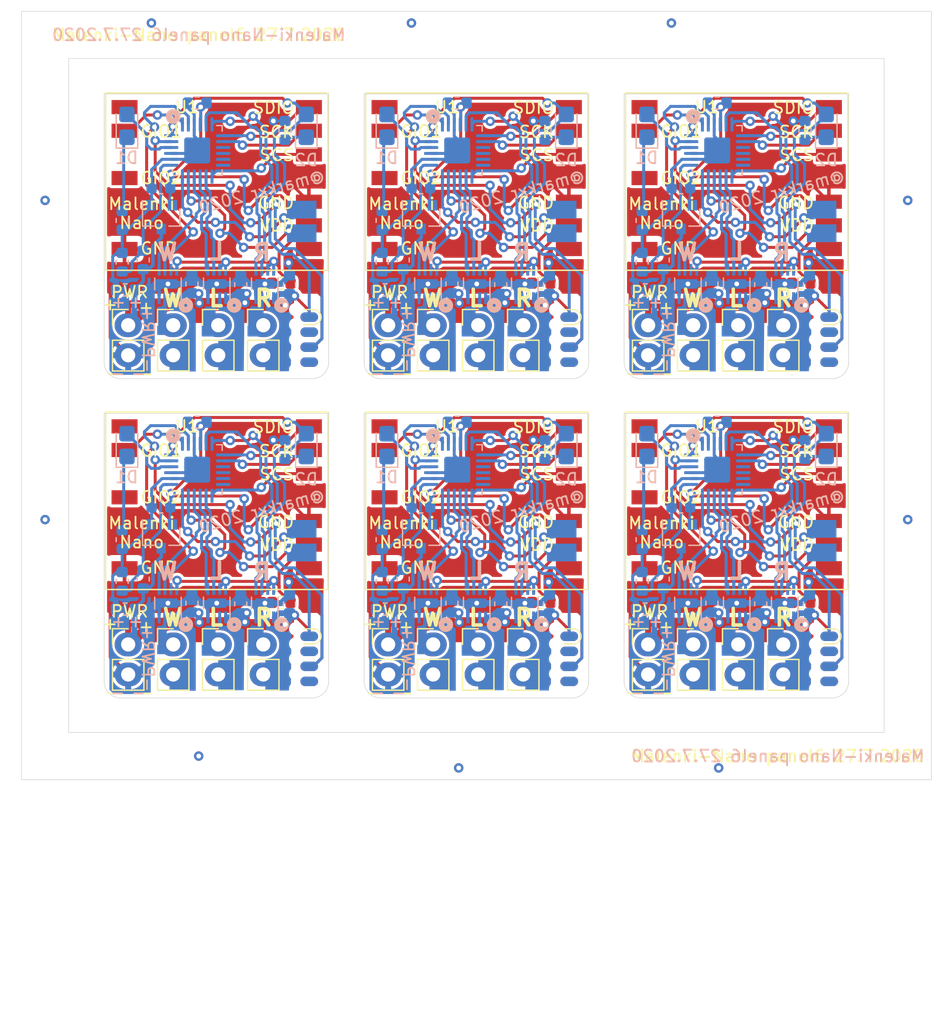
<source format=kicad_pcb>
(kicad_pcb (version 20200628) (host pcbnew "5.99.0-unknown-9f20c61~102~ubuntu18.04.1")
  (title_block (title "Malenki-nano2") (date "2019-11-07"))
  (layers (0 "F.Cu" signal) (31 "B.Cu" signal) (34 "B.Paste" user) (35 "F.Paste" user) (36 "B.SilkS" user) (37 "F.SilkS" user) (38 "B.Mask" user) (39 "F.Mask" user) (44 "Edge.Cuts" user))
  (net 0 "")
  (net 1 "GND")
  (net 2 "VBAT")
  (net 3 "BLINKY")
  (net 4 "Net-(D1-Pad1)")
  (net 5 "TXDEBUG")
  (net 6 "Net-(D2-Pad1)")
  (net 7 "UPDI")
  (net 8 "Net-(J5-Pad2)")
  (net 9 "Net-(J5-Pad1)")
  (net 10 "Net-(J6-Pad2)")
  (net 11 "Net-(J6-Pad1)")
  (net 12 "Net-(J7-Pad2)")
  (net 13 "Net-(J7-Pad1)")
  (net 14 "Net-(U1-Pad8)")
  (net 15 "Net-(U1-Pad1)")
  (net 16 "SPI_SCS")
  (net 17 "GIO1")
  (net 18 "SPI_SCK")
  (net 19 "SPI_SDIO")
  (net 20 "MOTOR1R")
  (net 21 "MOTOR2R")
  (net 22 "MOTOR2F")
  (net 23 "Net-(U3-Pad11)")
  (net 24 "Net-(U3-Pad10)")
  (net 25 "MOTOR3F")
  (net 26 "MOTOR3R")
  (net 27 "MOTOR1F")
  (net 28 "WEAPON2")
  (net 29 "Net-(U1-Pad4)")
  (net 30 "VSENSE")
  (net 31 "VLOGIC")
  (net 32 "WEAPON3")
  (net 33 "Net-(U3-Pad12)")
  (net 34 "Net-(U3-Pad9)")
  (net 35 "Net-(J2-Pad4)")
  (net 36 "Net-(J2-Pad5)")
  (net 37 "Net-(J2-Pad7)")
  (net 38 "Net-(J2-Pad2)")
  (module "LED_SMD:LED_0805_2012Metric_Castellated" (layer "B.Cu") (at 148.929 107.695 90)
    (fp_text reference "D1" (at -2.7025 -0.032 180) (layer "B.SilkS") (effects (justify mirror)))
    (fp_text value "LED Blue")
    (pad "2" smd roundrect (at 0.9625 0 90) (size 1.325 1.3) (layers "B.Cu" "B.Paste" "B.Mask") (roundrect_rratio 0.192308) (net 3 "BLINKY"))
    (pad "1" smd roundrect (at -0.9625 0 90) (size 1.325 1.3) (layers "B.Cu" "B.Paste" "B.Mask") (roundrect_rratio 0.192308) (net 4 "Net-(D1-Pad1)"))
  )
  (module "Resistor_SMD:R_0603_1608Metric" (layer "B.Cu") (at 148.524 115.6935 -90)
    (fp_text reference "R1" hide)
    (fp_text value "220R")
    (pad "2" smd roundrect (at 0.7875 0 270) (size 0.875 0.95) (layers "B.Cu" "B.Paste" "B.Mask") (net 1 "GND"))
    (pad "1" smd roundrect (at -0.7875 0 270) (size 0.875 0.95) (layers "B.Cu" "B.Paste" "B.Mask") (net 4 "Net-(D1-Pad1)"))
  )
  (module "Package_TO_SOT_SMD:SOT-23" (layer "B.Cu") (at 151.826 115.414 -90)
    (fp_text reference "U2" hide)
    (fp_text value "AIC1734-33GUTR")
    (pad "3" smd rect (at 1 0 270) (size 0.9 0.8) (layers "B.Cu" "B.Paste" "B.Mask") (net 2 "VBAT"))
    (pad "2" smd rect (at -1 -0.95 270) (size 0.9 0.8) (layers "B.Cu" "B.Paste" "B.Mask") (net 31 "VLOGIC"))
    (pad "1" smd rect (at -1 0.95 270) (size 0.9 0.8) (layers "B.Cu" "B.Paste" "B.Mask") (net 1 "GND"))
  )
  (module "Capacitor_SMD:C_0603_1608Metric" (layer "B.Cu") (at 151.8005 112.9248 180)
    (fp_text reference "C3" hide)
    (fp_text value "10uF")
    (pad "2" smd roundrect (at 0.7875 0 180) (size 0.875 0.95) (layers "B.Cu" "B.Paste" "B.Mask") (net 1 "GND"))
    (pad "1" smd roundrect (at -0.7875 0 180) (size 0.875 0.95) (layers "B.Cu" "B.Paste" "B.Mask") (net 31 "VLOGIC"))
  )
  (module "malenki-nano:PinHeader_1x02_P2.54mm_BIG1" (layer "F.Cu") (at 156.652 124.558)
    (fp_text reference "J6" hide)
    (fp_text value "Conn_01x02_Male")
    (pad "2" thru_hole oval (at 0 2.54) (size 2.3 2) (drill 1.2) (layers *.Cu *.Mask) (net 10 "Net-(J6-Pad2)"))
    (pad "1" thru_hole oval (at 0 0) (size 2.3 2) (drill 1.2) (layers *.Cu *.Mask) (net 11 "Net-(J6-Pad1)"))
  )
  (module "Capacitor_SMD:C_0603_1608Metric" (layer "B.Cu") (at 148.778 121.5735 180)
    (fp_text reference "C2" hide)
    (fp_text value "10uF")
    (pad "2" smd roundrect (at 0.7875 0 180) (size 0.875 0.95) (layers "B.Cu" "B.Paste" "B.Mask") (net 1 "GND"))
    (pad "1" smd roundrect (at -0.7875 0 180) (size 0.875 0.95) (layers "B.Cu" "B.Paste" "B.Mask") (net 2 "VBAT"))
  )
  (module "Capacitor_SMD:C_0603_1608Metric" (layer "B.Cu") (at 184.6845 121.129 90)
    (fp_text reference "C7" hide)
    (fp_text value "10uF")
    (pad "2" smd roundrect (at 0.7875 0 90) (size 0.875 0.95) (layers "B.Cu" "B.Paste" "B.Mask") (net 1 "GND"))
    (pad "1" smd roundrect (at -0.7875 0 90) (size 0.875 0.95) (layers "B.Cu" "B.Paste" "B.Mask") (net 2 "VBAT"))
  )
  (module "malenki-nano:WSON-8-1EP_2x2mm_P0.5mm_HAND1" (layer "B.Cu") (at 174.3975 121.0655 90)
    (fp_text reference "U5" hide)
    (fp_text value "DRV8837DSGR")
    (pad "6" smd rect (at 1.2 -0.25 90) (size 1 0.25) (layers "B.Cu" "B.Paste" "B.Mask") (net 27 "MOTOR1F"))
    (pad "5" smd rect (at 1.2 -0.75 90) (size 1 0.25) (layers "B.Cu" "B.Paste" "B.Mask") (net 20 "MOTOR1R"))
    (pad "4" smd rect (at -1.2 -0.75 90) (size 1 0.25) (layers "B.Cu" "B.Paste" "B.Mask") (net 1 "GND"))
    (pad "2" smd rect (at -1.2 0.25 90) (size 1 0.25) (layers "B.Cu" "B.Paste" "B.Mask") (net 8 "Net-(J5-Pad2)"))
    (pad "1" smd rect (at -1.2 0.75 90) (size 1 0.25) (layers "B.Cu" "B.Paste" "B.Mask") (net 2 "VBAT"))
    (pad "9" smd rect (at 0 0 90) (size 0.8 1.6) (layers "B.Cu" "B.Mask") (net 1 "GND"))
    (pad "8" smd rect (at 1.2 0.75 90) (size 1 0.25) (layers "B.Cu" "B.Paste" "B.Mask") (net 31 "VLOGIC"))
    (pad "7" smd rect (at 1.2 0.25 90) (size 1 0.25) (layers "B.Cu" "B.Paste" "B.Mask") (net 31 "VLOGIC"))
    (pad "3" smd rect (at -1.2 -0.25 90) (size 1 0.25) (layers "B.Cu" "B.Paste" "B.Mask") (net 9 "Net-(J5-Pad1)"))
  )
  (module "Capacitor_SMD:C_0603_1608Metric" (layer "B.Cu") (at 173.8005 112.9248 180)
    (fp_text reference "C3" hide)
    (fp_text value "10uF")
    (pad "2" smd roundrect (at 0.7875 0 180) (size 0.875 0.95) (layers "B.Cu" "B.Paste" "B.Mask") (net 1 "GND"))
    (pad "1" smd roundrect (at -0.7875 0 180) (size 0.875 0.95) (layers "B.Cu" "B.Paste" "B.Mask") (net 31 "VLOGIC"))
  )
  (module "Capacitor_SMD:C_0603_1608Metric" (layer "B.Cu") (at 170.778 121.5735 180)
    (fp_text reference "C2" hide)
    (fp_text value "10uF")
    (pad "2" smd roundrect (at 0.7875 0 180) (size 0.875 0.95) (layers "B.Cu" "B.Paste" "B.Mask") (net 1 "GND"))
    (pad "1" smd roundrect (at -0.7875 0 180) (size 0.875 0.95) (layers "B.Cu" "B.Paste" "B.Mask") (net 2 "VBAT"))
  )
  (module "malenki-nano:WSON-8-1EP_2x2mm_P0.5mm_HAND1" (layer "B.Cu") (at 178.525 121.0655 90)
    (fp_text reference "U6" hide)
    (fp_text value "DRV8837DSGR")
    (pad "6" smd rect (at 1.2 -0.25 90) (size 1 0.25) (layers "B.Cu" "B.Paste" "B.Mask") (net 22 "MOTOR2F"))
    (pad "5" smd rect (at 1.2 -0.75 90) (size 1 0.25) (layers "B.Cu" "B.Paste" "B.Mask") (net 21 "MOTOR2R"))
    (pad "4" smd rect (at -1.2 -0.75 90) (size 1 0.25) (layers "B.Cu" "B.Paste" "B.Mask") (net 1 "GND"))
    (pad "2" smd rect (at -1.2 0.25 90) (size 1 0.25) (layers "B.Cu" "B.Paste" "B.Mask") (net 10 "Net-(J6-Pad2)"))
    (pad "1" smd rect (at -1.2 0.75 90) (size 1 0.25) (layers "B.Cu" "B.Paste" "B.Mask") (net 2 "VBAT"))
    (pad "9" smd rect (at 0 0 90) (size 0.8 1.6) (layers "B.Cu" "B.Mask") (net 1 "GND"))
    (pad "8" smd rect (at 1.2 0.75 90) (size 1 0.25) (layers "B.Cu" "B.Paste" "B.Mask") (net 31 "VLOGIC"))
    (pad "7" smd rect (at 1.2 0.25 90) (size 1 0.25) (layers "B.Cu" "B.Paste" "B.Mask") (net 31 "VLOGIC"))
    (pad "3" smd rect (at -1.2 -0.25 90) (size 1 0.25) (layers "B.Cu" "B.Paste" "B.Mask") (net 11 "Net-(J6-Pad1)"))
  )
  (module "malenki-nano:WSON-8-1EP_2x2mm_P0.5mm_HAND1" (layer "B.Cu") (at 156.525 121.0655 90)
    (fp_text reference "U6" hide)
    (fp_text value "DRV8837DSGR")
    (pad "6" smd rect (at 1.2 -0.25 90) (size 1 0.25) (layers "B.Cu" "B.Paste" "B.Mask") (net 22 "MOTOR2F"))
    (pad "5" smd rect (at 1.2 -0.75 90) (size 1 0.25) (layers "B.Cu" "B.Paste" "B.Mask") (net 21 "MOTOR2R"))
    (pad "4" smd rect (at -1.2 -0.75 90) (size 1 0.25) (layers "B.Cu" "B.Paste" "B.Mask") (net 1 "GND"))
    (pad "2" smd rect (at -1.2 0.25 90) (size 1 0.25) (layers "B.Cu" "B.Paste" "B.Mask") (net 10 "Net-(J6-Pad2)"))
    (pad "1" smd rect (at -1.2 0.75 90) (size 1 0.25) (layers "B.Cu" "B.Paste" "B.Mask") (net 2 "VBAT"))
    (pad "9" smd rect (at 0 0 90) (size 0.8 1.6) (layers "B.Cu" "B.Mask") (net 1 "GND"))
    (pad "8" smd rect (at 1.2 0.75 90) (size 1 0.25) (layers "B.Cu" "B.Paste" "B.Mask") (net 31 "VLOGIC"))
    (pad "7" smd rect (at 1.2 0.25 90) (size 1 0.25) (layers "B.Cu" "B.Paste" "B.Mask") (net 31 "VLOGIC"))
    (pad "3" smd rect (at -1.2 -0.25 90) (size 1 0.25) (layers "B.Cu" "B.Paste" "B.Mask") (net 11 "Net-(J6-Pad1)"))
  )
  (module "malenki-nano:PinHeader_1x02_P2.54mm_BIG1" (layer "F.Cu") (at 160.462 124.558)
    (fp_text reference "J7" hide)
    (fp_text value "Conn_01x02_Male")
    (pad "2" thru_hole oval (at 0 2.54) (size 2.3 2) (drill 1.2) (layers *.Cu *.Mask) (net 12 "Net-(J7-Pad2)"))
    (pad "1" thru_hole oval (at 0 0) (size 2.3 2) (drill 1.2) (layers *.Cu *.Mask) (net 13 "Net-(J7-Pad1)"))
  )
  (module "malenki-nano:qfn24-hand1" (layer "B.Cu") (at 154.874 109.778 -90)
    (fp_text reference "U3" hide)
    (fp_text value "ATtiny1617-M")
    (pad "24" smd roundrect (at -1.25 2.2 270) (size 0.25 1.2) (layers "B.Cu" "B.Paste" "B.Mask") (net 5 "TXDEBUG"))
    (pad "23" smd roundrect (at -0.75 2.2 270) (size 0.25 1.2) (layers "B.Cu" "B.Paste" "B.Mask") (net 7 "UPDI"))
    (pad "22" smd roundrect (at -0.25 2.2 270) (size 0.25 1.2) (layers "B.Cu" "B.Paste" "B.Mask") (net 3 "BLINKY"))
    (pad "21" smd roundrect (at 0.25 2.2 270) (size 0.25 1.2) (layers "B.Cu" "B.Paste" "B.Mask") (net 1 "GND"))
    (pad "20" smd roundrect (at 0.75 2.2 270) (size 0.25 1.2) (layers "B.Cu" "B.Paste" "B.Mask") (net 1 "GND"))
    (pad "19" smd roundrect (at 1.25 2.2 270) (size 0.25 1.2) (layers "B.Cu" "B.Paste" "B.Mask") (net 30 "VSENSE"))
    (pad "18" smd roundrect (at 2.2 1.25 270) (size 1.2 0.25) (layers "B.Cu" "B.Paste" "B.Mask") (net 32 "WEAPON3"))
    (pad "17" smd roundrect (at 2.2 0.75 270) (size 1.2 0.25) (layers "B.Cu" "B.Paste" "B.Mask") (net 28 "WEAPON2"))
    (pad "16" smd roundrect (at 2.2 0.25 270) (size 1.2 0.25) (layers "B.Cu" "B.Paste" "B.Mask") (net 20 "MOTOR1R"))
    (pad "15" smd roundrect (at 2.2 -0.25 270) (size 1.2 0.25) (layers "B.Cu" "B.Paste" "B.Mask") (net 21 "MOTOR2R"))
    (pad "14" smd roundrect (at 2.2 -0.75 270) (size 1.2 0.25) (layers "B.Cu" "B.Paste" "B.Mask") (net 22 "MOTOR2F"))
    (pad "13" smd roundrect (at 2.2 -1.25 270) (size 1.2 0.25) (layers "B.Cu" "B.Paste" "B.Mask") (net 16 "SPI_SCS"))
    (pad "12" smd roundrect (at 1.25 -2.2 270) (size 0.25 1.2) (layers "B.Cu" "B.Paste" "B.Mask") (net 33 "Net-(U3-Pad12)"))
    (pad "11" smd roundrect (at 0.75 -2.2 270) (size 0.25 1.2) (layers "B.Cu" "B.Paste" "B.Mask") (net 23 "Net-(U3-Pad11)"))
    (pad "10" smd roundrect (at 0.25 -2.2 270) (size 0.25 1.2) (layers "B.Cu" "B.Paste" "B.Mask") (net 24 "Net-(U3-Pad10)"))
    (pad "9" smd roundrect (at -0.25 -2.2 270) (size 0.25 1.2) (layers "B.Cu" "B.Paste" "B.Mask") (net 34 "Net-(U3-Pad9)"))
    (pad "8" smd roundrect (at -0.75 -2.2 270) (size 0.25 1.2) (layers "B.Cu" "B.Paste" "B.Mask") (net 18 "SPI_SCK"))
    (pad "7" smd roundrect (at -1.25 -2.2 270) (size 0.25 1.2) (layers "B.Cu" "B.Paste" "B.Mask") (net 19 "SPI_SDIO"))
    (pad "6" smd roundrect (at -2.2 -1.25 270) (size 1.2 0.25) (layers "B.Cu" "B.Paste" "B.Mask") (net 25 "MOTOR3F"))
    (pad "5" smd roundrect (at -2.2 -0.75 270) (size 1.2 0.25) (layers "B.Cu" "B.Paste" "B.Mask") (net 26 "MOTOR3R"))
    (pad "4" smd roundrect (at -2.2 -0.25 270) (size 1.2 0.25) (layers "B.Cu" "B.Paste" "B.Mask") (net 31 "VLOGIC"))
    (pad "3" smd roundrect (at -2.2 0.25 270) (size 1.2 0.25) (layers "B.Cu" "B.Paste" "B.Mask") (net 1 "GND"))
    (pad "2" smd roundrect (at -2.2 0.75 270) (size 1.2 0.25) (layers "B.Cu" "B.Paste" "B.Mask") (net 27 "MOTOR1F"))
    (pad "1" smd roundrect (at -2.2 1.25 270) (size 1.2 0.25) (layers "B.Cu" "B.Paste" "B.Mask") (net 17 "GIO1"))
    (pad "25" smd roundrect (at 0 0 270) (size 2.2 2.2) (layers "B.Cu" "B.Mask") (roundrect_rratio 0.096) (net 1 "GND"))
  )
  (module "malenki-nano:PinHeader_1x02_P2.54mm_BIG1" (layer "F.Cu") (at 149.032 124.558)
    (fp_text reference "J1" hide)
    (fp_text value "Conn_01x02_Male")
    (pad "2" thru_hole oval (at 0 2.54) (size 2.3 2) (drill 1.2) (layers *.Cu *.Mask) (net 1 "GND"))
    (pad "1" thru_hole oval (at 0 0) (size 2.3 2) (drill 1.2) (layers *.Cu *.Mask) (net 2 "VBAT"))
  )
  (module "Capacitor_SMD:C_0603_1608Metric" (layer "B.Cu") (at 154.874 105.762 180)
    (fp_text reference "C4" hide)
    (fp_text value "0.1uF")
    (pad "2" smd roundrect (at 0.7875 0 180) (size 0.875 0.95) (layers "B.Cu" "B.Paste" "B.Mask") (net 1 "GND"))
    (pad "1" smd roundrect (at -0.7875 0 180) (size 0.875 0.95) (layers "B.Cu" "B.Paste" "B.Mask") (net 31 "VLOGIC"))
  )
  (module "Capacitor_SMD:C_0603_1608Metric" (layer "F.Cu") (at 161.986 121.002 180)
    (fp_text reference "C1" hide)
    (fp_text value "0.1uF")
    (pad "2" smd roundrect (at 0.7875 0 180) (size 0.875 0.95) (layers "F.Cu" "F.Paste" "F.Mask") (net 1 "GND"))
    (pad "1" smd roundrect (at -0.7875 0 180) (size 0.875 0.95) (layers "F.Cu" "F.Paste" "F.Mask") (net 31 "VLOGIC"))
  )
  (module "Capacitor_SMD:C_0603_1608Metric" (layer "F.Cu") (at 183.986 121.002 180)
    (fp_text reference "C1" hide)
    (fp_text value "0.1uF")
    (pad "2" smd roundrect (at 0.7875 0 180) (size 0.875 0.95) (layers "F.Cu" "F.Paste" "F.Mask") (net 1 "GND"))
    (pad "1" smd roundrect (at -0.7875 0 180) (size 0.875 0.95) (layers "F.Cu" "F.Paste" "F.Mask") (net 31 "VLOGIC"))
  )
  (module "malenki-nano:WSON-8-1EP_2x2mm_P0.5mm_HAND1" (layer "B.Cu") (at 182.589 121.0655 90)
    (fp_text reference "U7" hide)
    (fp_text value "DRV8837DSGR")
    (pad "6" smd rect (at 1.2 -0.25 90) (size 1 0.25) (layers "B.Cu" "B.Paste" "B.Mask") (net 25 "MOTOR3F"))
    (pad "5" smd rect (at 1.2 -0.75 90) (size 1 0.25) (layers "B.Cu" "B.Paste" "B.Mask") (net 26 "MOTOR3R"))
    (pad "4" smd rect (at -1.2 -0.75 90) (size 1 0.25) (layers "B.Cu" "B.Paste" "B.Mask") (net 1 "GND"))
    (pad "2" smd rect (at -1.2 0.25 90) (size 1 0.25) (layers "B.Cu" "B.Paste" "B.Mask") (net 12 "Net-(J7-Pad2)"))
    (pad "1" smd rect (at -1.2 0.75 90) (size 1 0.25) (layers "B.Cu" "B.Paste" "B.Mask") (net 2 "VBAT"))
    (pad "9" smd rect (at 0 0 90) (size 0.8 1.6) (layers "B.Cu" "B.Mask") (net 1 "GND"))
    (pad "8" smd rect (at 1.2 0.75 90) (size 1 0.25) (layers "B.Cu" "B.Paste" "B.Mask") (net 31 "VLOGIC"))
    (pad "7" smd rect (at 1.2 0.25 90) (size 1 0.25) (layers "B.Cu" "B.Paste" "B.Mask") (net 31 "VLOGIC"))
    (pad "3" smd rect (at -1.2 -0.25 90) (size 1 0.25) (layers "B.Cu" "B.Paste" "B.Mask") (net 13 "Net-(J7-Pad1)"))
  )
  (module "malenki-nano:SOIC_clipProgSmall" (layer "F.Cu") (at 187.102 125.778 90)
    (fp_text reference "J2" hide)
    (fp_text value "Conn_01x08_Male" hide)
    (pad "" np_thru_hole circle (at 2.54 -1.905 90) (size 0.7 0.7) (drill 0.7) (layers *.Cu *.Mask))
    (pad "" np_thru_hole circle (at 1.27 -1.905 90) (size 0.7 0.7) (drill 0.7) (layers *.Cu *.Mask))
    (pad "" np_thru_hole circle (at 0 -1.905 90) (size 0.7 0.7) (drill 0.7) (layers *.Cu *.Mask))
    (pad "" np_thru_hole circle (at -1.27 -1.905 90) (size 0.7 0.7) (drill 0.7) (layers *.Cu *.Mask))
    (pad "" np_thru_hole circle (at -2.54 -1.905 90) (size 0.7 0.7) (drill 0.7) (layers *.Cu *.Mask))
    (pad "8" smd oval (at 1.905 -0.75 90) (size 0.8 1.5) (layers "B.Cu" "B.Mask") (net 5 "TXDEBUG"))
    (pad "7" smd oval (at 0.635 -0.75 90) (size 0.8 1.5) (layers "B.Cu" "B.Mask") (net 37 "Net-(J2-Pad7)"))
    (pad "6" smd oval (at -0.635 -0.75 90) (size 0.8 1.5) (layers "B.Cu" "B.Mask") (net 7 "UPDI"))
    (pad "1" smd oval (at 1.905 -0.75 90) (size 0.8 1.5) (layers "F.Cu" "F.Mask") (net 2 "VBAT"))
    (pad "2" smd oval (at 0.635 -0.75 90) (size 0.8 1.5) (layers "F.Cu" "F.Mask") (net 38 "Net-(J2-Pad2)"))
    (pad "3" smd oval (at -0.635 -0.75 90) (size 0.8 1.5) (layers "F.Cu" "F.Mask") (net 1 "GND"))
    (pad "4" smd oval (at -1.905 -0.75 90) (size 0.8 1.5) (layers "F.Cu" "F.Mask") (net 35 "Net-(J2-Pad4)"))
    (pad "5" smd oval (at -1.905 -0.75 90) (size 0.8 1.5) (layers "B.Cu" "B.Mask") (net 36 "Net-(J2-Pad5)"))
  )
  (module "malenki-nano:PinHeader_1x02_P2.54mm_BIG1" (layer "F.Cu") (at 152.842 124.558)
    (fp_text reference "J5" hide)
    (fp_text value "Conn_01x02_Male")
    (pad "2" thru_hole oval (at 0 2.54) (size 2.3 2) (drill 1.2) (layers *.Cu *.Mask) (net 8 "Net-(J5-Pad2)"))
    (pad "1" thru_hole oval (at 0 0) (size 2.3 2) (drill 1.2) (layers *.Cu *.Mask) (net 9 "Net-(J5-Pad1)"))
  )
  (module "malenki-nano:A7105-module" (layer "F.Cu") (at 178.525 112.112 -90)
    (fp_text reference "U1" (at -6 2.55) (layer "F.SilkS"))
    (fp_text value "A7105-MODULE")
    (fp_text user "GIO1" (at -3.95 4.7) (layer "F.SilkS"))
    (fp_text user "GIO2" (at 0 4.7) (layer "F.SilkS"))
    (fp_text user "GND" (at 5.95 4.914286) (layer "F.SilkS"))
    (fp_text user "GND" (at 2.1 -5.014285) (layer "F.SilkS"))
    (fp_text user "VDD" (at 4 -5.109523) (layer "F.SilkS"))
    (fp_text user "SCS" (at -1.95 -5.085714) (layer "F.SilkS"))
    (fp_text user "SCK" (at -3.9 -5.061904) (layer "F.SilkS"))
    (fp_text user "SDIO" (at -5.95 -4.8) (layer "F.SilkS"))
    (pad "8" smd rect (at 6 -7.8 270) (size 1.2 2.2) (layers "F.Cu" "F.Paste" "F.Mask") (net 14 "Net-(U1-Pad8)"))
    (pad "1" smd rect (at -6 7.8 270) (size 1.2 2.2) (layers "F.Cu" "F.Paste" "F.Mask") (net 15 "Net-(U1-Pad1)"))
    (pad "7" smd rect (at 6 7.8 270) (size 1.2 2.2) (layers "F.Cu" "F.Paste" "F.Mask") (net 1 "GND"))
    (pad "9" smd rect (at 4 -7.8 270) (size 1.2 2.2) (layers "F.Cu" "F.Paste" "F.Mask") (net 31 "VLOGIC"))
    (pad "10" smd rect (at 2 -7.8 270) (size 1.2 2.2) (layers "F.Cu" "F.Paste" "F.Mask") (net 1 "GND"))
    (pad "4" smd rect (at 0 7.8 270) (size 1.2 2.2) (layers "F.Cu" "F.Paste" "F.Mask") (net 29 "Net-(U1-Pad4)"))
    (pad "12" smd rect (at -2 -7.8 270) (size 1.2 2.2) (layers "F.Cu" "F.Paste" "F.Mask") (net 16 "SPI_SCS"))
    (pad "2" smd rect (at -4 7.8 270) (size 1.2 2.2) (layers "F.Cu" "F.Paste" "F.Mask") (net 17 "GIO1"))
    (pad "13" smd rect (at -4 -7.8 270) (size 1.2 2.2) (layers "F.Cu" "F.Paste" "F.Mask") (net 18 "SPI_SCK"))
    (pad "14" smd rect (at -6 -7.8 270) (size 1.2 2.2) (layers "F.Cu" "F.Paste" "F.Mask") (net 19 "SPI_SDIO"))
  )
  (module "malenki-nano:PinHeader_1x02_P2.54mm_BIG1" (layer "F.Cu") (at 171.032 124.558)
    (fp_text reference "J1" hide)
    (fp_text value "Conn_01x02_Male")
    (pad "2" thru_hole oval (at 0 2.54) (size 2.3 2) (drill 1.2) (layers *.Cu *.Mask) (net 1 "GND"))
    (pad "1" thru_hole oval (at 0 0) (size 2.3 2) (drill 1.2) (layers *.Cu *.Mask) (net 2 "VBAT"))
  )
  (module "Capacitor_SMD:C_0603_1608Metric" (layer "B.Cu") (at 158.557 121.129 90)
    (fp_text reference "C6" hide)
    (fp_text value "10uF")
    (pad "2" smd roundrect (at 0.7875 0 90) (size 0.875 0.95) (layers "B.Cu" "B.Paste" "B.Mask") (net 1 "GND"))
    (pad "1" smd roundrect (at -0.7875 0 90) (size 0.875 0.95) (layers "B.Cu" "B.Paste" "B.Mask") (net 2 "VBAT"))
  )
  (module "LED_SMD:LED_0805_2012Metric_Castellated" (layer "B.Cu") (at 186.102 107.695 90)
    (fp_text reference "D2" (at -2.893 0 180) (layer "B.SilkS") (effects (justify mirror)))
    (fp_text value "LED Red")
    (pad "2" smd roundrect (at 0.9625 0 90) (size 1.325 1.3) (layers "B.Cu" "B.Paste" "B.Mask") (roundrect_rratio 0.192308) (net 5 "TXDEBUG"))
    (pad "1" smd roundrect (at -0.9625 0 90) (size 1.325 1.3) (layers "B.Cu" "B.Paste" "B.Mask") (roundrect_rratio 0.192308) (net 6 "Net-(D2-Pad1)"))
  )
  (module "Capacitor_SMD:C_0603_1608Metric" (layer "B.Cu") (at 176.874 105.762 180)
    (fp_text reference "C4" hide)
    (fp_text value "0.1uF")
    (pad "2" smd roundrect (at 0.7875 0 180) (size 0.875 0.95) (layers "B.Cu" "B.Paste" "B.Mask") (net 1 "GND"))
    (pad "1" smd roundrect (at -0.7875 0 180) (size 0.875 0.95) (layers "B.Cu" "B.Paste" "B.Mask") (net 31 "VLOGIC"))
  )
  (module "Resistor_SMD:R_0603_1608Metric" (layer "B.Cu") (at 162.302 108.078 90)
    (fp_text reference "R2" hide)
    (fp_text value "220R")
    (pad "2" smd roundrect (at 0.7875 0 90) (size 0.875 0.95) (layers "B.Cu" "B.Paste" "B.Mask") (net 1 "GND"))
    (pad "1" smd roundrect (at -0.7875 0 90) (size 0.875 0.95) (layers "B.Cu" "B.Paste" "B.Mask") (net 6 "Net-(D2-Pad1)"))
  )
  (module "Capacitor_SMD:C_0603_1608Metric" (layer "B.Cu") (at 180.557 121.129 90)
    (fp_text reference "C6" hide)
    (fp_text value "10uF")
    (pad "2" smd roundrect (at 0.7875 0 90) (size 0.875 0.95) (layers "B.Cu" "B.Paste" "B.Mask") (net 1 "GND"))
    (pad "1" smd roundrect (at -0.7875 0 90) (size 0.875 0.95) (layers "B.Cu" "B.Paste" "B.Mask") (net 2 "VBAT"))
  )
  (module "Resistor_SMD:R_0603_1608Metric" (layer "B.Cu") (at 170.524 119.224 90)
    (fp_text reference "R4" hide)
    (fp_text value "10k")
    (pad "2" smd roundrect (at 0.7875 0 90) (size 0.875 0.95) (layers "B.Cu" "B.Paste" "B.Mask") (net 1 "GND"))
    (pad "1" smd roundrect (at -0.7875 0 90) (size 0.875 0.95) (layers "B.Cu" "B.Paste" "B.Mask") (net 30 "VSENSE"))
  )
  (module "LED_SMD:LED_0805_2012Metric_Castellated" (layer "B.Cu") (at 170.929 107.695 90)
    (fp_text reference "D1" (at -2.7025 -0.032 180) (layer "B.SilkS") (effects (justify mirror)))
    (fp_text value "LED Blue")
    (pad "2" smd roundrect (at 0.9625 0 90) (size 1.325 1.3) (layers "B.Cu" "B.Paste" "B.Mask") (roundrect_rratio 0.192308) (net 3 "BLINKY"))
    (pad "1" smd roundrect (at -0.9625 0 90) (size 1.325 1.3) (layers "B.Cu" "B.Paste" "B.Mask") (roundrect_rratio 0.192308) (net 4 "Net-(D1-Pad1)"))
  )
  (module "Capacitor_SMD:C_0603_1608Metric" (layer "B.Cu") (at 154.4295 121.0655 90)
    (fp_text reference "C5" hide)
    (fp_text value "10uF")
    (pad "2" smd roundrect (at 0.7875 0 90) (size 0.875 0.95) (layers "B.Cu" "B.Paste" "B.Mask") (net 1 "GND"))
    (pad "1" smd roundrect (at -0.7875 0 90) (size 0.875 0.95) (layers "B.Cu" "B.Paste" "B.Mask") (net 2 "VBAT"))
  )
  (module "Capacitor_SMD:C_0603_1608Metric" (layer "B.Cu") (at 162.6845 121.129 90)
    (fp_text reference "C7" hide)
    (fp_text value "10uF")
    (pad "2" smd roundrect (at 0.7875 0 90) (size 0.875 0.95) (layers "B.Cu" "B.Paste" "B.Mask") (net 1 "GND"))
    (pad "1" smd roundrect (at -0.7875 0 90) (size 0.875 0.95) (layers "B.Cu" "B.Paste" "B.Mask") (net 2 "VBAT"))
  )
  (module "Resistor_SMD:R_0603_1608Metric" (layer "B.Cu") (at 148.524 119.224 90)
    (fp_text reference "R4" hide)
    (fp_text value "10k")
    (pad "2" smd roundrect (at 0.7875 0 90) (size 0.875 0.95) (layers "B.Cu" "B.Paste" "B.Mask") (net 1 "GND"))
    (pad "1" smd roundrect (at -0.7875 0 90) (size 0.875 0.95) (layers "B.Cu" "B.Paste" "B.Mask") (net 30 "VSENSE"))
  )
  (module "malenki-nano:WSON-8-1EP_2x2mm_P0.5mm_HAND1" (layer "B.Cu") (at 152.3975 121.0655 90)
    (fp_text reference "U5" hide)
    (fp_text value "DRV8837DSGR")
    (pad "6" smd rect (at 1.2 -0.25 90) (size 1 0.25) (layers "B.Cu" "B.Paste" "B.Mask") (net 27 "MOTOR1F"))
    (pad "5" smd rect (at 1.2 -0.75 90) (size 1 0.25) (layers "B.Cu" "B.Paste" "B.Mask") (net 20 "MOTOR1R"))
    (pad "4" smd rect (at -1.2 -0.75 90) (size 1 0.25) (layers "B.Cu" "B.Paste" "B.Mask") (net 1 "GND"))
    (pad "2" smd rect (at -1.2 0.25 90) (size 1 0.25) (layers "B.Cu" "B.Paste" "B.Mask") (net 8 "Net-(J5-Pad2)"))
    (pad "1" smd rect (at -1.2 0.75 90) (size 1 0.25) (layers "B.Cu" "B.Paste" "B.Mask") (net 2 "VBAT"))
    (pad "9" smd rect (at 0 0 90) (size 0.8 1.6) (layers "B.Cu" "B.Mask") (net 1 "GND"))
    (pad "8" smd rect (at 1.2 0.75 90) (size 1 0.25) (layers "B.Cu" "B.Paste" "B.Mask") (net 31 "VLOGIC"))
    (pad "7" smd rect (at 1.2 0.25 90) (size 1 0.25) (layers "B.Cu" "B.Paste" "B.Mask") (net 31 "VLOGIC"))
    (pad "3" smd rect (at -1.2 -0.25 90) (size 1 0.25) (layers "B.Cu" "B.Paste" "B.Mask") (net 9 "Net-(J5-Pad1)"))
  )
  (module "Resistor_SMD:R_0603_1608Metric" (layer "B.Cu") (at 172.302 119.0335 90)
    (fp_text reference "R3" hide)
    (fp_text value "33k")
    (pad "2" smd roundrect (at 0.7875 0 90) (size 0.875 0.95) (layers "B.Cu" "B.Paste" "B.Mask") (net 30 "VSENSE"))
    (pad "1" smd roundrect (at -0.7875 0 90) (size 0.875 0.95) (layers "B.Cu" "B.Paste" "B.Mask") (net 2 "VBAT"))
  )
  (module "malenki-nano:qfn24-hand1" (layer "B.Cu") (at 176.874 109.778 -90)
    (fp_text reference "U3" hide)
    (fp_text value "ATtiny1617-M")
    (pad "24" smd roundrect (at -1.25 2.2 270) (size 0.25 1.2) (layers "B.Cu" "B.Paste" "B.Mask") (net 5 "TXDEBUG"))
    (pad "23" smd roundrect (at -0.75 2.2 270) (size 0.25 1.2) (layers "B.Cu" "B.Paste" "B.Mask") (net 7 "UPDI"))
    (pad "22" smd roundrect (at -0.25 2.2 270) (size 0.25 1.2) (layers "B.Cu" "B.Paste" "B.Mask") (net 3 "BLINKY"))
    (pad "21" smd roundrect (at 0.25 2.2 270) (size 0.25 1.2) (layers "B.Cu" "B.Paste" "B.Mask") (net 1 "GND"))
    (pad "20" smd roundrect (at 0.75 2.2 270) (size 0.25 1.2) (layers "B.Cu" "B.Paste" "B.Mask") (net 1 "GND"))
    (pad "19" smd roundrect (at 1.25 2.2 270) (size 0.25 1.2) (layers "B.Cu" "B.Paste" "B.Mask") (net 30 "VSENSE"))
    (pad "18" smd roundrect (at 2.2 1.25 270) (size 1.2 0.25) (layers "B.Cu" "B.Paste" "B.Mask") (net 32 "WEAPON3"))
    (pad "17" smd roundrect (at 2.2 0.75 270) (size 1.2 0.25) (layers "B.Cu" "B.Paste" "B.Mask") (net 28 "WEAPON2"))
    (pad "16" smd roundrect (at 2.2 0.25 270) (size 1.2 0.25) (layers "B.Cu" "B.Paste" "B.Mask") (net 20 "MOTOR1R"))
    (pad "15" smd roundrect (at 2.2 -0.25 270) (size 1.2 0.25) (layers "B.Cu" "B.Paste" "B.Mask") (net 21 "MOTOR2R"))
    (pad "14" smd roundrect (at 2.2 -0.75 270) (size 1.2 0.25) (layers "B.Cu" "B.Paste" "B.Mask") (net 22 "MOTOR2F"))
    (pad "13" smd roundrect (at 2.2 -1.25 270) (size 1.2 0.25) (layers "B.Cu" "B.Paste" "B.Mask") (net 16 "SPI_SCS"))
    (pad "12" smd roundrect (at 1.25 -2.2 270) (size 0.25 1.2) (layers "B.Cu" "B.Paste" "B.Mask") (net 33 "Net-(U3-Pad12)"))
    (pad "11" smd roundrect (at 0.75 -2.2 270) (size 0.25 1.2) (layers "B.Cu" "B.Paste" "B.Mask") (net 23 "Net-(U3-Pad11)"))
    (pad "10" smd roundrect (at 0.25 -2.2 270) (size 0.25 1.2) (layers "B.Cu" "B.Paste" "B.Mask") (net 24 "Net-(U3-Pad10)"))
    (pad "9" smd roundrect (at -0.25 -2.2 270) (size 0.25 1.2) (layers "B.Cu" "B.Paste" "B.Mask") (net 34 "Net-(U3-Pad9)"))
    (pad "8" smd roundrect (at -0.75 -2.2 270) (size 0.25 1.2) (layers "B.Cu" "B.Paste" "B.Mask") (net 18 "SPI_SCK"))
    (pad "7" smd roundrect (at -1.25 -2.2 270) (size 0.25 1.2) (layers "B.Cu" "B.Paste" "B.Mask") (net 19 "SPI_SDIO"))
    (pad "6" smd roundrect (at -2.2 -1.25 270) (size 1.2 0.25) (layers "B.Cu" "B.Paste" "B.Mask") (net 25 "MOTOR3F"))
    (pad "5" smd roundrect (at -2.2 -0.75 270) (size 1.2 0.25) (layers "B.Cu" "B.Paste" "B.Mask") (net 26 "MOTOR3R"))
    (pad "4" smd roundrect (at -2.2 -0.25 270) (size 1.2 0.25) (layers "B.Cu" "B.Paste" "B.Mask") (net 31 "VLOGIC"))
    (pad "3" smd roundrect (at -2.2 0.25 270) (size 1.2 0.25) (layers "B.Cu" "B.Paste" "B.Mask") (net 1 "GND"))
    (pad "2" smd roundrect (at -2.2 0.75 270) (size 1.2 0.25) (layers "B.Cu" "B.Paste" "B.Mask") (net 27 "MOTOR1F"))
    (pad "1" smd roundrect (at -2.2 1.25 270) (size 1.2 0.25) (layers "B.Cu" "B.Paste" "B.Mask") (net 17 "GIO1"))
    (pad "25" smd roundrect (at 0 0 270) (size 2.2 2.2) (layers "B.Cu" "B.Mask") (roundrect_rratio 0.096) (net 1 "GND"))
  )
  (module "malenki-nano:PinHeader_1x02_P2.54mm_BIG1" (layer "F.Cu") (at 178.652 124.558)
    (fp_text reference "J6" hide)
    (fp_text value "Conn_01x02_Male")
    (pad "2" thru_hole oval (at 0 2.54) (size 2.3 2) (drill 1.2) (layers *.Cu *.Mask) (net 10 "Net-(J6-Pad2)"))
    (pad "1" thru_hole oval (at 0 0) (size 2.3 2) (drill 1.2) (layers *.Cu *.Mask) (net 11 "Net-(J6-Pad1)"))
  )
  (module "malenki-nano:SOIC_clipProgSmall" (layer "F.Cu") (at 165.102 125.778 90)
    (fp_text reference "J2" hide)
    (fp_text value "Conn_01x08_Male" hide)
    (pad "" np_thru_hole circle (at 2.54 -1.905 90) (size 0.7 0.7) (drill 0.7) (layers *.Cu *.Mask))
    (pad "" np_thru_hole circle (at 1.27 -1.905 90) (size 0.7 0.7) (drill 0.7) (layers *.Cu *.Mask))
    (pad "" np_thru_hole circle (at 0 -1.905 90) (size 0.7 0.7) (drill 0.7) (layers *.Cu *.Mask))
    (pad "" np_thru_hole circle (at -1.27 -1.905 90) (size 0.7 0.7) (drill 0.7) (layers *.Cu *.Mask))
    (pad "" np_thru_hole circle (at -2.54 -1.905 90) (size 0.7 0.7) (drill 0.7) (layers *.Cu *.Mask))
    (pad "8" smd oval (at 1.905 -0.75 90) (size 0.8 1.5) (layers "B.Cu" "B.Mask") (net 5 "TXDEBUG"))
    (pad "7" smd oval (at 0.635 -0.75 90) (size 0.8 1.5) (layers "B.Cu" "B.Mask") (net 37 "Net-(J2-Pad7)"))
    (pad "6" smd oval (at -0.635 -0.75 90) (size 0.8 1.5) (layers "B.Cu" "B.Mask") (net 7 "UPDI"))
    (pad "1" smd oval (at 1.905 -0.75 90) (size 0.8 1.5) (layers "F.Cu" "F.Mask") (net 2 "VBAT"))
    (pad "2" smd oval (at 0.635 -0.75 90) (size 0.8 1.5) (layers "F.Cu" "F.Mask") (net 38 "Net-(J2-Pad2)"))
    (pad "3" smd oval (at -0.635 -0.75 90) (size 0.8 1.5) (layers "F.Cu" "F.Mask") (net 1 "GND"))
    (pad "4" smd oval (at -1.905 -0.75 90) (size 0.8 1.5) (layers "F.Cu" "F.Mask") (net 35 "Net-(J2-Pad4)"))
    (pad "5" smd oval (at -1.905 -0.75 90) (size 0.8 1.5) (layers "B.Cu" "B.Mask") (net 36 "Net-(J2-Pad5)"))
  )
  (module "malenki-nano:wirepad_2" (layer "B.Cu") (at 185.713323 115.779 -90)
    (fp_text reference "J3" hide)
    (fp_text value "Conn_01x02")
    (pad "2" smd rect (at 1 0 270) (size 1.5 2.5) (layers "B.Cu" "B.Mask") (net 28 "WEAPON2"))
    (pad "1" smd rect (at -1 0 270) (size 1.5 2.5) (layers "B.Cu" "B.Mask") (net 32 "WEAPON3"))
  )
  (module "Resistor_SMD:R_0603_1608Metric" (layer "B.Cu") (at 184.302 108.078 90)
    (fp_text reference "R2" hide)
    (fp_text value "220R")
    (pad "2" smd roundrect (at 0.7875 0 90) (size 0.875 0.95) (layers "B.Cu" "B.Paste" "B.Mask") (net 1 "GND"))
    (pad "1" smd roundrect (at -0.7875 0 90) (size 0.875 0.95) (layers "B.Cu" "B.Paste" "B.Mask") (net 6 "Net-(D2-Pad1)"))
  )
  (module "Resistor_SMD:R_0603_1608Metric" (layer "B.Cu") (at 170.524 115.6935 -90)
    (fp_text reference "R1" hide)
    (fp_text value "220R")
    (pad "2" smd roundrect (at 0.7875 0 270) (size 0.875 0.95) (layers "B.Cu" "B.Paste" "B.Mask") (net 1 "GND"))
    (pad "1" smd roundrect (at -0.7875 0 270) (size 0.875 0.95) (layers "B.Cu" "B.Paste" "B.Mask") (net 4 "Net-(D1-Pad1)"))
  )
  (module "malenki-nano:PinHeader_1x02_P2.54mm_BIG1" (layer "F.Cu") (at 174.842 124.558)
    (fp_text reference "J5" hide)
    (fp_text value "Conn_01x02_Male")
    (pad "2" thru_hole oval (at 0 2.54) (size 2.3 2) (drill 1.2) (layers *.Cu *.Mask) (net 8 "Net-(J5-Pad2)"))
    (pad "1" thru_hole oval (at 0 0) (size 2.3 2) (drill 1.2) (layers *.Cu *.Mask) (net 9 "Net-(J5-Pad1)"))
  )
  (module "LED_SMD:LED_0805_2012Metric_Castellated" (layer "B.Cu") (at 164.102 107.695 90)
    (fp_text reference "D2" (at -2.893 0 180) (layer "B.SilkS") (effects (justify mirror)))
    (fp_text value "LED Red")
    (pad "2" smd roundrect (at 0.9625 0 90) (size 1.325 1.3) (layers "B.Cu" "B.Paste" "B.Mask") (roundrect_rratio 0.192308) (net 5 "TXDEBUG"))
    (pad "1" smd roundrect (at -0.9625 0 90) (size 1.325 1.3) (layers "B.Cu" "B.Paste" "B.Mask") (roundrect_rratio 0.192308) (net 6 "Net-(D2-Pad1)"))
  )
  (module "malenki-nano:wirepad_2" (layer "B.Cu") (at 163.713323 115.779 -90)
    (fp_text reference "J3" hide)
    (fp_text value "Conn_01x02")
    (pad "2" smd rect (at 1 0 270) (size 1.5 2.5) (layers "B.Cu" "B.Mask") (net 28 "WEAPON2"))
    (pad "1" smd rect (at -1 0 270) (size 1.5 2.5) (layers "B.Cu" "B.Mask") (net 32 "WEAPON3"))
  )
  (module "Capacitor_SMD:C_0603_1608Metric" (layer "F.Cu") (at 139.986 121.002 180)
    (fp_text reference "C1" hide)
    (fp_text value "0.1uF")
    (pad "1" smd roundrect (at -0.7875 0 180) (size 0.875 0.95) (layers "F.Cu" "F.Paste" "F.Mask") (net 31 "VLOGIC"))
    (pad "2" smd roundrect (at 0.7875 0 180) (size 0.875 0.95) (layers "F.Cu" "F.Paste" "F.Mask") (net 1 "GND"))
  )
  (module "Capacitor_SMD:C_0603_1608Metric" (layer "B.Cu") (at 126.778 121.5735 180)
    (fp_text reference "C2" hide)
    (fp_text value "10uF")
    (pad "1" smd roundrect (at -0.7875 0 180) (size 0.875 0.95) (layers "B.Cu" "B.Paste" "B.Mask") (net 2 "VBAT"))
    (pad "2" smd roundrect (at 0.7875 0 180) (size 0.875 0.95) (layers "B.Cu" "B.Paste" "B.Mask") (net 1 "GND"))
  )
  (module "Capacitor_SMD:C_0603_1608Metric" (layer "B.Cu") (at 129.8005 112.9248 180)
    (fp_text reference "C3" hide)
    (fp_text value "10uF")
    (pad "1" smd roundrect (at -0.7875 0 180) (size 0.875 0.95) (layers "B.Cu" "B.Paste" "B.Mask") (net 31 "VLOGIC"))
    (pad "2" smd roundrect (at 0.7875 0 180) (size 0.875 0.95) (layers "B.Cu" "B.Paste" "B.Mask") (net 1 "GND"))
  )
  (module "Capacitor_SMD:C_0603_1608Metric" (layer "B.Cu") (at 132.874 105.762 180)
    (fp_text reference "C4" hide)
    (fp_text value "0.1uF")
    (pad "1" smd roundrect (at -0.7875 0 180) (size 0.875 0.95) (layers "B.Cu" "B.Paste" "B.Mask") (net 31 "VLOGIC"))
    (pad "2" smd roundrect (at 0.7875 0 180) (size 0.875 0.95) (layers "B.Cu" "B.Paste" "B.Mask") (net 1 "GND"))
  )
  (module "Capacitor_SMD:C_0603_1608Metric" (layer "B.Cu") (at 132.4295 121.0655 90)
    (fp_text reference "C5" hide)
    (fp_text value "10uF")
    (pad "1" smd roundrect (at -0.7875 0 90) (size 0.875 0.95) (layers "B.Cu" "B.Paste" "B.Mask") (net 2 "VBAT"))
    (pad "2" smd roundrect (at 0.7875 0 90) (size 0.875 0.95) (layers "B.Cu" "B.Paste" "B.Mask") (net 1 "GND"))
  )
  (module "malenki-nano:PinHeader_1x02_P2.54mm_BIG1" (layer "F.Cu") (at 127.032 124.558)
    (fp_text reference "J1" hide)
    (fp_text value "Conn_01x02_Male")
    (pad "1" thru_hole oval (at 0 0) (size 2.3 2) (drill 1.2) (layers *.Cu *.Mask) (net 2 "VBAT"))
    (pad "2" thru_hole oval (at 0 2.54) (size 2.3 2) (drill 1.2) (layers *.Cu *.Mask) (net 1 "GND"))
  )
  (module "malenki-nano:PinHeader_1x02_P2.54mm_BIG1" (layer "F.Cu") (at 130.842 124.558)
    (fp_text reference "J5" hide)
    (fp_text value "Conn_01x02_Male")
    (pad "1" thru_hole oval (at 0 0) (size 2.3 2) (drill 1.2) (layers *.Cu *.Mask) (net 9 "Net-(J5-Pad1)"))
    (pad "2" thru_hole oval (at 0 2.54) (size 2.3 2) (drill 1.2) (layers *.Cu *.Mask) (net 8 "Net-(J5-Pad2)"))
  )
  (module "malenki-nano:PinHeader_1x02_P2.54mm_BIG1" (layer "F.Cu") (at 134.652 124.558)
    (fp_text reference "J6" hide)
    (fp_text value "Conn_01x02_Male")
    (pad "1" thru_hole oval (at 0 0) (size 2.3 2) (drill 1.2) (layers *.Cu *.Mask) (net 11 "Net-(J6-Pad1)"))
    (pad "2" thru_hole oval (at 0 2.54) (size 2.3 2) (drill 1.2) (layers *.Cu *.Mask) (net 10 "Net-(J6-Pad2)"))
  )
  (module "malenki-nano:PinHeader_1x02_P2.54mm_BIG1" (layer "F.Cu") (at 138.462 124.558)
    (fp_text reference "J7" hide)
    (fp_text value "Conn_01x02_Male")
    (pad "1" thru_hole oval (at 0 0) (size 2.3 2) (drill 1.2) (layers *.Cu *.Mask) (net 13 "Net-(J7-Pad1)"))
    (pad "2" thru_hole oval (at 0 2.54) (size 2.3 2) (drill 1.2) (layers *.Cu *.Mask) (net 12 "Net-(J7-Pad2)"))
  )
  (module "Resistor_SMD:R_0603_1608Metric" (layer "B.Cu") (at 126.524 115.6935 -90)
    (fp_text reference "R1" hide)
    (fp_text value "220R")
    (pad "1" smd roundrect (at -0.7875 0 270) (size 0.875 0.95) (layers "B.Cu" "B.Paste" "B.Mask") (net 4 "Net-(D1-Pad1)"))
    (pad "2" smd roundrect (at 0.7875 0 270) (size 0.875 0.95) (layers "B.Cu" "B.Paste" "B.Mask") (net 1 "GND"))
  )
  (module "Resistor_SMD:R_0603_1608Metric" (layer "B.Cu") (at 140.302 108.078 90)
    (fp_text reference "R2" hide)
    (fp_text value "220R")
    (pad "1" smd roundrect (at -0.7875 0 90) (size 0.875 0.95) (layers "B.Cu" "B.Paste" "B.Mask") (net 6 "Net-(D2-Pad1)"))
    (pad "2" smd roundrect (at 0.7875 0 90) (size 0.875 0.95) (layers "B.Cu" "B.Paste" "B.Mask") (net 1 "GND"))
  )
  (module "Package_TO_SOT_SMD:SOT-23" (layer "B.Cu") (at 129.826 115.414 -90)
    (fp_text reference "U2" hide)
    (fp_text value "AIC1734-33GUTR")
    (pad "1" smd rect (at -1 0.95 270) (size 0.9 0.8) (layers "B.Cu" "B.Paste" "B.Mask") (net 1 "GND"))
    (pad "2" smd rect (at -1 -0.95 270) (size 0.9 0.8) (layers "B.Cu" "B.Paste" "B.Mask") (net 31 "VLOGIC"))
    (pad "3" smd rect (at 1 0 270) (size 0.9 0.8) (layers "B.Cu" "B.Paste" "B.Mask") (net 2 "VBAT"))
  )
  (module "malenki-nano:qfn24-hand1" (layer "B.Cu") (at 132.874 109.778 -90)
    (fp_text reference "U3" hide)
    (fp_text value "ATtiny1617-M")
    (pad "25" smd roundrect (at 0 0 270) (size 2.2 2.2) (layers "B.Cu" "B.Mask") (roundrect_rratio 0.096) (net 1 "GND"))
    (pad "1" smd roundrect (at -2.2 1.25 270) (size 1.2 0.25) (layers "B.Cu" "B.Paste" "B.Mask") (net 17 "GIO1"))
    (pad "2" smd roundrect (at -2.2 0.75 270) (size 1.2 0.25) (layers "B.Cu" "B.Paste" "B.Mask") (net 27 "MOTOR1F"))
    (pad "3" smd roundrect (at -2.2 0.25 270) (size 1.2 0.25) (layers "B.Cu" "B.Paste" "B.Mask") (net 1 "GND"))
    (pad "4" smd roundrect (at -2.2 -0.25 270) (size 1.2 0.25) (layers "B.Cu" "B.Paste" "B.Mask") (net 31 "VLOGIC"))
    (pad "5" smd roundrect (at -2.2 -0.75 270) (size 1.2 0.25) (layers "B.Cu" "B.Paste" "B.Mask") (net 26 "MOTOR3R"))
    (pad "6" smd roundrect (at -2.2 -1.25 270) (size 1.2 0.25) (layers "B.Cu" "B.Paste" "B.Mask") (net 25 "MOTOR3F"))
    (pad "7" smd roundrect (at -1.25 -2.2 270) (size 0.25 1.2) (layers "B.Cu" "B.Paste" "B.Mask") (net 19 "SPI_SDIO"))
    (pad "8" smd roundrect (at -0.75 -2.2 270) (size 0.25 1.2) (layers "B.Cu" "B.Paste" "B.Mask") (net 18 "SPI_SCK"))
    (pad "9" smd roundrect (at -0.25 -2.2 270) (size 0.25 1.2) (layers "B.Cu" "B.Paste" "B.Mask") (net 34 "Net-(U3-Pad9)"))
    (pad "10" smd roundrect (at 0.25 -2.2 270) (size 0.25 1.2) (layers "B.Cu" "B.Paste" "B.Mask") (net 24 "Net-(U3-Pad10)"))
    (pad "11" smd roundrect (at 0.75 -2.2 270) (size 0.25 1.2) (layers "B.Cu" "B.Paste" "B.Mask") (net 23 "Net-(U3-Pad11)"))
    (pad "12" smd roundrect (at 1.25 -2.2 270) (size 0.25 1.2) (layers "B.Cu" "B.Paste" "B.Mask") (net 33 "Net-(U3-Pad12)"))
    (pad "13" smd roundrect (at 2.2 -1.25 270) (size 1.2 0.25) (layers "B.Cu" "B.Paste" "B.Mask") (net 16 "SPI_SCS"))
    (pad "14" smd roundrect (at 2.2 -0.75 270) (size 1.2 0.25) (layers "B.Cu" "B.Paste" "B.Mask") (net 22 "MOTOR2F"))
    (pad "15" smd roundrect (at 2.2 -0.25 270) (size 1.2 0.25) (layers "B.Cu" "B.Paste" "B.Mask") (net 21 "MOTOR2R"))
    (pad "16" smd roundrect (at 2.2 0.25 270) (size 1.2 0.25) (layers "B.Cu" "B.Paste" "B.Mask") (net 20 "MOTOR1R"))
    (pad "17" smd roundrect (at 2.2 0.75 270) (size 1.2 0.25) (layers "B.Cu" "B.Paste" "B.Mask") (net 28 "WEAPON2"))
    (pad "18" smd roundrect (at 2.2 1.25 270) (size 1.2 0.25) (layers "B.Cu" "B.Paste" "B.Mask") (net 32 "WEAPON3"))
    (pad "19" smd roundrect (at 1.25 2.2 270) (size 0.25 1.2) (layers "B.Cu" "B.Paste" "B.Mask") (net 30 "VSENSE"))
    (pad "20" smd roundrect (at 0.75 2.2 270) (size 0.25 1.2) (layers "B.Cu" "B.Paste" "B.Mask") (net 1 "GND"))
    (pad "21" smd roundrect (at 0.25 2.2 270) (size 0.25 1.2) (layers "B.Cu" "B.Paste" "B.Mask") (net 1 "GND"))
    (pad "22" smd roundrect (at -0.25 2.2 270) (size 0.25 1.2) (layers "B.Cu" "B.Paste" "B.Mask") (net 3 "BLINKY"))
    (pad "23" smd roundrect (at -0.75 2.2 270) (size 0.25 1.2) (layers "B.Cu" "B.Paste" "B.Mask") (net 7 "UPDI"))
    (pad "24" smd roundrect (at -1.25 2.2 270) (size 0.25 1.2) (layers "B.Cu" "B.Paste" "B.Mask") (net 5 "TXDEBUG"))
  )
  (module "malenki-nano:wirepad_2" (layer "B.Cu") (at 141.713323 115.779 -90)
    (fp_text reference "J3" hide)
    (fp_text value "Conn_01x02")
    (pad "1" smd rect (at -1 0 270) (size 1.5 2.5) (layers "B.Cu" "B.Mask") (net 32 "WEAPON3"))
    (pad "2" smd rect (at 1 0 270) (size 1.5 2.5) (layers "B.Cu" "B.Mask") (net 28 "WEAPON2"))
  )
  (module "Resistor_SMD:R_0603_1608Metric" (layer "B.Cu") (at 128.302 119.0335 90)
    (fp_text reference "R3" hide)
    (fp_text value "33k")
    (pad "1" smd roundrect (at -0.7875 0 90) (size 0.875 0.95) (layers "B.Cu" "B.Paste" "B.Mask") (net 2 "VBAT"))
    (pad "2" smd roundrect (at 0.7875 0 90) (size 0.875 0.95) (layers "B.Cu" "B.Paste" "B.Mask") (net 30 "VSENSE"))
  )
  (module "Resistor_SMD:R_0603_1608Metric" (layer "B.Cu") (at 126.524 119.224 90)
    (fp_text reference "R4" hide)
    (fp_text value "10k")
    (pad "1" smd roundrect (at -0.7875 0 90) (size 0.875 0.95) (layers "B.Cu" "B.Paste" "B.Mask") (net 30 "VSENSE"))
    (pad "2" smd roundrect (at 0.7875 0 90) (size 0.875 0.95) (layers "B.Cu" "B.Paste" "B.Mask") (net 1 "GND"))
  )
  (module "LED_SMD:LED_0805_2012Metric_Castellated" (layer "B.Cu") (at 126.929 107.695 90)
    (fp_text reference "D1" (at -2.7025 -0.032 180) (layer "B.SilkS") (effects (justify mirror)))
    (fp_text value "LED Blue")
    (pad "1" smd roundrect (at -0.9625 0 90) (size 1.325 1.3) (layers "B.Cu" "B.Paste" "B.Mask") (roundrect_rratio 0.192308) (net 4 "Net-(D1-Pad1)"))
    (pad "2" smd roundrect (at 0.9625 0 90) (size 1.325 1.3) (layers "B.Cu" "B.Paste" "B.Mask") (roundrect_rratio 0.192308) (net 3 "BLINKY"))
  )
  (module "LED_SMD:LED_0805_2012Metric_Castellated" (layer "B.Cu") (at 142.102 107.695 90)
    (fp_text reference "D2" (at -2.893 0 180) (layer "B.SilkS") (effects (justify mirror)))
    (fp_text value "LED Red")
    (pad "1" smd roundrect (at -0.9625 0 90) (size 1.325 1.3) (layers "B.Cu" "B.Paste" "B.Mask") (roundrect_rratio 0.192308) (net 6 "Net-(D2-Pad1)"))
    (pad "2" smd roundrect (at 0.9625 0 90) (size 1.325 1.3) (layers "B.Cu" "B.Paste" "B.Mask") (roundrect_rratio 0.192308) (net 5 "TXDEBUG"))
  )
  (module "Capacitor_SMD:C_0603_1608Metric" (layer "B.Cu") (at 136.557 121.129 90)
    (fp_text reference "C6" hide)
    (fp_text value "10uF")
    (pad "1" smd roundrect (at -0.7875 0 90) (size 0.875 0.95) (layers "B.Cu" "B.Paste" "B.Mask") (net 2 "VBAT"))
    (pad "2" smd roundrect (at 0.7875 0 90) (size 0.875 0.95) (layers "B.Cu" "B.Paste" "B.Mask") (net 1 "GND"))
  )
  (module "Capacitor_SMD:C_0603_1608Metric" (layer "B.Cu") (at 140.6845 121.129 90)
    (fp_text reference "C7" hide)
    (fp_text value "10uF")
    (pad "1" smd roundrect (at -0.7875 0 90) (size 0.875 0.95) (layers "B.Cu" "B.Paste" "B.Mask") (net 2 "VBAT"))
    (pad "2" smd roundrect (at 0.7875 0 90) (size 0.875 0.95) (layers "B.Cu" "B.Paste" "B.Mask") (net 1 "GND"))
  )
  (module "malenki-nano:A7105-module" (layer "F.Cu") (at 134.525 112.112 -90)
    (fp_text reference "U1" (at -6 2.55) (layer "F.SilkS"))
    (fp_text value "A7105-MODULE")
    (fp_text user "SDIO" (at -5.95 -4.8) (layer "F.SilkS"))
    (fp_text user "SCK" (at -3.9 -5.061904) (layer "F.SilkS"))
    (fp_text user "SCS" (at -1.95 -5.085714) (layer "F.SilkS"))
    (fp_text user "VDD" (at 4 -5.109523) (layer "F.SilkS"))
    (fp_text user "GND" (at 2.1 -5.014285) (layer "F.SilkS"))
    (fp_text user "GND" (at 5.95 4.914286) (layer "F.SilkS"))
    (fp_text user "GIO2" (at 0 4.7) (layer "F.SilkS"))
    (fp_text user "GIO1" (at -3.95 4.7) (layer "F.SilkS"))
    (pad "14" smd rect (at -6 -7.8 270) (size 1.2 2.2) (layers "F.Cu" "F.Paste" "F.Mask") (net 19 "SPI_SDIO"))
    (pad "13" smd rect (at -4 -7.8 270) (size 1.2 2.2) (layers "F.Cu" "F.Paste" "F.Mask") (net 18 "SPI_SCK"))
    (pad "2" smd rect (at -4 7.8 270) (size 1.2 2.2) (layers "F.Cu" "F.Paste" "F.Mask") (net 17 "GIO1"))
    (pad "12" smd rect (at -2 -7.8 270) (size 1.2 2.2) (layers "F.Cu" "F.Paste" "F.Mask") (net 16 "SPI_SCS"))
    (pad "4" smd rect (at 0 7.8 270) (size 1.2 2.2) (layers "F.Cu" "F.Paste" "F.Mask") (net 29 "Net-(U1-Pad4)"))
    (pad "10" smd rect (at 2 -7.8 270) (size 1.2 2.2) (layers "F.Cu" "F.Paste" "F.Mask") (net 1 "GND"))
    (pad "9" smd rect (at 4 -7.8 270) (size 1.2 2.2) (layers "F.Cu" "F.Paste" "F.Mask") (net 31 "VLOGIC"))
    (pad "7" smd rect (at 6 7.8 270) (size 1.2 2.2) (layers "F.Cu" "F.Paste" "F.Mask") (net 1 "GND"))
    (pad "1" smd rect (at -6 7.8 270) (size 1.2 2.2) (layers "F.Cu" "F.Paste" "F.Mask") (net 15 "Net-(U1-Pad1)"))
    (pad "8" smd rect (at 6 -7.8 270) (size 1.2 2.2) (layers "F.Cu" "F.Paste" "F.Mask") (net 14 "Net-(U1-Pad8)"))
  )
  (module "malenki-nano:WSON-8-1EP_2x2mm_P0.5mm_HAND1" (layer "B.Cu") (at 130.3975 121.0655 90)
    (fp_text reference "U5" hide)
    (fp_text value "DRV8837DSGR")
    (pad "3" smd rect (at -1.2 -0.25 90) (size 1 0.25) (layers "B.Cu" "B.Paste" "B.Mask") (net 9 "Net-(J5-Pad1)"))
    (pad "7" smd rect (at 1.2 0.25 90) (size 1 0.25) (layers "B.Cu" "B.Paste" "B.Mask") (net 31 "VLOGIC"))
    (pad "8" smd rect (at 1.2 0.75 90) (size 1 0.25) (layers "B.Cu" "B.Paste" "B.Mask") (net 31 "VLOGIC"))
    (pad "9" smd rect (at 0 0 90) (size 0.8 1.6) (layers "B.Cu" "B.Mask") (net 1 "GND"))
    (pad "1" smd rect (at -1.2 0.75 90) (size 1 0.25) (layers "B.Cu" "B.Paste" "B.Mask") (net 2 "VBAT"))
    (pad "2" smd rect (at -1.2 0.25 90) (size 1 0.25) (layers "B.Cu" "B.Paste" "B.Mask") (net 8 "Net-(J5-Pad2)"))
    (pad "4" smd rect (at -1.2 -0.75 90) (size 1 0.25) (layers "B.Cu" "B.Paste" "B.Mask") (net 1 "GND"))
    (pad "5" smd rect (at 1.2 -0.75 90) (size 1 0.25) (layers "B.Cu" "B.Paste" "B.Mask") (net 20 "MOTOR1R"))
    (pad "6" smd rect (at 1.2 -0.25 90) (size 1 0.25) (layers "B.Cu" "B.Paste" "B.Mask") (net 27 "MOTOR1F"))
  )
  (module "malenki-nano:WSON-8-1EP_2x2mm_P0.5mm_HAND1" (layer "B.Cu") (at 134.525 121.0655 90)
    (fp_text reference "U6" hide)
    (fp_text value "DRV8837DSGR")
    (pad "3" smd rect (at -1.2 -0.25 90) (size 1 0.25) (layers "B.Cu" "B.Paste" "B.Mask") (net 11 "Net-(J6-Pad1)"))
    (pad "7" smd rect (at 1.2 0.25 90) (size 1 0.25) (layers "B.Cu" "B.Paste" "B.Mask") (net 31 "VLOGIC"))
    (pad "8" smd rect (at 1.2 0.75 90) (size 1 0.25) (layers "B.Cu" "B.Paste" "B.Mask") (net 31 "VLOGIC"))
    (pad "9" smd rect (at 0 0 90) (size 0.8 1.6) (layers "B.Cu" "B.Mask") (net 1 "GND"))
    (pad "1" smd rect (at -1.2 0.75 90) (size 1 0.25) (layers "B.Cu" "B.Paste" "B.Mask") (net 2 "VBAT"))
    (pad "2" smd rect (at -1.2 0.25 90) (size 1 0.25) (layers "B.Cu" "B.Paste" "B.Mask") (net 10 "Net-(J6-Pad2)"))
    (pad "4" smd rect (at -1.2 -0.75 90) (size 1 0.25) (layers "B.Cu" "B.Paste" "B.Mask") (net 1 "GND"))
    (pad "5" smd rect (at 1.2 -0.75 90) (size 1 0.25) (layers "B.Cu" "B.Paste" "B.Mask") (net 21 "MOTOR2R"))
    (pad "6" smd rect (at 1.2 -0.25 90) (size 1 0.25) (layers "B.Cu" "B.Paste" "B.Mask") (net 22 "MOTOR2F"))
  )
  (module "malenki-nano:WSON-8-1EP_2x2mm_P0.5mm_HAND1" (layer "B.Cu") (at 138.589 121.0655 90)
    (fp_text reference "U7" hide)
    (fp_text value "DRV8837DSGR")
    (pad "3" smd rect (at -1.2 -0.25 90) (size 1 0.25) (layers "B.Cu" "B.Paste" "B.Mask") (net 13 "Net-(J7-Pad1)"))
    (pad "7" smd rect (at 1.2 0.25 90) (size 1 0.25) (layers "B.Cu" "B.Paste" "B.Mask") (net 31 "VLOGIC"))
    (pad "8" smd rect (at 1.2 0.75 90) (size 1 0.25) (layers "B.Cu" "B.Paste" "B.Mask") (net 31 "VLOGIC"))
    (pad "9" smd rect (at 0 0 90) (size 0.8 1.6) (layers "B.Cu" "B.Mask") (net 1 "GND"))
    (pad "1" smd rect (at -1.2 0.75 90) (size 1 0.25) (layers "B.Cu" "B.Paste" "B.Mask") (net 2 "VBAT"))
    (pad "2" smd rect (at -1.2 0.25 90) (size 1 0.25) (layers "B.Cu" "B.Paste" "B.Mask") (net 12 "Net-(J7-Pad2)"))
    (pad "4" smd rect (at -1.2 -0.75 90) (size 1 0.25) (layers "B.Cu" "B.Paste" "B.Mask") (net 1 "GND"))
    (pad "5" smd rect (at 1.2 -0.75 90) (size 1 0.25) (layers "B.Cu" "B.Paste" "B.Mask") (net 26 "MOTOR3R"))
    (pad "6" smd rect (at 1.2 -0.25 90) (size 1 0.25) (layers "B.Cu" "B.Paste" "B.Mask") (net 25 "MOTOR3F"))
  )
  (module "malenki-nano:SOIC_clipProgSmall" (layer "F.Cu") (at 143.102 125.778 90)
    (fp_text reference "J2" hide)
    (fp_text value "Conn_01x08_Male" hide)
    (pad "5" smd oval (at -1.905 -0.75 90) (size 0.8 1.5) (layers "B.Cu" "B.Mask") (net 36 "Net-(J2-Pad5)"))
    (pad "4" smd oval (at -1.905 -0.75 90) (size 0.8 1.5) (layers "F.Cu" "F.Mask") (net 35 "Net-(J2-Pad4)"))
    (pad "3" smd oval (at -0.635 -0.75 90) (size 0.8 1.5) (layers "F.Cu" "F.Mask") (net 1 "GND"))
    (pad "2" smd oval (at 0.635 -0.75 90) (size 0.8 1.5) (layers "F.Cu" "F.Mask") (net 38 "Net-(J2-Pad2)"))
    (pad "1" smd oval (at 1.905 -0.75 90) (size 0.8 1.5) (layers "F.Cu" "F.Mask") (net 2 "VBAT"))
    (pad "6" smd oval (at -0.635 -0.75 90) (size 0.8 1.5) (layers "B.Cu" "B.Mask") (net 7 "UPDI"))
    (pad "7" smd oval (at 0.635 -0.75 90) (size 0.8 1.5) (layers "B.Cu" "B.Mask") (net 37 "Net-(J2-Pad7)"))
    (pad "8" smd oval (at 1.905 -0.75 90) (size 0.8 1.5) (layers "B.Cu" "B.Mask") (net 5 "TXDEBUG"))
    (pad "" np_thru_hole circle (at -2.54 -1.905 90) (size 0.7 0.7) (drill 0.7) (layers *.Cu *.Mask))
    (pad "" np_thru_hole circle (at -1.27 -1.905 90) (size 0.7 0.7) (drill 0.7) (layers *.Cu *.Mask))
    (pad "" np_thru_hole circle (at 0 -1.905 90) (size 0.7 0.7) (drill 0.7) (layers *.Cu *.Mask))
    (pad "" np_thru_hole circle (at 1.27 -1.905 90) (size 0.7 0.7) (drill 0.7) (layers *.Cu *.Mask))
    (pad "" np_thru_hole circle (at 2.54 -1.905 90) (size 0.7 0.7) (drill 0.7) (layers *.Cu *.Mask))
  )
  (module "malenki-nano:WSON-8-1EP_2x2mm_P0.5mm_HAND1" (layer "B.Cu") (at 160.589 121.0655 90)
    (fp_text reference "U7" hide)
    (fp_text value "DRV8837DSGR")
    (pad "6" smd rect (at 1.2 -0.25 90) (size 1 0.25) (layers "B.Cu" "B.Paste" "B.Mask") (net 25 "MOTOR3F"))
    (pad "5" smd rect (at 1.2 -0.75 90) (size 1 0.25) (layers "B.Cu" "B.Paste" "B.Mask") (net 26 "MOTOR3R"))
    (pad "4" smd rect (at -1.2 -0.75 90) (size 1 0.25) (layers "B.Cu" "B.Paste" "B.Mask") (net 1 "GND"))
    (pad "2" smd rect (at -1.2 0.25 90) (size 1 0.25) (layers "B.Cu" "B.Paste" "B.Mask") (net 12 "Net-(J7-Pad2)"))
    (pad "1" smd rect (at -1.2 0.75 90) (size 1 0.25) (layers "B.Cu" "B.Paste" "B.Mask") (net 2 "VBAT"))
    (pad "9" smd rect (at 0 0 90) (size 0.8 1.6) (layers "B.Cu" "B.Mask") (net 1 "GND"))
    (pad "8" smd rect (at 1.2 0.75 90) (size 1 0.25) (layers "B.Cu" "B.Paste" "B.Mask") (net 31 "VLOGIC"))
    (pad "7" smd rect (at 1.2 0.25 90) (size 1 0.25) (layers "B.Cu" "B.Paste" "B.Mask") (net 31 "VLOGIC"))
    (pad "3" smd rect (at -1.2 -0.25 90) (size 1 0.25) (layers "B.Cu" "B.Paste" "B.Mask") (net 13 "Net-(J7-Pad1)"))
  )
  (module "Package_TO_SOT_SMD:SOT-23" (layer "B.Cu") (at 173.826 115.414 -90)
    (fp_text reference "U2" hide)
    (fp_text value "AIC1734-33GUTR")
    (pad "3" smd rect (at 1 0 270) (size 0.9 0.8) (layers "B.Cu" "B.Paste" "B.Mask") (net 2 "VBAT"))
    (pad "2" smd rect (at -1 -0.95 270) (size 0.9 0.8) (layers "B.Cu" "B.Paste" "B.Mask") (net 31 "VLOGIC"))
    (pad "1" smd rect (at -1 0.95 270) (size 0.9 0.8) (layers "B.Cu" "B.Paste" "B.Mask") (net 1 "GND"))
  )
  (module "malenki-nano:PinHeader_1x02_P2.54mm_BIG1" (layer "F.Cu") (at 182.462 124.558)
    (fp_text reference "J7" hide)
    (fp_text value "Conn_01x02_Male")
    (pad "2" thru_hole oval (at 0 2.54) (size 2.3 2) (drill 1.2) (layers *.Cu *.Mask) (net 12 "Net-(J7-Pad2)"))
    (pad "1" thru_hole oval (at 0 0) (size 2.3 2) (drill 1.2) (layers *.Cu *.Mask) (net 13 "Net-(J7-Pad1)"))
  )
  (module "Resistor_SMD:R_0603_1608Metric" (layer "B.Cu") (at 150.302 119.0335 90)
    (fp_text reference "R3" hide)
    (fp_text value "33k")
    (pad "2" smd roundrect (at 0.7875 0 90) (size 0.875 0.95) (layers "B.Cu" "B.Paste" "B.Mask") (net 30 "VSENSE"))
    (pad "1" smd roundrect (at -0.7875 0 90) (size 0.875 0.95) (layers "B.Cu" "B.Paste" "B.Mask") (net 2 "VBAT"))
  )
  (module "Capacitor_SMD:C_0603_1608Metric" (layer "B.Cu") (at 176.4295 121.0655 90)
    (fp_text reference "C5" hide)
    (fp_text value "10uF")
    (pad "2" smd roundrect (at 0.7875 0 90) (size 0.875 0.95) (layers "B.Cu" "B.Paste" "B.Mask") (net 1 "GND"))
    (pad "1" smd roundrect (at -0.7875 0 90) (size 0.875 0.95) (layers "B.Cu" "B.Paste" "B.Mask") (net 2 "VBAT"))
  )
  (module "malenki-nano:A7105-module" (layer "F.Cu") (at 156.525 112.112 -90)
    (fp_text reference "U1" (at -6 2.55) (layer "F.SilkS"))
    (fp_text value "A7105-MODULE")
    (fp_text user "GIO1" (at -3.95 4.7) (layer "F.SilkS"))
    (fp_text user "GIO2" (at 0 4.7) (layer "F.SilkS"))
    (fp_text user "GND" (at 5.95 4.914286) (layer "F.SilkS"))
    (fp_text user "GND" (at 2.1 -5.014285) (layer "F.SilkS"))
    (fp_text user "VDD" (at 4 -5.109523) (layer "F.SilkS"))
    (fp_text user "SCS" (at -1.95 -5.085714) (layer "F.SilkS"))
    (fp_text user "SCK" (at -3.9 -5.061904) (layer "F.SilkS"))
    (fp_text user "SDIO" (at -5.95 -4.8) (layer "F.SilkS"))
    (pad "8" smd rect (at 6 -7.8 270) (size 1.2 2.2) (layers "F.Cu" "F.Paste" "F.Mask") (net 14 "Net-(U1-Pad8)"))
    (pad "1" smd rect (at -6 7.8 270) (size 1.2 2.2) (layers "F.Cu" "F.Paste" "F.Mask") (net 15 "Net-(U1-Pad1)"))
    (pad "7" smd rect (at 6 7.8 270) (size 1.2 2.2) (layers "F.Cu" "F.Paste" "F.Mask") (net 1 "GND"))
    (pad "9" smd rect (at 4 -7.8 270) (size 1.2 2.2) (layers "F.Cu" "F.Paste" "F.Mask") (net 31 "VLOGIC"))
    (pad "10" smd rect (at 2 -7.8 270) (size 1.2 2.2) (layers "F.Cu" "F.Paste" "F.Mask") (net 1 "GND"))
    (pad "4" smd rect (at 0 7.8 270) (size 1.2 2.2) (layers "F.Cu" "F.Paste" "F.Mask") (net 29 "Net-(U1-Pad4)"))
    (pad "12" smd rect (at -2 -7.8 270) (size 1.2 2.2) (layers "F.Cu" "F.Paste" "F.Mask") (net 16 "SPI_SCS"))
    (pad "2" smd rect (at -4 7.8 270) (size 1.2 2.2) (layers "F.Cu" "F.Paste" "F.Mask") (net 17 "GIO1"))
    (pad "13" smd rect (at -4 -7.8 270) (size 1.2 2.2) (layers "F.Cu" "F.Paste" "F.Mask") (net 18 "SPI_SCK"))
    (pad "14" smd rect (at -6 -7.8 270) (size 1.2 2.2) (layers "F.Cu" "F.Paste" "F.Mask") (net 19 "SPI_SDIO"))
  )
  (module "Capacitor_SMD:C_0603_1608Metric" (layer "F.Cu") (at 183.986 94.002 180)
    (fp_text reference "C1" hide)
    (fp_text value "0.1uF")
    (pad "1" smd roundrect (at -0.7875 0 180) (size 0.875 0.95) (layers "F.Cu" "F.Paste" "F.Mask") (net 31 "VLOGIC"))
    (pad "2" smd roundrect (at 0.7875 0 180) (size 0.875 0.95) (layers "F.Cu" "F.Paste" "F.Mask") (net 1 "GND"))
  )
  (module "Capacitor_SMD:C_0603_1608Metric" (layer "B.Cu") (at 170.778 94.5735 180)
    (fp_text reference "C2" hide)
    (fp_text value "10uF")
    (pad "1" smd roundrect (at -0.7875 0 180) (size 0.875 0.95) (layers "B.Cu" "B.Paste" "B.Mask") (net 2 "VBAT"))
    (pad "2" smd roundrect (at 0.7875 0 180) (size 0.875 0.95) (layers "B.Cu" "B.Paste" "B.Mask") (net 1 "GND"))
  )
  (module "Capacitor_SMD:C_0603_1608Metric" (layer "B.Cu") (at 173.8005 85.9248 180)
    (fp_text reference "C3" hide)
    (fp_text value "10uF")
    (pad "1" smd roundrect (at -0.7875 0 180) (size 0.875 0.95) (layers "B.Cu" "B.Paste" "B.Mask") (net 31 "VLOGIC"))
    (pad "2" smd roundrect (at 0.7875 0 180) (size 0.875 0.95) (layers "B.Cu" "B.Paste" "B.Mask") (net 1 "GND"))
  )
  (module "Capacitor_SMD:C_0603_1608Metric" (layer "B.Cu") (at 176.874 78.762 180)
    (fp_text reference "C4" hide)
    (fp_text value "0.1uF")
    (pad "1" smd roundrect (at -0.7875 0 180) (size 0.875 0.95) (layers "B.Cu" "B.Paste" "B.Mask") (net 31 "VLOGIC"))
    (pad "2" smd roundrect (at 0.7875 0 180) (size 0.875 0.95) (layers "B.Cu" "B.Paste" "B.Mask") (net 1 "GND"))
  )
  (module "Capacitor_SMD:C_0603_1608Metric" (layer "B.Cu") (at 176.4295 94.0655 90)
    (fp_text reference "C5" hide)
    (fp_text value "10uF")
    (pad "1" smd roundrect (at -0.7875 0 90) (size 0.875 0.95) (layers "B.Cu" "B.Paste" "B.Mask") (net 2 "VBAT"))
    (pad "2" smd roundrect (at 0.7875 0 90) (size 0.875 0.95) (layers "B.Cu" "B.Paste" "B.Mask") (net 1 "GND"))
  )
  (module "malenki-nano:PinHeader_1x02_P2.54mm_BIG1" (layer "F.Cu") (at 171.032 97.558)
    (fp_text reference "J1" hide)
    (fp_text value "Conn_01x02_Male")
    (pad "1" thru_hole oval (at 0 0) (size 2.3 2) (drill 1.2) (layers *.Cu *.Mask) (net 2 "VBAT"))
    (pad "2" thru_hole oval (at 0 2.54) (size 2.3 2) (drill 1.2) (layers *.Cu *.Mask) (net 1 "GND"))
  )
  (module "malenki-nano:PinHeader_1x02_P2.54mm_BIG1" (layer "F.Cu") (at 174.842 97.558)
    (fp_text reference "J5" hide)
    (fp_text value "Conn_01x02_Male")
    (pad "1" thru_hole oval (at 0 0) (size 2.3 2) (drill 1.2) (layers *.Cu *.Mask) (net 9 "Net-(J5-Pad1)"))
    (pad "2" thru_hole oval (at 0 2.54) (size 2.3 2) (drill 1.2) (layers *.Cu *.Mask) (net 8 "Net-(J5-Pad2)"))
  )
  (module "malenki-nano:PinHeader_1x02_P2.54mm_BIG1" (layer "F.Cu") (at 178.652 97.558)
    (fp_text reference "J6" hide)
    (fp_text value "Conn_01x02_Male")
    (pad "1" thru_hole oval (at 0 0) (size 2.3 2) (drill 1.2) (layers *.Cu *.Mask) (net 11 "Net-(J6-Pad1)"))
    (pad "2" thru_hole oval (at 0 2.54) (size 2.3 2) (drill 1.2) (layers *.Cu *.Mask) (net 10 "Net-(J6-Pad2)"))
  )
  (module "malenki-nano:PinHeader_1x02_P2.54mm_BIG1" (layer "F.Cu") (at 182.462 97.558)
    (fp_text reference "J7" hide)
    (fp_text value "Conn_01x02_Male")
    (pad "1" thru_hole oval (at 0 0) (size 2.3 2) (drill 1.2) (layers *.Cu *.Mask) (net 13 "Net-(J7-Pad1)"))
    (pad "2" thru_hole oval (at 0 2.54) (size 2.3 2) (drill 1.2) (layers *.Cu *.Mask) (net 12 "Net-(J7-Pad2)"))
  )
  (module "Resistor_SMD:R_0603_1608Metric" (layer "B.Cu") (at 170.524 88.6935 -90)
    (fp_text reference "R1" hide)
    (fp_text value "220R")
    (pad "1" smd roundrect (at -0.7875 0 270) (size 0.875 0.95) (layers "B.Cu" "B.Paste" "B.Mask") (net 4 "Net-(D1-Pad1)"))
    (pad "2" smd roundrect (at 0.7875 0 270) (size 0.875 0.95) (layers "B.Cu" "B.Paste" "B.Mask") (net 1 "GND"))
  )
  (module "Resistor_SMD:R_0603_1608Metric" (layer "B.Cu") (at 184.302 81.078 90)
    (fp_text reference "R2" hide)
    (fp_text value "220R")
    (pad "1" smd roundrect (at -0.7875 0 90) (size 0.875 0.95) (layers "B.Cu" "B.Paste" "B.Mask") (net 6 "Net-(D2-Pad1)"))
    (pad "2" smd roundrect (at 0.7875 0 90) (size 0.875 0.95) (layers "B.Cu" "B.Paste" "B.Mask") (net 1 "GND"))
  )
  (module "Package_TO_SOT_SMD:SOT-23" (layer "B.Cu") (at 173.826 88.414 -90)
    (fp_text reference "U2" hide)
    (fp_text value "AIC1734-33GUTR")
    (pad "1" smd rect (at -1 0.95 270) (size 0.9 0.8) (layers "B.Cu" "B.Paste" "B.Mask") (net 1 "GND"))
    (pad "2" smd rect (at -1 -0.95 270) (size 0.9 0.8) (layers "B.Cu" "B.Paste" "B.Mask") (net 31 "VLOGIC"))
    (pad "3" smd rect (at 1 0 270) (size 0.9 0.8) (layers "B.Cu" "B.Paste" "B.Mask") (net 2 "VBAT"))
  )
  (module "malenki-nano:qfn24-hand1" (layer "B.Cu") (at 176.874 82.778 -90)
    (fp_text reference "U3" hide)
    (fp_text value "ATtiny1617-M")
    (pad "25" smd roundrect (at 0 0 270) (size 2.2 2.2) (layers "B.Cu" "B.Mask") (roundrect_rratio 0.096) (net 1 "GND"))
    (pad "1" smd roundrect (at -2.2 1.25 270) (size 1.2 0.25) (layers "B.Cu" "B.Paste" "B.Mask") (net 17 "GIO1"))
    (pad "2" smd roundrect (at -2.2 0.75 270) (size 1.2 0.25) (layers "B.Cu" "B.Paste" "B.Mask") (net 27 "MOTOR1F"))
    (pad "3" smd roundrect (at -2.2 0.25 270) (size 1.2 0.25) (layers "B.Cu" "B.Paste" "B.Mask") (net 1 "GND"))
    (pad "4" smd roundrect (at -2.2 -0.25 270) (size 1.2 0.25) (layers "B.Cu" "B.Paste" "B.Mask") (net 31 "VLOGIC"))
    (pad "5" smd roundrect (at -2.2 -0.75 270) (size 1.2 0.25) (layers "B.Cu" "B.Paste" "B.Mask") (net 26 "MOTOR3R"))
    (pad "6" smd roundrect (at -2.2 -1.25 270) (size 1.2 0.25) (layers "B.Cu" "B.Paste" "B.Mask") (net 25 "MOTOR3F"))
    (pad "7" smd roundrect (at -1.25 -2.2 270) (size 0.25 1.2) (layers "B.Cu" "B.Paste" "B.Mask") (net 19 "SPI_SDIO"))
    (pad "8" smd roundrect (at -0.75 -2.2 270) (size 0.25 1.2) (layers "B.Cu" "B.Paste" "B.Mask") (net 18 "SPI_SCK"))
    (pad "9" smd roundrect (at -0.25 -2.2 270) (size 0.25 1.2) (layers "B.Cu" "B.Paste" "B.Mask") (net 34 "Net-(U3-Pad9)"))
    (pad "10" smd roundrect (at 0.25 -2.2 270) (size 0.25 1.2) (layers "B.Cu" "B.Paste" "B.Mask") (net 24 "Net-(U3-Pad10)"))
    (pad "11" smd roundrect (at 0.75 -2.2 270) (size 0.25 1.2) (layers "B.Cu" "B.Paste" "B.Mask") (net 23 "Net-(U3-Pad11)"))
    (pad "12" smd roundrect (at 1.25 -2.2 270) (size 0.25 1.2) (layers "B.Cu" "B.Paste" "B.Mask") (net 33 "Net-(U3-Pad12)"))
    (pad "13" smd roundrect (at 2.2 -1.25 270) (size 1.2 0.25) (layers "B.Cu" "B.Paste" "B.Mask") (net 16 "SPI_SCS"))
    (pad "14" smd roundrect (at 2.2 -0.75 270) (size 1.2 0.25) (layers "B.Cu" "B.Paste" "B.Mask") (net 22 "MOTOR2F"))
    (pad "15" smd roundrect (at 2.2 -0.25 270) (size 1.2 0.25) (layers "B.Cu" "B.Paste" "B.Mask") (net 21 "MOTOR2R"))
    (pad "16" smd roundrect (at 2.2 0.25 270) (size 1.2 0.25) (layers "B.Cu" "B.Paste" "B.Mask") (net 20 "MOTOR1R"))
    (pad "17" smd roundrect (at 2.2 0.75 270) (size 1.2 0.25) (layers "B.Cu" "B.Paste" "B.Mask") (net 28 "WEAPON2"))
    (pad "18" smd roundrect (at 2.2 1.25 270) (size 1.2 0.25) (layers "B.Cu" "B.Paste" "B.Mask") (net 32 "WEAPON3"))
    (pad "19" smd roundrect (at 1.25 2.2 270) (size 0.25 1.2) (layers "B.Cu" "B.Paste" "B.Mask") (net 30 "VSENSE"))
    (pad "20" smd roundrect (at 0.75 2.2 270) (size 0.25 1.2) (layers "B.Cu" "B.Paste" "B.Mask") (net 1 "GND"))
    (pad "21" smd roundrect (at 0.25 2.2 270) (size 0.25 1.2) (layers "B.Cu" "B.Paste" "B.Mask") (net 1 "GND"))
    (pad "22" smd roundrect (at -0.25 2.2 270) (size 0.25 1.2) (layers "B.Cu" "B.Paste" "B.Mask") (net 3 "BLINKY"))
    (pad "23" smd roundrect (at -0.75 2.2 270) (size 0.25 1.2) (layers "B.Cu" "B.Paste" "B.Mask") (net 7 "UPDI"))
    (pad "24" smd roundrect (at -1.25 2.2 270) (size 0.25 1.2) (layers "B.Cu" "B.Paste" "B.Mask") (net 5 "TXDEBUG"))
  )
  (module "malenki-nano:wirepad_2" (layer "B.Cu") (at 185.713323 88.779 -90)
    (fp_text reference "J3" hide)
    (fp_text value "Conn_01x02")
    (pad "1" smd rect (at -1 0 270) (size 1.5 2.5) (layers "B.Cu" "B.Mask") (net 32 "WEAPON3"))
    (pad "2" smd rect (at 1 0 270) (size 1.5 2.5) (layers "B.Cu" "B.Mask") (net 28 "WEAPON2"))
  )
  (module "Resistor_SMD:R_0603_1608Metric" (layer "B.Cu") (at 172.302 92.0335 90)
    (fp_text reference "R3" hide)
    (fp_text value "33k")
    (pad "1" smd roundrect (at -0.7875 0 90) (size 0.875 0.95) (layers "B.Cu" "B.Paste" "B.Mask") (net 2 "VBAT"))
    (pad "2" smd roundrect (at 0.7875 0 90) (size 0.875 0.95) (layers "B.Cu" "B.Paste" "B.Mask") (net 30 "VSENSE"))
  )
  (module "Resistor_SMD:R_0603_1608Metric" (layer "B.Cu") (at 170.524 92.224 90)
    (fp_text reference "R4" hide)
    (fp_text value "10k")
    (pad "1" smd roundrect (at -0.7875 0 90) (size 0.875 0.95) (layers "B.Cu" "B.Paste" "B.Mask") (net 30 "VSENSE"))
    (pad "2" smd roundrect (at 0.7875 0 90) (size 0.875 0.95) (layers "B.Cu" "B.Paste" "B.Mask") (net 1 "GND"))
  )
  (module "LED_SMD:LED_0805_2012Metric_Castellated" (layer "B.Cu") (at 170.929 80.695 90)
    (fp_text reference "D1" (at -2.7025 -0.032 180) (layer "B.SilkS") (effects (justify mirror)))
    (fp_text value "LED Blue")
    (pad "1" smd roundrect (at -0.9625 0 90) (size 1.325 1.3) (layers "B.Cu" "B.Paste" "B.Mask") (roundrect_rratio 0.192308) (net 4 "Net-(D1-Pad1)"))
    (pad "2" smd roundrect (at 0.9625 0 90) (size 1.325 1.3) (layers "B.Cu" "B.Paste" "B.Mask") (roundrect_rratio 0.192308) (net 3 "BLINKY"))
  )
  (module "LED_SMD:LED_0805_2012Metric_Castellated" (layer "B.Cu") (at 186.102 80.695 90)
    (fp_text reference "D2" (at -2.893 0 180) (layer "B.SilkS") (effects (justify mirror)))
    (fp_text value "LED Red")
    (pad "1" smd roundrect (at -0.9625 0 90) (size 1.325 1.3) (layers "B.Cu" "B.Paste" "B.Mask") (roundrect_rratio 0.192308) (net 6 "Net-(D2-Pad1)"))
    (pad "2" smd roundrect (at 0.9625 0 90) (size 1.325 1.3) (layers "B.Cu" "B.Paste" "B.Mask") (roundrect_rratio 0.192308) (net 5 "TXDEBUG"))
  )
  (module "Capacitor_SMD:C_0603_1608Metric" (layer "B.Cu") (at 180.557 94.129 90)
    (fp_text reference "C6" hide)
    (fp_text value "10uF")
    (pad "1" smd roundrect (at -0.7875 0 90) (size 0.875 0.95) (layers "B.Cu" "B.Paste" "B.Mask") (net 2 "VBAT"))
    (pad "2" smd roundrect (at 0.7875 0 90) (size 0.875 0.95) (layers "B.Cu" "B.Paste" "B.Mask") (net 1 "GND"))
  )
  (module "Capacitor_SMD:C_0603_1608Metric" (layer "B.Cu") (at 184.6845 94.129 90)
    (fp_text reference "C7" hide)
    (fp_text value "10uF")
    (pad "1" smd roundrect (at -0.7875 0 90) (size 0.875 0.95) (layers "B.Cu" "B.Paste" "B.Mask") (net 2 "VBAT"))
    (pad "2" smd roundrect (at 0.7875 0 90) (size 0.875 0.95) (layers "B.Cu" "B.Paste" "B.Mask") (net 1 "GND"))
  )
  (module "malenki-nano:A7105-module" (layer "F.Cu") (at 178.525 85.112 -90)
    (fp_text reference "U1" (at -6 2.55) (layer "F.SilkS"))
    (fp_text value "A7105-MODULE")
    (fp_text user "SDIO" (at -5.95 -4.8) (layer "F.SilkS"))
    (fp_text user "SCK" (at -3.9 -5.061904) (layer "F.SilkS"))
    (fp_text user "SCS" (at -1.95 -5.085714) (layer "F.SilkS"))
    (fp_text user "VDD" (at 4 -5.109523) (layer "F.SilkS"))
    (fp_text user "GND" (at 2.1 -5.014285) (layer "F.SilkS"))
    (fp_text user "GND" (at 5.95 4.914286) (layer "F.SilkS"))
    (fp_text user "GIO2" (at 0 4.7) (layer "F.SilkS"))
    (fp_text user "GIO1" (at -3.95 4.7) (layer "F.SilkS"))
    (pad "14" smd rect (at -6 -7.8 270) (size 1.2 2.2) (layers "F.Cu" "F.Paste" "F.Mask") (net 19 "SPI_SDIO"))
    (pad "13" smd rect (at -4 -7.8 270) (size 1.2 2.2) (layers "F.Cu" "F.Paste" "F.Mask") (net 18 "SPI_SCK"))
    (pad "2" smd rect (at -4 7.8 270) (size 1.2 2.2) (layers "F.Cu" "F.Paste" "F.Mask") (net 17 "GIO1"))
    (pad "12" smd rect (at -2 -7.8 270) (size 1.2 2.2) (layers "F.Cu" "F.Paste" "F.Mask") (net 16 "SPI_SCS"))
    (pad "4" smd rect (at 0 7.8 270) (size 1.2 2.2) (layers "F.Cu" "F.Paste" "F.Mask") (net 29 "Net-(U1-Pad4)"))
    (pad "10" smd rect (at 2 -7.8 270) (size 1.2 2.2) (layers "F.Cu" "F.Paste" "F.Mask") (net 1 "GND"))
    (pad "9" smd rect (at 4 -7.8 270) (size 1.2 2.2) (layers "F.Cu" "F.Paste" "F.Mask") (net 31 "VLOGIC"))
    (pad "7" smd rect (at 6 7.8 270) (size 1.2 2.2) (layers "F.Cu" "F.Paste" "F.Mask") (net 1 "GND"))
    (pad "1" smd rect (at -6 7.8 270) (size 1.2 2.2) (layers "F.Cu" "F.Paste" "F.Mask") (net 15 "Net-(U1-Pad1)"))
    (pad "8" smd rect (at 6 -7.8 270) (size 1.2 2.2) (layers "F.Cu" "F.Paste" "F.Mask") (net 14 "Net-(U1-Pad8)"))
  )
  (module "malenki-nano:WSON-8-1EP_2x2mm_P0.5mm_HAND1" (layer "B.Cu") (at 174.3975 94.0655 90)
    (fp_text reference "U5" hide)
    (fp_text value "DRV8837DSGR")
    (pad "3" smd rect (at -1.2 -0.25 90) (size 1 0.25) (layers "B.Cu" "B.Paste" "B.Mask") (net 9 "Net-(J5-Pad1)"))
    (pad "7" smd rect (at 1.2 0.25 90) (size 1 0.25) (layers "B.Cu" "B.Paste" "B.Mask") (net 31 "VLOGIC"))
    (pad "8" smd rect (at 1.2 0.75 90) (size 1 0.25) (layers "B.Cu" "B.Paste" "B.Mask") (net 31 "VLOGIC"))
    (pad "9" smd rect (at 0 0 90) (size 0.8 1.6) (layers "B.Cu" "B.Mask") (net 1 "GND"))
    (pad "1" smd rect (at -1.2 0.75 90) (size 1 0.25) (layers "B.Cu" "B.Paste" "B.Mask") (net 2 "VBAT"))
    (pad "2" smd rect (at -1.2 0.25 90) (size 1 0.25) (layers "B.Cu" "B.Paste" "B.Mask") (net 8 "Net-(J5-Pad2)"))
    (pad "4" smd rect (at -1.2 -0.75 90) (size 1 0.25) (layers "B.Cu" "B.Paste" "B.Mask") (net 1 "GND"))
    (pad "5" smd rect (at 1.2 -0.75 90) (size 1 0.25) (layers "B.Cu" "B.Paste" "B.Mask") (net 20 "MOTOR1R"))
    (pad "6" smd rect (at 1.2 -0.25 90) (size 1 0.25) (layers "B.Cu" "B.Paste" "B.Mask") (net 27 "MOTOR1F"))
  )
  (module "malenki-nano:WSON-8-1EP_2x2mm_P0.5mm_HAND1" (layer "B.Cu") (at 178.525 94.0655 90)
    (fp_text reference "U6" hide)
    (fp_text value "DRV8837DSGR")
    (pad "3" smd rect (at -1.2 -0.25 90) (size 1 0.25) (layers "B.Cu" "B.Paste" "B.Mask") (net 11 "Net-(J6-Pad1)"))
    (pad "7" smd rect (at 1.2 0.25 90) (size 1 0.25) (layers "B.Cu" "B.Paste" "B.Mask") (net 31 "VLOGIC"))
    (pad "8" smd rect (at 1.2 0.75 90) (size 1 0.25) (layers "B.Cu" "B.Paste" "B.Mask") (net 31 "VLOGIC"))
    (pad "9" smd rect (at 0 0 90) (size 0.8 1.6) (layers "B.Cu" "B.Mask") (net 1 "GND"))
    (pad "1" smd rect (at -1.2 0.75 90) (size 1 0.25) (layers "B.Cu" "B.Paste" "B.Mask") (net 2 "VBAT"))
    (pad "2" smd rect (at -1.2 0.25 90) (size 1 0.25) (layers "B.Cu" "B.Paste" "B.Mask") (net 10 "Net-(J6-Pad2)"))
    (pad "4" smd rect (at -1.2 -0.75 90) (size 1 0.25) (layers "B.Cu" "B.Paste" "B.Mask") (net 1 "GND"))
    (pad "5" smd rect (at 1.2 -0.75 90) (size 1 0.25) (layers "B.Cu" "B.Paste" "B.Mask") (net 21 "MOTOR2R"))
    (pad "6" smd rect (at 1.2 -0.25 90) (size 1 0.25) (layers "B.Cu" "B.Paste" "B.Mask") (net 22 "MOTOR2F"))
  )
  (module "malenki-nano:WSON-8-1EP_2x2mm_P0.5mm_HAND1" (layer "B.Cu") (at 182.589 94.0655 90)
    (fp_text reference "U7" hide)
    (fp_text value "DRV8837DSGR")
    (pad "3" smd rect (at -1.2 -0.25 90) (size 1 0.25) (layers "B.Cu" "B.Paste" "B.Mask") (net 13 "Net-(J7-Pad1)"))
    (pad "7" smd rect (at 1.2 0.25 90) (size 1 0.25) (layers "B.Cu" "B.Paste" "B.Mask") (net 31 "VLOGIC"))
    (pad "8" smd rect (at 1.2 0.75 90) (size 1 0.25) (layers "B.Cu" "B.Paste" "B.Mask") (net 31 "VLOGIC"))
    (pad "9" smd rect (at 0 0 90) (size 0.8 1.6) (layers "B.Cu" "B.Mask") (net 1 "GND"))
    (pad "1" smd rect (at -1.2 0.75 90) (size 1 0.25) (layers "B.Cu" "B.Paste" "B.Mask") (net 2 "VBAT"))
    (pad "2" smd rect (at -1.2 0.25 90) (size 1 0.25) (layers "B.Cu" "B.Paste" "B.Mask") (net 12 "Net-(J7-Pad2)"))
    (pad "4" smd rect (at -1.2 -0.75 90) (size 1 0.25) (layers "B.Cu" "B.Paste" "B.Mask") (net 1 "GND"))
    (pad "5" smd rect (at 1.2 -0.75 90) (size 1 0.25) (layers "B.Cu" "B.Paste" "B.Mask") (net 26 "MOTOR3R"))
    (pad "6" smd rect (at 1.2 -0.25 90) (size 1 0.25) (layers "B.Cu" "B.Paste" "B.Mask") (net 25 "MOTOR3F"))
  )
  (module "malenki-nano:SOIC_clipProgSmall" (layer "F.Cu") (at 187.102 98.778 90)
    (fp_text reference "J2" hide)
    (fp_text value "Conn_01x08_Male" hide)
    (pad "5" smd oval (at -1.905 -0.75 90) (size 0.8 1.5) (layers "B.Cu" "B.Mask") (net 36 "Net-(J2-Pad5)"))
    (pad "4" smd oval (at -1.905 -0.75 90) (size 0.8 1.5) (layers "F.Cu" "F.Mask") (net 35 "Net-(J2-Pad4)"))
    (pad "3" smd oval (at -0.635 -0.75 90) (size 0.8 1.5) (layers "F.Cu" "F.Mask") (net 1 "GND"))
    (pad "2" smd oval (at 0.635 -0.75 90) (size 0.8 1.5) (layers "F.Cu" "F.Mask") (net 38 "Net-(J2-Pad2)"))
    (pad "1" smd oval (at 1.905 -0.75 90) (size 0.8 1.5) (layers "F.Cu" "F.Mask") (net 2 "VBAT"))
    (pad "6" smd oval (at -0.635 -0.75 90) (size 0.8 1.5) (layers "B.Cu" "B.Mask") (net 7 "UPDI"))
    (pad "7" smd oval (at 0.635 -0.75 90) (size 0.8 1.5) (layers "B.Cu" "B.Mask") (net 37 "Net-(J2-Pad7)"))
    (pad "8" smd oval (at 1.905 -0.75 90) (size 0.8 1.5) (layers "B.Cu" "B.Mask") (net 5 "TXDEBUG"))
    (pad "" np_thru_hole circle (at -2.54 -1.905 90) (size 0.7 0.7) (drill 0.7) (layers *.Cu *.Mask))
    (pad "" np_thru_hole circle (at -1.27 -1.905 90) (size 0.7 0.7) (drill 0.7) (layers *.Cu *.Mask))
    (pad "" np_thru_hole circle (at 0 -1.905 90) (size 0.7 0.7) (drill 0.7) (layers *.Cu *.Mask))
    (pad "" np_thru_hole circle (at 1.27 -1.905 90) (size 0.7 0.7) (drill 0.7) (layers *.Cu *.Mask))
    (pad "" np_thru_hole circle (at 2.54 -1.905 90) (size 0.7 0.7) (drill 0.7) (layers *.Cu *.Mask))
  )
  (module "Capacitor_SMD:C_0603_1608Metric" (layer "F.Cu") (at 161.986 94.002 180)
    (fp_text reference "C1" hide)
    (fp_text value "0.1uF")
    (pad "1" smd roundrect (at -0.7875 0 180) (size 0.875 0.95) (layers "F.Cu" "F.Paste" "F.Mask") (net 31 "VLOGIC"))
    (pad "2" smd roundrect (at 0.7875 0 180) (size 0.875 0.95) (layers "F.Cu" "F.Paste" "F.Mask") (net 1 "GND"))
  )
  (module "Capacitor_SMD:C_0603_1608Metric" (layer "B.Cu") (at 148.778 94.5735 180)
    (fp_text reference "C2" hide)
    (fp_text value "10uF")
    (pad "1" smd roundrect (at -0.7875 0 180) (size 0.875 0.95) (layers "B.Cu" "B.Paste" "B.Mask") (net 2 "VBAT"))
    (pad "2" smd roundrect (at 0.7875 0 180) (size 0.875 0.95) (layers "B.Cu" "B.Paste" "B.Mask") (net 1 "GND"))
  )
  (module "Capacitor_SMD:C_0603_1608Metric" (layer "B.Cu") (at 151.8005 85.9248 180)
    (fp_text reference "C3" hide)
    (fp_text value "10uF")
    (pad "1" smd roundrect (at -0.7875 0 180) (size 0.875 0.95) (layers "B.Cu" "B.Paste" "B.Mask") (net 31 "VLOGIC"))
    (pad "2" smd roundrect (at 0.7875 0 180) (size 0.875 0.95) (layers "B.Cu" "B.Paste" "B.Mask") (net 1 "GND"))
  )
  (module "Capacitor_SMD:C_0603_1608Metric" (layer "B.Cu") (at 154.874 78.762 180)
    (fp_text reference "C4" hide)
    (fp_text value "0.1uF")
    (pad "1" smd roundrect (at -0.7875 0 180) (size 0.875 0.95) (layers "B.Cu" "B.Paste" "B.Mask") (net 31 "VLOGIC"))
    (pad "2" smd roundrect (at 0.7875 0 180) (size 0.875 0.95) (layers "B.Cu" "B.Paste" "B.Mask") (net 1 "GND"))
  )
  (module "Capacitor_SMD:C_0603_1608Metric" (layer "B.Cu") (at 154.4295 94.0655 90)
    (fp_text reference "C5" hide)
    (fp_text value "10uF")
    (pad "1" smd roundrect (at -0.7875 0 90) (size 0.875 0.95) (layers "B.Cu" "B.Paste" "B.Mask") (net 2 "VBAT"))
    (pad "2" smd roundrect (at 0.7875 0 90) (size 0.875 0.95) (layers "B.Cu" "B.Paste" "B.Mask") (net 1 "GND"))
  )
  (module "malenki-nano:PinHeader_1x02_P2.54mm_BIG1" (layer "F.Cu") (at 149.032 97.558)
    (fp_text reference "J1" hide)
    (fp_text value "Conn_01x02_Male")
    (pad "1" thru_hole oval (at 0 0) (size 2.3 2) (drill 1.2) (layers *.Cu *.Mask) (net 2 "VBAT"))
    (pad "2" thru_hole oval (at 0 2.54) (size 2.3 2) (drill 1.2) (layers *.Cu *.Mask) (net 1 "GND"))
  )
  (module "malenki-nano:PinHeader_1x02_P2.54mm_BIG1" (layer "F.Cu") (at 152.842 97.558)
    (fp_text reference "J5" hide)
    (fp_text value "Conn_01x02_Male")
    (pad "1" thru_hole oval (at 0 0) (size 2.3 2) (drill 1.2) (layers *.Cu *.Mask) (net 9 "Net-(J5-Pad1)"))
    (pad "2" thru_hole oval (at 0 2.54) (size 2.3 2) (drill 1.2) (layers *.Cu *.Mask) (net 8 "Net-(J5-Pad2)"))
  )
  (module "malenki-nano:PinHeader_1x02_P2.54mm_BIG1" (layer "F.Cu") (at 156.652 97.558)
    (fp_text reference "J6" hide)
    (fp_text value "Conn_01x02_Male")
    (pad "1" thru_hole oval (at 0 0) (size 2.3 2) (drill 1.2) (layers *.Cu *.Mask) (net 11 "Net-(J6-Pad1)"))
    (pad "2" thru_hole oval (at 0 2.54) (size 2.3 2) (drill 1.2) (layers *.Cu *.Mask) (net 10 "Net-(J6-Pad2)"))
  )
  (module "malenki-nano:PinHeader_1x02_P2.54mm_BIG1" (layer "F.Cu") (at 160.462 97.558)
    (fp_text reference "J7" hide)
    (fp_text value "Conn_01x02_Male")
    (pad "1" thru_hole oval (at 0 0) (size 2.3 2) (drill 1.2) (layers *.Cu *.Mask) (net 13 "Net-(J7-Pad1)"))
    (pad "2" thru_hole oval (at 0 2.54) (size 2.3 2) (drill 1.2) (layers *.Cu *.Mask) (net 12 "Net-(J7-Pad2)"))
  )
  (module "Resistor_SMD:R_0603_1608Metric" (layer "B.Cu") (at 148.524 88.6935 -90)
    (fp_text reference "R1" hide)
    (fp_text value "220R")
    (pad "1" smd roundrect (at -0.7875 0 270) (size 0.875 0.95) (layers "B.Cu" "B.Paste" "B.Mask") (net 4 "Net-(D1-Pad1)"))
    (pad "2" smd roundrect (at 0.7875 0 270) (size 0.875 0.95) (layers "B.Cu" "B.Paste" "B.Mask") (net 1 "GND"))
  )
  (module "Resistor_SMD:R_0603_1608Metric" (layer "B.Cu") (at 162.302 81.078 90)
    (fp_text reference "R2" hide)
    (fp_text value "220R")
    (pad "1" smd roundrect (at -0.7875 0 90) (size 0.875 0.95) (layers "B.Cu" "B.Paste" "B.Mask") (net 6 "Net-(D2-Pad1)"))
    (pad "2" smd roundrect (at 0.7875 0 90) (size 0.875 0.95) (layers "B.Cu" "B.Paste" "B.Mask") (net 1 "GND"))
  )
  (module "Package_TO_SOT_SMD:SOT-23" (layer "B.Cu") (at 151.826 88.414 -90)
    (fp_text reference "U2" hide)
    (fp_text value "AIC1734-33GUTR")
    (pad "1" smd rect (at -1 0.95 270) (size 0.9 0.8) (layers "B.Cu" "B.Paste" "B.Mask") (net 1 "GND"))
    (pad "2" smd rect (at -1 -0.95 270) (size 0.9 0.8) (layers "B.Cu" "B.Paste" "B.Mask") (net 31 "VLOGIC"))
    (pad "3" smd rect (at 1 0 270) (size 0.9 0.8) (layers "B.Cu" "B.Paste" "B.Mask") (net 2 "VBAT"))
  )
  (module "malenki-nano:qfn24-hand1" (layer "B.Cu") (at 154.874 82.778 -90)
    (fp_text reference "U3" hide)
    (fp_text value "ATtiny1617-M")
    (pad "25" smd roundrect (at 0 0 270) (size 2.2 2.2) (layers "B.Cu" "B.Mask") (roundrect_rratio 0.096) (net 1 "GND"))
    (pad "1" smd roundrect (at -2.2 1.25 270) (size 1.2 0.25) (layers "B.Cu" "B.Paste" "B.Mask") (net 17 "GIO1"))
    (pad "2" smd roundrect (at -2.2 0.75 270) (size 1.2 0.25) (layers "B.Cu" "B.Paste" "B.Mask") (net 27 "MOTOR1F"))
    (pad "3" smd roundrect (at -2.2 0.25 270) (size 1.2 0.25) (layers "B.Cu" "B.Paste" "B.Mask") (net 1 "GND"))
    (pad "4" smd roundrect (at -2.2 -0.25 270) (size 1.2 0.25) (layers "B.Cu" "B.Paste" "B.Mask") (net 31 "VLOGIC"))
    (pad "5" smd roundrect (at -2.2 -0.75 270) (size 1.2 0.25) (layers "B.Cu" "B.Paste" "B.Mask") (net 26 "MOTOR3R"))
    (pad "6" smd roundrect (at -2.2 -1.25 270) (size 1.2 0.25) (layers "B.Cu" "B.Paste" "B.Mask") (net 25 "MOTOR3F"))
    (pad "7" smd roundrect (at -1.25 -2.2 270) (size 0.25 1.2) (layers "B.Cu" "B.Paste" "B.Mask") (net 19 "SPI_SDIO"))
    (pad "8" smd roundrect (at -0.75 -2.2 270) (size 0.25 1.2) (layers "B.Cu" "B.Paste" "B.Mask") (net 18 "SPI_SCK"))
    (pad "9" smd roundrect (at -0.25 -2.2 270) (size 0.25 1.2) (layers "B.Cu" "B.Paste" "B.Mask") (net 34 "Net-(U3-Pad9)"))
    (pad "10" smd roundrect (at 0.25 -2.2 270) (size 0.25 1.2) (layers "B.Cu" "B.Paste" "B.Mask") (net 24 "Net-(U3-Pad10)"))
    (pad "11" smd roundrect (at 0.75 -2.2 270) (size 0.25 1.2) (layers "B.Cu" "B.Paste" "B.Mask") (net 23 "Net-(U3-Pad11)"))
    (pad "12" smd roundrect (at 1.25 -2.2 270) (size 0.25 1.2) (layers "B.Cu" "B.Paste" "B.Mask") (net 33 "Net-(U3-Pad12)"))
    (pad "13" smd roundrect (at 2.2 -1.25 270) (size 1.2 0.25) (layers "B.Cu" "B.Paste" "B.Mask") (net 16 "SPI_SCS"))
    (pad "14" smd roundrect (at 2.2 -0.75 270) (size 1.2 0.25) (layers "B.Cu" "B.Paste" "B.Mask") (net 22 "MOTOR2F"))
    (pad "15" smd roundrect (at 2.2 -0.25 270) (size 1.2 0.25) (layers "B.Cu" "B.Paste" "B.Mask") (net 21 "MOTOR2R"))
    (pad "16" smd roundrect (at 2.2 0.25 270) (size 1.2 0.25) (layers "B.Cu" "B.Paste" "B.Mask") (net 20 "MOTOR1R"))
    (pad "17" smd roundrect (at 2.2 0.75 270) (size 1.2 0.25) (layers "B.Cu" "B.Paste" "B.Mask") (net 28 "WEAPON2"))
    (pad "18" smd roundrect (at 2.2 1.25 270) (size 1.2 0.25) (layers "B.Cu" "B.Paste" "B.Mask") (net 32 "WEAPON3"))
    (pad "19" smd roundrect (at 1.25 2.2 270) (size 0.25 1.2) (layers "B.Cu" "B.Paste" "B.Mask") (net 30 "VSENSE"))
    (pad "20" smd roundrect (at 0.75 2.2 270) (size 0.25 1.2) (layers "B.Cu" "B.Paste" "B.Mask") (net 1 "GND"))
    (pad "21" smd roundrect (at 0.25 2.2 270) (size 0.25 1.2) (layers "B.Cu" "B.Paste" "B.Mask") (net 1 "GND"))
    (pad "22" smd roundrect (at -0.25 2.2 270) (size 0.25 1.2) (layers "B.Cu" "B.Paste" "B.Mask") (net 3 "BLINKY"))
    (pad "23" smd roundrect (at -0.75 2.2 270) (size 0.25 1.2) (layers "B.Cu" "B.Paste" "B.Mask") (net 7 "UPDI"))
    (pad "24" smd roundrect (at -1.25 2.2 270) (size 0.25 1.2) (layers "B.Cu" "B.Paste" "B.Mask") (net 5 "TXDEBUG"))
  )
  (module "malenki-nano:wirepad_2" (layer "B.Cu") (at 163.713323 88.779 -90)
    (fp_text reference "J3" hide)
    (fp_text value "Conn_01x02")
    (pad "1" smd rect (at -1 0 270) (size 1.5 2.5) (layers "B.Cu" "B.Mask") (net 32 "WEAPON3"))
    (pad "2" smd rect (at 1 0 270) (size 1.5 2.5) (layers "B.Cu" "B.Mask") (net 28 "WEAPON2"))
  )
  (module "Resistor_SMD:R_0603_1608Metric" (layer "B.Cu") (at 150.302 92.0335 90)
    (fp_text reference "R3" hide)
    (fp_text value "33k")
    (pad "1" smd roundrect (at -0.7875 0 90) (size 0.875 0.95) (layers "B.Cu" "B.Paste" "B.Mask") (net 2 "VBAT"))
    (pad "2" smd roundrect (at 0.7875 0 90) (size 0.875 0.95) (layers "B.Cu" "B.Paste" "B.Mask") (net 30 "VSENSE"))
  )
  (module "Resistor_SMD:R_0603_1608Metric" (layer "B.Cu") (at 148.524 92.224 90)
    (fp_text reference "R4" hide)
    (fp_text value "10k")
    (pad "1" smd roundrect (at -0.7875 0 90) (size 0.875 0.95) (layers "B.Cu" "B.Paste" "B.Mask") (net 30 "VSENSE"))
    (pad "2" smd roundrect (at 0.7875 0 90) (size 0.875 0.95) (layers "B.Cu" "B.Paste" "B.Mask") (net 1 "GND"))
  )
  (module "LED_SMD:LED_0805_2012Metric_Castellated" (layer "B.Cu") (at 148.929 80.695 90)
    (fp_text reference "D1" (at -2.7025 -0.032 180) (layer "B.SilkS") (effects (justify mirror)))
    (fp_text value "LED Blue")
    (pad "1" smd roundrect (at -0.9625 0 90) (size 1.325 1.3) (layers "B.Cu" "B.Paste" "B.Mask") (roundrect_rratio 0.192308) (net 4 "Net-(D1-Pad1)"))
    (pad "2" smd roundrect (at 0.9625 0 90) (size 1.325 1.3) (layers "B.Cu" "B.Paste" "B.Mask") (roundrect_rratio 0.192308) (net 3 "BLINKY"))
  )
  (module "LED_SMD:LED_0805_2012Metric_Castellated" (layer "B.Cu") (at 164.102 80.695 90)
    (fp_text reference "D2" (at -2.893 0 180) (layer "B.SilkS") (effects (justify mirror)))
    (fp_text value "LED Red")
    (pad "1" smd roundrect (at -0.9625 0 90) (size 1.325 1.3) (layers "B.Cu" "B.Paste" "B.Mask") (roundrect_rratio 0.192308) (net 6 "Net-(D2-Pad1)"))
    (pad "2" smd roundrect (at 0.9625 0 90) (size 1.325 1.3) (layers "B.Cu" "B.Paste" "B.Mask") (roundrect_rratio 0.192308) (net 5 "TXDEBUG"))
  )
  (module "Capacitor_SMD:C_0603_1608Metric" (layer "B.Cu") (at 158.557 94.129 90)
    (fp_text reference "C6" hide)
    (fp_text value "10uF")
    (pad "1" smd roundrect (at -0.7875 0 90) (size 0.875 0.95) (layers "B.Cu" "B.Paste" "B.Mask") (net 2 "VBAT"))
    (pad "2" smd roundrect (at 0.7875 0 90) (size 0.875 0.95) (layers "B.Cu" "B.Paste" "B.Mask") (net 1 "GND"))
  )
  (module "Capacitor_SMD:C_0603_1608Metric" (layer "B.Cu") (at 162.6845 94.129 90)
    (fp_text reference "C7" hide)
    (fp_text value "10uF")
    (pad "1" smd roundrect (at -0.7875 0 90) (size 0.875 0.95) (layers "B.Cu" "B.Paste" "B.Mask") (net 2 "VBAT"))
    (pad "2" smd roundrect (at 0.7875 0 90) (size 0.875 0.95) (layers "B.Cu" "B.Paste" "B.Mask") (net 1 "GND"))
  )
  (module "malenki-nano:A7105-module" (layer "F.Cu") (at 156.525 85.112 -90)
    (fp_text reference "U1" (at -6 2.55) (layer "F.SilkS"))
    (fp_text value "A7105-MODULE")
    (fp_text user "SDIO" (at -5.95 -4.8) (layer "F.SilkS"))
    (fp_text user "SCK" (at -3.9 -5.061904) (layer "F.SilkS"))
    (fp_text user "SCS" (at -1.95 -5.085714) (layer "F.SilkS"))
    (fp_text user "VDD" (at 4 -5.109523) (layer "F.SilkS"))
    (fp_text user "GND" (at 2.1 -5.014285) (layer "F.SilkS"))
    (fp_text user "GND" (at 5.95 4.914286) (layer "F.SilkS"))
    (fp_text user "GIO2" (at 0 4.7) (layer "F.SilkS"))
    (fp_text user "GIO1" (at -3.95 4.7) (layer "F.SilkS"))
    (pad "14" smd rect (at -6 -7.8 270) (size 1.2 2.2) (layers "F.Cu" "F.Paste" "F.Mask") (net 19 "SPI_SDIO"))
    (pad "13" smd rect (at -4 -7.8 270) (size 1.2 2.2) (layers "F.Cu" "F.Paste" "F.Mask") (net 18 "SPI_SCK"))
    (pad "2" smd rect (at -4 7.8 270) (size 1.2 2.2) (layers "F.Cu" "F.Paste" "F.Mask") (net 17 "GIO1"))
    (pad "12" smd rect (at -2 -7.8 270) (size 1.2 2.2) (layers "F.Cu" "F.Paste" "F.Mask") (net 16 "SPI_SCS"))
    (pad "4" smd rect (at 0 7.8 270) (size 1.2 2.2) (layers "F.Cu" "F.Paste" "F.Mask") (net 29 "Net-(U1-Pad4)"))
    (pad "10" smd rect (at 2 -7.8 270) (size 1.2 2.2) (layers "F.Cu" "F.Paste" "F.Mask") (net 1 "GND"))
    (pad "9" smd rect (at 4 -7.8 270) (size 1.2 2.2) (layers "F.Cu" "F.Paste" "F.Mask") (net 31 "VLOGIC"))
    (pad "7" smd rect (at 6 7.8 270) (size 1.2 2.2) (layers "F.Cu" "F.Paste" "F.Mask") (net 1 "GND"))
    (pad "1" smd rect (at -6 7.8 270) (size 1.2 2.2) (layers "F.Cu" "F.Paste" "F.Mask") (net 15 "Net-(U1-Pad1)"))
    (pad "8" smd rect (at 6 -7.8 270) (size 1.2 2.2) (layers "F.Cu" "F.Paste" "F.Mask") (net 14 "Net-(U1-Pad8)"))
  )
  (module "malenki-nano:WSON-8-1EP_2x2mm_P0.5mm_HAND1" (layer "B.Cu") (at 152.3975 94.0655 90)
    (fp_text reference "U5" hide)
    (fp_text value "DRV8837DSGR")
    (pad "3" smd rect (at -1.2 -0.25 90) (size 1 0.25) (layers "B.Cu" "B.Paste" "B.Mask") (net 9 "Net-(J5-Pad1)"))
    (pad "7" smd rect (at 1.2 0.25 90) (size 1 0.25) (layers "B.Cu" "B.Paste" "B.Mask") (net 31 "VLOGIC"))
    (pad "8" smd rect (at 1.2 0.75 90) (size 1 0.25) (layers "B.Cu" "B.Paste" "B.Mask") (net 31 "VLOGIC"))
    (pad "9" smd rect (at 0 0 90) (size 0.8 1.6) (layers "B.Cu" "B.Mask") (net 1 "GND"))
    (pad "1" smd rect (at -1.2 0.75 90) (size 1 0.25) (layers "B.Cu" "B.Paste" "B.Mask") (net 2 "VBAT"))
    (pad "2" smd rect (at -1.2 0.25 90) (size 1 0.25) (layers "B.Cu" "B.Paste" "B.Mask") (net 8 "Net-(J5-Pad2)"))
    (pad "4" smd rect (at -1.2 -0.75 90) (size 1 0.25) (layers "B.Cu" "B.Paste" "B.Mask") (net 1 "GND"))
    (pad "5" smd rect (at 1.2 -0.75 90) (size 1 0.25) (layers "B.Cu" "B.Paste" "B.Mask") (net 20 "MOTOR1R"))
    (pad "6" smd rect (at 1.2 -0.25 90) (size 1 0.25) (layers "B.Cu" "B.Paste" "B.Mask") (net 27 "MOTOR1F"))
  )
  (module "malenki-nano:WSON-8-1EP_2x2mm_P0.5mm_HAND1" (layer "B.Cu") (at 156.525 94.0655 90)
    (fp_text reference "U6" hide)
    (fp_text value "DRV8837DSGR")
    (pad "3" smd rect (at -1.2 -0.25 90) (size 1 0.25) (layers "B.Cu" "B.Paste" "B.Mask") (net 11 "Net-(J6-Pad1)"))
    (pad "7" smd rect (at 1.2 0.25 90) (size 1 0.25) (layers "B.Cu" "B.Paste" "B.Mask") (net 31 "VLOGIC"))
    (pad "8" smd rect (at 1.2 0.75 90) (size 1 0.25) (layers "B.Cu" "B.Paste" "B.Mask") (net 31 "VLOGIC"))
    (pad "9" smd rect (at 0 0 90) (size 0.8 1.6) (layers "B.Cu" "B.Mask") (net 1 "GND"))
    (pad "1" smd rect (at -1.2 0.75 90) (size 1 0.25) (layers "B.Cu" "B.Paste" "B.Mask") (net 2 "VBAT"))
    (pad "2" smd rect (at -1.2 0.25 90) (size 1 0.25) (layers "B.Cu" "B.Paste" "B.Mask") (net 10 "Net-(J6-Pad2)"))
    (pad "4" smd rect (at -1.2 -0.75 90) (size 1 0.25) (layers "B.Cu" "B.Paste" "B.Mask") (net 1 "GND"))
    (pad "5" smd rect (at 1.2 -0.75 90) (size 1 0.25) (layers "B.Cu" "B.Paste" "B.Mask") (net 21 "MOTOR2R"))
    (pad "6" smd rect (at 1.2 -0.25 90) (size 1 0.25) (layers "B.Cu" "B.Paste" "B.Mask") (net 22 "MOTOR2F"))
  )
  (module "malenki-nano:WSON-8-1EP_2x2mm_P0.5mm_HAND1" (layer "B.Cu") (at 160.589 94.0655 90)
    (fp_text reference "U7" hide)
    (fp_text value "DRV8837DSGR")
    (pad "3" smd rect (at -1.2 -0.25 90) (size 1 0.25) (layers "B.Cu" "B.Paste" "B.Mask") (net 13 "Net-(J7-Pad1)"))
    (pad "7" smd rect (at 1.2 0.25 90) (size 1 0.25) (layers "B.Cu" "B.Paste" "B.Mask") (net 31 "VLOGIC"))
    (pad "8" smd rect (at 1.2 0.75 90) (size 1 0.25) (layers "B.Cu" "B.Paste" "B.Mask") (net 31 "VLOGIC"))
    (pad "9" smd rect (at 0 0 90) (size 0.8 1.6) (layers "B.Cu" "B.Mask") (net 1 "GND"))
    (pad "1" smd rect (at -1.2 0.75 90) (size 1 0.25) (layers "B.Cu" "B.Paste" "B.Mask") (net 2 "VBAT"))
    (pad "2" smd rect (at -1.2 0.25 90) (size 1 0.25) (layers "B.Cu" "B.Paste" "B.Mask") (net 12 "Net-(J7-Pad2)"))
    (pad "4" smd rect (at -1.2 -0.75 90) (size 1 0.25) (layers "B.Cu" "B.Paste" "B.Mask") (net 1 "GND"))
    (pad "5" smd rect (at 1.2 -0.75 90) (size 1 0.25) (layers "B.Cu" "B.Paste" "B.Mask") (net 26 "MOTOR3R"))
    (pad "6" smd rect (at 1.2 -0.25 90) (size 1 0.25) (layers "B.Cu" "B.Paste" "B.Mask") (net 25 "MOTOR3F"))
  )
  (module "malenki-nano:SOIC_clipProgSmall" (layer "F.Cu") (at 165.102 98.778 90)
    (fp_text reference "J2" hide)
    (fp_text value "Conn_01x08_Male" hide)
    (pad "5" smd oval (at -1.905 -0.75 90) (size 0.8 1.5) (layers "B.Cu" "B.Mask") (net 36 "Net-(J2-Pad5)"))
    (pad "4" smd oval (at -1.905 -0.75 90) (size 0.8 1.5) (layers "F.Cu" "F.Mask") (net 35 "Net-(J2-Pad4)"))
    (pad "3" smd oval (at -0.635 -0.75 90) (size 0.8 1.5) (layers "F.Cu" "F.Mask") (net 1 "GND"))
    (pad "2" smd oval (at 0.635 -0.75 90) (size 0.8 1.5) (layers "F.Cu" "F.Mask") (net 38 "Net-(J2-Pad2)"))
    (pad "1" smd oval (at 1.905 -0.75 90) (size 0.8 1.5) (layers "F.Cu" "F.Mask") (net 2 "VBAT"))
    (pad "6" smd oval (at -0.635 -0.75 90) (size 0.8 1.5) (layers "B.Cu" "B.Mask") (net 7 "UPDI"))
    (pad "7" smd oval (at 0.635 -0.75 90) (size 0.8 1.5) (layers "B.Cu" "B.Mask") (net 37 "Net-(J2-Pad7)"))
    (pad "8" smd oval (at 1.905 -0.75 90) (size 0.8 1.5) (layers "B.Cu" "B.Mask") (net 5 "TXDEBUG"))
    (pad "" np_thru_hole circle (at -2.54 -1.905 90) (size 0.7 0.7) (drill 0.7) (layers *.Cu *.Mask))
    (pad "" np_thru_hole circle (at -1.27 -1.905 90) (size 0.7 0.7) (drill 0.7) (layers *.Cu *.Mask))
    (pad "" np_thru_hole circle (at 0 -1.905 90) (size 0.7 0.7) (drill 0.7) (layers *.Cu *.Mask))
    (pad "" np_thru_hole circle (at 1.27 -1.905 90) (size 0.7 0.7) (drill 0.7) (layers *.Cu *.Mask))
    (pad "" np_thru_hole circle (at 2.54 -1.905 90) (size 0.7 0.7) (drill 0.7) (layers *.Cu *.Mask))
  )
  (module "malenki-nano:SOIC_clipProgSmall" (layer "F.Cu") (at 143.102 98.778 90)
    (fp_text reference "J2" hide)
    (fp_text value "Conn_01x08_Male" hide)
    (pad "" np_thru_hole circle (at 2.54 -1.905 90) (size 0.7 0.7) (drill 0.7) (layers *.Cu *.Mask))
    (pad "" np_thru_hole circle (at 1.27 -1.905 90) (size 0.7 0.7) (drill 0.7) (layers *.Cu *.Mask))
    (pad "" np_thru_hole circle (at 0 -1.905 90) (size 0.7 0.7) (drill 0.7) (layers *.Cu *.Mask))
    (pad "" np_thru_hole circle (at -1.27 -1.905 90) (size 0.7 0.7) (drill 0.7) (layers *.Cu *.Mask))
    (pad "" np_thru_hole circle (at -2.54 -1.905 90) (size 0.7 0.7) (drill 0.7) (layers *.Cu *.Mask))
    (pad "8" smd oval (at 1.905 -0.75 90) (size 0.8 1.5) (layers "B.Cu" "B.Mask") (net 5 "TXDEBUG"))
    (pad "7" smd oval (at 0.635 -0.75 90) (size 0.8 1.5) (layers "B.Cu" "B.Mask") (net 37 "Net-(J2-Pad7)"))
    (pad "6" smd oval (at -0.635 -0.75 90) (size 0.8 1.5) (layers "B.Cu" "B.Mask") (net 7 "UPDI"))
    (pad "1" smd oval (at 1.905 -0.75 90) (size 0.8 1.5) (layers "F.Cu" "F.Mask") (net 2 "VBAT"))
    (pad "2" smd oval (at 0.635 -0.75 90) (size 0.8 1.5) (layers "F.Cu" "F.Mask") (net 38 "Net-(J2-Pad2)"))
    (pad "3" smd oval (at -0.635 -0.75 90) (size 0.8 1.5) (layers "F.Cu" "F.Mask") (net 1 "GND"))
    (pad "4" smd oval (at -1.905 -0.75 90) (size 0.8 1.5) (layers "F.Cu" "F.Mask") (net 35 "Net-(J2-Pad4)"))
    (pad "5" smd oval (at -1.905 -0.75 90) (size 0.8 1.5) (layers "B.Cu" "B.Mask") (net 36 "Net-(J2-Pad5)"))
  )
  (module "malenki-nano:WSON-8-1EP_2x2mm_P0.5mm_HAND1" (layer "B.Cu") (at 138.589 94.0655 90)
    (fp_text reference "U7" hide)
    (fp_text value "DRV8837DSGR")
    (pad "6" smd rect (at 1.2 -0.25 90) (size 1 0.25) (layers "B.Cu" "B.Paste" "B.Mask") (net 25 "MOTOR3F"))
    (pad "5" smd rect (at 1.2 -0.75 90) (size 1 0.25) (layers "B.Cu" "B.Paste" "B.Mask") (net 26 "MOTOR3R"))
    (pad "4" smd rect (at -1.2 -0.75 90) (size 1 0.25) (layers "B.Cu" "B.Paste" "B.Mask") (net 1 "GND"))
    (pad "2" smd rect (at -1.2 0.25 90) (size 1 0.25) (layers "B.Cu" "B.Paste" "B.Mask") (net 12 "Net-(J7-Pad2)"))
    (pad "1" smd rect (at -1.2 0.75 90) (size 1 0.25) (layers "B.Cu" "B.Paste" "B.Mask") (net 2 "VBAT"))
    (pad "9" smd rect (at 0 0 90) (size 0.8 1.6) (layers "B.Cu" "B.Mask") (net 1 "GND"))
    (pad "8" smd rect (at 1.2 0.75 90) (size 1 0.25) (layers "B.Cu" "B.Paste" "B.Mask") (net 31 "VLOGIC"))
    (pad "7" smd rect (at 1.2 0.25 90) (size 1 0.25) (layers "B.Cu" "B.Paste" "B.Mask") (net 31 "VLOGIC"))
    (pad "3" smd rect (at -1.2 -0.25 90) (size 1 0.25) (layers "B.Cu" "B.Paste" "B.Mask") (net 13 "Net-(J7-Pad1)"))
  )
  (module "malenki-nano:WSON-8-1EP_2x2mm_P0.5mm_HAND1" (layer "B.Cu") (at 134.525 94.0655 90)
    (fp_text reference "U6" hide)
    (fp_text value "DRV8837DSGR")
    (pad "6" smd rect (at 1.2 -0.25 90) (size 1 0.25) (layers "B.Cu" "B.Paste" "B.Mask") (net 22 "MOTOR2F"))
    (pad "5" smd rect (at 1.2 -0.75 90) (size 1 0.25) (layers "B.Cu" "B.Paste" "B.Mask") (net 21 "MOTOR2R"))
    (pad "4" smd rect (at -1.2 -0.75 90) (size 1 0.25) (layers "B.Cu" "B.Paste" "B.Mask") (net 1 "GND"))
    (pad "2" smd rect (at -1.2 0.25 90) (size 1 0.25) (layers "B.Cu" "B.Paste" "B.Mask") (net 10 "Net-(J6-Pad2)"))
    (pad "1" smd rect (at -1.2 0.75 90) (size 1 0.25) (layers "B.Cu" "B.Paste" "B.Mask") (net 2 "VBAT"))
    (pad "9" smd rect (at 0 0 90) (size 0.8 1.6) (layers "B.Cu" "B.Mask") (net 1 "GND"))
    (pad "8" smd rect (at 1.2 0.75 90) (size 1 0.25) (layers "B.Cu" "B.Paste" "B.Mask") (net 31 "VLOGIC"))
    (pad "7" smd rect (at 1.2 0.25 90) (size 1 0.25) (layers "B.Cu" "B.Paste" "B.Mask") (net 31 "VLOGIC"))
    (pad "3" smd rect (at -1.2 -0.25 90) (size 1 0.25) (layers "B.Cu" "B.Paste" "B.Mask") (net 11 "Net-(J6-Pad1)"))
  )
  (module "malenki-nano:WSON-8-1EP_2x2mm_P0.5mm_HAND1" (layer "B.Cu") (at 130.3975 94.0655 90)
    (fp_text reference "U5" hide)
    (fp_text value "DRV8837DSGR")
    (pad "6" smd rect (at 1.2 -0.25 90) (size 1 0.25) (layers "B.Cu" "B.Paste" "B.Mask") (net 27 "MOTOR1F"))
    (pad "5" smd rect (at 1.2 -0.75 90) (size 1 0.25) (layers "B.Cu" "B.Paste" "B.Mask") (net 20 "MOTOR1R"))
    (pad "4" smd rect (at -1.2 -0.75 90) (size 1 0.25) (layers "B.Cu" "B.Paste" "B.Mask") (net 1 "GND"))
    (pad "2" smd rect (at -1.2 0.25 90) (size 1 0.25) (layers "B.Cu" "B.Paste" "B.Mask") (net 8 "Net-(J5-Pad2)"))
    (pad "1" smd rect (at -1.2 0.75 90) (size 1 0.25) (layers "B.Cu" "B.Paste" "B.Mask") (net 2 "VBAT"))
    (pad "9" smd rect (at 0 0 90) (size 0.8 1.6) (layers "B.Cu" "B.Mask") (net 1 "GND"))
    (pad "8" smd rect (at 1.2 0.75 90) (size 1 0.25) (layers "B.Cu" "B.Paste" "B.Mask") (net 31 "VLOGIC"))
    (pad "7" smd rect (at 1.2 0.25 90) (size 1 0.25) (layers "B.Cu" "B.Paste" "B.Mask") (net 31 "VLOGIC"))
    (pad "3" smd rect (at -1.2 -0.25 90) (size 1 0.25) (layers "B.Cu" "B.Paste" "B.Mask") (net 9 "Net-(J5-Pad1)"))
  )
  (module "malenki-nano:A7105-module" (layer "F.Cu") (at 134.525 85.112 -90)
    (fp_text reference "U1" (at -6 2.55) (layer "F.SilkS"))
    (fp_text value "A7105-MODULE")
    (fp_text user "GIO1" (at -3.95 4.7) (layer "F.SilkS"))
    (fp_text user "GIO2" (at 0 4.7) (layer "F.SilkS"))
    (fp_text user "GND" (at 5.95 4.914286) (layer "F.SilkS"))
    (fp_text user "GND" (at 2.1 -5.014285) (layer "F.SilkS"))
    (fp_text user "VDD" (at 4 -5.109523) (layer "F.SilkS"))
    (fp_text user "SCS" (at -1.95 -5.085714) (layer "F.SilkS"))
    (fp_text user "SCK" (at -3.9 -5.061904) (layer "F.SilkS"))
    (fp_text user "SDIO" (at -5.95 -4.8) (layer "F.SilkS"))
    (pad "8" smd rect (at 6 -7.8 270) (size 1.2 2.2) (layers "F.Cu" "F.Paste" "F.Mask") (net 14 "Net-(U1-Pad8)"))
    (pad "1" smd rect (at -6 7.8 270) (size 1.2 2.2) (layers "F.Cu" "F.Paste" "F.Mask") (net 15 "Net-(U1-Pad1)"))
    (pad "7" smd rect (at 6 7.8 270) (size 1.2 2.2) (layers "F.Cu" "F.Paste" "F.Mask") (net 1 "GND"))
    (pad "9" smd rect (at 4 -7.8 270) (size 1.2 2.2) (layers "F.Cu" "F.Paste" "F.Mask") (net 31 "VLOGIC"))
    (pad "10" smd rect (at 2 -7.8 270) (size 1.2 2.2) (layers "F.Cu" "F.Paste" "F.Mask") (net 1 "GND"))
    (pad "4" smd rect (at 0 7.8 270) (size 1.2 2.2) (layers "F.Cu" "F.Paste" "F.Mask") (net 29 "Net-(U1-Pad4)"))
    (pad "12" smd rect (at -2 -7.8 270) (size 1.2 2.2) (layers "F.Cu" "F.Paste" "F.Mask") (net 16 "SPI_SCS"))
    (pad "2" smd rect (at -4 7.8 270) (size 1.2 2.2) (layers "F.Cu" "F.Paste" "F.Mask") (net 17 "GIO1"))
    (pad "13" smd rect (at -4 -7.8 270) (size 1.2 2.2) (layers "F.Cu" "F.Paste" "F.Mask") (net 18 "SPI_SCK"))
    (pad "14" smd rect (at -6 -7.8 270) (size 1.2 2.2) (layers "F.Cu" "F.Paste" "F.Mask") (net 19 "SPI_SDIO"))
  )
  (module "Capacitor_SMD:C_0603_1608Metric" (layer "B.Cu") (at 140.6845 94.129 90)
    (fp_text reference "C7" hide)
    (fp_text value "10uF")
    (pad "2" smd roundrect (at 0.7875 0 90) (size 0.875 0.95) (layers "B.Cu" "B.Paste" "B.Mask") (net 1 "GND"))
    (pad "1" smd roundrect (at -0.7875 0 90) (size 0.875 0.95) (layers "B.Cu" "B.Paste" "B.Mask") (net 2 "VBAT"))
  )
  (module "Capacitor_SMD:C_0603_1608Metric" (layer "B.Cu") (at 136.557 94.129 90)
    (fp_text reference "C6" hide)
    (fp_text value "10uF")
    (pad "2" smd roundrect (at 0.7875 0 90) (size 0.875 0.95) (layers "B.Cu" "B.Paste" "B.Mask") (net 1 "GND"))
    (pad "1" smd roundrect (at -0.7875 0 90) (size 0.875 0.95) (layers "B.Cu" "B.Paste" "B.Mask") (net 2 "VBAT"))
  )
  (module "LED_SMD:LED_0805_2012Metric_Castellated" (layer "B.Cu") (at 142.102 80.695 90)
    (fp_text reference "D2" (at -2.893 0 180) (layer "B.SilkS") (effects (justify mirror)))
    (fp_text value "LED Red")
    (pad "2" smd roundrect (at 0.9625 0 90) (size 1.325 1.3) (layers "B.Cu" "B.Paste" "B.Mask") (roundrect_rratio 0.192308) (net 5 "TXDEBUG"))
    (pad "1" smd roundrect (at -0.9625 0 90) (size 1.325 1.3) (layers "B.Cu" "B.Paste" "B.Mask") (roundrect_rratio 0.192308) (net 6 "Net-(D2-Pad1)"))
  )
  (module "LED_SMD:LED_0805_2012Metric_Castellated" (layer "B.Cu") (at 126.929 80.695 90)
    (fp_text reference "D1" (at -2.7025 -0.032 180) (layer "B.SilkS") (effects (justify mirror)))
    (fp_text value "LED Blue")
    (pad "2" smd roundrect (at 0.9625 0 90) (size 1.325 1.3) (layers "B.Cu" "B.Paste" "B.Mask") (roundrect_rratio 0.192308) (net 3 "BLINKY"))
    (pad "1" smd roundrect (at -0.9625 0 90) (size 1.325 1.3) (layers "B.Cu" "B.Paste" "B.Mask") (roundrect_rratio 0.192308) (net 4 "Net-(D1-Pad1)"))
  )
  (module "Resistor_SMD:R_0603_1608Metric" (layer "B.Cu") (at 126.524 92.224 90)
    (fp_text reference "R4" hide)
    (fp_text value "10k")
    (pad "2" smd roundrect (at 0.7875 0 90) (size 0.875 0.95) (layers "B.Cu" "B.Paste" "B.Mask") (net 1 "GND"))
    (pad "1" smd roundrect (at -0.7875 0 90) (size 0.875 0.95) (layers "B.Cu" "B.Paste" "B.Mask") (net 30 "VSENSE"))
  )
  (module "Resistor_SMD:R_0603_1608Metric" (layer "B.Cu") (at 128.302 92.0335 90)
    (fp_text reference "R3" hide)
    (fp_text value "33k")
    (pad "2" smd roundrect (at 0.7875 0 90) (size 0.875 0.95) (layers "B.Cu" "B.Paste" "B.Mask") (net 30 "VSENSE"))
    (pad "1" smd roundrect (at -0.7875 0 90) (size 0.875 0.95) (layers "B.Cu" "B.Paste" "B.Mask") (net 2 "VBAT"))
  )
  (module "malenki-nano:wirepad_2" (layer "B.Cu") (at 141.713323 88.779 -90)
    (fp_text reference "J3" hide)
    (fp_text value "Conn_01x02")
    (pad "2" smd rect (at 1 0 270) (size 1.5 2.5) (layers "B.Cu" "B.Mask") (net 28 "WEAPON2"))
    (pad "1" smd rect (at -1 0 270) (size 1.5 2.5) (layers "B.Cu" "B.Mask") (net 32 "WEAPON3"))
  )
  (module "malenki-nano:qfn24-hand1" (layer "B.Cu") (at 132.874 82.778 -90)
    (fp_text reference "U3" hide)
    (fp_text value "ATtiny1617-M")
    (pad "24" smd roundrect (at -1.25 2.2 270) (size 0.25 1.2) (layers "B.Cu" "B.Paste" "B.Mask") (net 5 "TXDEBUG"))
    (pad "23" smd roundrect (at -0.75 2.2 270) (size 0.25 1.2) (layers "B.Cu" "B.Paste" "B.Mask") (net 7 "UPDI"))
    (pad "22" smd roundrect (at -0.25 2.2 270) (size 0.25 1.2) (layers "B.Cu" "B.Paste" "B.Mask") (net 3 "BLINKY"))
    (pad "21" smd roundrect (at 0.25 2.2 270) (size 0.25 1.2) (layers "B.Cu" "B.Paste" "B.Mask") (net 1 "GND"))
    (pad "20" smd roundrect (at 0.75 2.2 270) (size 0.25 1.2) (layers "B.Cu" "B.Paste" "B.Mask") (net 1 "GND"))
    (pad "19" smd roundrect (at 1.25 2.2 270) (size 0.25 1.2) (layers "B.Cu" "B.Paste" "B.Mask") (net 30 "VSENSE"))
    (pad "18" smd roundrect (at 2.2 1.25 270) (size 1.2 0.25) (layers "B.Cu" "B.Paste" "B.Mask") (net 32 "WEAPON3"))
    (pad "17" smd roundrect (at 2.2 0.75 270) (size 1.2 0.25) (layers "B.Cu" "B.Paste" "B.Mask") (net 28 "WEAPON2"))
    (pad "16" smd roundrect (at 2.2 0.25 270) (size 1.2 0.25) (layers "B.Cu" "B.Paste" "B.Mask") (net 20 "MOTOR1R"))
    (pad "15" smd roundrect (at 2.2 -0.25 270) (size 1.2 0.25) (layers "B.Cu" "B.Paste" "B.Mask") (net 21 "MOTOR2R"))
    (pad "14" smd roundrect (at 2.2 -0.75 270) (size 1.2 0.25) (layers "B.Cu" "B.Paste" "B.Mask") (net 22 "MOTOR2F"))
    (pad "13" smd roundrect (at 2.2 -1.25 270) (size 1.2 0.25) (layers "B.Cu" "B.Paste" "B.Mask") (net 16 "SPI_SCS"))
    (pad "12" smd roundrect (at 1.25 -2.2 270) (size 0.25 1.2) (layers "B.Cu" "B.Paste" "B.Mask") (net 33 "Net-(U3-Pad12)"))
    (pad "11" smd roundrect (at 0.75 -2.2 270) (size 0.25 1.2) (layers "B.Cu" "B.Paste" "B.Mask") (net 23 "Net-(U3-Pad11)"))
    (pad "10" smd roundrect (at 0.25 -2.2 270) (size 0.25 1.2) (layers "B.Cu" "B.Paste" "B.Mask") (net 24 "Net-(U3-Pad10)"))
    (pad "9" smd roundrect (at -0.25 -2.2 270) (size 0.25 1.2) (layers "B.Cu" "B.Paste" "B.Mask") (net 34 "Net-(U3-Pad9)"))
    (pad "8" smd roundrect (at -0.75 -2.2 270) (size 0.25 1.2) (layers "B.Cu" "B.Paste" "B.Mask") (net 18 "SPI_SCK"))
    (pad "7" smd roundrect (at -1.25 -2.2 270) (size 0.25 1.2) (layers "B.Cu" "B.Paste" "B.Mask") (net 19 "SPI_SDIO"))
    (pad "6" smd roundrect (at -2.2 -1.25 270) (size 1.2 0.25) (layers "B.Cu" "B.Paste" "B.Mask") (net 25 "MOTOR3F"))
    (pad "5" smd roundrect (at -2.2 -0.75 270) (size 1.2 0.25) (layers "B.Cu" "B.Paste" "B.Mask") (net 26 "MOTOR3R"))
    (pad "4" smd roundrect (at -2.2 -0.25 270) (size 1.2 0.25) (layers "B.Cu" "B.Paste" "B.Mask") (net 31 "VLOGIC"))
    (pad "3" smd roundrect (at -2.2 0.25 270) (size 1.2 0.25) (layers "B.Cu" "B.Paste" "B.Mask") (net 1 "GND"))
    (pad "2" smd roundrect (at -2.2 0.75 270) (size 1.2 0.25) (layers "B.Cu" "B.Paste" "B.Mask") (net 27 "MOTOR1F"))
    (pad "1" smd roundrect (at -2.2 1.25 270) (size 1.2 0.25) (layers "B.Cu" "B.Paste" "B.Mask") (net 17 "GIO1"))
    (pad "25" smd roundrect (at 0 0 270) (size 2.2 2.2) (layers "B.Cu" "B.Mask") (roundrect_rratio 0.096) (net 1 "GND"))
  )
  (module "Package_TO_SOT_SMD:SOT-23" (layer "B.Cu") (at 129.826 88.414 -90)
    (fp_text reference "U2" hide)
    (fp_text value "AIC1734-33GUTR")
    (pad "3" smd rect (at 1 0 270) (size 0.9 0.8) (layers "B.Cu" "B.Paste" "B.Mask") (net 2 "VBAT"))
    (pad "2" smd rect (at -1 -0.95 270) (size 0.9 0.8) (layers "B.Cu" "B.Paste" "B.Mask") (net 31 "VLOGIC"))
    (pad "1" smd rect (at -1 0.95 270) (size 0.9 0.8) (layers "B.Cu" "B.Paste" "B.Mask") (net 1 "GND"))
  )
  (module "Resistor_SMD:R_0603_1608Metric" (layer "B.Cu") (at 140.302 81.078 90)
    (fp_text reference "R2" hide)
    (fp_text value "220R")
    (pad "2" smd roundrect (at 0.7875 0 90) (size 0.875 0.95) (layers "B.Cu" "B.Paste" "B.Mask") (net 1 "GND"))
    (pad "1" smd roundrect (at -0.7875 0 90) (size 0.875 0.95) (layers "B.Cu" "B.Paste" "B.Mask") (net 6 "Net-(D2-Pad1)"))
  )
  (module "Resistor_SMD:R_0603_1608Metric" (layer "B.Cu") (at 126.524 88.6935 -90)
    (fp_text reference "R1" hide)
    (fp_text value "220R")
    (pad "2" smd roundrect (at 0.7875 0 270) (size 0.875 0.95) (layers "B.Cu" "B.Paste" "B.Mask") (net 1 "GND"))
    (pad "1" smd roundrect (at -0.7875 0 270) (size 0.875 0.95) (layers "B.Cu" "B.Paste" "B.Mask") (net 4 "Net-(D1-Pad1)"))
  )
  (module "malenki-nano:PinHeader_1x02_P2.54mm_BIG1" (layer "F.Cu") (at 138.462 97.558)
    (fp_text reference "J7" hide)
    (fp_text value "Conn_01x02_Male")
    (pad "2" thru_hole oval (at 0 2.54) (size 2.3 2) (drill 1.2) (layers *.Cu *.Mask) (net 12 "Net-(J7-Pad2)"))
    (pad "1" thru_hole oval (at 0 0) (size 2.3 2) (drill 1.2) (layers *.Cu *.Mask) (net 13 "Net-(J7-Pad1)"))
  )
  (module "malenki-nano:PinHeader_1x02_P2.54mm_BIG1" (layer "F.Cu") (at 134.652 97.558)
    (fp_text reference "J6" hide)
    (fp_text value "Conn_01x02_Male")
    (pad "2" thru_hole oval (at 0 2.54) (size 2.3 2) (drill 1.2) (layers *.Cu *.Mask) (net 10 "Net-(J6-Pad2)"))
    (pad "1" thru_hole oval (at 0 0) (size 2.3 2) (drill 1.2) (layers *.Cu *.Mask) (net 11 "Net-(J6-Pad1)"))
  )
  (module "malenki-nano:PinHeader_1x02_P2.54mm_BIG1" (layer "F.Cu") (at 130.842 97.558)
    (fp_text reference "J5" hide)
    (fp_text value "Conn_01x02_Male")
    (pad "2" thru_hole oval (at 0 2.54) (size 2.3 2) (drill 1.2) (layers *.Cu *.Mask) (net 8 "Net-(J5-Pad2)"))
    (pad "1" thru_hole oval (at 0 0) (size 2.3 2) (drill 1.2) (layers *.Cu *.Mask) (net 9 "Net-(J5-Pad1)"))
  )
  (module "malenki-nano:PinHeader_1x02_P2.54mm_BIG1" (layer "F.Cu") (at 127.032 97.558)
    (fp_text reference "J1" hide)
    (fp_text value "Conn_01x02_Male")
    (pad "2" thru_hole oval (at 0 2.54) (size 2.3 2) (drill 1.2) (layers *.Cu *.Mask) (net 1 "GND"))
    (pad "1" thru_hole oval (at 0 0) (size 2.3 2) (drill 1.2) (layers *.Cu *.Mask) (net 2 "VBAT"))
  )
  (module "Capacitor_SMD:C_0603_1608Metric" (layer "B.Cu") (at 132.4295 94.0655 90)
    (fp_text reference "C5" hide)
    (fp_text value "10uF")
    (pad "2" smd roundrect (at 0.7875 0 90) (size 0.875 0.95) (layers "B.Cu" "B.Paste" "B.Mask") (net 1 "GND"))
    (pad "1" smd roundrect (at -0.7875 0 90) (size 0.875 0.95) (layers "B.Cu" "B.Paste" "B.Mask") (net 2 "VBAT"))
  )
  (module "Capacitor_SMD:C_0603_1608Metric" (layer "B.Cu") (at 132.874 78.762 180)
    (fp_text reference "C4" hide)
    (fp_text value "0.1uF")
    (pad "2" smd roundrect (at 0.7875 0 180) (size 0.875 0.95) (layers "B.Cu" "B.Paste" "B.Mask") (net 1 "GND"))
    (pad "1" smd roundrect (at -0.7875 0 180) (size 0.875 0.95) (layers "B.Cu" "B.Paste" "B.Mask") (net 31 "VLOGIC"))
  )
  (module "Capacitor_SMD:C_0603_1608Metric" (layer "B.Cu") (at 129.8005 85.9248 180)
    (fp_text reference "C3" hide)
    (fp_text value "10uF")
    (pad "2" smd roundrect (at 0.7875 0 180) (size 0.875 0.95) (layers "B.Cu" "B.Paste" "B.Mask") (net 1 "GND"))
    (pad "1" smd roundrect (at -0.7875 0 180) (size 0.875 0.95) (layers "B.Cu" "B.Paste" "B.Mask") (net 31 "VLOGIC"))
  )
  (module "Capacitor_SMD:C_0603_1608Metric" (layer "B.Cu") (at 126.778 94.5735 180)
    (fp_text reference "C2" hide)
    (fp_text value "10uF")
    (pad "2" smd roundrect (at 0.7875 0 180) (size 0.875 0.95) (layers "B.Cu" "B.Paste" "B.Mask") (net 1 "GND"))
    (pad "1" smd roundrect (at -0.7875 0 180) (size 0.875 0.95) (layers "B.Cu" "B.Paste" "B.Mask") (net 2 "VBAT"))
  )
  (module "Capacitor_SMD:C_0603_1608Metric" (layer "F.Cu") (at 139.986 94.002 180)
    (fp_text reference "C1" hide)
    (fp_text value "0.1uF")
    (pad "2" smd roundrect (at 0.7875 0 180) (size 0.875 0.95) (layers "F.Cu" "F.Paste" "F.Mask") (net 1 "GND"))
    (pad "1" smd roundrect (at -0.7875 0 180) (size 0.875 0.95) (layers "F.Cu" "F.Paste" "F.Mask") (net 31 "VLOGIC"))
  )
  (gr_text "Malenki-Nano panel6 27.7.2020" (at 182 134) (layer "F.SilkS") (effects (font (size 1 1))))
  (gr_text "Malenki-Nano panel6 27.7.2020" (at 182 134) (layer "B.SilkS") (effects (font (size 1 1)) (justify mirror)))
  (gr_text "Malenki-Nano panel6 27.7.2020" (at 133 73) (layer "B.SilkS") (effects (font (size 1 1)) (justify mirror)))
  (gr_text "Malenki-Nano panel6 27.7.2020" (at 133 73) (layer "F.SilkS") (effects (font (size 1 1))))
  (gr_arc (start 164.597165 127.678) (end 164.590171 129.082818) (angle -90.28524931) (layer "Edge.Cuts") (width 0.05))
  (gr_circle (center 174.842 106.905) (end 174.969 106.905) (layer "B.SilkS") (width 0.5))
  (gr_line (start 170.402 129.082835) (end 186.590171 129.082818) (layer "Edge.Cuts") (width 0.05))
  (gr_line (start 169 105) (end 168.997182 127.671006) (layer "Edge.Cuts") (width 0.05))
  (gr_text "PWR" (at 149.159 121.764) (layer "F.SilkS") (effects (font (size 1 1))))
  (gr_circle (center 152.842 106.905) (end 152.969 106.905) (layer "B.SilkS") (width 0.5))
  (gr_circle (center 158.002 122.878) (end 158.129 122.878) (layer "B.SilkS") (width 0.5))
  (gr_text "@markxr 2020" (at 165.702 111.778 15) (layer "B.SilkS") (effects (font (size 1 1)) (justify left mirror)))
  (gr_text "-PWR+" (at 150.702 125.778 270) (layer "B.SilkS") (effects (font (size 1 1)) (justify mirror)))
  (gr_text "-PWR+" (at 172.702 125.778 270) (layer "B.SilkS") (effects (font (size 1 1)) (justify mirror)))
  (gr_circle (center 180.002 122.878) (end 180.129 122.878) (layer "B.SilkS") (width 0.5))
  (gr_line (start 166.002 127.678) (end 166.002 105) (layer "Edge.Cuts") (width 0.05))
  (gr_text "W" (at 151.802 122.278) (layer "F.SilkS") (effects (font (size 1.4 1.4) (thickness 0.3)) (justify left)))
  (gr_text "R" (at 161.252 118.428) (layer "B.SilkS") (effects (font (size 1.4 1.4) (thickness 0.3)) (justify left mirror)))
  (gr_text "R" (at 159.602 122.278) (layer "F.SilkS") (effects (font (size 1.4 1.4) (thickness 0.3)) (justify left)))
  (gr_line (start 166.002 105) (end 147 105) (layer "Edge.Cuts") (width 0.05))
  (gr_line (start 147 105) (end 146.997182 127.671006) (layer "Edge.Cuts") (width 0.05))
  (gr_line (start 188.002 127.678) (end 188.002 105) (layer "Edge.Cuts") (width 0.05))
  (gr_text "-" (at 148.143 128.622) (layer "B.SilkS") (effects (font (size 1 1)) (justify mirror)))
  (gr_arc (start 186.597165 127.678) (end 186.590171 129.082818) (angle -90.28524931) (layer "Edge.Cuts") (width 0.05))
  (gr_arc (start 148.402 127.678) (end 146.997182 127.671006) (angle -90.28524931) (layer "Edge.Cuts") (width 0.05))
  (gr_circle (center 184.002 122.878) (end 184.129 122.878) (layer "B.SilkS") (width 0.5))
  (gr_text "L" (at 179.285333 118.328) (layer "B.SilkS") (effects (font (size 1.4 1.4) (thickness 0.3)) (justify left mirror)))
  (gr_arc (start 170.402 127.678) (end 168.997182 127.671006) (angle -90.28524931) (layer "Edge.Cuts") (width 0.05))
  (gr_text "+" (at 149.667 122.5895) (layer "B.SilkS") (effects (font (size 1 1)) (justify mirror)))
  (gr_text "-" (at 170.143 128.622) (layer "B.SilkS") (effects (font (size 1 1)) (justify mirror)))
  (gr_text "L" (at 155.702 122.278) (layer "F.SilkS") (effects (font (size 1.4 1.4) (thickness 0.3)) (justify left)))
  (gr_circle (center 175.902 122.878) (end 176.029 122.878) (layer "B.SilkS") (width 0.5))
  (gr_text "+" (at 150.556 123.034) (layer "F.SilkS") (effects (font (size 1 1))))
  (gr_text "R" (at 181.602 122.278) (layer "F.SilkS") (effects (font (size 1.4 1.4) (thickness 0.3)) (justify left)))
  (gr_circle (center 153.902 122.878) (end 154.029 122.878) (layer "B.SilkS") (width 0.5))
  (gr_text "W" (at 175.352 118.378) (layer "B.SilkS") (effects (font (size 1.4 1.4) (thickness 0.3)) (justify left mirror)))
  (gr_text "L" (at 177.702 122.278) (layer "F.SilkS") (effects (font (size 1.4 1.4) (thickness 0.3)) (justify left)))
  (gr_text "L" (at 157.285333 118.328) (layer "B.SilkS") (effects (font (size 1.4 1.4) (thickness 0.3)) (justify left mirror)))
  (gr_text "-" (at 171.921 128.622) (layer "B.SilkS") (effects (font (size 1 1)) (justify mirror)))
  (gr_text "Malenki\nNano" (at 150.175 115.0965) (layer "F.SilkS") (effects (font (size 1 1))))
  (gr_line (start 148.402 129.082835) (end 164.590171 129.082818) (layer "Edge.Cuts") (width 0.05))
  (gr_line (start 188.002 105) (end 169 105) (layer "Edge.Cuts") (width 0.05))
  (gr_text "+" (at 169.508 122.78) (layer "F.SilkS") (effects (font (size 1 1))))
  (gr_text "@markxr 2020" (at 187.702 111.778 15) (layer "B.SilkS") (effects (font (size 1 1)) (justify left mirror)))
  (gr_text "+" (at 170.2065 122.5895) (layer "B.SilkS") (effects (font (size 1 1)) (justify mirror)))
  (gr_text "+" (at 147.508 122.78) (layer "F.SilkS") (effects (font (size 1 1))))
  (gr_text "-" (at 150.556 128.622) (layer "F.SilkS") (effects (font (size 1 1))))
  (gr_text "+" (at 171.667 122.5895) (layer "B.SilkS") (effects (font (size 1 1)) (justify mirror)))
  (gr_text "R" (at 183.252 118.428) (layer "B.SilkS") (effects (font (size 1.4 1.4) (thickness 0.3)) (justify left mirror)))
  (gr_text "W" (at 153.352 118.378) (layer "B.SilkS") (effects (font (size 1.4 1.4) (thickness 0.3)) (justify left mirror)))
  (gr_text "-" (at 147.762 128.622) (layer "F.SilkS") (effects (font (size 1 1))))
  (gr_text "Malenki\nNano" (at 172.175 115.0965) (layer "F.SilkS") (effects (font (size 1 1))))
  (gr_text "+" (at 172.556 123.034) (layer "F.SilkS") (effects (font (size 1 1))))
  (gr_circle (center 162.002 122.878) (end 162.129 122.878) (layer "B.SilkS") (width 0.5))
  (gr_text "-" (at 172.556 128.622) (layer "F.SilkS") (effects (font (size 1 1))))
  (gr_text "-" (at 149.921 128.622) (layer "B.SilkS") (effects (font (size 1 1)) (justify mirror)))
  (gr_line (start 144.002 105) (end 125 105) (layer "Edge.Cuts") (width 0.05))
  (gr_line (start 125 105) (end 124.997182 127.671006) (layer "Edge.Cuts") (width 0.05))
  (gr_line (start 126.402 129.082835) (end 142.590171 129.082818) (layer "Edge.Cuts") (width 0.05))
  (gr_text "@markxr 2020" (at 143.702 111.778 15) (layer "B.SilkS") (effects (font (size 1 1)) (justify left mirror)))
  (gr_text "Malenki\nNano" (at 128.175 115.0965) (layer "F.SilkS") (effects (font (size 1 1))))
  (gr_text "+" (at 125.508 122.78) (layer "F.SilkS") (effects (font (size 1 1))))
  (gr_text "-" (at 125.762 128.622) (layer "F.SilkS") (effects (font (size 1 1))))
  (gr_text "W" (at 129.802 122.278) (layer "F.SilkS") (effects (font (size 1.4 1.4) (thickness 0.3)) (justify left)))
  (gr_text "+" (at 127.667 122.5895) (layer "B.SilkS") (effects (font (size 1 1)) (justify mirror)))
  (gr_text "-" (at 126.143 128.622) (layer "B.SilkS") (effects (font (size 1 1)) (justify mirror)))
  (gr_text "PWR" (at 127.159 121.764) (layer "F.SilkS") (effects (font (size 1 1))))
  (gr_text "+" (at 128.556 123.034) (layer "F.SilkS") (effects (font (size 1 1))))
  (gr_text "-" (at 128.556 128.622) (layer "F.SilkS") (effects (font (size 1 1))))
  (gr_circle (center 130.842 106.905) (end 130.969 106.905) (layer "B.SilkS") (width 0.5))
  (gr_text "+" (at 126.2065 122.5895) (layer "B.SilkS") (effects (font (size 1 1)) (justify mirror)))
  (gr_text "-" (at 127.921 128.622) (layer "B.SilkS") (effects (font (size 1 1)) (justify mirror)))
  (gr_arc (start 126.402 127.678) (end 124.997182 127.671006) (angle -90.28524931) (layer "Edge.Cuts") (width 0.05))
  (gr_line (start 144.002 127.678) (end 144.002 105) (layer "Edge.Cuts") (width 0.05))
  (gr_arc (start 142.597165 127.678) (end 142.590171 129.082818) (angle -90.28524931) (layer "Edge.Cuts") (width 0.05))
  (gr_text "L" (at 133.702 122.278) (layer "F.SilkS") (effects (font (size 1.4 1.4) (thickness 0.3)) (justify left)))
  (gr_text "R" (at 137.602 122.278) (layer "F.SilkS") (effects (font (size 1.4 1.4) (thickness 0.3)) (justify left)))
  (gr_text "W" (at 131.352 118.378) (layer "B.SilkS") (effects (font (size 1.4 1.4) (thickness 0.3)) (justify left mirror)))
  (gr_text "R" (at 139.252 118.428) (layer "B.SilkS") (effects (font (size 1.4 1.4) (thickness 0.3)) (justify left mirror)))
  (gr_text "L" (at 135.285333 118.328) (layer "B.SilkS") (effects (font (size 1.4 1.4) (thickness 0.3)) (justify left mirror)))
  (gr_circle (center 131.902 122.878) (end 132.029 122.878) (layer "B.SilkS") (width 0.5))
  (gr_circle (center 136.002 122.878) (end 136.129 122.878) (layer "B.SilkS") (width 0.5))
  (gr_circle (center 140.002 122.878) (end 140.129 122.878) (layer "B.SilkS") (width 0.5))
  (gr_text "-PWR+" (at 128.702 125.778 270) (layer "B.SilkS") (effects (font (size 1 1)) (justify mirror)))
  (gr_text "PWR" (at 171.159 121.764) (layer "F.SilkS") (effects (font (size 1 1))))
  (gr_text "-" (at 169.762 128.622) (layer "F.SilkS") (effects (font (size 1 1))))
  (gr_text "W" (at 173.802 122.278) (layer "F.SilkS") (effects (font (size 1.4 1.4) (thickness 0.3)) (justify left)))
  (gr_text "+" (at 148.2065 122.5895) (layer "B.SilkS") (effects (font (size 1 1)) (justify mirror)))
  (gr_line (start 188.002 78) (end 169 78) (layer "Edge.Cuts") (width 0.05))
  (gr_line (start 169 78) (end 168.997182 100.671006) (layer "Edge.Cuts") (width 0.05))
  (gr_line (start 170.402 102.082835) (end 186.590171 102.082818) (layer "Edge.Cuts") (width 0.05))
  (gr_text "@markxr 2020" (at 187.702 84.778 15) (layer "B.SilkS") (effects (font (size 1 1)) (justify left mirror)))
  (gr_text "Malenki\nNano" (at 172.175 88.0965) (layer "F.SilkS") (effects (font (size 1 1))))
  (gr_text "+" (at 169.508 95.78) (layer "F.SilkS") (effects (font (size 1 1))))
  (gr_text "-" (at 169.762 101.622) (layer "F.SilkS") (effects (font (size 1 1))))
  (gr_text "W" (at 173.802 95.278) (layer "F.SilkS") (effects (font (size 1.4 1.4) (thickness 0.3)) (justify left)))
  (gr_text "+" (at 171.667 95.5895) (layer "B.SilkS") (effects (font (size 1 1)) (justify mirror)))
  (gr_text "-" (at 170.143 101.622) (layer "B.SilkS") (effects (font (size 1 1)) (justify mirror)))
  (gr_text "PWR" (at 171.159 94.764) (layer "F.SilkS") (effects (font (size 1 1))))
  (gr_text "+" (at 172.556 96.034) (layer "F.SilkS") (effects (font (size 1 1))))
  (gr_text "-" (at 172.556 101.622) (layer "F.SilkS") (effects (font (size 1 1))))
  (gr_circle (center 174.842 79.905) (end 174.969 79.905) (layer "B.SilkS") (width 0.5))
  (gr_text "+" (at 170.2065 95.5895) (layer "B.SilkS") (effects (font (size 1 1)) (justify mirror)))
  (gr_text "-" (at 171.921 101.622) (layer "B.SilkS") (effects (font (size 1 1)) (justify mirror)))
  (gr_arc (start 170.402 100.678) (end 168.997182 100.671006) (angle -90.28524931) (layer "Edge.Cuts") (width 0.05))
  (gr_line (start 188.002 100.678) (end 188.002 78) (layer "Edge.Cuts") (width 0.05))
  (gr_arc (start 186.597165 100.678) (end 186.590171 102.082818) (angle -90.28524931) (layer "Edge.Cuts") (width 0.05))
  (gr_text "L" (at 177.702 95.278) (layer "F.SilkS") (effects (font (size 1.4 1.4) (thickness 0.3)) (justify left)))
  (gr_text "R" (at 181.602 95.278) (layer "F.SilkS") (effects (font (size 1.4 1.4) (thickness 0.3)) (justify left)))
  (gr_text "W" (at 175.352 91.378) (layer "B.SilkS") (effects (font (size 1.4 1.4) (thickness 0.3)) (justify left mirror)))
  (gr_text "R" (at 183.252 91.428) (layer "B.SilkS") (effects (font (size 1.4 1.4) (thickness 0.3)) (justify left mirror)))
  (gr_text "L" (at 179.285333 91.328) (layer "B.SilkS") (effects (font (size 1.4 1.4) (thickness 0.3)) (justify left mirror)))
  (gr_circle (center 175.902 95.878) (end 176.029 95.878) (layer "B.SilkS") (width 0.5))
  (gr_circle (center 180.002 95.878) (end 180.129 95.878) (layer "B.SilkS") (width 0.5))
  (gr_circle (center 184.002 95.878) (end 184.129 95.878) (layer "B.SilkS") (width 0.5))
  (gr_text "-PWR+" (at 172.702 98.778 270) (layer "B.SilkS") (effects (font (size 1 1)) (justify mirror)))
  (gr_line (start 166.002 78) (end 147 78) (layer "Edge.Cuts") (width 0.05))
  (gr_line (start 147 78) (end 146.997182 100.671006) (layer "Edge.Cuts") (width 0.05))
  (gr_line (start 148.402 102.082835) (end 164.590171 102.082818) (layer "Edge.Cuts") (width 0.05))
  (gr_text "@markxr 2020" (at 165.702 84.778 15) (layer "B.SilkS") (effects (font (size 1 1)) (justify left mirror)))
  (gr_text "Malenki\nNano" (at 150.175 88.0965) (layer "F.SilkS") (effects (font (size 1 1))))
  (gr_text "+" (at 147.508 95.78) (layer "F.SilkS") (effects (font (size 1 1))))
  (gr_text "-" (at 147.762 101.622) (layer "F.SilkS") (effects (font (size 1 1))))
  (gr_text "W" (at 151.802 95.278) (layer "F.SilkS") (effects (font (size 1.4 1.4) (thickness 0.3)) (justify left)))
  (gr_text "+" (at 149.667 95.5895) (layer "B.SilkS") (effects (font (size 1 1)) (justify mirror)))
  (gr_text "-" (at 148.143 101.622) (layer "B.SilkS") (effects (font (size 1 1)) (justify mirror)))
  (gr_text "PWR" (at 149.159 94.764) (layer "F.SilkS") (effects (font (size 1 1))))
  (gr_text "+" (at 150.556 96.034) (layer "F.SilkS") (effects (font (size 1 1))))
  (gr_text "-" (at 150.556 101.622) (layer "F.SilkS") (effects (font (size 1 1))))
  (gr_circle (center 152.842 79.905) (end 152.969 79.905) (layer "B.SilkS") (width 0.5))
  (gr_text "+" (at 148.2065 95.5895) (layer "B.SilkS") (effects (font (size 1 1)) (justify mirror)))
  (gr_text "-" (at 149.921 101.622) (layer "B.SilkS") (effects (font (size 1 1)) (justify mirror)))
  (gr_arc (start 148.402 100.678) (end 146.997182 100.671006) (angle -90.28524931) (layer "Edge.Cuts") (width 0.05))
  (gr_line (start 166.002 100.678) (end 166.002 78) (layer "Edge.Cuts") (width 0.05))
  (gr_arc (start 164.597165 100.678) (end 164.590171 102.082818) (angle -90.28524931) (layer "Edge.Cuts") (width 0.05))
  (gr_text "L" (at 155.702 95.278) (layer "F.SilkS") (effects (font (size 1.4 1.4) (thickness 0.3)) (justify left)))
  (gr_text "R" (at 159.602 95.278) (layer "F.SilkS") (effects (font (size 1.4 1.4) (thickness 0.3)) (justify left)))
  (gr_text "W" (at 153.352 91.378) (layer "B.SilkS") (effects (font (size 1.4 1.4) (thickness 0.3)) (justify left mirror)))
  (gr_text "R" (at 161.252 91.428) (layer "B.SilkS") (effects (font (size 1.4 1.4) (thickness 0.3)) (justify left mirror)))
  (gr_text "L" (at 157.285333 91.328) (layer "B.SilkS") (effects (font (size 1.4 1.4) (thickness 0.3)) (justify left mirror)))
  (gr_circle (center 153.902 95.878) (end 154.029 95.878) (layer "B.SilkS") (width 0.5))
  (gr_circle (center 158.002 95.878) (end 158.129 95.878) (layer "B.SilkS") (width 0.5))
  (gr_circle (center 162.002 95.878) (end 162.129 95.878) (layer "B.SilkS") (width 0.5))
  (gr_text "-PWR+" (at 150.702 98.778 270) (layer "B.SilkS") (effects (font (size 1 1)) (justify mirror)))
  (gr_line (start 118 71) (end 195 71) (layer "Edge.Cuts") (width 0.05))
  (gr_line (start 195 136) (end 118 136) (layer "Edge.Cuts") (width 0.05))
  (gr_line (start 122 75) (end 191 75) (layer "Edge.Cuts") (width 0.05))
  (gr_line (start 118 136) (end 118 71) (layer "Edge.Cuts") (width 0.05))
  (gr_line (start 195 71) (end 195 136) (layer "Edge.Cuts") (width 0.05))
  (gr_line (start 122 75) (end 122 132) (layer "Edge.Cuts") (width 0.05))
  (gr_line (start 191 132) (end 122 132) (layer "Edge.Cuts") (width 0.05))
  (gr_line (start 191 75) (end 191 132) (layer "Edge.Cuts") (width 0.05))
  (gr_circle (center 140.002 95.878) (end 140.129 95.878) (layer "B.SilkS") (width 0.5))
  (gr_circle (center 136.002 95.878) (end 136.129 95.878) (layer "B.SilkS") (width 0.5))
  (gr_circle (center 131.902 95.878) (end 132.029 95.878) (layer "B.SilkS") (width 0.5))
  (gr_text "-PWR+" (at 128.702 98.778 270) (layer "B.SilkS") (effects (font (size 1 1)) (justify mirror)))
  (gr_text "L" (at 135.285333 91.328) (layer "B.SilkS") (effects (font (size 1.4 1.4) (thickness 0.3)) (justify left mirror)))
  (gr_text "R" (at 139.252 91.428) (layer "B.SilkS") (effects (font (size 1.4 1.4) (thickness 0.3)) (justify left mirror)))
  (gr_text "W" (at 131.352 91.378) (layer "B.SilkS") (effects (font (size 1.4 1.4) (thickness 0.3)) (justify left mirror)))
  (gr_text "R" (at 137.602 95.278) (layer "F.SilkS") (effects (font (size 1.4 1.4) (thickness 0.3)) (justify left)))
  (gr_text "L" (at 133.702 95.278) (layer "F.SilkS") (effects (font (size 1.4 1.4) (thickness 0.3)) (justify left)))
  (gr_arc (start 142.597165 100.678) (end 142.590171 102.082818) (angle -90.28524931) (layer "Edge.Cuts") (width 0.05))
  (gr_line (start 144.002 100.678) (end 144.002 78) (layer "Edge.Cuts") (width 0.05))
  (gr_arc (start 126.402 100.678) (end 124.997182 100.671006) (angle -90.28524931) (layer "Edge.Cuts") (width 0.05))
  (gr_text "-" (at 127.921 101.622) (layer "B.SilkS") (effects (font (size 1 1)) (justify mirror)))
  (gr_text "+" (at 126.2065 95.5895) (layer "B.SilkS") (effects (font (size 1 1)) (justify mirror)))
  (gr_circle (center 130.842 79.905) (end 130.969 79.905) (layer "B.SilkS") (width 0.5))
  (gr_text "-" (at 128.556 101.622) (layer "F.SilkS") (effects (font (size 1 1))))
  (gr_text "+" (at 128.556 96.034) (layer "F.SilkS") (effects (font (size 1 1))))
  (gr_text "PWR" (at 127.159 94.764) (layer "F.SilkS") (effects (font (size 1 1))))
  (gr_text "-" (at 126.143 101.622) (layer "B.SilkS") (effects (font (size 1 1)) (justify mirror)))
  (gr_text "+" (at 127.667 95.5895) (layer "B.SilkS") (effects (font (size 1 1)) (justify mirror)))
  (gr_text "W" (at 129.802 95.278) (layer "F.SilkS") (effects (font (size 1.4 1.4) (thickness 0.3)) (justify left)))
  (gr_text "-" (at 125.762 101.622) (layer "F.SilkS") (effects (font (size 1 1))))
  (gr_text "+" (at 125.508 95.78) (layer "F.SilkS") (effects (font (size 1 1))))
  (gr_text "Malenki\nNano" (at 128.175 88.0965) (layer "F.SilkS") (effects (font (size 1 1))))
  (gr_text "@markxr 2020" (at 143.702 84.778 15) (layer "B.SilkS") (effects (font (size 1 1)) (justify left mirror)))
  (gr_line (start 126.402 102.082835) (end 142.590171 102.082818) (layer "Edge.Cuts") (width 0.05))
  (gr_line (start 125 78) (end 124.997182 100.671006) (layer "Edge.Cuts") (width 0.05))
  (gr_line (start 144.002 78) (end 125 78) (layer "Edge.Cuts") (width 0.05))
  (via (at 193 87) (size 0.8) (drill 0.4) (layers "F.Cu" "B.Cu") (net 0))
  (via (at 193 114) (size 0.8) (drill 0.4) (layers "F.Cu" "B.Cu") (net 0))
  (via (at 173 72) (size 0.8) (drill 0.4) (layers "F.Cu" "B.Cu") (net 0))
  (via (at 151 72) (size 0.8) (drill 0.4) (layers "F.Cu" "B.Cu") (net 0))
  (via (at 129 72) (size 0.8) (drill 0.4) (layers "F.Cu" "B.Cu") (net 0))
  (via (at 120 87) (size 0.8) (drill 0.4) (layers "F.Cu" "B.Cu") (net 0))
  (via (at 177 135) (size 0.8) (drill 0.4) (layers "F.Cu" "B.Cu") (net 0))
  (segment (start 152.0475 121.0655) (end 152.3975 121.0655) (width 0.3) (layer "B.Cu") (net 1))
  (segment (start 163.102 122.078) (end 162.323001 122.856999) (width 0.5) (layer "F.Cu") (net 2))
  (segment (start 154.34201 125.258613) (end 154.34201 125.74799) (width 0.5) (layer "B.Cu") (net 8))
  (segment (start 179.074 108.528) (end 181.352 108.528) (width 0.25) (layer "B.Cu") (net 19))
  (segment (start 164.852 119.818585) (end 164.4625 119.429085) (width 0.25) (layer "B.Cu") (net 7))
  (segment (start 162.323001 122.856999) (end 162.323001 122.865643) (width 0.5) (layer "F.Cu") (net 2))
  (segment (start 153.250096 119.224) (end 153.173048 119.146952) (width 0.25) (layer "F.Cu") (net 31))
  (segment (start 152.859998 112.002998) (end 158.626998 112.002998) (width 0.25) (layer "F.Cu") (net 31))
  (segment (start 158.557 121.9165) (end 158.082 121.9165) (width 0.5) (layer "B.Cu") (net 2))
  (segment (start 153.1595 119.726185) (end 153.173048 119.712637) (width 0.25) (layer "B.Cu") (net 31))
  (segment (start 162.076998 118.552998) (end 162.950002 118.552998) (width 0.25) (layer "B.Cu") (net 5))
  (segment (start 164.352 126.413) (end 164.702 126.413) (width 0.25) (layer "B.Cu") (net 7))
  (via (at 156.413071 115.856719) (size 0.8) (drill 0.4) (layers "F.Cu" "B.Cu") (net 32))
  (segment (start 174.674 110.028) (end 176.624 110.028) (width 0.25) (layer "B.Cu") (net 1))
  (segment (start 182.074029 111.498629) (end 182.299258 111.2734) (width 0.25) (layer "B.Cu") (net 16))
  (segment (start 181.839 122.2655) (end 181.839 121.554485) (width 0.3) (layer "B.Cu") (net 1))
  (segment (start 179.652 112.728) (end 179.652 114.718365) (width 0.25) (layer "B.Cu") (net 7))
  (segment (start 172.592999 109.285001) (end 172.969999 109.662001) (width 0.25) (layer "B.Cu") (net 3))
  (segment (start 177.626987 116.838482) (end 177.238059 116.449554) (width 0.25) (layer "B.Cu") (net 21))
  (segment (start 173.6475 120.1155) (end 173.6475 118.515412) (width 0.25) (layer "B.Cu") (net 20))
  (segment (start 176.624 113.278784) (end 176.624 111.978) (width 0.25) (layer "B.Cu") (net 20))
  (segment (start 177.168049 106.101334) (end 177.168049 109.277951) (width 0.25) (layer "F.Cu") (net 31))
  (segment (start 178.413071 115.856719) (end 180.080719 115.856719) (width 0.25) (layer "B.Cu") (net 32))
  (segment (start 177.68807 115.508718) (end 177.68807 116.263154) (width 0.25) (layer "B.Cu") (net 22))
  (segment (start 176.0865 106.179589) (end 176.624 106.717089) (width 0.25) (layer "B.Cu") (net 1))
  (segment (start 173.884589 110.528) (end 174.074 110.528) (width 0.25) (layer "B.Cu") (net 1))
  (segment (start 169.72399 118.76151) (end 169.72399 120.83199) (width 0.25) (layer "B.Cu") (net 1))
  (segment (start 178.076998 117.126002) (end 178.275 117.324004) (width 0.25) (layer "B.Cu") (net 22))
  (segment (start 173.2545 107.794) (end 172.592999 108.455501) (width 0.25) (layer "F.Cu") (net 27))
  (segment (start 173.013 112.874) (end 173.013 114.277) (width 0.25) (layer "B.Cu") (net 1))
  (segment (start 181.116531 122.865643) (end 184.323001 122.865643) (width 0.8) (layer "F.Cu") (net 2))
  (segment (start 174.1475 120.1155) (end 174.1475 119.065493) (width 0.25) (layer "B.Cu") (net 27))
  (segment (start 182.457636 113.602996) (end 181.201967 114.858665) (width 0.25) (layer "F.Cu") (net 31))
  (segment (start 173.409 109.028) (end 174.674 109.028) (width 0.25) (layer "B.Cu") (net 7))
  (segment (start 174.776 111.919) (end 174.6515 111.7945) (width 0.25) (layer "B.Cu") (net 31))
  (segment (start 183.986 120.2145) (end 183.802 120.0305) (width 0.25) (layer "F.Cu") (net 31))
  (segment (start 172.876 114.604) (end 170.999 116.481) (width 0.25) (layer "B.Cu") (net 1))
  (segment (start 177.079071 122.655491) (end 177.041944 122.692618) (width 0.5) (layer "F.Cu") (net 2))
  (segment (start 183.026999 117.502999) (end 184.076998 118.552998) (width 0.25) (layer "B.Cu") (net 5))
  (segment (start 184.094001 105.362001) (end 184.494 105.762) (width 0.25) (layer "F.Cu") (net 5))
  (segment (start 177.68807 116.263154) (end 178.076998 116.652082) (width 0.25) (layer "B.Cu") (net 22))
  (segment (start 173.2545 107.794) (end 172.402 106.9415) (width 0.25) (layer "B.Cu") (net 27))
  (segment (start 182.98149 123.20799) (end 183.171192 123.20799) (width 0.3) (layer "B.Cu") (net 12))
  (segment (start 183.802 118.465534) (end 185.559534 116.708) (width 0.25) (layer "F.Cu") (net 31))
  (segment (start 176.34201 125.74799) (end 174.992 127.098) (width 0.5) (layer "B.Cu") (net 8))
  (segment (start 184.6845 119.3605) (end 184.602 119.278) (width 0.25) (layer "B.Cu") (net 1))
  (segment (start 174.674 110.528) (end 176.124 110.528) (width 0.25) (layer "B.Cu") (net 1))
  (segment (start 173.318 108.937) (end 173.318 111.534004) (width 0.25) (layer "F.Cu") (net 7))
  (segment (start 174.511996 112.728) (end 179.652 112.728) (width 0.25) (layer "F.Cu") (net 7))
  (segment (start 177.531316 113.515963) (end 177.124 113.108646) (width 0.25) (layer "B.Cu") (net 21))
  (segment (start 173.800002 109.528) (end 174.074 109.528) (width 0.25) (layer "B.Cu") (net 3))
  (via (at 184.602 119.278) (size 0.8) (drill 0.4) (layers "F.Cu" "B.Cu") (net 1))
  (segment (start 170.429 114.811) (end 170.524 114.906) (width 0.25) (layer "B.Cu") (net 4))
  (segment (start 171.3495 119.1985) (end 172.302 118.246) (width 0.25) (layer "B.Cu") (net 30))
  (segment (start 184.846 122.078) (end 185.102 122.078) (width 0.5) (layer "B.Cu") (net 2))
  (segment (start 173.12701 119.47099) (end 172.777 119.821) (width 0.3) (layer "B.Cu") (net 2))
  (segment (start 184.477002 114.129996) (end 183.950002 113.602996) (width 0.25) (layer "F.Cu") (net 31))
  (segment (start 172.927002 106.052998) (end 174.976998 106.052998) (width 0.25) (layer "B.Cu") (net 27))
  (segment (start 184.77925 108.078) (end 183.702 108.078) (width 0.25) (layer "B.Cu") (net 5))
  (segment (start 178.775 120.1155) (end 178.775 119.736) (width 0.25) (layer "B.Cu") (net 31))
  (segment (start 180.557 121.9165) (end 180.082 121.9165) (width 0.5) (layer "B.Cu") (net 2))
  (segment (start 177.238059 115.322318) (end 177.531316 115.029062) (width 0.25) (layer "B.Cu") (net 21))
  (segment (start 178.887001 119.623999) (end 179.287 119.224) (width 0.25) (layer "B.Cu") (net 31))
  (segment (start 177.081305 114.842662) (end 177.081305 113.736089) (width 0.25) (layer "B.Cu") (net 20))
  (segment (start 184.20201 115.47801) (end 184.20202 115.478) (width 0.25) (layer "F.Cu") (net 32))
  (segment (start 174.6515 111.7945) (end 174.6515 112.8613) (width 0.25) (layer "B.Cu") (net 31))
  (segment (start 173.047382 122.692618) (end 176.476259 122.692618) (width 0.8) (layer "F.Cu") (net 2))
  (segment (start 174.800097 108.301903) (end 174.674 108.428) (width 0.25) (layer "B.Cu") (net 5))
  (segment (start 187.42701 125.68799) (end 187.42701 124.41799) (width 0.25) (layer "F.Cu") (net 1))
  (segment (start 186.852 119.818585) (end 186.4625 119.429085) (width 0.25) (layer "B.Cu") (net 7))
  (segment (start 178.775 119.736) (end 178.887001 119.623999) (width 0.25) (layer "B.Cu") (net 31))
  (segment (start 177.981327 115.215461) (end 177.68807 115.508718) (width 0.25) (layer "B.Cu") (net 22))
  (segment (start 172.402 106.9415) (end 172.402 106.578) (width 0.25) (layer "B.Cu") (net 27))
  (segment (start 184.5855 122.0155) (end 184.6845 121.9165) (width 0.3) (layer "B.Cu") (net 2))
  (via (at 162.494 105.762) (size 0.8) (drill 0.4) (layers "F.Cu" "B.Cu") (net 5))
  (segment (start 155.330002 121.0655) (end 153.4975 121.0655) (width 0.3) (layer "B.Cu") (net 1))
  (segment (start 160.951001 119.560499) (end 161.351 119.1605) (width 0.25) (layer "B.Cu") (net 31))
  (segment (start 161.4525 107.422087) (end 161.313111 107.282698) (width 0.25) (layer "B.Cu") (net 1))
  (via (at 151.2545 107.794) (size 0.8) (drill 0.4) (layers "F.Cu" "B.Cu") (net 27))
  (segment (start 173.327 108.928) (end 173.318 108.937) (width 0.25) (layer "B.Cu") (net 7))
  (segment (start 181.25249 121.02899) (end 181.289 121.0655) (width 0.5) (layer "B.Cu") (net 1))
  (segment (start 176.62 108.556) (end 176.874 108.81) (width 0.25) (layer "B.Cu") (net 1))
  (segment (start 182.339 124.435) (end 182.462 124.558) (width 0.3) (layer "B.Cu") (net 13))
  (segment (start 170.999 116.481) (end 170.524 116.481) (width 0.25) (layer "B.Cu") (net 1))
  (segment (start 178.413071 115.856719) (end 176.919099 115.856719) (width 0.25) (layer "F.Cu") (net 32))
  (segment (start 152.588 112.9248) (end 152.588 114.226) (width 0.25) (layer "B.Cu") (net 31))
  (segment (start 171.5655 124.0245) (end 171.032 124.558) (width 0.5) (layer "B.Cu") (net 2))
  (segment (start 177.001913 121.887837) (end 177.001913 122.652587) (width 0.5) (layer "F.Cu") (net 2))
  (segment (start 179.98974 121.0655) (end 180.02625 121.02899) (width 0.5) (layer "B.Cu") (net 1))
  (segment (start 174.800097 107.191315) (end 176.629411 105.362001) (width 0.25) (layer "F.Cu") (net 5))
  (segment (start 174.9365 107.893403) (end 174.800097 107.757) (width 0.25) (layer "B.Cu") (net 5))
  (segment (start 186.352 121.028) (end 187.42701 122.10301) (width 0.25) (layer "F.Cu") (net 1))
  (segment (start 172.8735 121.7005) (end 173.5085 121.0655) (width 0.8) (layer "B.Cu") (net 1))
  (segment (start 173.826 116.414) (end 173.826 117.164) (width 0.3) (layer "B.Cu") (net 2))
  (segment (start 186.702 126.413) (end 187.42701 125.68799) (width 0.25) (layer "B.Cu") (net 7))
  (segment (start 175.89875 120.96549) (end 177.12499 120.96549) (width 0.5) (layer "B.Cu") (net 1))
  (segment (start 176.124 110.322) (end 176.874 109.572) (width 0.25) (layer "B.Cu") (net 1))
  (segment (start 181.302 117.078) (end 182.60202 117.078) (width 0.25) (layer "F.Cu") (net 32))
  (segment (start 176.124 110.528) (end 176.874 109.778) (width 0.25) (layer "B.Cu") (net 1))
  (segment (start 184.6845 122.504144) (end 184.323001 122.865643) (width 0.5) (layer "B.Cu") (net 2))
  (segment (start 173.5085 121.0655) (end 174.0475 121.0655) (width 0.8) (layer "B.Cu") (net 1))
  (segment (start 176.629411 105.362001) (end 184.094001 105.362001) (width 0.25) (layer "F.Cu") (net 5))
  (segment (start 174.6515 111.7945) (end 177.168049 109.277951) (width 0.25) (layer "F.Cu") (net 31))
  (segment (start 183.96201 123.998808) (end 183.96201 125.74799) (width 0.3) (layer "B.Cu") (net 12))
  (segment (start 185.014323 115.478) (end 184.20202 115.478) (width 0.25) (layer "B.Cu") (net 32))
  (segment (start 177.124 113.108646) (end 177.124 111.978) (width 0.25) (layer "B.Cu") (net 21))
  (segment (start 174.6515 111.7945) (end 174.859998 112.002998) (width 0.25) (layer "F.Cu") (net 31))
  (segment (start 177.531316 115.029062) (end 177.531316 113.515963) (width 0.25) (layer "B.Cu") (net 21))
  (segment (start 176.788048 115.135918) (end 177.081305 114.842662) (width 0.25) (layer "B.Cu") (net 20))
  (segment (start 173.318 111.534004) (end 174.511996 112.728) (width 0.25) (layer "F.Cu") (net 7))
  (segment (start 180.626998 112.002998) (end 180.852 112.228) (width 0.25) (layer "F.Cu") (net 31))
  (segment (start 174.588 112.9248) (end 174.588 114.226) (width 0.25) (layer "B.Cu") (net 31))
  (segment (start 171.032 127.098) (end 171.452002 127.098) (width 0.5) (layer "B.Cu") (net 1))
  (segment (start 181.289 121.0655) (end 182.589 121.0655) (width 0.5) (layer "B.Cu") (net 1))
  (segment (start 182.239979 108.242977) (end 182.239979 110.188801) (width 0.25) (layer "B.Cu") (net 26))
  (segment (start 174.0165 111.0325) (end 174.340498 111.0325) (width 0.25) (layer "B.Cu") (net 30))
  (segment (start 184.624988 116.569544) (end 185.503867 116.569544) (width 0.25) (layer "B.Cu") (net 28))
  (segment (start 176.4295 121.853) (end 176.9045 121.853) (width 0.5) (layer "B.Cu") (net 2))
  (segment (start 177.989282 114.050363) (end 179.201999 115.26308) (width 0.25) (layer "F.Cu") (net 28))
  (segment (start 181.350015 121.0655) (end 178.525 121.0655) (width 0.3) (layer "B.Cu") (net 1))
  (segment (start 178.802 127.098) (end 178.652 127.098) (width 0.3) (layer "B.Cu") (net 10))
  (segment (start 177.081305 113.736089) (end 176.624 113.278784) (width 0.25) (layer "B.Cu") (net 20))
  (segment (start 180.235062 106.584066) (end 181.458744 107.807748) (width 0.25) (layer "B.Cu") (net 26))
  (segment (start 182.283998 121.0655) (end 182.589 121.0655) (width 0.3) (layer "B.Cu") (net 1))
  (segment (start 163.111415 118.078) (end 162.302 118.078) (width 0.25) (layer "B.Cu") (net 7))
  (segment (start 182.339 120.1155) (end 182.339 119.131416) (width 0.25) (layer "B.Cu") (net 25))
  (segment (start 151.327 108.928) (end 151.318 108.937) (width 0.25) (layer "B.Cu") (net 7))
  (segment (start 155.531316 115.029062) (end 155.531316 113.515963) (width 0.25) (layer "B.Cu") (net 21))
  (segment (start 149.3495 119.1985) (end 150.302 118.246) (width 0.25) (layer "B.Cu") (net 30))
  (segment (start 147.9905 121.5735) (end 147.9905 122.0485) (width 0.25) (layer "B.Cu") (net 1))
  (segment (start 156.124 107.578) (end 156.392933 107.309067) (width 0.25) (layer "B.Cu") (net 25))
  (segment (start 161.171192 123.20799) (end 161.96201 123.998808) (width 0.3) (layer "B.Cu") (net 12))
  (segment (start 155.001913 121.887837) (end 155.001913 122.652587) (width 0.5) (layer "F.Cu") (net 2))
  (segment (start 157.833 121.0655) (end 156.525 121.0655) (width 0.5) (layer "B.Cu") (net 1))
  (via (at 158.906373 122.655491) (size 0.8) (drill 0.4) (layers "F.Cu" "B.Cu") (net 2))
  (segment (start 149.8575 127.098) (end 150.8735 126.082) (width 0.8) (layer "B.Cu") (net 1))
  (segment (start 157.361192 123.20799) (end 158.15201 123.998808) (width 0.3) (layer "B.Cu") (net 10))
  (segment (start 178.124 111.878) (end 178.503371 111.498629) (width 0.25) (layer "B.Cu") (net 16))
  (segment (start 156.775 120.1155) (end 156.775 119.736) (width 0.25) (layer "B.Cu") (net 31))
  (segment (start 149.5655 124.0245) (end 149.032 124.558) (width 0.5) (layer "B.Cu") (net 2))
  (segment (start 149.5655 121.5735) (end 149.5655 124.0245) (width 0.5) (layer "B.Cu") (net 2))
  (segment (start 147.72399 120.83199) (end 147.9905 121.0985) (width 0.25) (layer "B.Cu") (net 1))
  (segment (start 160.839 123.0655) (end 160.98149 123.20799) (width 0.3) (layer "B.Cu") (net 12))
  (segment (start 181.061068 121.886555) (end 181.061068 122.500796) (width 0.5) (layer "F.Cu") (net 2))
  (via (at 181.602 106.878) (size 0.8) (drill 0.4) (layers "F.Cu" "B.Cu") (net 25))
  (segment (start 176.34201 123.857387) (end 176.44201 123.957387) (width 0.5) (layer "B.Cu") (net 8))
  (segment (start 183.402 108.378) (end 183.402 110.078) (width 0.25) (layer "B.Cu") (net 5))
  (segment (start 153.624 107.578) (end 153.624 107.4) (width 0.25) (layer "B.Cu") (net 17))
  (segment (start 152.1475 123.8635) (end 152.842 124.558) (width 0.3) (layer "B.Cu") (net 9))
  (segment (start 154.9045 121.853) (end 155.041944 121.990444) (width 0.5) (layer "B.Cu") (net 2))
  (segment (start 158.02625 121.02899) (end 159.25249 121.02899) (width 0.5) (layer "B.Cu") (net 1))
  (segment (start 155.68807 115.508718) (end 155.68807 116.263154) (width 0.25) (layer "B.Cu") (net 22))
  (segment (start 174.800097 107.757) (end 174.800097 107.191315) (width 0.25) (layer "F.Cu") (net 5))
  (segment (start 150.402 106.578) (end 150.927002 106.052998) (width 0.25) (layer "B.Cu") (net 27))
  (segment (start 175.624 111.978) (end 175.624 114.56162) (width 0.25) (layer "B.Cu") (net 32))
  (segment (start 162.477002 114.679998) (end 162.477002 114.129996) (width 0.25) (layer "F.Cu") (net 31))
  (segment (start 155.626987 116.838482) (end 155.238059 116.449554) (width 0.25) (layer "B.Cu") (net 21))
  (segment (start 154.4295 121.853) (end 153.9545 121.853) (width 0.5) (layer "B.Cu") (net 2))
  (segment (start 160.376988 113.793599) (end 161.651989 112.518598) (width 0.25) (layer "B.Cu") (net 25))
  (segment (start 151.047382 122.692618) (end 154.476259 122.692618) (width 0.8) (layer "F.Cu") (net 2))
  (via (at 179.663785 107.309067) (size 0.8) (drill 0.4) (layers "F.Cu" "B.Cu") (net 25))
  (segment (start 148.652 114.778) (end 148.524 114.906) (width 0.25) (layer "B.Cu") (net 4))
  (segment (start 154.967076 121.853) (end 155.001913 121.887837) (width 0.5) (layer "B.Cu") (net 2))
  (segment (start 154.4295 120.278) (end 153.642 121.0655) (width 0.5) (layer "B.Cu") (net 1))
  (segment (start 151.12701 117.86299) (end 151.12701 119.47099) (width 0.3) (layer "B.Cu") (net 2))
  (segment (start 150.592999 109.285001) (end 150.969999 109.662001) (width 0.25) (layer "B.Cu") (net 3))
  (segment (start 164.102 108.6575) (end 162.51 108.6575) (width 0.25) (layer "B.Cu") (net 6))
  (segment (start 174.800097 107.757) (end 174.800097 108.301903) (width 0.25) (layer "B.Cu") (net 5))
  (segment (start 161.476999 117.252999) (end 161.476999 114.403001) (width 0.25) (layer "B.Cu") (net 7))
  (segment (start 158.858491 122.655491) (end 158.906373 122.655491) (width 0.5) (layer "B.Cu") (net 2))
  (segment (start 152.674 110.028) (end 154.624 110.028) (width 0.25) (layer "B.Cu") (net 1))
  (segment (start 156.91749 123.20799) (end 157.361192 123.20799) (width 0.3) (layer "B.Cu") (net 10))
  (segment (start 159.839 122.0155) (end 159.839 121.510498) (width 0.3) (layer "B.Cu") (net 1))
  (segment (start 164.352 126.413) (end 164.702 126.413) (width 0.25) (layer "F.Cu") (net 1))
  (segment (start 159.302 117.078) (end 160.60202 117.078) (width 0.25) (layer "F.Cu") (net 32))
  (segment (start 179.802533 109.849677) (end 179.802533 109.104465) (width 0.25) (layer "F.Cu") (net 1))
  (segment (start 154.788048 115.135918) (end 155.081305 114.842662) (width 0.25) (layer "B.Cu") (net 20))
  (segment (start 152.6475 123.020502) (end 152.834988 123.20799) (width 0.3) (layer "B.Cu") (net 8))
  (via (at 152.800097 107.757) (size 0.8) (drill 0.4) (layers "F.Cu" "B.Cu") (net 5))
  (segment (start 155.775 122.2655) (end 155.775 121.510498) (width 0.3) (layer "B.Cu") (net 1))
  (segment (start 160.839 119.6725) (end 160.951001 119.560499) (width 0.25) (layer "B.Cu") (net 31))
  (segment (start 155.168049 107.336451) (end 155.168049 106.101334) (width 0.25) (layer "B.Cu") (net 31))
  (segment (start 156.802 127.098) (end 156.652 127.098) (width 0.3) (layer "B.Cu") (net 10))
  (segment (start 161.96201 125.74799) (end 160.612 127.098) (width 0.3) (layer "B.Cu") (net 12))
  (segment (start 158.557 120.3415) (end 157.833 121.0655) (width 0.5) (layer "B.Cu") (net 1))
  (segment (start 152.776 111.919) (end 152.6515 111.7945) (width 0.25) (layer "B.Cu") (net 31))
  (segment (start 153.642 121.0655) (end 152.3975 121.0655) (width 0.5) (layer "B.Cu") (net 1))
  (segment (start 162.6845 122.504144) (end 162.323001 122.865643) (width 0.5) (layer "B.Cu") (net 2))
  (segment (start 159.80475 107.807748) (end 160.239979 108.242977) (width 0.25) (layer "B.Cu") (net 26))
  (segment (start 160.68999 107.96599) (end 159.602 106.878) (width 0.25) (layer "B.Cu") (net 25))
  (segment (start 162.302 107.2905) (end 161.320913 107.2905) (width 0.25) (layer "B.Cu") (net 1))
  (segment (start 161.181199 111.130021) (end 161.181199 112.352977) (width 0.25) (layer "B.Cu") (net 26))
  (segment (start 156.525 121.0655) (end 157.98974 121.0655) (width 0.5) (layer "B.Cu") (net 1))
  (via (at 156.525 121.0655) (size 0.8) (drill 0.4) (layers "F.Cu" "B.Cu") (net 1))
  (segment (start 150.936 118.112) (end 148.725 118.112) (width 0.25) (layer "F.Cu") (net 1))
  (segment (start 150.559 106.778) (end 151.502 106.778) (width 0.25) (layer "F.Cu") (net 17))
  (segment (start 159.25249 121.02899) (end 159.289 121.0655) (width 0.5) (layer "B.Cu") (net 1))
  (segment (start 148.524 116.481) (end 148.524 118.462) (width 0.25) (layer "B.Cu") (net 1))
  (segment (start 151.666001 109.662001) (end 151.800002 109.528) (width 0.25) (layer "B.Cu") (net 3))
  (segment (start 148.652 108.9345) (end 148.652 114.778) (width 0.25) (layer "B.Cu") (net 4))
  (via (at 155.001913 121.887837) (size 0.8) (drill 0.4) (layers "F.Cu" "B.Cu") (net 2))
  (segment (start 154.44201 123.957387) (end 154.44201 125.158613) (width 0.5) (layer "B.Cu") (net 8))
  (segment (start 151.318 111.534004) (end 152.511996 112.728) (width 0.25) (layer "F.Cu") (net 7))
  (segment (start 150.969999 109.662001) (end 151.666001 109.662001) (width 0.25) (layer "B.Cu") (net 3))
  (segment (start 152.800097 107.757) (end 152.800097 108.301903) (width 0.25) (layer "B.Cu") (net 5))
  (segment (start 181.147921 107.759077) (end 182.836732 107.759077) (width 0.25) (layer "F.Cu") (net 1))
  (segment (start 155.624 107.578) (end 155.624 106.8535) (width 0.25) (layer "B.Cu") (net 26))
  (segment (start 148.049 118.4365) (end 147.72399 118.76151) (width 0.25) (layer "B.Cu") (net 1))
  (segment (start 148.929 106.7325) (end 150.592999 108.396499) (width 0.25) (layer "B.Cu") (net 3))
  (segment (start 151.2545 107.794) (end 150.402 106.9415) (width 0.25) (layer "B.Cu") (net 27))
  (segment (start 162.477002 114.129996) (end 161.950002 113.602996) (width 0.25) (layer "F.Cu") (net 31))
  (segment (start 149.032 127.098) (end 149.452002 127.098) (width 0.5) (layer "B.Cu") (net 1))
  (segment (start 157.652 112.728) (end 157.652 114.718365) (width 0.25) (layer "B.Cu") (net 7))
  (segment (start 162.77925 108.078) (end 161.702 108.078) (width 0.25) (layer "B.Cu") (net 5))
  (via (at 161.313111 107.282698) (size 0.8) (drill 0.4) (layers "F.Cu" "B.Cu") (net 1))
  (segment (start 152.074 109.528) (end 152.674 109.528) (width 0.25) (layer "B.Cu") (net 3))
  (via (at 154.356304 114.050363) (size 0.8) (drill 0.4) (layers "F.Cu" "B.Cu") (net 28))
  (via (at 159.302 117.078) (size 0.8) (drill 0.4) (layers "F.Cu" "B.Cu") (net 32))
  (segment (start 160.60202 117.078) (end 162.20201 115.47801) (width 0.25) (layer "F.Cu") (net 32))
  (segment (start 155.081305 113.736089) (end 154.624 113.278784) (width 0.25) (layer "B.Cu") (net 20))
  (segment (start 154.62 107.972) (end 154.62 108.556) (width 0.25) (layer "B.Cu") (net 1))
  (segment (start 186.102 106.7325) (end 186.102 106.75525) (width 0.25) (layer "B.Cu") (net 5))
  (segment (start 176.788048 115.374864) (end 176.788048 115.135918) (width 0.25) (layer "B.Cu") (net 20))
  (segment (start 184.6845 121.9165) (end 184.6845 122.504144) (width 0.5) (layer "B.Cu") (net 2))
  (segment (start 186.702 125.143) (end 186.352 125.143) (width 0.25) (layer "F.Cu") (net 38))
  (segment (start 185.102 122.078) (end 186.352 123.328) (width 0.25) (layer "F.Cu") (net 2))
  (segment (start 186.352 126.413) (end 186.702 126.413) (width 0.25) (layer "B.Cu") (net 7))
  (segment (start 182.51101 120.78951) (end 175.61351 120.78951) (width 0.5) (layer "F.Cu") (net 1))
  (segment (start 180.858491 122.655491) (end 180.906373 122.655491) (width 0.5) (layer "B.Cu") (net 2))
  (segment (start 170.725 119.655) (end 169.531999 120.848001) (width 0.3) (layer "F.Cu") (net 1))
  (segment (start 178.525 121.0655) (end 179.98974 121.0655) (width 0.5) (layer "B.Cu") (net 1))
  (segment (start 177.168049 107.336451) (end 177.168049 106.101334) (width 0.25) (layer "B.Cu") (net 31))
  (segment (start 178.219998 121.0655) (end 178.525 121.0655) (width 0.3) (layer "B.Cu") (net 1))
  (segment (start 178.91749 123.20799) (end 179.361192 123.20799) (width 0.3) (layer "B.Cu") (net 10))
  (segment (start 182.839 119.6725) (end 182.951001 119.560499) (width 0.25) (layer "B.Cu") (net 31))
  (segment (start 179.201999 116.378) (end 178.802 116.777999) (width 0.25) (layer "F.Cu") (net 28))
  (segment (start 183.351 119.726185) (end 183.351 119.1605) (width 0.25) (layer "B.Cu") (net 31))
  (segment (start 172.969999 109.662001) (end 173.666001 109.662001) (width 0.25) (layer "B.Cu") (net 3))
  (segment (start 159.352 108.528) (end 159.402 108.578) (width 0.25) (layer "B.Cu") (net 19))
  (segment (start 155.217 121.0655) (end 154.4295 120.278) (width 0.5) (layer "B.Cu") (net 1))
  (segment (start 161.351 120.1035) (end 161.351 119.726185) (width 0.25) (layer "B.Cu") (net 31))
  (segment (start 162.26499 110.94099) (end 162.26499 112.542008) (width 0.25) (layer "B.Cu") (net 5))
  (segment (start 158.626998 112.002998) (end 158.852 112.228) (width 0.25) (layer "F.Cu") (net 31))
  (segment (start 153.624 107.4) (end 153.002 106.778) (width 0.25) (layer "B.Cu") (net 17))
  (segment (start 175.1475 119.8655) (end 174.6475 119.8655) (width 0.25) (layer "B.Cu") (net 31))
  (segment (start 154.4295 121.853) (end 154.967076 121.853) (width 0.5) (layer "B.Cu") (net 2))
  (segment (start 156.275 122.0155) (end 156.275 124.181) (width 0.3) (layer "B.Cu") (net 11))
  (segment (start 148.429 114.811) (end 148.524 114.906) (width 0.25) (layer "B.Cu") (net 4))
  (segment (start 173.318 108.937) (end 173.409 109.028) (width 0.25) (layer "B.Cu") (net 7))
  (segment (start 185.503867 116.569544) (end 185.713323 116.779) (width 0.25) (layer "B.Cu") (net 28))
  (segment (start 151.6475 121.4655) (end 152.0475 121.0655) (width 0.3) (layer "B.Cu") (net 1))
  (segment (start 155.531316 113.515963) (end 155.124 113.108646) (width 0.25) (layer "B.Cu") (net 21))
  (segment (start 150.8735 121.7005) (end 151.5085 121.0655) (width 0.8) (layer "B.Cu") (net 1))
  (segment (start 159.147921 107.759077) (end 160.836732 107.759077) (width 0.25) (layer "F.Cu") (net 1))
  (segment (start 162.602 119.278) (end 164.352 121.028) (width 0.25) (layer "F.Cu") (net 1))
  (segment (start 174.3975 121.0655) (end 175.79874 121.0655) (width 0.5) (layer "B.Cu") (net 1))
  (segment (start 160.839 122.2655) (end 160.839 123.0655) (width 0.3) (layer "B.Cu") (net 12))
  (segment (start 156.124 111.878) (end 156.503371 111.498629) (width 0.25) (layer "B.Cu") (net 16))
  (via (at 174.800097 107.757) (size 0.8) (drill 0.4) (layers "F.Cu" "B.Cu") (net 5))
  (segment (start 178.275 117.324004) (end 178.275 120.1155) (width 0.25) (layer "B.Cu") (net 22))
  (segment (start 160.283998 121.0655) (end 160.589 121.0655) (width 0.3) (layer "B.Cu") (net 1))
  (via (at 158.802 117.978) (size 0.8) (drill 0.4) (layers "F.Cu" "B.Cu") (net 28))
  (via (at 160.602 121.0655) (size 0.8) (drill 0.4) (layers "F.Cu" "B.Cu") (net 1))
  (segment (start 154.624 106.717089) (end 154.624 107.472) (width 0.25) (layer "B.Cu") (net 1))
  (segment (start 159.350015 121.0655) (end 156.525 121.0655) (width 0.3) (layer "B.Cu") (net 1))
  (segment (start 148.778 118.716) (end 148.778 117.932) (width 0.25) (layer "F.Cu") (net 1))
  (via (at 158.702 109.328) (size 0.8) (drill 0.4) (layers "F.Cu" "B.Cu") (net 18))
  (segment (start 162.302 118.078) (end 161.476999 117.252999) (width 0.25) (layer "B.Cu") (net 7))
  (segment (start 153.502 106.578) (end 153.802 106.578) (width 0.25) (layer "B.Cu") (net 27))
  (segment (start 151.77551 114.949492) (end 151.77551 111.27349) (width 0.25) (layer "B.Cu") (net 30))
  (segment (start 178.503371 111.498629) (end 182.074029 111.498629) (width 0.25) (layer "B.Cu") (net 16))
  (segment (start 156.413071 115.856719) (end 154.919099 115.856719) (width 0.25) (layer "F.Cu") (net 32))
  (segment (start 164.325 114.112) (end 162.211401 111.998401) (width 0.25) (layer "F.Cu") (net 1))
  (segment (start 159.926977 113.607199) (end 159.926977 115.098811) (width 0.25) (layer "B.Cu") (net 26))
  (segment (start 153.7945 123.20799) (end 154.34201 123.7555) (width 0.5) (layer "B.Cu") (net 8))
  (segment (start 184.624988 116.569544) (end 183.216532 117.978) (width 0.25) (layer "F.Cu") (net 28))
  (segment (start 153.1475 119.1725) (end 153.173048 119.146952) (width 0.25) (layer "B.Cu") (net 31))
  (segment (start 160.376988 114.912411) (end 160.376988 113.793599) (width 0.25) (layer "B.Cu") (net 25))
  (segment (start 181.839 121.554485) (end 181.350015 121.0655) (width 0.3) (layer "B.Cu") (net 1))
  (segment (start 177.775 121.510498) (end 177.330002 121.0655) (width 0.3) (layer "B.Cu") (net 1))
  (segment (start 179.287 119.224) (end 175.250096 119.224) (width 0.25) (layer "F.Cu") (net 31))
  (segment (start 176.124 113.818059) (end 176.356304 114.050363) (width 0.25) (layer "B.Cu") (net 28))
  (segment (start 177.624 112.972236) (end 177.981327 113.329562) (width 0.25) (layer "B.Cu") (net 22))
  (segment (start 176.919099 115.856719) (end 176.073806 115.011426) (width 0.25) (layer "F.Cu") (net 32))
  (segment (start 177.775 120.1155) (end 177.626987 119.967487) (width 0.25) (layer "B.Cu") (net 21))
  (via (at 177.168049 106.101334) (size 0.8) (drill 0.4) (layers "F.Cu" "B.Cu") (net 31))
  (via (at 180.852 112.228) (size 0.8) (drill 0.4) (layers "F.Cu" "B.Cu") (net 31))
  (via (at 178.802 116.777999) (size 0.8) (drill 0.4) (layers "F.Cu" "B.Cu") (net 28))
  (segment (start 180.15201 125.74799) (end 178.802 127.098) (width 0.3) (layer "B.Cu") (net 10))
  (via (at 185.102 122.078) (size 0.8) (drill 0.4) (layers "F.Cu" "B.Cu") (net 2))
  (via (at 179.287 119.224) (size 0.8) (drill 0.4) (layers "F.Cu" "B.Cu") (net 31))
  (segment (start 172.302 116.423002) (end 173.77551 114.949492) (width 0.25) (layer "B.Cu") (net 30))
  (segment (start 175.1475 119.8655) (end 175.1475 119.1725) (width 0.25) (layer "B.Cu") (net 31))
  (segment (start 182.826999 114.676001) (end 183.026999 114.876001) (width 0.25) (layer "B.Cu") (net 5))
  (segment (start 183.702 108.078) (end 183.402 108.378) (width 0.25) (layer "B.Cu") (net 5))
  (via (at 178.413071 115.856719) (size 0.8) (drill 0.4) (layers "F.Cu" "B.Cu") (net 32))
  (segment (start 186.102 106.75525) (end 184.77925 108.078) (width 0.25) (layer "B.Cu") (net 5))
  (segment (start 178.275 124.181) (end 178.652 124.558) (width 0.3) (layer "B.Cu") (net 11))
  (via (at 176.541055 116.671938) (size 0.8) (drill 0.4) (layers "F.Cu" "B.Cu") (net 27))
  (segment (start 183.402 110.078) (end 184.26499 110.94099) (width 0.25) (layer "B.Cu") (net 5))
  (segment (start 164.352 119.954996) (end 164.352 123.873) (width 0.25) (layer "B.Cu") (net 5))
  (segment (start 159.061068 122.500796) (end 158.906373 122.655491) (width 0.5) (layer "F.Cu") (net 2))
  (segment (start 163.503867 116.569544) (end 163.713323 116.779) (width 0.25) (layer "B.Cu") (net 28))
  (segment (start 181.80475 107.807748) (end 182.239979 108.242977) (width 0.25) (layer "B.Cu") (net 26))
  (segment (start 152.3975 121.0655) (end 153.79874 121.0655) (width 0.5) (layer "B.Cu") (net 1))
  (segment (start 180.082 121.9165) (end 179.733 122.2655) (width 0.5) (layer "B.Cu") (net 2))
  (segment (start 154.124 113.818059) (end 154.356304 114.050363) (width 0.25) (layer "B.Cu") (net 28))
  (segment (start 173.77551 114.949492) (end 173.77551 111.27349) (width 0.25) (layer "B.Cu") (net 30))
  (segment (start 177.775 122.2655) (end 177.775 121.510498) (width 0.3) (layer "B.Cu") (net 1))
  (segment (start 171.182 124.558) (end 173.047382 122.692618) (width 0.8) (layer "F.Cu") (net 2))
  (segment (start 181.839 122.0155) (end 181.839 121.510498) (width 0.3) (layer "B.Cu") (net 1))
  (segment (start 157.852685 119.224) (end 157.287 119.224) (width 0.25) (layer "F.Cu") (net 31))
  (via (at 157.663785 107.309067) (size 0.8) (drill 0.4) (layers "F.Cu" "B.Cu") (net 25))
  (segment (start 155.981327 115.215461) (end 155.68807 115.508718) (width 0.25) (layer "B.Cu") (net 22))
  (segment (start 156.413071 115.856719) (end 158.080719 115.856719) (width 0.25) (layer "B.Cu") (net 32))
  (segment (start 163.102 122.078) (end 164.352 123.328) (width 0.25) (layer "F.Cu") (net 2))
  (segment (start 160.826999 114.676001) (end 161.026999 114.876001) (width 0.25) (layer "B.Cu") (net 5))
  (segment (start 175.642 121.0655) (end 174.3975 121.0655) (width 0.5) (layer "B.Cu") (net 1))
  (segment (start 183.171192 123.20799) (end 183.96201 123.998808) (width 0.3) (layer "B.Cu") (net 12))
  (segment (start 183.802 120.0305) (end 183.802 118.465534) (width 0.25) (layer "F.Cu") (net 31))
  (segment (start 177.775 122.0155) (end 177.775 121.510498) (width 0.3) (layer "B.Cu") (net 1))
  (segment (start 182.951001 119.560499) (end 183.351 119.1605) (width 0.25) (layer "B.Cu") (net 31))
  (segment (start 171.3495 119.8515) (end 171.3495 119.1985) (width 0.25) (layer "B.Cu") (net 30))
  (segment (start 156.525 121.0655) (end 155.217 121.0655) (width 0.5) (layer "B.Cu") (net 1))
  (segment (start 164.102 106.7325) (end 164.102 106.75525) (width 0.25) (layer "B.Cu") (net 5))
  (segment (start 164.325 116.112) (end 163.909004 116.112) (width 0.25) (layer "F.Cu") (net 31))
  (via (at 152.3975 121.0655) (size 0.8) (drill 0.4) (layers "F.Cu" "B.Cu") (net 1))
  (segment (start 151.12701 119.47099) (end 150.777 119.821) (width 0.3) (layer "B.Cu") (net 2))
  (segment (start 163.014323 115.478) (end 162.20202 115.478) (width 0.25) (layer "B.Cu") (net 32))
  (segment (start 155.624 112.972236) (end 155.981327 113.329562) (width 0.25) (layer "B.Cu") (net 22))
  (segment (start 147.9905 121.0985) (end 147.9905 121.5735) (width 0.25) (layer "B.Cu") (net 1))
  (segment (start 161.359 108.578) (end 159.402 108.578) (width 0.25) (layer "F.Cu") (net 19))
  (segment (start 161.351 119.726185) (end 161.351 119.1605) (width 0.25) (layer "B.Cu") (net 31))
  (segment (start 154.124 110.322) (end 154.874 109.572) (width 0.25) (layer "B.Cu") (net 1))
  (segment (start 179.733 122.2655) (end 179.37501 122.2655) (width 0.5) (layer "B.Cu") (net 2))
  (segment (start 158.235062 106.584066) (end 159.458744 107.807748) (width 0.25) (layer "B.Cu") (net 26))
  (segment (start 156.275 124.181) (end 156.652 124.558) (width 0.3) (layer "B.Cu") (net 11))
  (segment (start 152.6515 111.7945) (end 155.168049 109.277951) (width 0.25) (layer "F.Cu") (net 31))
  (segment (start 180.402 109.028) (end 180.702 109.328) (width 0.25) (layer "B.Cu") (net 18))
  (segment (start 159.392463 115.893143) (end 159.986857 115.893143) (width 0.25) (layer "F.Cu") (net 7))
  (segment (start 161.78801 121.9165) (end 161.43901 122.2655) (width 0.5) (layer "B.Cu") (net 2))
  (segment (start 172.592999 108.455501) (end 172.592999 112.723882) (width 0.25) (layer "F.Cu") (net 27))
  (segment (start 157.074 108.528) (end 159.352 108.528) (width 0.25) (layer "B.Cu") (net 19))
  (segment (start 162.609 109.328) (end 158.702 109.328) (width 0.25) (layer "F.Cu") (net 18))
  (segment (start 154.124 106.9) (end 154.124 107.578) (width 0.25) (layer "B.Cu") (net 27))
  (segment (start 186.325 110.112) (end 183.460658 110.112) (width 0.25) (layer "F.Cu") (net 16))
  (segment (start 176.62 107.972) (end 176.62 108.556) (width 0.25) (layer "B.Cu") (net 1))
  (segment (start 186.352 119.954996) (end 186.352 123.873) (width 0.25) (layer "B.Cu") (net 5))
  (segment (start 169.531999 120.848001) (end 169.531999 125.597999) (width 0.3) (layer "F.Cu") (net 1))
  (segment (start 183.476999 114.403001) (end 183.552 114.328) (width 0.25) (layer "B.Cu") (net 7))
  (segment (start 180.852 114.508698) (end 181.201967 114.858665) (width 0.25) (layer "B.Cu") (net 31))
  (segment (start 170.524 116.481) (end 170.524 118.462) (width 0.25) (layer "B.Cu") (net 1))
  (segment (start 173.6475 118.515412) (end 176.788048 115.374864) (width 0.25) (layer "B.Cu") (net 20))
  (segment (start 177.626987 119.967487) (end 177.626987 116.838482) (width 0.25) (layer "B.Cu") (net 21))
  (segment (start 179.201999 115.26308) (end 179.201999 116.378) (width 0.25) (layer "F.Cu") (net 28))
  (segment (start 183.986 120.2145) (end 184.7735 121.002) (width 0.25) (layer "F.Cu") (net 31))
  (segment (start 181.986857 115.893143) (end 183.552 114.328) (width 0.25) (layer "F.Cu") (net 7))
  (segment (start 179.652 114.718365) (end 180.826778 115.893143) (width 0.25) (layer "B.Cu") (net 7))
  (segment (start 185.909004 116.112) (end 184.477002 114.679998) (width 0.25) (layer "F.Cu") (net 31))
  (segment (start 184.6845 120.3415) (end 184.6845 119.3605) (width 0.25) (layer "B.Cu") (net 1))
  (segment (start 184.6845 121.9165) (end 184.846 122.078) (width 0.5) (layer "B.Cu") (net 2))
  (segment (start 176.624 106.717089) (end 176.624 107.472) (width 0.25) (layer "B.Cu") (net 1))
  (segment (start 174.774 107.783097) (end 174.800097 107.757) (width 0.25) (layer "B.Cu") (net 5))
  (segment (start 180.852 112.228) (end 180.852 114.508698) (width 0.25) (layer "B.Cu") (net 31))
  (segment (start 172.302 118.246) (end 172.302 116.423002) (width 0.25) (layer "B.Cu") (net 30))
  (segment (start 172.592999 112.723882) (end 176.541055 116.671938) (width 0.25) (layer "F.Cu") (net 27))
  (segment (start 177.775 121.510498) (end 178.219998 121.0655) (width 0.3) (layer "B.Cu") (net 1))
  (via (at 178.525 121.0655) (size 0.8) (drill 0.4) (layers "F.Cu" "B.Cu") (net 1))
  (segment (start 176.4295 121.853) (end 175.9545 121.853) (width 0.5) (layer "B.Cu") (net 2))
  (segment (start 172.936 118.112) (end 170.725 118.112) (width 0.25) (layer "F.Cu") (net 1))
  (segment (start 171.8575 127.098) (end 172.8735 126.082) (width 0.8) (layer "B.Cu") (net 1))
  (segment (start 175.173048 119.712637) (end 175.173048 119.146952) (width 0.25) (layer "B.Cu") (net 31))
  (segment (start 182.612 127.098) (end 182.462 127.098) (width 0.3) (layer "B.Cu") (net 12))
  (segment (start 171.452002 127.098) (end 171.8575 127.098) (width 0.8) (layer "B.Cu") (net 1))
  (segment (start 176.967076 121.853) (end 177.001913 121.887837) (width 0.5) (layer "B.Cu") (net 2))
  (segment (start 181.281 121.0655) (end 182.589 121.0655) (width 0.5) (layer "B.Cu") (net 1))
  (via (at 180.906373 122.655491) (size 0.8) (drill 0.4) (layers "F.Cu" "B.Cu") (net 2))
  (segment (start 176.124 111.978) (end 176.124 113.818059) (width 0.25) (layer "B.Cu") (net 28))
  (via (at 181.061068 121.886555) (size 0.8) (drill 0.4) (layers "F.Cu" "B.Cu") (net 2))
  (segment (start 183.950002 113.602996) (end 182.457636 113.602996) (width 0.25) (layer "F.Cu") (net 31))
  (segment (start 180.557 120.3415) (end 179.833 121.0655) (width 0.5) (layer "B.Cu") (net 1))
  (via (at 181.392463 115.893143) (size 0.8) (drill 0.4) (layers "F.Cu" "B.Cu") (net 7))
  (segment (start 175.1475 119.1725) (end 175.173048 119.146952) (width 0.25) (layer "B.Cu") (net 31))
  (segment (start 183.802 119.6115) (end 183.802 120.0305) (width 0.25) (layer "F.Cu") (net 31))
  (segment (start 186.325 116.112) (end 185.909004 116.112) (width 0.25) (layer "F.Cu") (net 31))
  (segment (start 185.559534 116.708) (end 186.452 116.708) (width 0.25) (layer "F.Cu") (net 31))
  (segment (start 177.624 111.978) (end 177.624 112.972236) (width 0.25) (layer "B.Cu") (net 22))
  (via (at 176.073806 115.011426) (size 0.8) (drill 0.4) (layers "F.Cu" "B.Cu") (net 32))
  (via (at 184.323001 122.865643) (size 0.8) (drill 0.4) (layers "F.Cu" "B.Cu") (net 2))
  (segment (start 181.020529 122.769647) (end 180.906373 122.655491) (width 0.5) (layer "F.Cu") (net 2))
  (segment (start 183.351 119.1605) (end 183.802 119.6115) (width 0.25) (layer "F.Cu") (net 31))
  (segment (start 181.392463 115.893143) (end 181.986857 115.893143) (width 0.25) (layer "F.Cu") (net 7))
  (via (at 181.201967 114.858665) (size 0.8) (drill 0.4) (layers "F.Cu" "B.Cu") (net 31))
  (segment (start 174.0475 121.0655) (end 174.3975 121.0655) (width 0.3) (layer "B.Cu") (net 1))
  (segment (start 175.802 106.578) (end 176.124 106.9) (width 0.25) (layer "B.Cu") (net 27))
  (segment (start 172.302 119.821) (end 172.302 120.837) (width 0.3) (layer "B.Cu") (net 2))
  (segment (start 175.61351 120.78951) (end 172.936 118.112) (width 0.5) (layer "F.Cu") (net 1))
  (segment (start 184.076998 118.552998) (end 184.950002 118.552998) (width 0.25) (layer "B.Cu") (net 5))
  (segment (start 176.4295 120.278) (end 175.642 121.0655) (width 0.5) (layer "B.Cu") (net 1))
  (via (at 177.001913 121.887837) (size 0.8) (drill 0.4) (layers "F.Cu" "B.Cu") (net 2))
  (segment (start 175.250096 119.224) (end 175.173048 119.146952) (width 0.25) (layer "F.Cu") (net 31))
  (via (at 184.624988 116.569544) (size 0.8) (drill 0.4) (layers "F.Cu" "B.Cu") (net 28))
  (segment (start 174.074 109.528) (end 174.674 109.528) (width 0.25) (layer "B.Cu") (net 3))
  (segment (start 173.6475 121.4655) (end 174.0475 121.0655) (width 0.3) (layer "B.Cu") (net 1))
  (segment (start 175.79874 121.0655) (end 175.89875 120.96549) (width 0.5) (layer "B.Cu") (net 1))
  (segment (start 182.826999 113.979999) (end 182.826999 114.676001) (width 0.25) (layer "B.Cu") (net 5))
  (segment (start 185.102 122.078) (end 184.323001 122.856999) (width 0.5) (layer "F.Cu") (net 2))
  (segment (start 180.586945 121.886555) (end 180.557 121.9165) (width 0.5) (layer "B.Cu") (net 2))
  (segment (start 177.981327 113.329562) (end 177.981327 115.215461) (width 0.25) (layer "B.Cu") (net 22))
  (segment (start 170.429 106.7325) (end 170.429 106.85884) (width 0.25) (layer "B.Cu") (net 3))
  (segment (start 187.42701 122.10301) (end 187.42701 124.41799) (width 0.25) (layer "F.Cu") (net 1))
  (segment (start 187.42701 125.68799) (end 187.42701 120.393595) (width 0.25) (layer "B.Cu") (net 7))
  (segment (start 186.702 126.413) (end 187.42701 125.68799) (width 0.25) (layer "F.Cu") (net 1))
  (segment (start 178.076998 116.652082) (end 178.076998 117.126002) (width 0.25) (layer "B.Cu") (net 22))
  (segment (start 180.557 120.3415) (end 181.281 121.0655) (width 0.5) (layer "B.Cu") (net 1))
  (segment (start 180.826778 115.893143) (end 181.392463 115.893143) (width 0.25) (layer "B.Cu") (net 7))
  (segment (start 180.080719 115.856719) (end 181.302 117.078) (width 0.25) (layer "B.Cu") (net 32))
  (segment (start 183.2875 119.224) (end 183.351 119.1605) (width 0.25) (layer "F.Cu") (net 31))
  (segment (start 186.702 125.143) (end 186.352 125.143) (width 0.25) (layer "B.Cu") (net 37))
  (segment (start 184.323001 122.856999) (end 184.323001 122.865643) (width 0.5) (layer "F.Cu") (net 2))
  (via (at 173.2545 107.794) (size 0.8) (drill 0.4) (layers "F.Cu" "B.Cu") (net 27))
  (via (at 176.356304 114.050363) (size 0.8) (drill 0.4) (layers "F.Cu" "B.Cu") (net 28))
  (segment (start 178.525 121.0655) (end 177.217 121.0655) (width 0.5) (layer "B.Cu") (net 1))
  (segment (start 180.02625 121.02899) (end 181.25249 121.02899) (width 0.5) (layer "B.Cu") (net 1))
  (via (at 183.351 119.1605) (size 0.8) (drill 0.4) (layers "F.Cu" "B.Cu") (net 31))
  (segment (start 179.361192 123.20799) (end 180.15201 123.998808) (width 0.3) (layer "B.Cu") (net 10))
  (segment (start 183.9605 121.0655) (end 182.589 121.0655) (width 0.5) (layer "B.Cu") (net 1))
  (segment (start 182.5205 119.224) (end 183.2875 119.224) (width 0.25) (layer "F.Cu") (net 31))
  (segment (start 176.356304 114.050363) (end 177.989282 114.050363) (width 0.25) (layer "F.Cu") (net 28))
  (via (at 179.652 112.728) (size 0.8) (drill 0.4) (layers "F.Cu" "B.Cu") (net 7))
  (segment (start 186.852 119.818585) (end 187.42701 120.393595) (width 0.25) (layer "B.Cu") (net 7))
  (segment (start 186.352 123.328) (end 186.352 123.873) (width 0.25) (layer "F.Cu") (net 2))
  (segment (start 184.602 119.278) (end 186.352 121.028) (width 0.25) (layer "F.Cu") (net 1))
  (segment (start 183.026999 114.876001) (end 183.026999 117.502999) (width 0.25) (layer "B.Cu") (net 5))
  (segment (start 172.302 120.837) (end 171.5655 121.5735) (width 0.3) (layer "B.Cu") (net 2))
  (segment (start 184.950002 118.552998) (end 186.352 119.954996) (width 0.25) (layer "B.Cu") (net 5))
  (segment (start 175.624 114.56162) (end 176.073806 115.011426) (width 0.25) (layer "B.Cu") (net 32))
  (segment (start 184.26499 112.542008) (end 182.826999 113.979999) (width 0.25) (layer "B.Cu") (net 5))
  (segment (start 181.020529 122.769647) (end 181.116531 122.865643) (width 0.8) (layer "F.Cu") (net 2))
  (segment (start 184.26499 110.94099) (end 184.26499 112.542008) (width 0.25) (layer "B.Cu") (net 5))
  (segment (start 181.839 121.510498) (end 182.283998 121.0655) (width 0.3) (layer "B.Cu") (net 1))
  (segment (start 174.6475 122.2655) (end 174.6475 123.020502) (width 0.3) (layer "B.Cu") (net 8))
  (segment (start 183.351 120.1035) (end 183.351 119.726185) (width 0.25) (layer "B.Cu") (net 31))
  (segment (start 157.201999 116.378) (end 156.802 116.777999) (width 0.25) (layer "F.Cu") (net 28))
  (segment (start 155.989282 114.050363) (end 157.201999 115.26308) (width 0.25) (layer "F.Cu") (net 28))
  (via (at 162.20201 115.47801) (size 0.8) (drill 0.4) (layers "F.Cu" "B.Cu") (net 32))
  (segment (start 155.68807 116.263154) (end 156.076998 116.652082) (width 0.25) (layer "B.Cu") (net 22))
  (via (at 157.652 112.728) (size 0.8) (drill 0.4) (layers "F.Cu" "B.Cu") (net 7))
  (segment (start 160.239979 110.188801) (end 161.181199 111.130021) (width 0.25) (layer "B.Cu") (net 26))
  (via (at 157.287 119.224) (size 0.8) (drill 0.4) (layers "F.Cu" "B.Cu") (net 31))
  (segment (start 159.839 121.510498) (end 160.283998 121.0655) (width 0.3) (layer "B.Cu") (net 1))
  (segment (start 184.609 109.328) (end 180.702 109.328) (width 0.25) (layer "F.Cu") (net 18))
  (segment (start 163.713323 114.779) (end 163.014323 115.478) (width 0.25) (layer "B.Cu") (net 32))
  (segment (start 152.992 127.098) (end 152.842 127.098) (width 0.3) (layer "B.Cu") (net 8))
  (segment (start 158.586945 121.886555) (end 158.557 121.9165) (width 0.5) (layer "B.Cu") (net 2))
  (via (at 182.602 121.0655) (size 0.8) (drill 0.4) (layers "F.Cu" "B.Cu") (net 1))
  (segment (start 156.802 116.777999) (end 157.601999 116.777999) (width 0.25) (layer "B.Cu") (net 28))
  (via (at 159.061068 121.886555) (size 0.8) (drill 0.4) (layers "F.Cu" "B.Cu") (net 2))
  (segment (start 160.126977 118.67511) (end 159.839 118.963087) (width 0.25) (layer "B.Cu") (net 26))
  (segment (start 151.6475 122.0155) (end 151.6475 121.4655) (width 0.3) (layer "B.Cu") (net 1))
  (segment (start 155.168049 106.101334) (end 155.168049 109.277951) (width 0.25) (layer "F.Cu") (net 31))
  (segment (start 161.181199 112.352977) (end 159.926977 113.607199) (width 0.25) (layer "B.Cu") (net 26))
  (segment (start 154.919099 115.856719) (end 154.073806 115.011426) (width 0.25) (layer "F.Cu") (net 32))
  (segment (start 156.076998 116.652082) (end 156.076998 117.126002) (width 0.25) (layer "B.Cu") (net 22))
  (segment (start 160.339 120.1155) (end 160.339 119.131416) (width 0.25) (layer "B.Cu") (net 25))
  (segment (start 160.839 120.1155) (end 160.839 119.6725) (width 0.25) (layer "B.Cu") (net 31))
  (segment (start 162.5855 122.0155) (end 162.6845 121.9165) (width 0.3) (layer "B.Cu") (net 2))
  (segment (start 150.302 118.246) (end 150.302 116.423002) (width 0.25) (layer "B.Cu") (net 30))
  (segment (start 148.725 119.655) (end 147.531999 120.848001) (width 0.3) (layer "F.Cu") (net 1))
  (segment (start 184.302 118.078) (end 183.476999 117.252999) (width 0.25) (layer "B.Cu") (net 7))
  (segment (start 151.6475 120.1155) (end 151.6475 118.515412) (width 0.25) (layer "B.Cu") (net 20))
  (segment (start 153.624 111.978) (end 153.624 114.56162) (width 0.25) (layer "B.Cu") (net 32))
  (segment (start 154.124 111.978) (end 154.124 113.818059) (width 0.25) (layer "B.Cu") (net 28))
  (via (at 159.201967 114.858665) (size 0.8) (drill 0.4) (layers "F.Cu" "B.Cu") (net 31))
  (segment (start 153.4975 121.0655) (end 152.3975 121.0655) (width 0.3) (layer "B.Cu") (net 1))
  (segment (start 151.800002 109.528) (end 152.074 109.528) (width 0.25) (layer "B.Cu") (net 3))
  (segment (start 149.032 124.558) (end 149.182 124.558) (width 0.5) (layer "F.Cu") (net 2))
  (segment (start 154.267 122.0155) (end 154.4295 121.853) (width 0.3) (layer "B.Cu") (net 2))
  (segment (start 158.557 122.354) (end 158.858491 122.655491) (width 0.5) (layer "B.Cu") (net 2))
  (segment (start 161.9605 121.0655) (end 160.589 121.0655) (width 0.5) (layer "B.Cu") (net 1))
  (segment (start 164.325 110.112) (end 161.460658 110.112) (width 0.25) (layer "F.Cu") (net 16))
  (segment (start 152.6475 122.2655) (end 152.6475 123.020502) (width 0.3) (layer "B.Cu") (net 8))
  (segment (start 156.775 123.0655) (end 156.91749 123.20799) (width 0.3) (layer "B.Cu") (net 10))
  (segment (start 150.592999 112.723882) (end 154.541055 116.671938) (width 0.25) (layer "F.Cu") (net 27))
  (segment (start 164.4625 119.429085) (end 163.111415 118.078) (width 0.25) (layer "B.Cu") (net 7))
  (segment (start 149.3495 119.8515) (end 149.3495 119.1985) (width 0.25) (layer "B.Cu") (net 30))
  (segment (start 148.999 116.481) (end 148.524 116.481) (width 0.25) (layer "B.Cu") (net 1))
  (segment (start 154.34201 125.74799) (end 152.992 127.098) (width 0.5) (layer "B.Cu") (net 8))
  (segment (start 151.826 117.164) (end 151.12701 117.86299) (width 0.3) (layer "B.Cu") (net 2))
  (segment (start 162.6845 120.3415) (end 162.6845 119.3605) (width 0.25) (layer "B.Cu") (net 1))
  (segment (start 160.339 122.0155) (end 160.339 124.435) (width 0.3) (layer "B.Cu") (net 13))
  (segment (start 154.0865 106.179589) (end 154.624 106.717089) (width 0.25) (layer "B.Cu") (net 1))
  (segment (start 160.98149 123.20799) (end 161.171192 123.20799) (width 0.3) (layer "B.Cu") (net 12))
  (segment (start 163.909004 116.112) (end 162.477002 114.679998) (width 0.25) (layer "F.Cu") (net 31))
  (segment (start 148.725 118.112) (end 148.725 119.655) (width 0.3) (layer "F.Cu") (net 1))
  (segment (start 164.352 123.328) (end 164.352 123.873) (width 0.25) (layer "F.Cu") (net 2))
  (segment (start 161.402 108.378) (end 161.402 110.078) (width 0.25) (layer "B.Cu") (net 5))
  (segment (start 181.839 118.963087) (end 181.839 120.1155) (width 0.25) (layer "B.Cu") (net 26))
  (segment (start 157.733 122.2655) (end 157.37501 122.2655) (width 0.5) (layer "B.Cu") (net 2))
  (segment (start 157.074 109.028) (end 158.402 109.028) (width 0.25) (layer "B.Cu") (net 18))
  (segment (start 182.839 122.2655) (end 182.839 123.0655) (width 0.3) (layer "B.Cu") (net 12))
  (segment (start 177.001913 122.652587) (end 177.041944 122.692618) (width 0.5) (layer "F.Cu") (net 2))
  (segment (start 180.906373 122.655491) (end 177.079071 122.655491) (width 0.8) (layer "F.Cu") (net 2))
  (segment (start 165.42701 122.10301) (end 165.42701 124.41799) (width 0.25) (layer "F.Cu") (net 1))
  (segment (start 156.775 122.2655) (end 156.775 123.0655) (width 0.3) (layer "B.Cu") (net 10))
  (segment (start 176.44201 123.957387) (end 176.44201 125.158613) (width 0.5) (layer "B.Cu") (net 8))
  (segment (start 150.8735 126.082) (end 150.8735 121.7005) (width 0.8) (layer "B.Cu") (net 1))
  (segment (start 185.713323 114.779) (end 185.014323 115.478) (width 0.25) (layer "B.Cu") (net 32))
  (segment (start 151.826 116.414) (end 151.826 117.164) (width 0.3) (layer "B.Cu") (net 2))
  (via (at 151.502 106.778) (size 0.8) (drill 0.4) (layers "F.Cu" "B.Cu") (net 17))
  (segment (start 161.026999 117.502999) (end 162.076998 118.552998) (width 0.25) (layer "B.Cu") (net 5))
  (segment (start 164.352 121.028) (end 165.42701 122.10301) (width 0.25) (layer "F.Cu") (net 1))
  (segment (start 152.0165 111.0325) (end 152.340498 111.0325) (width 0.25) (layer "B.Cu") (net 30))
  (segment (start 151.409 109.028) (end 152.674 109.028) (width 0.25) (layer "B.Cu") (net 7))
  (segment (start 162.26499 112.542008) (end 160.826999 113.979999) (width 0.25) (layer "B.Cu") (net 5))
  (segment (start 149.225 108.112) (end 150.559 106.778) (width 0.25) (layer "F.Cu") (net 17))
  (segment (start 174.1475 122.0155) (end 174.1475 123.8635) (width 0.3) (layer "B.Cu") (net 9))
  (segment (start 173.013 111.399589) (end 173.884589 110.528) (width 0.25) (layer "B.Cu") (net 1))
  (segment (start 174.6475 123.020502) (end 174.834988 123.20799) (width 0.3) (layer "B.Cu") (net 8))
  (segment (start 183.359 108.578) (end 181.402 108.578) (width 0.25) (layer "F.Cu") (net 19))
  (segment (start 151.5085 121.0655) (end 152.0475 121.0655) (width 0.8) (layer "B.Cu") (net 1))
  (segment (start 152.1475 119.065493) (end 154.541055 116.671938) (width 0.25) (layer "B.Cu") (net 27))
  (segment (start 157.663785 107.309067) (end 159.170933 107.309067) (width 0.25) (layer "F.Cu") (net 25))
  (segment (start 158.557 121.9165) (end 158.557 122.354) (width 0.5) (layer "B.Cu") (net 2))
  (segment (start 178.775 122.2655) (end 178.775 123.0655) (width 0.3) (layer "B.Cu") (net 10))
  (segment (start 180.15201 123.998808) (end 180.15201 125.74799) (width 0.3) (layer "B.Cu") (net 10))
  (segment (start 170.929 106.7325) (end 172.592999 108.396499) (width 0.25) (layer "B.Cu") (net 3))
  (via (at 162.602 119.278) (size 0.8) (drill 0.4) (layers "F.Cu" "B.Cu") (net 1))
  (segment (start 155.981327 113.329562) (end 155.981327 115.215461) (width 0.25) (layer "B.Cu") (net 22))
  (via (at 162.323001 122.865643) (size 0.8) (drill 0.4) (layers "F.Cu" "B.Cu") (net 2))
  (segment (start 147.556999 122.482001) (end 147.556999 125.772999) (width 0.25) (layer "B.Cu") (net 1))
  (segment (start 161.026999 114.876001) (end 161.026999 117.502999) (width 0.25) (layer "B.Cu") (net 5))
  (via (at 160.299258 111.2734) (size 0.8) (drill 0.4) (layers "F.Cu" "B.Cu") (net 16))
  (segment (start 181.170933 107.309067) (end 181.602 106.878) (width 0.25) (layer "F.Cu") (net 25))
  (segment (start 161.2875 119.224) (end 161.351 119.1605) (width 0.25) (layer "F.Cu") (net 31))
  (via (at 154.541055 116.671938) (size 0.8) (drill 0.4) (layers "F.Cu" "B.Cu") (net 27))
  (segment (start 159.926977 115.098811) (end 160.126977 115.298811) (width 0.25) (layer "B.Cu") (net 26))
  (segment (start 154.629411 105.362001) (end 162.094001 105.362001) (width 0.25) (layer "F.Cu") (net 5))
  (segment (start 161.320913 107.2905) (end 161.313111 107.282698) (width 0.25) (layer "B.Cu") (net 1))
  (segment (start 170.929 108.6575) (end 170.652 108.9345) (width 0.25) (layer "B.Cu") (net 4))
  (segment (start 154.4295 121.853) (end 154.9045 121.853) (width 0.5) (layer "B.Cu") (net 2))
  (segment (start 154.62 108.556) (end 154.874 108.81) (width 0.25) (layer "B.Cu") (net 1))
  (segment (start 155.238059 116.449554) (end 155.238059 115.322318) (width 0.25) (layer "B.Cu") (net 21))
  (segment (start 162.6845 119.3605) (end 162.602 119.278) (width 0.25) (layer "B.Cu") (net 1))
  (segment (start 155.001913 122.652587) (end 155.041944 122.692618) (width 0.5) (layer "F.Cu") (net 2))
  (segment (start 154.44201 125.158613) (end 154.34201 125.258613) (width 0.5) (layer "B.Cu") (net 8))
  (segment (start 161.651989 112.518598) (end 161.651989 110.964399) (width 0.25) (layer "B.Cu") (net 25))
  (segment (start 155.626987 119.967487) (end 155.626987 116.838482) (width 0.25) (layer "B.Cu") (net 21))
  (segment (start 162.094001 105.362001) (end 162.494 105.762) (width 0.25) (layer "F.Cu") (net 5))
  (segment (start 152.674 110.528) (end 154.124 110.528) (width 0.25) (layer "B.Cu") (net 1))
  (segment (start 147.556999 125.772999) (end 148.882 127.098) (width 0.25) (layer "B.Cu") (net 1))
  (segment (start 148.929 108.6575) (end 148.652 108.9345) (width 0.25) (layer "B.Cu") (net 4))
  (segment (start 154.624 113.278784) (end 154.624 111.978) (width 0.25) (layer "B.Cu") (net 20))
  (segment (start 165.42701 125.68799) (end 165.42701 124.41799) (width 0.25) (layer "F.Cu") (net 1))
  (segment (start 182.126977 115.298811) (end 182.126977 118.67511) (width 0.25) (layer "B.Cu") (net 26))
  (segment (start 162.6845 120.3415) (end 161.9605 121.0655) (width 0.5) (layer "B.Cu") (net 1))
  (segment (start 173.013 112.9248) (end 173.013 111.399589) (width 0.25) (layer "B.Cu") (net 1))
  (segment (start 147.531999 125.597999) (end 149.032 127.098) (width 0.3) (layer "F.Cu") (net 1))
  (segment (start 151.013 111.399589) (end 151.884589 110.528) (width 0.25) (layer "B.Cu") (net 1))
  (segment (start 164.102 106.75525) (end 162.77925 108.078) (width 0.25) (layer "B.Cu") (net 5))
  (segment (start 161.96201 123.998808) (end 161.96201 125.74799) (width 0.3) (layer "B.Cu") (net 12))
  (segment (start 182.839 120.1155) (end 182.839 119.6725) (width 0.25) (layer "B.Cu") (net 31))
  (segment (start 169.9905 121.5735) (end 169.9905 122.0485) (width 0.25) (layer "B.Cu") (net 1))
  (segment (start 160.457636 113.602996) (end 159.201967 114.858665) (width 0.25) (layer "F.Cu") (net 31))
  (segment (start 158.15201 125.74799) (end 156.802 127.098) (width 0.3) (layer "B.Cu") (net 10))
  (segment (start 158.826778 115.893143) (end 159.392463 115.893143) (width 0.25) (layer "B.Cu") (net 7))
  (segment (start 155.624 111.978) (end 155.624 112.972236) (width 0.25) (layer "B.Cu") (net 22))
  (segment (start 153.802 106.578) (end 154.124 106.9) (width 0.25) (layer "B.Cu") (net 27))
  (via (at 183.313111 107.282698) (size 0.8) (drill 0.4) (layers "F.Cu" "B.Cu") (net 1))
  (segment (start 179.663785 107.309067) (end 181.170933 107.309067) (width 0.25) (layer "F.Cu") (net 25))
  (segment (start 161.651989 110.964399) (end 160.68999 110.0024) (width 0.25) (layer "B.Cu") (net 25))
  (via (at 184.20201 115.47801) (size 0.8) (drill 0.4) (layers "F.Cu" "B.Cu") (net 32))
  (segment (start 182.68999 107.96599) (end 181.602 106.878) (width 0.25) (layer "B.Cu") (net 25))
  (segment (start 171.032 124.558) (end 171.182 124.558) (width 0.5) (layer "F.Cu") (net 2))
  (segment (start 175.4975 121.0655) (end 174.3975 121.0655) (width 0.3) (layer "B.Cu") (net 1))
  (segment (start 161.216532 117.978) (end 158.802 117.978) (width 0.25) (layer "F.Cu") (net 28))
  (segment (start 154.788048 115.374864) (end 154.788048 115.135918) (width 0.25) (layer "B.Cu") (net 20))
  (segment (start 162.494 105.762) (end 163.1315 105.762) (width 0.25) (layer "B.Cu") (net 5))
  (segment (start 154.34201 123.7555) (end 154.34201 123.857387) (width 0.5) (layer "B.Cu") (net 8))
  (segment (start 162.6845 121.9165) (end 162.846 122.078) (width 0.5) (layer "B.Cu") (net 2))
  (segment (start 159.170933 107.309067) (end 159.602 106.878) (width 0.25) (layer "F.Cu") (net 25))
  (segment (start 160.576988 115.112411) (end 160.376988 114.912411) (width 0.25) (layer "B.Cu") (net 25))
  (segment (start 179.074 109.028) (end 180.402 109.028) (width 0.25) (layer "B.Cu") (net 18))
  (segment (start 162.211401 111.998401) (end 159.951257 111.998401) (width 0.25) (layer "F.Cu") (net 1))
  (segment (start 152.774 107.783097) (end 152.800097 107.757) (width 0.25) (layer "B.Cu") (net 5))
  (segment (start 159.839 118.963087) (end 159.839 120.1155) (width 0.25) (layer "B.Cu") (net 26))
  (segment (start 177.624 106.8535) (end 177.893434 106.584066) (width 0.25) (layer "B.Cu") (net 26))
  (segment (start 178.275 122.0155) (end 178.275 124.181) (width 0.3) (layer "B.Cu") (net 11))
  (segment (start 150.876 114.604) (end 148.999 116.481) (width 0.25) (layer "B.Cu") (net 1))
  (via (at 162.624988 116.569544) (size 0.8) (drill 0.4) (layers "F.Cu" "B.Cu") (net 28))
  (segment (start 159.061068 121.886555) (end 159.061068 122.500796) (width 0.5) (layer "F.Cu") (net 2))
  (segment (start 176.267 122.0155) (end 176.4295 121.853) (width 0.3) (layer "B.Cu") (net 2))
  (segment (start 155.041944 121.990444) (end 155.041944 122.692618) (width 0.5) (layer "B.Cu") (net 2))
  (segment (start 157.287 119.224) (end 153.250096 119.224) (width 0.25) (layer "F.Cu") (net 31))
  (segment (start 162.624988 116.569544) (end 161.216532 117.978) (width 0.25) (layer "F.Cu") (net 28))
  (segment (start 162.846 122.078) (end 163.102 122.078) (width 0.5) (layer "B.Cu") (net 2))
  (segment (start 153.9545 121.853) (end 153.542 122.2655) (width 0.5) (layer "B.Cu") (net 2))
  (via (at 173.318 108.937) (size 0.8) (drill 0.4) (layers "F.Cu" "B.Cu") (net 7))
  (via (at 177.041944 122.692618) (size 0.8) (drill 0.4) (layers "F.Cu" "B.Cu") (net 2))
  (segment (start 173.6475 122.0155) (end 173.6475 121.4655) (width 0.3) (layer "B.Cu") (net 1))
  (segment (start 151.884589 110.528) (end 152.074 110.528) (width 0.25) (layer "B.Cu") (net 1))
  (segment (start 184.477002 114.679998) (end 184.477002 114.129996) (width 0.25) (layer "F.Cu") (net 31))
  (segment (start 148.429 106.7325) (end 148.429 106.85884) (width 0.25) (layer "B.Cu") (net 3))
  (segment (start 162.6845 121.9165) (end 162.6845 122.504144) (width 0.5) (layer "B.Cu") (net 2))
  (segment (start 176.44201 125.158613) (end 176.34201 125.258613) (width 0.5) (layer "B.Cu") (net 8))
  (segment (start 174.859998 112.002998) (end 180.626998 112.002998) (width 0.25) (layer "F.Cu") (net 31))
  (segment (start 160.5205 119.224) (end 157.852685 119.224) (width 0.25) (layer "F.Cu") (net 31))
  (segment (start 160.576988 118.893428) (end 160.576988 115.112411) (width 0.25) (layer "B.Cu") (net 25))
  (segment (start 184.6845 121.9165) (end 183.78801 121.9165) (width 0.5) (layer "B.Cu") (net 2))
  (segment (start 158.402 109.028) (end 158.702 109.328) (width 0.25) (layer "B.Cu") (net 18))
  (segment (start 175.7945 123.20799) (end 176.34201 123.7555) (width 0.5) (layer "B.Cu") (net 8))
  (segment (start 185.825 108.112) (end 184.609 109.328) (width 0.25) (layer "F.Cu") (net 18))
  (segment (start 178.392933 107.309067) (end 179.663785 107.309067) (width 0.25) (layer "B.Cu") (net 25))
  (segment (start 154.124 110.528) (end 154.874 109.778) (width 0.25) (layer "B.Cu") (net 1))
  (segment (start 180.458 122.0155) (end 180.557 121.9165) (width 0.3) (layer "B.Cu") (net 2))
  (segment (start 160.239979 108.242977) (end 160.239979 110.188801) (width 0.25) (layer "B.Cu") (net 26))
  (via (at 159.392463 115.893143) (size 0.8) (drill 0.4) (layers "F.Cu" "B.Cu") (net 7))
  (segment (start 153.79874 121.0655) (end 153.89875 120.96549) (width 0.5) (layer "B.Cu") (net 1))
  (segment (start 163.825 108.112) (end 162.609 109.328) (width 0.25) (layer "F.Cu") (net 18))
  (segment (start 182.339 119.131416) (end 182.576988 118.893428) (width 0.25) (layer "B.Cu") (net 25))
  (segment (start 161.802 119.6115) (end 161.802 120.0305) (width 0.25) (layer "F.Cu") (net 31))
  (segment (start 184.494 105.762) (end 185.1315 105.762) (width 0.25) (layer "B.Cu") (net 5))
  (segment (start 170.524 118.4365) (end 170.049 118.4365) (width 0.25) (layer "B.Cu") (net 1))
  (segment (start 177.225 121.0655) (end 178.525 121.0655) (width 0.5) (layer "B.Cu") (net 1))
  (segment (start 170.882 127.098) (end 171.032 127.098) (width 0.25) (layer "B.Cu") (net 1))
  (segment (start 180.557 121.9165) (end 180.557 122.354) (width 0.5) (layer "B.Cu") (net 2))
  (segment (start 169.531999 125.597999) (end 171.032 127.098) (width 0.3) (layer "F.Cu") (net 1))
  (segment (start 152.1475 120.1155) (end 152.1475 119.065493) (width 0.25) (layer "B.Cu") (net 27))
  (segment (start 150.927002 106.052998) (end 152.976998 106.052998) (width 0.25) (layer "B.Cu") (net 27))
  (segment (start 160.339 124.435) (end 160.462 124.558) (width 0.3) (layer "B.Cu") (net 13))
  (segment (start 170.7145 120.0115) (end 171.1895 120.0115) (width 0.25) (layer "B.Cu") (net 30))
  (segment (start 159.289 121.0655) (end 160.589 121.0655) (width 0.5) (layer "B.Cu") (net 1))
  (segment (start 170.524 118.462) (end 170.778 118.716) (width 0.25) (layer "B.Cu") (net 1))
  (segment (start 176.34201 123.7555) (end 176.34201 123.857387) (width 0.5) (layer "B.Cu") (net 8))
  (segment (start 172.402 106.578) (end 172.927002 106.052998) (width 0.25) (layer "B.Cu") (net 27))
  (segment (start 183.78801 121.9165) (end 183.43901 122.2655) (width 0.5) (layer "B.Cu") (net 2))
  (segment (start 178.124 107.578) (end 178.392933 107.309067) (width 0.25) (layer "B.Cu") (net 25))
  (segment (start 157.601999 116.777999) (end 158.802 117.978) (width 0.25) (layer "B.Cu") (net 28))
  (segment (start 156.887001 119.623999) (end 157.287 119.224) (width 0.25) (layer "B.Cu") (net 31))
  (segment (start 179.852685 119.224) (end 179.287 119.224) (width 0.25) (layer "F.Cu") (net 31))
  (segment (start 175.1595 119.726185) (end 175.173048 119.712637) (width 0.25) (layer "B.Cu") (net 31))
  (segment (start 186.325 114.112) (end 184.211401 111.998401) (width 0.25) (layer "F.Cu") (net 1))
  (segment (start 182.239979 110.188801) (end 183.181199 111.130021) (width 0.25) (layer "B.Cu") (net 26))
  (segment (start 184.211401 111.998401) (end 181.951257 111.998401) (width 0.25) (layer "F.Cu") (net 1))
  (via (at 181.302 117.078) (size 0.8) (drill 0.4) (layers "F.Cu" "B.Cu") (net 32))
  (segment (start 186.352 126.413) (end 186.702 126.413) (width 0.25) (layer "F.Cu") (net 1))
  (segment (start 181.061068 121.886555) (end 180.586945 121.886555) (width 0.5) (layer "B.Cu") (net 2))
  (segment (start 157.802533 109.849677) (end 157.802533 109.104465) (width 0.25) (layer "F.Cu") (net 1))
  (segment (start 180.531906 109.498094) (end 180.702 109.328) (width 0.25) (layer "B.Cu") (net 18))
  (segment (start 183.320913 107.2905) (end 183.313111 107.282698) (width 0.25) (layer "B.Cu") (net 1))
  (segment (start 182.126977 118.67511) (end 181.839 118.963087) (width 0.25) (layer "B.Cu") (net 26))
  (segment (start 183.181199 112.352977) (end 181.926977 113.607199) (width 0.25) (layer "B.Cu") (net 26))
  (segment (start 173.666001 109.662001) (end 173.800002 109.528) (width 0.25) (layer "B.Cu") (net 3))
  (segment (start 169.9905 122.0485) (end 169.556999 122.482001) (width 0.25) (layer "B.Cu") (net 1))
  (segment (start 173.826 117.164) (end 173.12701 117.86299) (width 0.3) (layer "B.Cu") (net 2))
  (segment (start 172.8735 126.082) (end 172.8735 121.7005) (width 0.8) (layer "B.Cu") (net 1))
  (segment (start 177.041944 121.990444) (end 177.041944 122.692618) (width 0.5) (layer "B.Cu") (net 2))
  (segment (start 178.775 123.0655) (end 178.91749 123.20799) (width 0.3) (layer "B.Cu") (net 10))
  (segment (start 180.557 122.354) (end 180.858491 122.655491) (width 0.5) (layer "B.Cu") (net 2))
  (segment (start 177.217 121.0655) (end 176.4295 120.278) (width 0.5) (layer "B.Cu") (net 1))
  (segment (start 175.624 107.4) (end 175.002 106.778) (width 0.25) (layer "B.Cu") (net 17))
  (segment (start 158.15201 123.998808) (end 158.15201 125.74799) (width 0.3) (layer "B.Cu") (net 10))
  (segment (start 183.651989 110.964399) (end 182.68999 110.0024) (width 0.25) (layer "B.Cu") (net 25))
  (segment (start 169.9905 121.0985) (end 169.9905 121.5735) (width 0.25) (layer "B.Cu") (net 1))
  (segment (start 172.777 119.821) (end 172.302 119.821) (width 0.3) (layer "B.Cu") (net 2))
  (segment (start 173.12701 117.86299) (end 173.12701 119.47099) (width 0.3) (layer "B.Cu") (net 2))
  (via (at 175.173048 119.146952) (size 0.8) (drill 0.4) (layers "F.Cu" "B.Cu") (net 31))
  (segment (start 176.4295 121.853) (end 176.967076 121.853) (width 0.5) (layer "B.Cu") (net 2))
  (segment (start 179.833 121.0655) (end 178.525 121.0655) (width 0.5) (layer "B.Cu") (net 1))
  (segment (start 151.2545 107.794) (end 150.592999 108.455501) (width 0.25) (layer "F.Cu") (net 27))
  (segment (start 158.852 112.228) (end 158.852 114.508698) (width 0.25) (layer "B.Cu") (net 31))
  (segment (start 176.34201 125.258613) (end 176.34201 125.74799) (width 0.5) (layer "B.Cu") (net 8))
  (segment (start 149.452002 127.098) (end 149.8575 127.098) (width 0.8) (layer "B.Cu") (net 1))
  (segment (start 158.082 121.9165) (end 157.733 122.2655) (width 0.5) (layer "B.Cu") (net 2))
  (segment (start 162.6845 121.9165) (end 161.78801 121.9165) (width 0.5) (layer "B.Cu") (net 2))
  (segment (start 181.352 108.528) (end 181.402 108.578) (width 0.25) (layer "B.Cu") (net 19))
  (segment (start 172.559 106.778) (end 173.502 106.778) (width 0.25) (layer "F.Cu") (net 17))
  (segment (start 155.081305 114.842662) (end 155.081305 113.736089) (width 0.25) (layer "B.Cu") (net 20))
  (segment (start 160.339 119.131416) (end 160.576988 118.893428) (width 0.25) (layer "B.Cu") (net 25))
  (segment (start 183.476999 117.252999) (end 183.476999 114.403001) (width 0.25) (layer "B.Cu") (net 7))
  (via (at 180.802 117.978) (size 0.8) (drill 0.4) (layers "F.Cu" "B.Cu") (net 28))
  (segment (start 161.702 108.078) (end 161.402 108.378) (width 0.25) (layer "B.Cu") (net 5))
  (segment (start 163.1315 105.762) (end 164.102 106.7325) (width 0.25) (layer "B.Cu") (net 5))
  (segment (start 148.882 127.098) (end 149.032 127.098) (width 0.25) (layer "B.Cu") (net 1))
  (segment (start 182.576988 115.112411) (end 182.376988 114.912411) (width 0.25) (layer "B.Cu") (net 25))
  (segment (start 182.576988 118.893428) (end 182.576988 115.112411) (width 0.25) (layer "B.Cu") (net 25))
  (segment (start 162.624988 116.569544) (end 163.503867 116.569544) (width 0.25) (layer "B.Cu") (net 28))
  (segment (start 183.651989 112.518598) (end 183.651989 110.964399) (width 0.25) (layer "B.Cu") (net 25))
  (segment (start 154.34201 123.857387) (end 154.44201 123.957387) (width 0.5) (layer "B.Cu") (net 8))
  (via (at 180.702 109.328) (size 0.8) (drill 0.4) (layers "F.Cu" "B.Cu") (net 18))
  (segment (start 148.524 118.462) (end 148.778 118.716) (width 0.25) (layer "B.Cu") (net 1))
  (segment (start 152.9365 107.893403) (end 152.800097 107.757) (width 0.25) (layer "B.Cu") (net 5))
  (segment (start 151.013 112.9248) (end 151.013 111.399589) (width 0.25) (layer "B.Cu") (net 1))
  (via (at 155.168049 106.101334) (size 0.8) (drill 0.4) (layers "F.Cu" "B.Cu") (net 31))
  (via (at 173.502 106.778) (size 0.8) (drill 0.4) (layers "F.Cu" "B.Cu") (net 17))
  (segment (start 175.9545 121.853) (end 175.542 122.2655) (width 0.5) (layer "B.Cu") (net 2))
  (segment (start 147.531999 120.848001) (end 147.531999 125.597999) (width 0.3) (layer "F.Cu") (net 1))
  (segment (start 169.556999 122.482001) (end 169.556999 125.772999) (width 0.25) (layer "B.Cu") (net 1))
  (segment (start 177.624 107.578) (end 177.624 106.8535) (width 0.25) (layer "B.Cu") (net 26))
  (segment (start 150.302 120.837) (end 149.5655 121.5735) (width 0.3) (layer "B.Cu") (net 2))
  (segment (start 155.12499 120.96549) (end 155.225 121.0655) (width 0.5) (layer "B.Cu") (net 1))
  (segment (start 175.002 106.778) (end 173.502 106.778) (width 0.25) (layer "B.Cu") (net 17))
  (segment (start 156.392933 107.309067) (end 157.663785 107.309067) (width 0.25) (layer "B.Cu") (net 25))
  (segment (start 150.777 119.821) (end 150.302 119.821) (width 0.3) (layer "B.Cu") (net 2))
  (segment (start 169.556999 125.772999) (end 170.882 127.098) (width 0.25) (layer "B.Cu") (net 1))
  (segment (start 161.339 120.1155) (end 161.351 120.1035) (width 0.25) (layer "B.Cu") (net 31))
  (segment (start 170.725 118.112) (end 170.725 119.655) (width 0.3) (layer "F.Cu") (net 1))
  (segment (start 161.476999 114.403001) (end 161.552 114.328) (width 0.25) (layer "B.Cu") (net 7))
  (via (at 161.351 119.1605) (size 0.8) (drill 0.4) (layers "F.Cu" "B.Cu") (net 31))
  (segment (start 156.503371 111.498629) (end 160.074029 111.498629) (width 0.25) (layer "B.Cu") (net 16))
  (segment (start 156.275 117.324004) (end 156.275 120.1155) (width 0.25) (layer "B.Cu") (net 22))
  (segment (start 171.225 108.112) (end 172.559 106.778) (width 0.25) (layer "F.Cu") (net 17))
  (segment (start 183.4525 107.422087) (end 183.313111 107.282698) (width 0.25) (layer "B.Cu") (net 1))
  (via (at 158.852 112.228) (size 0.8) (drill 0.4) (layers "F.Cu" "B.Cu") (net 31))
  (via (at 181.402 108.578) (size 0.8) (drill 0.4) (layers "F.Cu" "B.Cu") (net 19))
  (segment (start 157.802533 109.104465) (end 159.147921 107.759077) (width 0.25) (layer "F.Cu") (net 1))
  (segment (start 177.12499 120.96549) (end 177.225 121.0655) (width 0.5) (layer "B.Cu") (net 1))
  (segment (start 152.6515 111.7945) (end 152.6515 112.8613) (width 0.25) (layer "B.Cu") (net 31))
  (segment (start 175.542 122.2655) (end 175.24751 122.2655) (width 0.5) (layer "B.Cu") (net 2))
  (segment (start 153.002 106.778) (end 151.502 106.778) (width 0.25) (layer "B.Cu") (net 17))
  (segment (start 158.531906 109.498094) (end 158.702 109.328) (width 0.25) (layer "B.Cu") (net 18))
  (segment (start 171.1895 120.0115) (end 171.3495 119.8515) (width 0.25) (layer "B.Cu") (net 30))
  (segment (start 177.330002 121.0655) (end 175.4975 121.0655) (width 0.3) (layer "B.Cu") (net 1))
  (segment (start 169.72399 120.83199) (end 169.9905 121.0985) (width 0.25) (layer "B.Cu") (net 1))
  (segment (start 174.834988 123.20799) (end 175.7945 123.20799) (width 0.3) (layer "B.Cu") (net 8))
  (segment (start 156.076998 117.126002) (end 156.275 117.324004) (width 0.25) (layer "B.Cu") (net 22))
  (segment (start 181.061068 122.500796) (end 180.906373 122.655491) (width 0.5) (layer "F.Cu") (net 2))
  (segment (start 153.1475 119.8655) (end 153.1475 119.1725) (width 0.25) (layer "B.Cu") (net 31))
  (segment (start 182.339 122.0155) (end 182.339 124.435) (width 0.3) (layer "B.Cu") (net 13))
  (segment (start 152.511996 112.728) (end 157.652 112.728) (width 0.25) (layer "F.Cu") (net 7))
  (segment (start 165.42701 125.68799) (end 165.42701 120.393595) (width 0.25) (layer "B.Cu") (net 7))
  (segment (start 164.702 125.143) (end 164.352 125.143) (width 0.25) (layer "B.Cu") (net 37))
  (segment (start 173.77551 111.27349) (end 174.0165 111.0325) (width 0.25) (layer "B.Cu") (net 30))
  (segment (start 159.061068 121.886555) (end 158.586945 121.886555) (width 0.5) (layer "B.Cu") (net 2))
  (segment (start 174.976998 106.052998) (end 175.502 106.578) (width 0.25) (layer "B.Cu") (net 27))
  (segment (start 170.652 114.778) (end 170.524 114.906) (width 0.25) (layer "B.Cu") (net 4))
  (segment (start 152.800097 107.191315) (end 154.629411 105.362001) (width 0.25) (layer "F.Cu") (net 5))
  (via (at 183.552 114.328) (size 0.8) (drill 0.4) (layers "F.Cu" "B.Cu") (net 7))
  (via (at 151.318 108.937) (size 0.8) (drill 0.4) (layers "F.Cu" "B.Cu") (net 7))
  (segment (start 159.020529 122.769647) (end 159.116531 122.865643) (width 0.8) (layer "F.Cu") (net 2))
  (segment (start 164.852 119.818585) (end 165.42701 120.393595) (width 0.25) (layer "B.Cu") (net 7))
  (segment (start 183.460658 110.112) (end 182.299258 111.2734) (width 0.25) (layer "F.Cu") (net 16))
  (segment (start 186.4625 119.429085) (end 185.111415 118.078) (width 0.25) (layer "B.Cu") (net 7))
  (segment (start 148.524 118.4365) (end 148.049 118.4365) (width 0.25) (layer "B.Cu") (net 1))
  (segment (start 155.775 122.0155) (end 155.775 121.510498) (width 0.3) (layer "B.Cu") (net 1))
  (segment (start 160.074029 111.498629) (end 160.299258 111.2734) (width 0.25) (layer "B.Cu") (net 16))
  (segment (start 162.950002 118.552998) (end 164.352 119.954996) (width 0.25) (layer "B.Cu") (net 5))
  (via (at 152.6515 111.7945) (size 0.8) (drill 0.4) (layers "F.Cu" "B.Cu") (net 31))
  (segment (start 156.219998 121.0655) (end 156.525 121.0655) (width 0.3) (layer "B.Cu") (net 1))
  (segment (start 162.51 108.6575) (end 162.302 108.8655) (width 0.25) (layer "B.Cu") (net 6))
  (segment (start 158.906373 122.655491) (end 155.079071 122.655491) (width 0.8) (layer "F.Cu") (net 2))
  (segment (start 178.802 116.777999) (end 179.601999 116.777999) (width 0.25) (layer "B.Cu") (net 28))
  (segment (start 157.201999 115.26308) (end 157.201999 116.378) (width 0.25) (layer "F.Cu") (net 28))
  (segment (start 161.402 110.078) (end 162.26499 110.94099) (width 0.25) (layer "B.Cu") (net 5))
  (segment (start 149.1895 120.0115) (end 149.3495 119.8515) (width 0.25) (layer "B.Cu") (net 30))
  (segment (start 155.775 121.510498) (end 156.219998 121.0655) (width 0.3) (layer "B.Cu") (net 1))
  (via (at 155.041944 122.692618) (size 0.8) (drill 0.4) (layers "F.Cu" "B.Cu") (net 2))
  (segment (start 183.339 120.1155) (end 183.351 120.1035) (width 0.25) (layer "B.Cu") (net 31))
  (segment (start 161.986 120.2145) (end 162.7735 121.002) (width 0.25) (layer "F.Cu") (net 31))
  (segment (start 154.476259 122.692618) (end 155.041944 122.692618) (width 0.5) (layer "F.Cu") (net 2))
  (segment (start 160.826999 113.979999) (end 160.826999 114.676001) (width 0.25) (layer "B.Cu") (net 5))
  (via (at 182.299258 111.2734) (size 0.8) (drill 0.4) (layers "F.Cu" "B.Cu") (net 16))
  (segment (start 184.51 108.6575) (end 184.302 108.8655) (width 0.25) (layer "B.Cu") (net 6))
  (segment (start 176.124 106.9) (end 176.124 107.578) (width 0.25) (layer "B.Cu") (net 27))
  (segment (start 163.825 106.112) (end 161.359 108.578) (width 0.25) (layer "F.Cu") (net 19))
  (segment (start 158.458 122.0155) (end 158.557 121.9165) (width 0.3) (layer "B.Cu") (net 2))
  (segment (start 170.049 118.4365) (end 169.72399 118.76151) (width 0.25) (layer "B.Cu") (net 1))
  (segment (start 142.102 108.6575) (end 140.51 108.6575) (width 0.25) (layer "B.Cu") (net 6))
  (segment (start 140.51 108.6575) (end 140.302 108.8655) (width 0.25) (layer "B.Cu") (net 6))
  (segment (start 140.302 107.2905) (end 139.320913 107.2905) (width 0.25) (layer "B.Cu") (net 1))
  (segment (start 139.320913 107.2905) (end 139.313111 107.282698) (width 0.25) (layer "B.Cu") (net 1))
  (segment (start 140.494 105.762) (end 141.1315 105.762) (width 0.25) (layer "B.Cu") (net 5))
  (segment (start 141.1315 105.762) (end 142.102 106.7325) (width 0.25) (layer "B.Cu") (net 5))
  (segment (start 133.624 106.8535) (end 133.893434 106.584066) (width 0.25) (layer "B.Cu") (net 26))
  (segment (start 138.339 119.131416) (end 138.576988 118.893428) (width 0.25) (layer "B.Cu") (net 25))
  (via (at 138.299258 111.2734) (size 0.8) (drill 0.4) (layers "F.Cu" "B.Cu") (net 16))
  (segment (start 152.976998 106.052998) (end 153.502 106.578) (width 0.25) (layer "B.Cu") (net 27))
  (segment (start 138.126977 115.298811) (end 138.126977 118.67511) (width 0.25) (layer "B.Cu") (net 26))
  (segment (start 138.68999 110.0024) (end 138.68999 107.96599) (width 0.25) (layer "B.Cu") (net 25))
  (segment (start 137.926977 113.607199) (end 137.926977 115.098811) (width 0.25) (layer "B.Cu") (net 26))
  (segment (start 139.651989 112.518598) (end 139.651989 110.964399) (width 0.25) (layer "B.Cu") (net 25))
  (segment (start 138.339 120.1155) (end 138.339 119.131416) (width 0.25) (layer "B.Cu") (net 25))
  (segment (start 139.651989 110.964399) (end 138.68999 110.0024) (width 0.25) (layer "B.Cu") (net 25))
  (segment (start 139.460658 110.112) (end 138.299258 111.2734) (width 0.25) (layer "F.Cu") (net 16))
  (segment (start 133.624 107.578) (end 133.624 106.8535) (width 0.25) (layer "B.Cu") (net 26))
  (segment (start 133.893434 106.584066) (end 136.235062 106.584066) (width 0.25) (layer "B.Cu") (net 26))
  (segment (start 137.458744 107.807748) (end 137.80475 107.807748) (width 0.25) (layer "B.Cu") (net 26))
  (segment (start 138.376988 114.912411) (end 138.376988 113.793599) (width 0.25) (layer "B.Cu") (net 25))
  (segment (start 140.211401 111.998401) (end 137.951257 111.998401) (width 0.25) (layer "F.Cu") (net 1))
  (segment (start 139.181199 112.352977) (end 137.926977 113.607199) (width 0.25) (layer "B.Cu") (net 26))
  (segment (start 138.376988 113.793599) (end 139.651989 112.518598) (width 0.25) (layer "B.Cu") (net 25))
  (segment (start 137.951257 111.998401) (end 135.802533 109.849677) (width 0.25) (layer "F.Cu") (net 1))
  (segment (start 138.576988 118.893428) (end 138.576988 115.112411) (width 0.25) (layer "B.Cu") (net 25))
  (segment (start 134.124 111.878) (end 134.503371 111.498629) (width 0.25) (layer "B.Cu") (net 16))
  (segment (start 135.802533 109.849677) (end 135.802533 109.104465) (width 0.25) (layer "F.Cu") (net 1))
  (segment (start 137.926977 115.098811) (end 138.126977 115.298811) (width 0.25) (layer "B.Cu") (net 26))
  (segment (start 138.576988 115.112411) (end 138.376988 114.912411) (width 0.25) (layer "B.Cu") (net 25))
  (segment (start 135.802533 109.104465) (end 137.147921 107.759077) (width 0.25) (layer "F.Cu") (net 1))
  (segment (start 138.836732 107.759077) (end 139.313111 107.282698) (width 0.25) (layer "F.Cu") (net 1))
  (segment (start 138.68999 107.96599) (end 137.602 106.878) (width 0.25) (layer "B.Cu") (net 25))
  (segment (start 137.80475 107.807748) (end 138.239979 108.242977) (width 0.25) (layer "B.Cu") (net 26))
  (segment (start 139.181199 111.130021) (end 139.181199 112.352977) (width 0.25) (layer "B.Cu") (net 26))
  (segment (start 137.147921 107.759077) (end 138.836732 107.759077) (width 0.25) (layer "F.Cu") (net 1))
  (segment (start 142.325 114.112) (end 140.211401 111.998401) (width 0.25) (layer "F.Cu") (net 1))
  (segment (start 160.68999 110.0024) (end 160.68999 107.96599) (width 0.25) (layer "B.Cu") (net 25))
  (segment (start 137.839 118.963087) (end 137.839 120.1155) (width 0.25) (layer "B.Cu") (net 26))
  (segment (start 134.503371 111.498629) (end 138.074029 111.498629) (width 0.25) (layer "B.Cu") (net 16))
  (segment (start 138.126977 118.67511) (end 137.839 118.963087) (width 0.25) (layer "B.Cu") (net 26))
  (segment (start 138.239979 110.188801) (end 139.181199 111.130021) (width 0.25) (layer "B.Cu") (net 26))
  (segment (start 170.652 108.9345) (end 170.652 114.778) (width 0.25) (layer "B.Cu") (net 4))
  (segment (start 141.713323 114.779) (end 141.014323 115.478) (width 0.25) (layer "B.Cu") (net 32))
  (segment (start 141.503867 116.569544) (end 141.713323 116.779) (width 0.25) (layer "B.Cu") (net 28))
  (segment (start 142.4625 119.429085) (end 141.111415 118.078) (width 0.25) (layer "B.Cu") (net 7))
  (segment (start 149.182 124.558) (end 151.047382 122.692618) (width 0.8) (layer "F.Cu") (net 2))
  (segment (start 141.111415 118.078) (end 140.302 118.078) (width 0.25) (layer "B.Cu") (net 7))
  (segment (start 176.9045 121.853) (end 177.041944 121.990444) (width 0.5) (layer "B.Cu") (net 2))
  (segment (start 140.302 118.078) (end 139.476999 117.252999) (width 0.25) (layer "B.Cu") (net 7))
  (segment (start 139.476999 117.252999) (end 139.476999 114.403001) (width 0.25) (layer "B.Cu") (net 7))
  (segment (start 139.476999 114.403001) (end 139.552 114.328) (width 0.25) (layer "B.Cu") (net 7))
  (segment (start 134.802 116.777999) (end 135.601999 116.777999) (width 0.25) (layer "B.Cu") (net 28))
  (segment (start 139.216532 117.978) (end 136.802 117.978) (width 0.25) (layer "F.Cu") (net 28))
  (segment (start 135.601999 116.777999) (end 136.802 117.978) (width 0.25) (layer "B.Cu") (net 28))
  (segment (start 140.624988 116.569544) (end 139.216532 117.978) (width 0.25) (layer "F.Cu") (net 28))
  (via (at 136.802 117.978) (size 0.8) (drill 0.4) (layers "F.Cu" "B.Cu") (net 28))
  (via (at 129.502 106.778) (size 0.8) (drill 0.4) (layers "F.Cu" "B.Cu") (net 17))
  (segment (start 127.225 108.112) (end 128.559 106.778) (width 0.25) (layer "F.Cu") (net 17))
  (segment (start 131.624 107.4) (end 131.002 106.778) (width 0.25) (layer "B.Cu") (net 17))
  (segment (start 128.559 106.778) (end 129.502 106.778) (width 0.25) (layer "F.Cu") (net 17))
  (segment (start 131.002 106.778) (end 129.502 106.778) (width 0.25) (layer "B.Cu") (net 17))
  (segment (start 131.624 107.578) (end 131.624 107.4) (width 0.25) (layer "B.Cu") (net 17))
  (segment (start 135.074 109.028) (end 136.402 109.028) (width 0.25) (layer "B.Cu") (net 18))
  (segment (start 136.402 109.028) (end 136.702 109.328) (width 0.25) (layer "B.Cu") (net 18))
  (segment (start 141.825 108.112) (end 140.609 109.328) (width 0.25) (layer "F.Cu") (net 18))
  (segment (start 136.531906 109.498094) (end 136.702 109.328) (width 0.25) (layer "B.Cu") (net 18))
  (segment (start 140.609 109.328) (end 136.702 109.328) (width 0.25) (layer "F.Cu") (net 18))
  (via (at 136.702 109.328) (size 0.8) (drill 0.4) (layers "F.Cu" "B.Cu") (net 18))
  (via (at 138.602 121.0655) (size 0.8) (drill 0.4) (layers "F.Cu" "B.Cu") (net 1))
  (via (at 134.525 121.0655) (size 0.8) (drill 0.4) (layers "F.Cu" "B.Cu") (net 1))
  (via (at 130.3975 121.0655) (size 0.8) (drill 0.4) (layers "F.Cu" "B.Cu") (net 1))
  (segment (start 126.652 108.9345) (end 126.652 114.778) (width 0.25) (layer "B.Cu") (net 4))
  (segment (start 126.929 108.6575) (end 126.652 108.9345) (width 0.25) (layer "B.Cu") (net 4))
  (segment (start 126.652 114.778) (end 126.524 114.906) (width 0.25) (layer "B.Cu") (net 4))
  (segment (start 126.929 106.7325) (end 128.592999 108.396499) (width 0.25) (layer "B.Cu") (net 3))
  (segment (start 128.592999 108.396499) (end 128.592999 109.285001) (width 0.25) (layer "B.Cu") (net 3))
  (segment (start 135.663785 107.309067) (end 137.170933 107.309067) (width 0.25) (layer "F.Cu") (net 25))
  (segment (start 137.170933 107.309067) (end 137.602 106.878) (width 0.25) (layer "F.Cu") (net 25))
  (via (at 137.602 106.878) (size 0.8) (drill 0.4) (layers "F.Cu" "B.Cu") (net 25))
  (segment (start 141.825 106.112) (end 139.359 108.578) (width 0.25) (layer "F.Cu") (net 19))
  (segment (start 151.318 108.937) (end 151.318 111.534004) (width 0.25) (layer "F.Cu") (net 7))
  (segment (start 137.352 108.528) (end 137.402 108.578) (width 0.25) (layer "B.Cu") (net 19))
  (segment (start 135.074 108.528) (end 137.352 108.528) (width 0.25) (layer "B.Cu") (net 19))
  (segment (start 139.359 108.578) (end 137.402 108.578) (width 0.25) (layer "F.Cu") (net 19))
  (via (at 137.402 108.578) (size 0.8) (drill 0.4) (layers "F.Cu" "B.Cu") (net 19))
  (segment (start 139.4525 107.422087) (end 139.313111 107.282698) (width 0.25) (layer "B.Cu") (net 1))
  (via (at 139.313111 107.282698) (size 0.8) (drill 0.4) (layers "F.Cu" "B.Cu") (net 1))
  (segment (start 134.392933 107.309067) (end 135.663785 107.309067) (width 0.25) (layer "B.Cu") (net 25))
  (segment (start 153.89875 120.96549) (end 155.12499 120.96549) (width 0.5) (layer "B.Cu") (net 1))
  (segment (start 134.124 107.578) (end 134.392933 107.309067) (width 0.25) (layer "B.Cu") (net 25))
  (segment (start 181.951257 111.998401) (end 179.802533 109.849677) (width 0.25) (layer "F.Cu") (net 1))
  (via (at 135.663785 107.309067) (size 0.8) (drill 0.4) (layers "F.Cu" "B.Cu") (net 25))
  (segment (start 140.6845 121.9165) (end 139.78801 121.9165) (width 0.5) (layer "B.Cu") (net 2))
  (segment (start 139.78801 121.9165) (end 139.43901 122.2655) (width 0.5) (layer "B.Cu") (net 2))
  (segment (start 151.013 112.874) (end 151.013 114.277) (width 0.25) (layer "B.Cu") (net 1))
  (segment (start 136.082 121.9165) (end 135.733 122.2655) (width 0.5) (layer "B.Cu") (net 2))
  (segment (start 136.557 121.9165) (end 136.082 121.9165) (width 0.5) (layer "B.Cu") (net 2))
  (segment (start 135.733 122.2655) (end 135.37501 122.2655) (width 0.5) (layer "B.Cu") (net 2))
  (segment (start 131.9545 121.853) (end 131.542 122.2655) (width 0.5) (layer "B.Cu") (net 2))
  (segment (start 132.4295 121.853) (end 131.9545 121.853) (width 0.5) (layer "B.Cu") (net 2))
  (segment (start 155.124 113.108646) (end 155.124 111.978) (width 0.25) (layer "B.Cu") (net 21))
  (via (at 174.6515 111.7945) (size 0.8) (drill 0.4) (layers "F.Cu" "B.Cu") (net 31))
  (segment (start 131.542 122.2655) (end 131.24751 122.2655) (width 0.5) (layer "B.Cu") (net 2))
  (segment (start 132.44201 125.158613) (end 132.34201 125.258613) (width 0.5) (layer "B.Cu") (net 8))
  (segment (start 132.44201 123.957387) (end 132.44201 125.158613) (width 0.5) (layer "B.Cu") (net 8))
  (segment (start 131.7945 123.20799) (end 132.34201 123.7555) (width 0.5) (layer "B.Cu") (net 8))
  (segment (start 132.34201 125.258613) (end 132.34201 125.74799) (width 0.5) (layer "B.Cu") (net 8))
  (segment (start 132.34201 123.857387) (end 132.44201 123.957387) (width 0.5) (layer "B.Cu") (net 8))
  (segment (start 132.34201 123.7555) (end 132.34201 123.857387) (width 0.5) (layer "B.Cu") (net 8))
  (segment (start 132.34201 125.74799) (end 130.992 127.098) (width 0.5) (layer "B.Cu") (net 8))
  (segment (start 130.6475 123.020502) (end 130.834988 123.20799) (width 0.3) (layer "B.Cu") (net 8))
  (segment (start 130.6475 122.2655) (end 130.6475 123.020502) (width 0.3) (layer "B.Cu") (net 8))
  (segment (start 130.834988 123.20799) (end 131.7945 123.20799) (width 0.3) (layer "B.Cu") (net 8))
  (segment (start 130.992 127.098) (end 130.842 127.098) (width 0.3) (layer "B.Cu") (net 8))
  (segment (start 130.1475 122.0155) (end 130.1475 123.8635) (width 0.3) (layer "B.Cu") (net 9))
  (segment (start 134.275 122.0155) (end 134.275 124.181) (width 0.3) (layer "B.Cu") (net 11))
  (segment (start 138.339 122.0155) (end 138.339 124.435) (width 0.3) (layer "B.Cu") (net 13))
  (segment (start 131.1475 119.8655) (end 130.6475 119.8655) (width 0.25) (layer "B.Cu") (net 31))
  (segment (start 134.775 120.1155) (end 134.775 119.736) (width 0.25) (layer "B.Cu") (net 31))
  (segment (start 134.775 119.736) (end 134.887001 119.623999) (width 0.25) (layer "B.Cu") (net 31))
  (segment (start 134.887001 119.623999) (end 135.287 119.224) (width 0.25) (layer "B.Cu") (net 31))
  (segment (start 138.5205 119.224) (end 135.852685 119.224) (width 0.25) (layer "F.Cu") (net 31))
  (segment (start 135.852685 119.224) (end 135.287 119.224) (width 0.25) (layer "F.Cu") (net 31))
  (via (at 135.287 119.224) (size 0.8) (drill 0.4) (layers "F.Cu" "B.Cu") (net 31))
  (segment (start 151.77551 111.27349) (end 152.0165 111.0325) (width 0.25) (layer "B.Cu") (net 30))
  (segment (start 139.351 119.726185) (end 139.351 119.1605) (width 0.25) (layer "B.Cu") (net 31))
  (segment (start 139.351 120.1035) (end 139.351 119.726185) (width 0.25) (layer "B.Cu") (net 31))
  (segment (start 139.339 120.1155) (end 139.351 120.1035) (width 0.25) (layer "B.Cu") (net 31))
  (segment (start 138.951001 119.560499) (end 139.351 119.1605) (width 0.25) (layer "B.Cu") (net 31))
  (segment (start 138.839 120.1155) (end 138.839 119.6725) (width 0.25) (layer "B.Cu") (net 31))
  (segment (start 138.839 119.6725) (end 138.951001 119.560499) (width 0.25) (layer "B.Cu") (net 31))
  (via (at 139.351 119.1605) (size 0.8) (drill 0.4) (layers "F.Cu" "B.Cu") (net 31))
  (segment (start 128.302 118.246) (end 128.302 116.423002) (width 0.25) (layer "B.Cu") (net 30))
  (segment (start 128.302 116.423002) (end 129.77551 114.949492) (width 0.25) (layer "B.Cu") (net 30))
  (segment (start 129.013 111.399589) (end 129.884589 110.528) (width 0.25) (layer "B.Cu") (net 1))
  (segment (start 129.013 112.9248) (end 129.013 111.399589) (width 0.25) (layer "B.Cu") (net 1))
  (segment (start 129.884589 110.528) (end 130.074 110.528) (width 0.25) (layer "B.Cu") (net 1))
  (segment (start 129.77551 114.949492) (end 129.77551 111.27349) (width 0.25) (layer "B.Cu") (net 30))
  (segment (start 130.0165 111.0325) (end 130.340498 111.0325) (width 0.25) (layer "B.Cu") (net 30))
  (segment (start 129.77551 111.27349) (end 130.0165 111.0325) (width 0.25) (layer "B.Cu") (net 30))
  (segment (start 126.7145 120.0115) (end 127.1895 120.0115) (width 0.25) (layer "B.Cu") (net 30))
  (segment (start 127.1895 120.0115) (end 127.3495 119.8515) (width 0.25) (layer "B.Cu") (net 30))
  (segment (start 127.3495 119.1985) (end 128.302 118.246) (width 0.25) (layer "B.Cu") (net 30))
  (segment (start 127.3495 119.8515) (end 127.3495 119.1985) (width 0.25) (layer "B.Cu") (net 30))
  (segment (start 130.588 112.9248) (end 130.588 114.226) (width 0.25) (layer "B.Cu") (net 31))
  (segment (start 130.6515 111.7945) (end 130.6515 112.8613) (width 0.25) (layer "B.Cu") (net 31))
  (segment (start 130.776 111.919) (end 130.6515 111.7945) (width 0.25) (layer "B.Cu") (net 31))
  (segment (start 130.6515 111.7945) (end 133.168049 109.277951) (width 0.25) (layer "F.Cu") (net 31))
  (segment (start 133.168049 106.101334) (end 133.168049 109.277951) (width 0.25) (layer "F.Cu") (net 31))
  (via (at 130.6515 111.7945) (size 0.8) (drill 0.4) (layers "F.Cu" "B.Cu") (net 31))
  (segment (start 132.624 106.717089) (end 132.624 107.472) (width 0.25) (layer "B.Cu") (net 1))
  (segment (start 132.0865 106.179589) (end 132.624 106.717089) (width 0.25) (layer "B.Cu") (net 1))
  (segment (start 130.674 110.028) (end 132.624 110.028) (width 0.25) (layer "B.Cu") (net 1))
  (segment (start 130.674 110.528) (end 132.124 110.528) (width 0.25) (layer "B.Cu") (net 1))
  (segment (start 132.124 110.528) (end 132.874 109.778) (width 0.25) (layer "B.Cu") (net 1))
  (segment (start 150.592999 108.396499) (end 150.592999 109.285001) (width 0.25) (layer "B.Cu") (net 3))
  (segment (start 129.318 108.937) (end 129.409 109.028) (width 0.25) (layer "B.Cu") (net 7))
  (segment (start 129.409 109.028) (end 130.674 109.028) (width 0.25) (layer "B.Cu") (net 7))
  (segment (start 130.800097 107.757) (end 130.800097 108.301903) (width 0.25) (layer "B.Cu") (net 5))
  (segment (start 130.800097 108.301903) (end 130.674 108.428) (width 0.25) (layer "B.Cu") (net 5))
  (via (at 129.318 108.937) (size 0.8) (drill 0.4) (layers "F.Cu" "B.Cu") (net 7))
  (segment (start 129.327 108.928) (end 129.318 108.937) (width 0.25) (layer "B.Cu") (net 7))
  (segment (start 132.124 110.322) (end 132.874 109.572) (width 0.25) (layer "B.Cu") (net 1))
  (segment (start 129.013 112.874) (end 129.013 114.277) (width 0.25) (layer "B.Cu") (net 1))
  (segment (start 126.999 116.481) (end 126.524 116.481) (width 0.25) (layer "B.Cu") (net 1))
  (segment (start 128.876 114.604) (end 126.999 116.481) (width 0.25) (layer "B.Cu") (net 1))
  (segment (start 126.524 116.481) (end 126.524 118.462) (width 0.25) (layer "B.Cu") (net 1))
  (segment (start 126.524 118.462) (end 126.778 118.716) (width 0.25) (layer "B.Cu") (net 1))
  (segment (start 126.778 118.716) (end 126.778 117.932) (width 0.25) (layer "F.Cu") (net 1))
  (via (at 130.800097 107.757) (size 0.8) (drill 0.4) (layers "F.Cu" "B.Cu") (net 5))
  (segment (start 130.9365 107.893403) (end 130.800097 107.757) (width 0.25) (layer "B.Cu") (net 5))
  (via (at 140.494 105.762) (size 0.8) (drill 0.4) (layers "F.Cu" "B.Cu") (net 5))
  (segment (start 130.800097 107.757) (end 130.800097 107.191315) (width 0.25) (layer "F.Cu") (net 5))
  (segment (start 140.094001 105.362001) (end 140.494 105.762) (width 0.25) (layer "F.Cu") (net 5))
  (segment (start 132.629411 105.362001) (end 140.094001 105.362001) (width 0.25) (layer "F.Cu") (net 5))
  (segment (start 130.800097 107.191315) (end 132.629411 105.362001) (width 0.25) (layer "F.Cu") (net 5))
  (segment (start 133.168049 107.336451) (end 133.168049 106.101334) (width 0.25) (layer "B.Cu") (net 31))
  (via (at 133.168049 106.101334) (size 0.8) (drill 0.4) (layers "F.Cu" "B.Cu") (net 31))
  (segment (start 132.62 108.556) (end 132.874 108.81) (width 0.25) (layer "B.Cu") (net 1))
  (segment (start 132.62 107.972) (end 132.62 108.556) (width 0.25) (layer "B.Cu") (net 1))
  (segment (start 130.774 107.783097) (end 130.800097 107.757) (width 0.25) (layer "B.Cu") (net 5))
  (segment (start 130.1475 123.8635) (end 130.842 124.558) (width 0.3) (layer "B.Cu") (net 9))
  (segment (start 134.275 124.181) (end 134.652 124.558) (width 0.3) (layer "B.Cu") (net 11))
  (segment (start 138.339 124.435) (end 138.462 124.558) (width 0.3) (layer "B.Cu") (net 13))
  (segment (start 127.032 127.098) (end 127.452002 127.098) (width 0.5) (layer "B.Cu") (net 1))
  (segment (start 133.225 121.0655) (end 134.525 121.0655) (width 0.5) (layer "B.Cu") (net 1))
  (segment (start 152.800097 107.757) (end 152.800097 107.191315) (width 0.25) (layer "F.Cu") (net 5))
  (segment (start 133.12499 120.96549) (end 133.225 121.0655) (width 0.5) (layer "B.Cu") (net 1))
  (segment (start 131.89875 120.96549) (end 133.12499 120.96549) (width 0.5) (layer "B.Cu") (net 1))
  (segment (start 131.79874 121.0655) (end 131.89875 120.96549) (width 0.5) (layer "B.Cu") (net 1))
  (segment (start 130.3975 121.0655) (end 131.79874 121.0655) (width 0.5) (layer "B.Cu") (net 1))
  (segment (start 137.289 121.0655) (end 138.589 121.0655) (width 0.5) (layer "B.Cu") (net 1))
  (segment (start 183.96201 125.74799) (end 182.612 127.098) (width 0.3) (layer "B.Cu") (net 12))
  (segment (start 137.25249 121.02899) (end 137.289 121.0655) (width 0.5) (layer "B.Cu") (net 1))
  (segment (start 136.02625 121.02899) (end 137.25249 121.02899) (width 0.5) (layer "B.Cu") (net 1))
  (segment (start 135.98974 121.0655) (end 136.02625 121.02899) (width 0.5) (layer "B.Cu") (net 1))
  (segment (start 134.525 121.0655) (end 135.98974 121.0655) (width 0.5) (layer "B.Cu") (net 1))
  (segment (start 139.9605 121.0655) (end 138.589 121.0655) (width 0.5) (layer "B.Cu") (net 1))
  (segment (start 140.6845 120.3415) (end 139.9605 121.0655) (width 0.5) (layer "B.Cu") (net 1))
  (segment (start 181.926977 115.098811) (end 182.126977 115.298811) (width 0.25) (layer "B.Cu") (net 26))
  (segment (start 135.833 121.0655) (end 134.525 121.0655) (width 0.5) (layer "B.Cu") (net 1))
  (segment (start 136.557 120.3415) (end 135.833 121.0655) (width 0.5) (layer "B.Cu") (net 1))
  (segment (start 137.281 121.0655) (end 138.589 121.0655) (width 0.5) (layer "B.Cu") (net 1))
  (segment (start 136.557 120.3415) (end 137.281 121.0655) (width 0.5) (layer "B.Cu") (net 1))
  (segment (start 175.502 106.578) (end 175.802 106.578) (width 0.25) (layer "B.Cu") (net 27))
  (segment (start 133.217 121.0655) (end 132.4295 120.278) (width 0.5) (layer "B.Cu") (net 1))
  (segment (start 134.525 121.0655) (end 133.217 121.0655) (width 0.5) (layer "B.Cu") (net 1))
  (segment (start 131.642 121.0655) (end 130.3975 121.0655) (width 0.5) (layer "B.Cu") (net 1))
  (segment (start 132.4295 120.278) (end 131.642 121.0655) (width 0.5) (layer "B.Cu") (net 1))
  (segment (start 130.0475 121.0655) (end 130.3975 121.0655) (width 0.3) (layer "B.Cu") (net 1))
  (segment (start 129.6475 121.4655) (end 130.0475 121.0655) (width 0.3) (layer "B.Cu") (net 1))
  (segment (start 129.6475 122.0155) (end 129.6475 121.4655) (width 0.3) (layer "B.Cu") (net 1))
  (segment (start 134.219998 121.0655) (end 134.525 121.0655) (width 0.3) (layer "B.Cu") (net 1))
  (segment (start 133.775 121.510498) (end 134.219998 121.0655) (width 0.3) (layer "B.Cu") (net 1))
  (segment (start 133.775 122.0155) (end 133.775 121.510498) (width 0.3) (layer "B.Cu") (net 1))
  (segment (start 138.283998 121.0655) (end 138.589 121.0655) (width 0.3) (layer "B.Cu") (net 1))
  (segment (start 137.839 121.510498) (end 138.283998 121.0655) (width 0.3) (layer "B.Cu") (net 1))
  (segment (start 137.839 122.0155) (end 137.839 121.510498) (width 0.3) (layer "B.Cu") (net 1))
  (segment (start 132.267 122.0155) (end 132.4295 121.853) (width 0.3) (layer "B.Cu") (net 2))
  (segment (start 136.458 122.0155) (end 136.557 121.9165) (width 0.3) (layer "B.Cu") (net 2))
  (segment (start 140.5855 122.0155) (end 140.6845 121.9165) (width 0.3) (layer "B.Cu") (net 2))
  (segment (start 127.5655 124.0245) (end 127.032 124.558) (width 0.5) (layer "B.Cu") (net 2))
  (segment (start 127.5655 121.5735) (end 127.5655 124.0245) (width 0.5) (layer "B.Cu") (net 2))
  (segment (start 125.9905 121.0985) (end 125.9905 121.5735) (width 0.25) (layer "B.Cu") (net 1))
  (segment (start 125.72399 120.83199) (end 125.9905 121.0985) (width 0.25) (layer "B.Cu") (net 1))
  (segment (start 125.72399 118.76151) (end 125.72399 120.83199) (width 0.25) (layer "B.Cu") (net 1))
  (segment (start 126.049 118.4365) (end 125.72399 118.76151) (width 0.25) (layer "B.Cu") (net 1))
  (segment (start 126.524 118.4365) (end 126.049 118.4365) (width 0.25) (layer "B.Cu") (net 1))
  (segment (start 126.882 127.098) (end 127.032 127.098) (width 0.25) (layer "B.Cu") (net 1))
  (segment (start 125.556999 122.482001) (end 125.556999 125.772999) (width 0.25) (layer "B.Cu") (net 1))
  (segment (start 125.556999 125.772999) (end 126.882 127.098) (width 0.25) (layer "B.Cu") (net 1))
  (segment (start 125.9905 122.0485) (end 125.556999 122.482001) (width 0.25) (layer "B.Cu") (net 1))
  (segment (start 125.9905 121.5735) (end 125.9905 122.0485) (width 0.25) (layer "B.Cu") (net 1))
  (via (at 129.2545 107.794) (size 0.8) (drill 0.4) (layers "F.Cu" "B.Cu") (net 27))
  (segment (start 128.777 119.821) (end 128.302 119.821) (width 0.3) (layer "B.Cu") (net 2))
  (segment (start 129.12701 119.47099) (end 128.777 119.821) (width 0.3) (layer "B.Cu") (net 2))
  (segment (start 129.12701 117.86299) (end 129.12701 119.47099) (width 0.3) (layer "B.Cu") (net 2))
  (segment (start 129.826 117.164) (end 129.12701 117.86299) (width 0.3) (layer "B.Cu") (net 2))
  (segment (start 128.8735 126.082) (end 128.8735 121.7005) (width 0.8) (layer "B.Cu") (net 1))
  (segment (start 129.5085 121.0655) (end 130.0475 121.0655) (width 0.8) (layer "B.Cu") (net 1))
  (segment (start 127.452002 127.098) (end 127.8575 127.098) (width 0.8) (layer "B.Cu") (net 1))
  (segment (start 127.8575 127.098) (end 128.8735 126.082) (width 0.8) (layer "B.Cu") (net 1))
  (via (at 133.001913 121.887837) (size 0.8) (drill 0.4) (layers "F.Cu" "B.Cu") (net 2))
  (segment (start 132.4295 121.853) (end 132.967076 121.853) (width 0.5) (layer "B.Cu") (net 2))
  (segment (start 162.20201 115.47801) (end 162.20202 115.478) (width 0.25) (layer "F.Cu") (net 32))
  (segment (start 132.967076 121.853) (end 133.001913 121.887837) (width 0.5) (layer "B.Cu") (net 2))
  (via (at 137.061068 121.886555) (size 0.8) (drill 0.4) (layers "F.Cu" "B.Cu") (net 2))
  (segment (start 136.586945 121.886555) (end 136.557 121.9165) (width 0.5) (layer "B.Cu") (net 2))
  (segment (start 137.061068 121.886555) (end 136.586945 121.886555) (width 0.5) (layer "B.Cu") (net 2))
  (segment (start 126.429 114.811) (end 126.524 114.906) (width 0.25) (layer "B.Cu") (net 4))
  (segment (start 137.061068 122.500796) (end 136.906373 122.655491) (width 0.5) (layer "F.Cu") (net 2))
  (segment (start 136.858491 122.655491) (end 136.906373 122.655491) (width 0.5) (layer "B.Cu") (net 2))
  (segment (start 136.557 121.9165) (end 136.557 122.354) (width 0.5) (layer "B.Cu") (net 2))
  (segment (start 136.557 122.354) (end 136.858491 122.655491) (width 0.5) (layer "B.Cu") (net 2))
  (via (at 136.906373 122.655491) (size 0.8) (drill 0.4) (layers "F.Cu" "B.Cu") (net 2))
  (segment (start 137.061068 121.886555) (end 137.061068 122.500796) (width 0.5) (layer "F.Cu") (net 2))
  (segment (start 137.020529 122.769647) (end 136.906373 122.655491) (width 0.5) (layer "F.Cu") (net 2))
  (segment (start 132.9045 121.853) (end 133.041944 121.990444) (width 0.5) (layer "B.Cu") (net 2))
  (segment (start 132.476259 122.692618) (end 133.041944 122.692618) (width 0.5) (layer "F.Cu") (net 2))
  (segment (start 133.041944 121.990444) (end 133.041944 122.692618) (width 0.5) (layer "B.Cu") (net 2))
  (segment (start 133.001913 122.652587) (end 133.041944 122.692618) (width 0.5) (layer "F.Cu") (net 2))
  (segment (start 174.1475 123.8635) (end 174.842 124.558) (width 0.3) (layer "B.Cu") (net 9))
  (segment (start 133.079071 122.655491) (end 133.041944 122.692618) (width 0.5) (layer "F.Cu") (net 2))
  (segment (start 127.032 124.558) (end 127.182 124.558) (width 0.5) (layer "F.Cu") (net 2))
  (segment (start 127.182 124.558) (end 129.047382 122.692618) (width 0.8) (layer "F.Cu") (net 2))
  (segment (start 129.047382 122.692618) (end 132.476259 122.692618) (width 0.8) (layer "F.Cu") (net 2))
  (segment (start 136.906373 122.655491) (end 133.079071 122.655491) (width 0.8) (layer "F.Cu") (net 2))
  (segment (start 133.001913 121.887837) (end 133.001913 122.652587) (width 0.5) (layer "F.Cu") (net 2))
  (segment (start 132.4295 121.853) (end 132.9045 121.853) (width 0.5) (layer "B.Cu") (net 2))
  (via (at 133.041944 122.692618) (size 0.8) (drill 0.4) (layers "F.Cu" "B.Cu") (net 2))
  (segment (start 130.074 109.528) (end 130.674 109.528) (width 0.25) (layer "B.Cu") (net 3))
  (segment (start 129.800002 109.528) (end 130.074 109.528) (width 0.25) (layer "B.Cu") (net 3))
  (segment (start 126.429 106.7325) (end 126.429 106.85884) (width 0.25) (layer "B.Cu") (net 3))
  (segment (start 128.592999 109.285001) (end 128.969999 109.662001) (width 0.25) (layer "B.Cu") (net 3))
  (segment (start 128.969999 109.662001) (end 129.666001 109.662001) (width 0.25) (layer "B.Cu") (net 3))
  (segment (start 129.666001 109.662001) (end 129.800002 109.528) (width 0.25) (layer "B.Cu") (net 3))
  (segment (start 134.802 127.098) (end 134.652 127.098) (width 0.3) (layer "B.Cu") (net 10))
  (segment (start 136.15201 125.74799) (end 134.802 127.098) (width 0.3) (layer "B.Cu") (net 10))
  (segment (start 136.15201 123.998808) (end 136.15201 125.74799) (width 0.3) (layer "B.Cu") (net 10))
  (segment (start 135.361192 123.20799) (end 136.15201 123.998808) (width 0.3) (layer "B.Cu") (net 10))
  (segment (start 134.91749 123.20799) (end 135.361192 123.20799) (width 0.3) (layer "B.Cu") (net 10))
  (segment (start 134.775 123.0655) (end 134.91749 123.20799) (width 0.3) (layer "B.Cu") (net 10))
  (segment (start 134.775 122.2655) (end 134.775 123.0655) (width 0.3) (layer "B.Cu") (net 10))
  (segment (start 138.612 127.098) (end 138.462 127.098) (width 0.3) (layer "B.Cu") (net 12))
  (segment (start 139.96201 123.998808) (end 139.96201 125.74799) (width 0.3) (layer "B.Cu") (net 12))
  (segment (start 138.98149 123.20799) (end 139.171192 123.20799) (width 0.3) (layer "B.Cu") (net 12))
  (segment (start 139.171192 123.20799) (end 139.96201 123.998808) (width 0.3) (layer "B.Cu") (net 12))
  (segment (start 138.839 123.0655) (end 138.98149 123.20799) (width 0.3) (layer "B.Cu") (net 12))
  (segment (start 139.96201 125.74799) (end 138.612 127.098) (width 0.3) (layer "B.Cu") (net 12))
  (segment (start 138.839 122.2655) (end 138.839 123.0655) (width 0.3) (layer "B.Cu") (net 12))
  (segment (start 137.350015 121.0655) (end 134.525 121.0655) (width 0.3) (layer "B.Cu") (net 1))
  (segment (start 137.839 122.2655) (end 137.839 121.554485) (width 0.3) (layer "B.Cu") (net 1))
  (segment (start 137.839 121.554485) (end 137.350015 121.0655) (width 0.3) (layer "B.Cu") (net 1))
  (segment (start 131.4975 121.0655) (end 130.3975 121.0655) (width 0.3) (layer "B.Cu") (net 1))
  (segment (start 133.330002 121.0655) (end 131.4975 121.0655) (width 0.3) (layer "B.Cu") (net 1))
  (segment (start 133.775 121.510498) (end 133.330002 121.0655) (width 0.3) (layer "B.Cu") (net 1))
  (segment (start 133.775 122.2655) (end 133.775 121.510498) (width 0.3) (layer "B.Cu") (net 1))
  (via (at 136.852 112.228) (size 0.8) (drill 0.4) (layers "F.Cu" "B.Cu") (net 31))
  (segment (start 130.511996 112.728) (end 135.652 112.728) (width 0.25) (layer "F.Cu") (net 7))
  (segment (start 136.626998 112.002998) (end 136.852 112.228) (width 0.25) (layer "F.Cu") (net 31))
  (via (at 135.652 112.728) (size 0.8) (drill 0.4) (layers "F.Cu" "B.Cu") (net 7))
  (segment (start 129.318 111.534004) (end 130.511996 112.728) (width 0.25) (layer "F.Cu") (net 7))
  (segment (start 130.859998 112.002998) (end 136.626998 112.002998) (width 0.25) (layer "F.Cu") (net 31))
  (segment (start 130.6515 111.7945) (end 130.859998 112.002998) (width 0.25) (layer "F.Cu") (net 31))
  (segment (start 129.318 108.937) (end 129.318 111.534004) (width 0.25) (layer "F.Cu") (net 7))
  (segment (start 128.592999 112.723882) (end 132.541055 116.671938) (width 0.25) (layer "F.Cu") (net 27))
  (segment (start 134.275 117.324004) (end 134.275 120.1155) (width 0.25) (layer "B.Cu") (net 22))
  (segment (start 142.325 110.112) (end 139.460658 110.112) (width 0.25) (layer "F.Cu") (net 16))
  (segment (start 138.239979 108.242977) (end 138.239979 110.188801) (width 0.25) (layer "B.Cu") (net 26))
  (segment (start 136.235062 106.584066) (end 137.458744 107.807748) (width 0.25) (layer "B.Cu") (net 26))
  (segment (start 138.074029 111.498629) (end 138.299258 111.2734) (width 0.25) (layer "B.Cu") (net 16))
  (segment (start 141.014323 115.478) (end 140.20202 115.478) (width 0.25) (layer "B.Cu") (net 32))
  (segment (start 140.624988 116.569544) (end 141.503867 116.569544) (width 0.25) (layer "B.Cu") (net 28))
  (via (at 132.356304 114.050363) (size 0.8) (drill 0.4) (layers "F.Cu" "B.Cu") (net 28))
  (segment (start 128.592999 108.455501) (end 128.592999 112.723882) (width 0.25) (layer "F.Cu") (net 27))
  (via (at 134.802 116.777999) (size 0.8) (drill 0.4) (layers "F.Cu" "B.Cu") (net 28))
  (segment (start 133.68807 115.508718) (end 133.68807 116.263154) (width 0.25) (layer "B.Cu") (net 22))
  (segment (start 150.592999 108.455501) (end 150.592999 112.723882) (width 0.25) (layer "F.Cu") (net 27))
  (via (at 132.541055 116.671938) (size 0.8) (drill 0.4) (layers "F.Cu" "B.Cu") (net 27))
  (segment (start 133.989282 114.050363) (end 135.201999 115.26308) (width 0.25) (layer "F.Cu") (net 28))
  (segment (start 133.531316 115.029062) (end 133.531316 113.515963) (width 0.25) (layer "B.Cu") (net 21))
  (segment (start 177.238059 116.449554) (end 177.238059 115.322318) (width 0.25) (layer "B.Cu") (net 21))
  (via (at 134.413071 115.856719) (size 0.8) (drill 0.4) (layers "F.Cu" "B.Cu") (net 32))
  (segment (start 133.238059 116.449554) (end 133.238059 115.322318) (width 0.25) (layer "B.Cu") (net 21))
  (segment (start 132.788048 115.135918) (end 133.081305 114.842662) (width 0.25) (layer "B.Cu") (net 20))
  (segment (start 133.124 113.108646) (end 133.124 111.978) (width 0.25) (layer "B.Cu") (net 21))
  (segment (start 133.081305 113.736089) (end 132.624 113.278784) (width 0.25) (layer "B.Cu") (net 20))
  (segment (start 129.6475 120.1155) (end 129.6475 118.515412) (width 0.25) (layer "B.Cu") (net 20))
  (segment (start 129.2545 107.794) (end 128.592999 108.455501) (width 0.25) (layer "F.Cu") (net 27))
  (segment (start 133.531316 113.515963) (end 133.124 113.108646) (width 0.25) (layer "B.Cu") (net 21))
  (segment (start 131.624 111.978) (end 131.624 114.56162) (width 0.25) (layer "B.Cu") (net 32))
  (segment (start 133.626987 116.838482) (end 133.238059 116.449554) (width 0.25) (layer "B.Cu") (net 21))
  (segment (start 132.624 113.278784) (end 132.624 111.978) (width 0.25) (layer "B.Cu") (net 20))
  (segment (start 133.626987 119.967487) (end 133.626987 116.838482) (width 0.25) (layer "B.Cu") (net 21))
  (segment (start 132.919099 115.856719) (end 132.073806 115.011426) (width 0.25) (layer "F.Cu") (net 32))
  (segment (start 133.081305 114.842662) (end 133.081305 113.736089) (width 0.25) (layer "B.Cu") (net 20))
  (segment (start 133.238059 115.322318) (end 133.531316 115.029062) (width 0.25) (layer "B.Cu") (net 21))
  (segment (start 129.6475 118.515412) (end 132.788048 115.374864) (width 0.25) (layer "B.Cu") (net 20))
  (segment (start 134.413071 115.856719) (end 132.919099 115.856719) (width 0.25) (layer "F.Cu") (net 32))
  (segment (start 133.775 120.1155) (end 133.626987 119.967487) (width 0.25) (layer "B.Cu") (net 21))
  (segment (start 134.076998 117.126002) (end 134.275 117.324004) (width 0.25) (layer "B.Cu") (net 22))
  (segment (start 134.076998 116.652082) (end 134.076998 117.126002) (width 0.25) (layer "B.Cu") (net 22))
  (segment (start 133.68807 116.263154) (end 134.076998 116.652082) (width 0.25) (layer "B.Cu") (net 22))
  (segment (start 133.981327 115.215461) (end 133.68807 115.508718) (width 0.25) (layer "B.Cu") (net 22))
  (segment (start 133.981327 113.329562) (end 133.981327 115.215461) (width 0.25) (layer "B.Cu") (net 22))
  (segment (start 133.624 111.978) (end 133.624 112.972236) (width 0.25) (layer "B.Cu") (net 22))
  (segment (start 135.201999 116.378) (end 134.802 116.777999) (width 0.25) (layer "F.Cu") (net 28))
  (segment (start 135.201999 115.26308) (end 135.201999 116.378) (width 0.25) (layer "F.Cu") (net 28))
  (segment (start 132.356304 114.050363) (end 133.989282 114.050363) (width 0.25) (layer "F.Cu") (net 28))
  (segment (start 133.624 112.972236) (end 133.981327 113.329562) (width 0.25) (layer "B.Cu") (net 22))
  (segment (start 131.624 114.56162) (end 132.073806 115.011426) (width 0.25) (layer "B.Cu") (net 32))
  (segment (start 164.702 126.413) (end 165.42701 125.68799) (width 0.25) (layer "F.Cu") (net 1))
  (via (at 132.073806 115.011426) (size 0.8) (drill 0.4) (layers "F.Cu" "B.Cu") (net 32))
  (segment (start 130.1475 120.1155) (end 130.1475 119.065493) (width 0.25) (layer "B.Cu") (net 27))
  (segment (start 130.1475 119.065493) (end 132.541055 116.671938) (width 0.25) (layer "B.Cu") (net 27))
  (via (at 137.392463 115.893143) (size 0.8) (drill 0.4) (layers "F.Cu" "B.Cu") (net 7))
  (via (at 137.302 117.078) (size 0.8) (drill 0.4) (layers "F.Cu" "B.Cu") (net 32))
  (segment (start 136.080719 115.856719) (end 137.302 117.078) (width 0.25) (layer "B.Cu") (net 32))
  (segment (start 134.413071 115.856719) (end 136.080719 115.856719) (width 0.25) (layer "B.Cu") (net 32))
  (segment (start 136.852 112.228) (end 136.852 114.508698) (width 0.25) (layer "B.Cu") (net 31))
  (segment (start 135.652 112.728) (end 135.652 114.718365) (width 0.25) (layer "B.Cu") (net 7))
  (segment (start 136.852 114.508698) (end 137.201967 114.858665) (width 0.25) (layer "B.Cu") (net 31))
  (segment (start 137.986857 115.893143) (end 139.552 114.328) (width 0.25) (layer "F.Cu") (net 7))
  (segment (start 174.1475 119.065493) (end 176.541055 116.671938) (width 0.25) (layer "B.Cu") (net 27))
  (segment (start 137.392463 115.893143) (end 137.986857 115.893143) (width 0.25) (layer "F.Cu") (net 7))
  (segment (start 159.020529 122.769647) (end 158.906373 122.655491) (width 0.5) (layer "F.Cu") (net 2))
  (via (at 137.201967 114.858665) (size 0.8) (drill 0.4) (layers "F.Cu" "B.Cu") (net 31))
  (segment (start 135.652 114.718365) (end 136.826778 115.893143) (width 0.25) (layer "B.Cu") (net 7))
  (via (at 139.552 114.328) (size 0.8) (drill 0.4) (layers "F.Cu" "B.Cu") (net 7))
  (via (at 154.073806 115.011426) (size 0.8) (drill 0.4) (layers "F.Cu" "B.Cu") (net 32))
  (segment (start 136.826778 115.893143) (end 137.392463 115.893143) (width 0.25) (layer "B.Cu") (net 7))
  (segment (start 140.477002 114.679998) (end 140.477002 114.129996) (width 0.25) (layer "F.Cu") (net 31))
  (segment (start 140.477002 114.129996) (end 139.950002 113.602996) (width 0.25) (layer "F.Cu") (net 31))
  (segment (start 138.457636 113.602996) (end 137.201967 114.858665) (width 0.25) (layer "F.Cu") (net 31))
  (segment (start 142.325 116.112) (end 141.909004 116.112) (width 0.25) (layer "F.Cu") (net 31))
  (segment (start 139.950002 113.602996) (end 138.457636 113.602996) (width 0.25) (layer "F.Cu") (net 31))
  (segment (start 141.909004 116.112) (end 140.477002 114.679998) (width 0.25) (layer "F.Cu") (net 31))
  (via (at 140.624988 116.569544) (size 0.8) (drill 0.4) (layers "F.Cu" "B.Cu") (net 28))
  (segment (start 139.986 120.2145) (end 140.7735 121.002) (width 0.25) (layer "F.Cu") (net 31))
  (segment (start 141.559534 116.708) (end 142.452 116.708) (width 0.25) (layer "F.Cu") (net 31))
  (segment (start 139.802 118.465534) (end 141.559534 116.708) (width 0.25) (layer "F.Cu") (net 31))
  (segment (start 139.986 120.2145) (end 139.802 120.0305) (width 0.25) (layer "F.Cu") (net 31))
  (segment (start 139.802 120.0305) (end 139.802 118.465534) (width 0.25) (layer "F.Cu") (net 31))
  (segment (start 139.2875 119.224) (end 139.351 119.1605) (width 0.25) (layer "F.Cu") (net 31))
  (segment (start 138.5205 119.224) (end 139.2875 119.224) (width 0.25) (layer "F.Cu") (net 31))
  (segment (start 139.802 119.6115) (end 139.802 120.0305) (width 0.25) (layer "F.Cu") (net 31))
  (segment (start 139.351 119.1605) (end 139.802 119.6115) (width 0.25) (layer "F.Cu") (net 31))
  (via (at 174.3975 121.0655) (size 0.8) (drill 0.4) (layers "F.Cu" "B.Cu") (net 1))
  (via (at 140.602 119.278) (size 0.8) (drill 0.4) (layers "F.Cu" "B.Cu") (net 1))
  (segment (start 137.302 117.078) (end 138.60202 117.078) (width 0.25) (layer "F.Cu") (net 32))
  (segment (start 140.6845 119.3605) (end 140.602 119.278) (width 0.25) (layer "B.Cu") (net 1))
  (segment (start 138.60202 117.078) (end 140.20201 115.47801) (width 0.25) (layer "F.Cu") (net 32))
  (segment (start 140.6845 120.3415) (end 140.6845 119.3605) (width 0.25) (layer "B.Cu") (net 1))
  (via (at 141.102 122.078) (size 0.8) (drill 0.4) (layers "F.Cu" "B.Cu") (net 2))
  (segment (start 140.846 122.078) (end 141.102 122.078) (width 0.5) (layer "B.Cu") (net 2))
  (segment (start 140.6845 121.9165) (end 140.846 122.078) (width 0.5) (layer "B.Cu") (net 2))
  (segment (start 140.20201 115.47801) (end 140.20202 115.478) (width 0.25) (layer "F.Cu") (net 32))
  (via (at 140.20201 115.47801) (size 0.8) (drill 0.4) (layers "F.Cu" "B.Cu") (net 32))
  (segment (start 132.124 106.9) (end 132.124 107.578) (width 0.25) (layer "B.Cu") (net 27))
  (segment (start 155.775 121.510498) (end 155.330002 121.0655) (width 0.3) (layer "B.Cu") (net 1))
  (segment (start 131.802 106.578) (end 132.124 106.9) (width 0.25) (layer "B.Cu") (net 27))
  (segment (start 129.2545 107.794) (end 128.402 106.9415) (width 0.25) (layer "B.Cu") (net 27))
  (segment (start 128.402 106.578) (end 128.927002 106.052998) (width 0.25) (layer "B.Cu") (net 27))
  (segment (start 128.402 106.9415) (end 128.402 106.578) (width 0.25) (layer "B.Cu") (net 27))
  (segment (start 128.927002 106.052998) (end 130.976998 106.052998) (width 0.25) (layer "B.Cu") (net 27))
  (segment (start 131.502 106.578) (end 131.802 106.578) (width 0.25) (layer "B.Cu") (net 27))
  (segment (start 130.976998 106.052998) (end 131.502 106.578) (width 0.25) (layer "B.Cu") (net 27))
  (segment (start 142.852 119.818585) (end 142.4625 119.429085) (width 0.25) (layer "B.Cu") (net 7))
  (segment (start 142.702 125.143) (end 142.352 125.143) (width 0.25) (layer "B.Cu") (net 37))
  (segment (start 142.852 119.818585) (end 143.42701 120.393595) (width 0.25) (layer "B.Cu") (net 7))
  (via (at 140.323001 122.865643) (size 0.8) (drill 0.4) (layers "F.Cu" "B.Cu") (net 2))
  (segment (start 140.6845 121.9165) (end 140.6845 122.504144) (width 0.5) (layer "B.Cu") (net 2))
  (segment (start 140.6845 122.504144) (end 140.323001 122.865643) (width 0.5) (layer "B.Cu") (net 2))
  (segment (start 140.323001 122.856999) (end 140.323001 122.865643) (width 0.5) (layer "F.Cu") (net 2))
  (segment (start 141.102 122.078) (end 140.323001 122.856999) (width 0.5) (layer "F.Cu") (net 2))
  (segment (start 137.020529 122.769647) (end 137.116531 122.865643) (width 0.8) (layer "F.Cu") (net 2))
  (segment (start 137.116531 122.865643) (end 140.323001 122.865643) (width 0.8) (layer "F.Cu") (net 2))
  (segment (start 140.950002 118.552998) (end 142.352 119.954996) (width 0.25) (layer "B.Cu") (net 5))
  (segment (start 140.076998 118.552998) (end 140.950002 118.552998) (width 0.25) (layer "B.Cu") (net 5))
  (segment (start 129.826 116.414) (end 129.826 117.164) (width 0.3) (layer "B.Cu") (net 2))
  (segment (start 128.302 120.837) (end 127.5655 121.5735) (width 0.3) (layer "B.Cu") (net 2))
  (segment (start 128.302 119.821) (end 128.302 120.837) (width 0.3) (layer "B.Cu") (net 2))
  (segment (start 128.8735 121.7005) (end 129.5085 121.0655) (width 0.8) (layer "B.Cu") (net 1))
  (segment (start 139.026999 114.876001) (end 139.026999 117.502999) (width 0.25) (layer "B.Cu") (net 5))
  (segment (start 138.826999 113.979999) (end 138.826999 114.676001) (width 0.25) (layer "B.Cu") (net 5))
  (segment (start 140.26499 112.542008) (end 138.826999 113.979999) (width 0.25) (layer "B.Cu") (net 5))
  (segment (start 139.402 110.078) (end 140.26499 110.94099) (width 0.25) (layer "B.Cu") (net 5))
  (segment (start 142.102 106.7325) (end 142.102 106.75525) (width 0.25) (layer "B.Cu") (net 5))
  (segment (start 140.77925 108.078) (end 139.702 108.078) (width 0.25) (layer "B.Cu") (net 5))
  (segment (start 140.26499 110.94099) (end 140.26499 112.542008) (width 0.25) (layer "B.Cu") (net 5))
  (segment (start 139.702 108.078) (end 139.402 108.378) (width 0.25) (layer "B.Cu") (net 5))
  (segment (start 138.826999 114.676001) (end 139.026999 114.876001) (width 0.25) (layer "B.Cu") (net 5))
  (segment (start 142.102 106.75525) (end 140.77925 108.078) (width 0.25) (layer "B.Cu") (net 5))
  (segment (start 139.402 108.378) (end 139.402 110.078) (width 0.25) (layer "B.Cu") (net 5))
  (segment (start 140.602 119.278) (end 142.352 121.028) (width 0.25) (layer "F.Cu") (net 1))
  (segment (start 142.352 123.328) (end 142.352 123.873) (width 0.25) (layer "F.Cu") (net 2))
  (segment (start 141.102 122.078) (end 142.352 123.328) (width 0.25) (layer "F.Cu") (net 2))
  (segment (start 142.702 125.143) (end 142.352 125.143) (width 0.25) (layer "F.Cu") (net 38))
  (segment (start 142.352 121.028) (end 143.42701 122.10301) (width 0.25) (layer "F.Cu") (net 1))
  (segment (start 143.42701 122.10301) (end 143.42701 124.41799) (width 0.25) (layer "F.Cu") (net 1))
  (segment (start 143.42701 125.68799) (end 143.42701 120.393595) (width 0.25) (layer "B.Cu") (net 7))
  (segment (start 142.352 126.413) (end 142.702 126.413) (width 0.25) (layer "B.Cu") (net 7))
  (segment (start 142.702 126.413) (end 143.42701 125.68799) (width 0.25) (layer "B.Cu") (net 7))
  (segment (start 143.42701 125.68799) (end 143.42701 124.41799) (width 0.25) (layer "F.Cu") (net 1))
  (segment (start 142.352 126.413) (end 142.702 126.413) (width 0.25) (layer "F.Cu") (net 1))
  (segment (start 142.702 126.413) (end 143.42701 125.68799) (width 0.25) (layer "F.Cu") (net 1))
  (segment (start 128.936 118.112) (end 126.725 118.112) (width 0.25) (layer "F.Cu") (net 1))
  (segment (start 131.1595 119.726185) (end 131.173048 119.712637) (width 0.25) (layer "B.Cu") (net 31))
  (segment (start 131.61351 120.78951) (end 128.936 118.112) (width 0.5) (layer "F.Cu") (net 1))
  (segment (start 138.51101 120.78951) (end 131.61351 120.78951) (width 0.5) (layer "F.Cu") (net 1))
  (segment (start 131.1475 119.8655) (end 131.1475 119.1725) (width 0.25) (layer "B.Cu") (net 31))
  (segment (start 132.788048 115.374864) (end 132.788048 115.135918) (width 0.25) (layer "B.Cu") (net 20))
  (segment (start 183.216532 117.978) (end 180.802 117.978) (width 0.25) (layer "F.Cu") (net 28))
  (segment (start 132.124 113.818059) (end 132.356304 114.050363) (width 0.25) (layer "B.Cu") (net 28))
  (segment (start 132.124 111.978) (end 132.124 113.818059) (width 0.25) (layer "B.Cu") (net 28))
  (segment (start 131.1475 119.1725) (end 131.173048 119.146952) (width 0.25) (layer "B.Cu") (net 31))
  (segment (start 131.173048 119.712637) (end 131.173048 119.146952) (width 0.25) (layer "B.Cu") (net 31))
  (segment (start 135.287 119.224) (end 131.250096 119.224) (width 0.25) (layer "F.Cu") (net 31))
  (segment (start 131.250096 119.224) (end 131.173048 119.146952) (width 0.25) (layer "F.Cu") (net 31))
  (segment (start 125.531999 120.848001) (end 125.531999 125.597999) (width 0.3) (layer "F.Cu") (net 1))
  (segment (start 125.531999 125.597999) (end 127.032 127.098) (width 0.3) (layer "F.Cu") (net 1))
  (segment (start 126.725 118.112) (end 126.725 119.655) (width 0.3) (layer "F.Cu") (net 1))
  (segment (start 126.725 119.655) (end 125.531999 120.848001) (width 0.3) (layer "F.Cu") (net 1))
  (segment (start 185.825 106.112) (end 183.359 108.578) (width 0.25) (layer "F.Cu") (net 19))
  (segment (start 160.126977 115.298811) (end 160.126977 118.67511) (width 0.25) (layer "B.Cu") (net 26))
  (segment (start 142.352 119.954996) (end 142.352 123.873) (width 0.25) (layer "B.Cu") (net 5))
  (segment (start 139.026999 117.502999) (end 140.076998 118.552998) (width 0.25) (layer "B.Cu") (net 5))
  (segment (start 155.775 120.1155) (end 155.626987 119.967487) (width 0.25) (layer "B.Cu") (net 21))
  (segment (start 182.60202 117.078) (end 184.20201 115.47801) (width 0.25) (layer "F.Cu") (net 32))
  (segment (start 176.476259 122.692618) (end 177.041944 122.692618) (width 0.5) (layer "F.Cu") (net 2))
  (segment (start 154.356304 114.050363) (end 155.989282 114.050363) (width 0.25) (layer "F.Cu") (net 28))
  (segment (start 182.376988 114.912411) (end 182.376988 113.793599) (width 0.25) (layer "B.Cu") (net 25))
  (segment (start 153.542 122.2655) (end 153.24751 122.2655) (width 0.5) (layer "B.Cu") (net 2))
  (via (at 159.402 108.578) (size 0.8) (drill 0.4) (layers "F.Cu" "B.Cu") (net 19))
  (via (at 131.173048 119.146952) (size 0.8) (drill 0.4) (layers "F.Cu" "B.Cu") (net 31))
  (segment (start 160.836732 107.759077) (end 161.313111 107.282698) (width 0.25) (layer "F.Cu") (net 1))
  (segment (start 158.852 114.508698) (end 159.201967 114.858665) (width 0.25) (layer "B.Cu") (net 31))
  (segment (start 181.926977 113.607199) (end 181.926977 115.098811) (width 0.25) (layer "B.Cu") (net 26))
  (segment (start 185.1315 105.762) (end 186.102 106.7325) (width 0.25) (layer "B.Cu") (net 5))
  (segment (start 150.302 119.821) (end 150.302 120.837) (width 0.3) (layer "B.Cu") (net 2))
  (segment (start 147.72399 118.76151) (end 147.72399 120.83199) (width 0.25) (layer "B.Cu") (net 1))
  (segment (start 161.460658 110.112) (end 160.299258 111.2734) (width 0.25) (layer "F.Cu") (net 16))
  (segment (start 159.839 121.554485) (end 159.350015 121.0655) (width 0.3) (layer "B.Cu") (net 1))
  (segment (start 182.836732 107.759077) (end 183.313111 107.282698) (width 0.25) (layer "F.Cu") (net 1))
  (segment (start 158.557 120.3415) (end 159.281 121.0655) (width 0.5) (layer "B.Cu") (net 1))
  (segment (start 183.181199 111.130021) (end 183.181199 112.352977) (width 0.25) (layer "B.Cu") (net 26))
  (segment (start 182.839 123.0655) (end 182.98149 123.20799) (width 0.3) (layer "B.Cu") (net 12))
  (segment (start 159.281 121.0655) (end 160.589 121.0655) (width 0.5) (layer "B.Cu") (net 1))
  (segment (start 155.893434 106.584066) (end 158.235062 106.584066) (width 0.25) (layer "B.Cu") (net 26))
  (segment (start 182.68999 110.0024) (end 182.68999 107.96599) (width 0.25) (layer "B.Cu") (net 25))
  (segment (start 153.1475 119.8655) (end 152.6475 119.8655) (width 0.25) (layer "B.Cu") (net 31))
  (segment (start 152.800097 108.301903) (end 152.674 108.428) (width 0.25) (layer "B.Cu") (net 5))
  (segment (start 181.458744 107.807748) (end 181.80475 107.807748) (width 0.25) (layer "B.Cu") (net 26))
  (segment (start 150.302 116.423002) (end 151.77551 114.949492) (width 0.25) (layer "B.Cu") (net 30))
  (segment (start 171.5655 121.5735) (end 171.5655 124.0245) (width 0.5) (layer "B.Cu") (net 2))
  (segment (start 152.1475 122.0155) (end 152.1475 123.8635) (width 0.3) (layer "B.Cu") (net 9))
  (segment (start 153.61351 120.78951) (end 150.936 118.112) (width 0.5) (layer "F.Cu") (net 1))
  (via (at 156.802 116.777999) (size 0.8) (drill 0.4) (layers "F.Cu" "B.Cu") (net 28))
  (segment (start 150.402 106.9415) (end 150.402 106.578) (width 0.25) (layer "B.Cu") (net 27))
  (via (at 159.602 106.878) (size 0.8) (drill 0.4) (layers "F.Cu" "B.Cu") (net 25))
  (segment (start 185.111415 118.078) (end 184.302 118.078) (width 0.25) (layer "B.Cu") (net 7))
  (segment (start 160.612 127.098) (end 160.462 127.098) (width 0.3) (layer "B.Cu") (net 12))
  (segment (start 179.802533 109.104465) (end 181.147921 107.759077) (width 0.25) (layer "F.Cu") (net 1))
  (segment (start 161.802 118.465534) (end 163.559534 116.708) (width 0.25) (layer "F.Cu") (net 31))
  (segment (start 159.986857 115.893143) (end 161.552 114.328) (width 0.25) (layer "F.Cu") (net 7))
  (segment (start 158.080719 115.856719) (end 159.302 117.078) (width 0.25) (layer "B.Cu") (net 32))
  (segment (start 153.624 114.56162) (end 154.073806 115.011426) (width 0.25) (layer "B.Cu") (net 32))
  (segment (start 160.51101 120.78951) (end 153.61351 120.78951) (width 0.5) (layer "F.Cu") (net 1))
  (segment (start 164.702 125.143) (end 164.352 125.143) (width 0.25) (layer "F.Cu") (net 38))
  (segment (start 156.775 119.736) (end 156.887001 119.623999) (width 0.25) (layer "B.Cu") (net 31))
  (segment (start 186.102 108.6575) (end 184.51 108.6575) (width 0.25) (layer "B.Cu") (net 6))
  (segment (start 159.116531 122.865643) (end 162.323001 122.865643) (width 0.8) (layer "F.Cu") (net 2))
  (segment (start 159.458744 107.807748) (end 159.80475 107.807748) (width 0.25) (layer "B.Cu") (net 26))
  (segment (start 175.624 107.578) (end 175.624 107.4) (width 0.25) (layer "B.Cu") (net 17))
  (segment (start 164.702 126.413) (end 165.42701 125.68799) (width 0.25) (layer "B.Cu") (net 7))
  (segment (start 184.6845 120.3415) (end 183.9605 121.0655) (width 0.5) (layer "B.Cu") (net 1))
  (segment (start 151.6475 118.515412) (end 154.788048 115.374864) (width 0.25) (layer "B.Cu") (net 20))
  (segment (start 157.98974 121.0655) (end 158.02625 121.02899) (width 0.5) (layer "B.Cu") (net 1))
  (segment (start 159.839 122.2655) (end 159.839 121.554485) (width 0.3) (layer "B.Cu") (net 1))
  (segment (start 155.225 121.0655) (end 156.525 121.0655) (width 0.5) (layer "B.Cu") (net 1))
  (segment (start 159.951257 111.998401) (end 157.802533 109.849677) (width 0.25) (layer "F.Cu") (net 1))
  (segment (start 161.950002 113.602996) (end 160.457636 113.602996) (width 0.25) (layer "F.Cu") (net 31))
  (segment (start 174.992 127.098) (end 174.842 127.098) (width 0.3) (layer "B.Cu") (net 8))
  (segment (start 152.6515 111.7945) (end 152.859998 112.002998) (width 0.25) (layer "F.Cu") (net 31))
  (segment (start 157.652 114.718365) (end 158.826778 115.893143) (width 0.25) (layer "B.Cu") (net 7))
  (segment (start 155.079071 122.655491) (end 155.041944 122.692618) (width 0.5) (layer "F.Cu") (net 2))
  (segment (start 161.351 119.1605) (end 161.802 119.6115) (width 0.25) (layer "F.Cu") (net 31))
  (segment (start 148.7145 120.0115) (end 149.1895 120.0115) (width 0.25) (layer "B.Cu") (net 30))
  (segment (start 163.559534 116.708) (end 164.452 116.708) (width 0.25) (layer "F.Cu") (net 31))
  (segment (start 182.376988 113.793599) (end 183.651989 112.518598) (width 0.25) (layer "B.Cu") (net 25))
  (via (at 184.494 105.762) (size 0.8) (drill 0.4) (layers "F.Cu" "B.Cu") (net 5))
  (segment (start 172.592999 108.396499) (end 172.592999 109.285001) (width 0.25) (layer "B.Cu") (net 3))
  (via (at 153.173048 119.146952) (size 0.8) (drill 0.4) (layers "F.Cu" "B.Cu") (net 31))
  (via (at 161.552 114.328) (size 0.8) (drill 0.4) (layers "F.Cu" "B.Cu") (net 7))
  (segment (start 182.5205 119.224) (end 179.852685 119.224) (width 0.25) (layer "F.Cu") (net 31))
  (segment (start 170.778 118.716) (end 170.778 117.932) (width 0.25) (layer "F.Cu") (net 1))
  (segment (start 152.834988 123.20799) (end 153.7945 123.20799) (width 0.3) (layer "B.Cu") (net 8))
  (segment (start 151.318 108.937) (end 151.409 109.028) (width 0.25) (layer "B.Cu") (net 7))
  (segment (start 161.802 120.0305) (end 161.802 118.465534) (width 0.25) (layer "F.Cu") (net 31))
  (segment (start 177.893434 106.584066) (end 180.235062 106.584066) (width 0.25) (layer "B.Cu") (net 26))
  (segment (start 153.173048 119.712637) (end 153.173048 119.146952) (width 0.25) (layer "B.Cu") (net 31))
  (segment (start 160.5205 119.224) (end 161.2875 119.224) (width 0.25) (layer "F.Cu") (net 31))
  (segment (start 184.302 107.2905) (end 183.320913 107.2905) (width 0.25) (layer "B.Cu") (net 1))
  (via (at 163.102 122.078) (size 0.8) (drill 0.4) (layers "F.Cu" "B.Cu") (net 2))
  (segment (start 155.238059 115.322318) (end 155.531316 115.029062) (width 0.25) (layer "B.Cu") (net 21))
  (segment (start 179.601999 116.777999) (end 180.802 117.978) (width 0.25) (layer "B.Cu") (net 28))
  (segment (start 147.9905 122.0485) (end 147.556999 122.482001) (width 0.25) (layer "B.Cu") (net 1))
  (segment (start 155.624 106.8535) (end 155.893434 106.584066) (width 0.25) (layer "B.Cu") (net 26))
  (segment (start 161.986 120.2145) (end 161.802 120.0305) (width 0.25) (layer "F.Cu") (net 31))
  (segment (start 186.102 81.6575) (end 184.51 81.6575) (width 0.25) (layer "B.Cu") (net 6))
  (segment (start 184.51 81.6575) (end 184.302 81.8655) (width 0.25) (layer "B.Cu") (net 6))
  (segment (start 184.302 80.2905) (end 183.320913 80.2905) (width 0.25) (layer "B.Cu") (net 1))
  (segment (start 183.320913 80.2905) (end 183.313111 80.282698) (width 0.25) (layer "B.Cu") (net 1))
  (segment (start 184.494 78.762) (end 185.1315 78.762) (width 0.25) (layer "B.Cu") (net 5))
  (segment (start 185.1315 78.762) (end 186.102 79.7325) (width 0.25) (layer "B.Cu") (net 5))
  (segment (start 177.624 79.8535) (end 177.893434 79.584066) (width 0.25) (layer "B.Cu") (net 26))
  (segment (start 182.339 92.131416) (end 182.576988 91.893428) (width 0.25) (layer "B.Cu") (net 25))
  (via (at 182.299258 84.2734) (size 0.8) (drill 0.4) (layers "F.Cu" "B.Cu") (net 16))
  (segment (start 182.126977 88.298811) (end 182.126977 91.67511) (width 0.25) (layer "B.Cu") (net 26))
  (segment (start 182.68999 83.0024) (end 182.68999 80.96599) (width 0.25) (layer "B.Cu") (net 25))
  (segment (start 181.926977 86.607199) (end 181.926977 88.098811) (width 0.25) (layer "B.Cu") (net 26))
  (segment (start 183.651989 85.518598) (end 183.651989 83.964399) (width 0.25) (layer "B.Cu") (net 25))
  (segment (start 182.339 93.1155) (end 182.339 92.131416) (width 0.25) (layer "B.Cu") (net 25))
  (segment (start 183.651989 83.964399) (end 182.68999 83.0024) (width 0.25) (layer "B.Cu") (net 25))
  (segment (start 183.460658 83.112) (end 182.299258 84.2734) (width 0.25) (layer "F.Cu") (net 16))
  (segment (start 177.624 80.578) (end 177.624 79.8535) (width 0.25) (layer "B.Cu") (net 26))
  (segment (start 177.893434 79.584066) (end 180.235062 79.584066) (width 0.25) (layer "B.Cu") (net 26))
  (segment (start 181.458744 80.807748) (end 181.80475 80.807748) (width 0.25) (layer "B.Cu") (net 26))
  (segment (start 182.376988 87.912411) (end 182.376988 86.793599) (width 0.25) (layer "B.Cu") (net 25))
  (segment (start 184.211401 84.998401) (end 181.951257 84.998401) (width 0.25) (layer "F.Cu") (net 1))
  (segment (start 183.181199 85.352977) (end 181.926977 86.607199) (width 0.25) (layer "B.Cu") (net 26))
  (segment (start 182.376988 86.793599) (end 183.651989 85.518598) (width 0.25) (layer "B.Cu") (net 25))
  (segment (start 181.951257 84.998401) (end 179.802533 82.849677) (width 0.25) (layer "F.Cu") (net 1))
  (segment (start 182.576988 91.893428) (end 182.576988 88.112411) (width 0.25) (layer "B.Cu") (net 25))
  (segment (start 178.124 84.878) (end 178.503371 84.498629) (width 0.25) (layer "B.Cu") (net 16))
  (segment (start 179.802533 82.849677) (end 179.802533 82.104465) (width 0.25) (layer "F.Cu") (net 1))
  (segment (start 181.926977 88.098811) (end 182.126977 88.298811) (width 0.25) (layer "B.Cu") (net 26))
  (segment (start 182.576988 88.112411) (end 182.376988 87.912411) (width 0.25) (layer "B.Cu") (net 25))
  (segment (start 179.802533 82.104465) (end 181.147921 80.759077) (width 0.25) (layer "F.Cu") (net 1))
  (segment (start 182.836732 80.759077) (end 183.313111 80.282698) (width 0.25) (layer "F.Cu") (net 1))
  (segment (start 182.68999 80.96599) (end 181.602 79.878) (width 0.25) (layer "B.Cu") (net 25))
  (segment (start 181.80475 80.807748) (end 182.239979 81.242977) (width 0.25) (layer "B.Cu") (net 26))
  (segment (start 183.181199 84.130021) (end 183.181199 85.352977) (width 0.25) (layer "B.Cu") (net 26))
  (segment (start 181.147921 80.759077) (end 182.836732 80.759077) (width 0.25) (layer "F.Cu") (net 1))
  (segment (start 186.325 87.112) (end 184.211401 84.998401) (width 0.25) (layer "F.Cu") (net 1))
  (segment (start 181.839 91.963087) (end 181.839 93.1155) (width 0.25) (layer "B.Cu") (net 26))
  (segment (start 178.503371 84.498629) (end 182.074029 84.498629) (width 0.25) (layer "B.Cu") (net 16))
  (segment (start 182.126977 91.67511) (end 181.839 91.963087) (width 0.25) (layer "B.Cu") (net 26))
  (segment (start 182.239979 83.188801) (end 183.181199 84.130021) (width 0.25) (layer "B.Cu") (net 26))
  (segment (start 185.713323 87.779) (end 185.014323 88.478) (width 0.25) (layer "B.Cu") (net 32))
  (segment (start 185.503867 89.569544) (end 185.713323 89.779) (width 0.25) (layer "B.Cu") (net 28))
  (segment (start 186.4625 92.429085) (end 185.111415 91.078) (width 0.25) (layer "B.Cu") (net 7))
  (segment (start 185.111415 91.078) (end 184.302 91.078) (width 0.25) (layer "B.Cu") (net 7))
  (segment (start 184.302 91.078) (end 183.476999 90.252999) (width 0.25) (layer "B.Cu") (net 7))
  (segment (start 183.476999 90.252999) (end 183.476999 87.403001) (width 0.25) (layer "B.Cu") (net 7))
  (segment (start 183.476999 87.403001) (end 183.552 87.328) (width 0.25) (layer "B.Cu") (net 7))
  (segment (start 178.802 89.777999) (end 179.601999 89.777999) (width 0.25) (layer "B.Cu") (net 28))
  (segment (start 183.216532 90.978) (end 180.802 90.978) (width 0.25) (layer "F.Cu") (net 28))
  (segment (start 179.601999 89.777999) (end 180.802 90.978) (width 0.25) (layer "B.Cu") (net 28))
  (segment (start 184.624988 89.569544) (end 183.216532 90.978) (width 0.25) (layer "F.Cu") (net 28))
  (via (at 180.802 90.978) (size 0.8) (drill 0.4) (layers "F.Cu" "B.Cu") (net 28))
  (via (at 173.502 79.778) (size 0.8) (drill 0.4) (layers "F.Cu" "B.Cu") (net 17))
  (segment (start 171.225 81.112) (end 172.559 79.778) (width 0.25) (layer "F.Cu") (net 17))
  (segment (start 175.624 80.4) (end 175.002 79.778) (width 0.25) (layer "B.Cu") (net 17))
  (segment (start 172.559 79.778) (end 173.502 79.778) (width 0.25) (layer "F.Cu") (net 17))
  (segment (start 175.002 79.778) (end 173.502 79.778) (width 0.25) (layer "B.Cu") (net 17))
  (segment (start 175.624 80.578) (end 175.624 80.4) (width 0.25) (layer "B.Cu") (net 17))
  (segment (start 179.074 82.028) (end 180.402 82.028) (width 0.25) (layer "B.Cu") (net 18))
  (segment (start 180.402 82.028) (end 180.702 82.328) (width 0.25) (layer "B.Cu") (net 18))
  (segment (start 185.825 81.112) (end 184.609 82.328) (width 0.25) (layer "F.Cu") (net 18))
  (segment (start 180.531906 82.498094) (end 180.702 82.328) (width 0.25) (layer "B.Cu") (net 18))
  (segment (start 184.609 82.328) (end 180.702 82.328) (width 0.25) (layer "F.Cu") (net 18))
  (via (at 180.702 82.328) (size 0.8) (drill 0.4) (layers "F.Cu" "B.Cu") (net 18))
  (via (at 182.602 94.0655) (size 0.8) (drill 0.4) (layers "F.Cu" "B.Cu") (net 1))
  (via (at 178.525 94.0655) (size 0.8) (drill 0.4) (layers "F.Cu" "B.Cu") (net 1))
  (via (at 174.3975 94.0655) (size 0.8) (drill 0.4) (layers "F.Cu" "B.Cu") (net 1))
  (segment (start 170.652 81.9345) (end 170.652 87.778) (width 0.25) (layer "B.Cu") (net 4))
  (segment (start 170.929 81.6575) (end 170.652 81.9345) (width 0.25) (layer "B.Cu") (net 4))
  (segment (start 170.652 87.778) (end 170.524 87.906) (width 0.25) (layer "B.Cu") (net 4))
  (segment (start 170.929 79.7325) (end 172.592999 81.396499) (width 0.25) (layer "B.Cu") (net 3))
  (segment (start 172.592999 81.396499) (end 172.592999 82.285001) (width 0.25) (layer "B.Cu") (net 3))
  (segment (start 179.663785 80.309067) (end 181.170933 80.309067) (width 0.25) (layer "F.Cu") (net 25))
  (segment (start 181.170933 80.309067) (end 181.602 79.878) (width 0.25) (layer "F.Cu") (net 25))
  (via (at 181.602 79.878) (size 0.8) (drill 0.4) (layers "F.Cu" "B.Cu") (net 25))
  (segment (start 185.825 79.112) (end 183.359 81.578) (width 0.25) (layer "F.Cu") (net 19))
  (segment (start 181.352 81.528) (end 181.402 81.578) (width 0.25) (layer "B.Cu") (net 19))
  (segment (start 179.074 81.528) (end 181.352 81.528) (width 0.25) (layer "B.Cu") (net 19))
  (segment (start 183.359 81.578) (end 181.402 81.578) (width 0.25) (layer "F.Cu") (net 19))
  (via (at 181.402 81.578) (size 0.8) (drill 0.4) (layers "F.Cu" "B.Cu") (net 19))
  (segment (start 183.4525 80.422087) (end 183.313111 80.282698) (width 0.25) (layer "B.Cu") (net 1))
  (via (at 183.313111 80.282698) (size 0.8) (drill 0.4) (layers "F.Cu" "B.Cu") (net 1))
  (segment (start 178.392933 80.309067) (end 179.663785 80.309067) (width 0.25) (layer "B.Cu") (net 25))
  (segment (start 178.124 80.578) (end 178.392933 80.309067) (width 0.25) (layer "B.Cu") (net 25))
  (via (at 179.663785 80.309067) (size 0.8) (drill 0.4) (layers "F.Cu" "B.Cu") (net 25))
  (segment (start 184.6845 94.9165) (end 183.78801 94.9165) (width 0.5) (layer "B.Cu") (net 2))
  (segment (start 183.78801 94.9165) (end 183.43901 95.2655) (width 0.5) (layer "B.Cu") (net 2))
  (segment (start 180.082 94.9165) (end 179.733 95.2655) (width 0.5) (layer "B.Cu") (net 2))
  (segment (start 180.557 94.9165) (end 180.082 94.9165) (width 0.5) (layer "B.Cu") (net 2))
  (segment (start 179.733 95.2655) (end 179.37501 95.2655) (width 0.5) (layer "B.Cu") (net 2))
  (segment (start 175.9545 94.853) (end 175.542 95.2655) (width 0.5) (layer "B.Cu") (net 2))
  (segment (start 176.4295 94.853) (end 175.9545 94.853) (width 0.5) (layer "B.Cu") (net 2))
  (segment (start 175.542 95.2655) (end 175.24751 95.2655) (width 0.5) (layer "B.Cu") (net 2))
  (segment (start 176.44201 98.158613) (end 176.34201 98.258613) (width 0.5) (layer "B.Cu") (net 8))
  (segment (start 176.44201 96.957387) (end 176.44201 98.158613) (width 0.5) (layer "B.Cu") (net 8))
  (segment (start 175.7945 96.20799) (end 176.34201 96.7555) (width 0.5) (layer "B.Cu") (net 8))
  (segment (start 176.34201 98.258613) (end 176.34201 98.74799) (width 0.5) (layer "B.Cu") (net 8))
  (segment (start 176.34201 96.857387) (end 176.44201 96.957387) (width 0.5) (layer "B.Cu") (net 8))
  (segment (start 176.34201 96.7555) (end 176.34201 96.857387) (width 0.5) (layer "B.Cu") (net 8))
  (segment (start 176.34201 98.74799) (end 174.992 100.098) (width 0.5) (layer "B.Cu") (net 8))
  (segment (start 174.6475 96.020502) (end 174.834988 96.20799) (width 0.3) (layer "B.Cu") (net 8))
  (segment (start 174.6475 95.2655) (end 174.6475 96.020502) (width 0.3) (layer "B.Cu") (net 8))
  (segment (start 174.834988 96.20799) (end 175.7945 96.20799) (width 0.3) (layer "B.Cu") (net 8))
  (segment (start 174.992 100.098) (end 174.842 100.098) (width 0.3) (layer "B.Cu") (net 8))
  (segment (start 174.1475 95.0155) (end 174.1475 96.8635) (width 0.3) (layer "B.Cu") (net 9))
  (segment (start 178.275 95.0155) (end 178.275 97.181) (width 0.3) (layer "B.Cu") (net 11))
  (segment (start 182.339 95.0155) (end 182.339 97.435) (width 0.3) (layer "B.Cu") (net 13))
  (segment (start 175.1475 92.8655) (end 174.6475 92.8655) (width 0.25) (layer "B.Cu") (net 31))
  (segment (start 178.775 93.1155) (end 178.775 92.736) (width 0.25) (layer "B.Cu") (net 31))
  (segment (start 178.775 92.736) (end 178.887001 92.623999) (width 0.25) (layer "B.Cu") (net 31))
  (segment (start 178.887001 92.623999) (end 179.287 92.224) (width 0.25) (layer "B.Cu") (net 31))
  (segment (start 182.5205 92.224) (end 179.852685 92.224) (width 0.25) (layer "F.Cu") (net 31))
  (segment (start 179.852685 92.224) (end 179.287 92.224) (width 0.25) (layer "F.Cu") (net 31))
  (via (at 179.287 92.224) (size 0.8) (drill 0.4) (layers "F.Cu" "B.Cu") (net 31))
  (segment (start 183.351 92.726185) (end 183.351 92.1605) (width 0.25) (layer "B.Cu") (net 31))
  (segment (start 183.351 93.1035) (end 183.351 92.726185) (width 0.25) (layer "B.Cu") (net 31))
  (segment (start 183.339 93.1155) (end 183.351 93.1035) (width 0.25) (layer "B.Cu") (net 31))
  (segment (start 182.951001 92.560499) (end 183.351 92.1605) (width 0.25) (layer "B.Cu") (net 31))
  (segment (start 182.839 93.1155) (end 182.839 92.6725) (width 0.25) (layer "B.Cu") (net 31))
  (segment (start 182.839 92.6725) (end 182.951001 92.560499) (width 0.25) (layer "B.Cu") (net 31))
  (via (at 183.351 92.1605) (size 0.8) (drill 0.4) (layers "F.Cu" "B.Cu") (net 31))
  (segment (start 172.302 91.246) (end 172.302 89.423002) (width 0.25) (layer "B.Cu") (net 30))
  (segment (start 172.302 89.423002) (end 173.77551 87.949492) (width 0.25) (layer "B.Cu") (net 30))
  (segment (start 173.013 84.399589) (end 173.884589 83.528) (width 0.25) (layer "B.Cu") (net 1))
  (segment (start 173.013 85.9248) (end 173.013 84.399589) (width 0.25) (layer "B.Cu") (net 1))
  (segment (start 173.884589 83.528) (end 174.074 83.528) (width 0.25) (layer "B.Cu") (net 1))
  (segment (start 173.77551 87.949492) (end 173.77551 84.27349) (width 0.25) (layer "B.Cu") (net 30))
  (segment (start 174.0165 84.0325) (end 174.340498 84.0325) (width 0.25) (layer "B.Cu") (net 30))
  (segment (start 173.77551 84.27349) (end 174.0165 84.0325) (width 0.25) (layer "B.Cu") (net 30))
  (segment (start 170.7145 93.0115) (end 171.1895 93.0115) (width 0.25) (layer "B.Cu") (net 30))
  (segment (start 171.1895 93.0115) (end 171.3495 92.8515) (width 0.25) (layer "B.Cu") (net 30))
  (segment (start 171.3495 92.1985) (end 172.302 91.246) (width 0.25) (layer "B.Cu") (net 30))
  (segment (start 171.3495 92.8515) (end 171.3495 92.1985) (width 0.25) (layer "B.Cu") (net 30))
  (segment (start 174.588 85.9248) (end 174.588 87.226) (width 0.25) (layer "B.Cu") (net 31))
  (segment (start 174.6515 84.7945) (end 174.6515 85.8613) (width 0.25) (layer "B.Cu") (net 31))
  (segment (start 174.776 84.919) (end 174.6515 84.7945) (width 0.25) (layer "B.Cu") (net 31))
  (segment (start 174.6515 84.7945) (end 177.168049 82.277951) (width 0.25) (layer "F.Cu") (net 31))
  (segment (start 177.168049 79.101334) (end 177.168049 82.277951) (width 0.25) (layer "F.Cu") (net 31))
  (via (at 174.6515 84.7945) (size 0.8) (drill 0.4) (layers "F.Cu" "B.Cu") (net 31))
  (segment (start 176.624 79.717089) (end 176.624 80.472) (width 0.25) (layer "B.Cu") (net 1))
  (segment (start 176.0865 79.179589) (end 176.624 79.717089) (width 0.25) (layer "B.Cu") (net 1))
  (segment (start 174.674 83.028) (end 176.624 83.028) (width 0.25) (layer "B.Cu") (net 1))
  (segment (start 174.674 83.528) (end 176.124 83.528) (width 0.25) (layer "B.Cu") (net 1))
  (segment (start 176.124 83.528) (end 176.874 82.778) (width 0.25) (layer "B.Cu") (net 1))
  (segment (start 173.318 81.937) (end 173.409 82.028) (width 0.25) (layer "B.Cu") (net 7))
  (segment (start 173.409 82.028) (end 174.674 82.028) (width 0.25) (layer "B.Cu") (net 7))
  (segment (start 174.800097 80.757) (end 174.800097 81.301903) (width 0.25) (layer "B.Cu") (net 5))
  (segment (start 174.800097 81.301903) (end 174.674 81.428) (width 0.25) (layer "B.Cu") (net 5))
  (via (at 173.318 81.937) (size 0.8) (drill 0.4) (layers "F.Cu" "B.Cu") (net 7))
  (segment (start 173.327 81.928) (end 173.318 81.937) (width 0.25) (layer "B.Cu") (net 7))
  (segment (start 176.124 83.322) (end 176.874 82.572) (width 0.25) (layer "B.Cu") (net 1))
  (segment (start 173.013 85.874) (end 173.013 87.277) (width 0.25) (layer "B.Cu") (net 1))
  (segment (start 170.999 89.481) (end 170.524 89.481) (width 0.25) (layer "B.Cu") (net 1))
  (segment (start 172.876 87.604) (end 170.999 89.481) (width 0.25) (layer "B.Cu") (net 1))
  (segment (start 170.524 89.481) (end 170.524 91.462) (width 0.25) (layer "B.Cu") (net 1))
  (segment (start 170.524 91.462) (end 170.778 91.716) (width 0.25) (layer "B.Cu") (net 1))
  (segment (start 170.778 91.716) (end 170.778 90.932) (width 0.25) (layer "F.Cu") (net 1))
  (via (at 174.800097 80.757) (size 0.8) (drill 0.4) (layers "F.Cu" "B.Cu") (net 5))
  (segment (start 174.9365 80.893403) (end 174.800097 80.757) (width 0.25) (layer "B.Cu") (net 5))
  (via (at 184.494 78.762) (size 0.8) (drill 0.4) (layers "F.Cu" "B.Cu") (net 5))
  (segment (start 174.800097 80.757) (end 174.800097 80.191315) (width 0.25) (layer "F.Cu") (net 5))
  (segment (start 184.094001 78.362001) (end 184.494 78.762) (width 0.25) (layer "F.Cu") (net 5))
  (segment (start 176.629411 78.362001) (end 184.094001 78.362001) (width 0.25) (layer "F.Cu") (net 5))
  (segment (start 174.800097 80.191315) (end 176.629411 78.362001) (width 0.25) (layer "F.Cu") (net 5))
  (segment (start 177.168049 80.336451) (end 177.168049 79.101334) (width 0.25) (layer "B.Cu") (net 31))
  (via (at 177.168049 79.101334) (size 0.8) (drill 0.4) (layers "F.Cu" "B.Cu") (net 31))
  (segment (start 176.62 81.556) (end 176.874 81.81) (width 0.25) (layer "B.Cu") (net 1))
  (segment (start 176.62 80.972) (end 176.62 81.556) (width 0.25) (layer "B.Cu") (net 1))
  (segment (start 174.774 80.783097) (end 174.800097 80.757) (width 0.25) (layer "B.Cu") (net 5))
  (segment (start 174.1475 96.8635) (end 174.842 97.558) (width 0.3) (layer "B.Cu") (net 9))
  (segment (start 178.275 97.181) (end 178.652 97.558) (width 0.3) (layer "B.Cu") (net 11))
  (segment (start 182.339 97.435) (end 182.462 97.558) (width 0.3) (layer "B.Cu") (net 13))
  (segment (start 171.032 100.098) (end 171.452002 100.098) (width 0.5) (layer "B.Cu") (net 1))
  (segment (start 177.225 94.0655) (end 178.525 94.0655) (width 0.5) (layer "B.Cu") (net 1))
  (segment (start 177.12499 93.96549) (end 177.225 94.0655) (width 0.5) (layer "B.Cu") (net 1))
  (segment (start 175.89875 93.96549) (end 177.12499 93.96549) (width 0.5) (layer "B.Cu") (net 1))
  (segment (start 175.79874 94.0655) (end 175.89875 93.96549) (width 0.5) (layer "B.Cu") (net 1))
  (segment (start 174.3975 94.0655) (end 175.79874 94.0655) (width 0.5) (layer "B.Cu") (net 1))
  (segment (start 181.289 94.0655) (end 182.589 94.0655) (width 0.5) (layer "B.Cu") (net 1))
  (segment (start 181.25249 94.02899) (end 181.289 94.0655) (width 0.5) (layer "B.Cu") (net 1))
  (segment (start 180.02625 94.02899) (end 181.25249 94.02899) (width 0.5) (layer "B.Cu") (net 1))
  (segment (start 179.98974 94.0655) (end 180.02625 94.02899) (width 0.5) (layer "B.Cu") (net 1))
  (segment (start 178.525 94.0655) (end 179.98974 94.0655) (width 0.5) (layer "B.Cu") (net 1))
  (segment (start 183.9605 94.0655) (end 182.589 94.0655) (width 0.5) (layer "B.Cu") (net 1))
  (segment (start 184.6845 93.3415) (end 183.9605 94.0655) (width 0.5) (layer "B.Cu") (net 1))
  (segment (start 179.833 94.0655) (end 178.525 94.0655) (width 0.5) (layer "B.Cu") (net 1))
  (segment (start 180.557 93.3415) (end 179.833 94.0655) (width 0.5) (layer "B.Cu") (net 1))
  (segment (start 181.281 94.0655) (end 182.589 94.0655) (width 0.5) (layer "B.Cu") (net 1))
  (segment (start 180.557 93.3415) (end 181.281 94.0655) (width 0.5) (layer "B.Cu") (net 1))
  (segment (start 177.217 94.0655) (end 176.4295 93.278) (width 0.5) (layer "B.Cu") (net 1))
  (segment (start 178.525 94.0655) (end 177.217 94.0655) (width 0.5) (layer "B.Cu") (net 1))
  (segment (start 175.642 94.0655) (end 174.3975 94.0655) (width 0.5) (layer "B.Cu") (net 1))
  (segment (start 176.4295 93.278) (end 175.642 94.0655) (width 0.5) (layer "B.Cu") (net 1))
  (segment (start 174.0475 94.0655) (end 174.3975 94.0655) (width 0.3) (layer "B.Cu") (net 1))
  (segment (start 173.6475 94.4655) (end 174.0475 94.0655) (width 0.3) (layer "B.Cu") (net 1))
  (segment (start 173.6475 95.0155) (end 173.6475 94.4655) (width 0.3) (layer "B.Cu") (net 1))
  (segment (start 178.219998 94.0655) (end 178.525 94.0655) (width 0.3) (layer "B.Cu") (net 1))
  (segment (start 177.775 94.510498) (end 178.219998 94.0655) (width 0.3) (layer "B.Cu") (net 1))
  (segment (start 177.775 95.0155) (end 177.775 94.510498) (width 0.3) (layer "B.Cu") (net 1))
  (segment (start 182.283998 94.0655) (end 182.589 94.0655) (width 0.3) (layer "B.Cu") (net 1))
  (segment (start 181.839 94.510498) (end 182.283998 94.0655) (width 0.3) (layer "B.Cu") (net 1))
  (segment (start 181.839 95.0155) (end 181.839 94.510498) (width 0.3) (layer "B.Cu") (net 1))
  (segment (start 176.267 95.0155) (end 176.4295 94.853) (width 0.3) (layer "B.Cu") (net 2))
  (segment (start 180.458 95.0155) (end 180.557 94.9165) (width 0.3) (layer "B.Cu") (net 2))
  (segment (start 184.5855 95.0155) (end 184.6845 94.9165) (width 0.3) (layer "B.Cu") (net 2))
  (segment (start 171.5655 97.0245) (end 171.032 97.558) (width 0.5) (layer "B.Cu") (net 2))
  (segment (start 171.5655 94.5735) (end 171.5655 97.0245) (width 0.5) (layer "B.Cu") (net 2))
  (segment (start 169.9905 94.0985) (end 169.9905 94.5735) (width 0.25) (layer "B.Cu") (net 1))
  (segment (start 169.72399 93.83199) (end 169.9905 94.0985) (width 0.25) (layer "B.Cu") (net 1))
  (segment (start 169.72399 91.76151) (end 169.72399 93.83199) (width 0.25) (layer "B.Cu") (net 1))
  (segment (start 170.049 91.4365) (end 169.72399 91.76151) (width 0.25) (layer "B.Cu") (net 1))
  (segment (start 170.524 91.4365) (end 170.049 91.4365) (width 0.25) (layer "B.Cu") (net 1))
  (segment (start 170.882 100.098) (end 171.032 100.098) (width 0.25) (layer "B.Cu") (net 1))
  (segment (start 169.556999 95.482001) (end 169.556999 98.772999) (width 0.25) (layer "B.Cu") (net 1))
  (segment (start 169.556999 98.772999) (end 170.882 100.098) (width 0.25) (layer "B.Cu") (net 1))
  (segment (start 169.9905 95.0485) (end 169.556999 95.482001) (width 0.25) (layer "B.Cu") (net 1))
  (segment (start 169.9905 94.5735) (end 169.9905 95.0485) (width 0.25) (layer "B.Cu") (net 1))
  (via (at 173.2545 80.794) (size 0.8) (drill 0.4) (layers "F.Cu" "B.Cu") (net 27))
  (segment (start 172.777 92.821) (end 172.302 92.821) (width 0.3) (layer "B.Cu") (net 2))
  (segment (start 173.12701 92.47099) (end 172.777 92.821) (width 0.3) (layer "B.Cu") (net 2))
  (segment (start 173.12701 90.86299) (end 173.12701 92.47099) (width 0.3) (layer "B.Cu") (net 2))
  (segment (start 173.826 90.164) (end 173.12701 90.86299) (width 0.3) (layer "B.Cu") (net 2))
  (segment (start 172.8735 99.082) (end 172.8735 94.7005) (width 0.8) (layer "B.Cu") (net 1))
  (segment (start 173.5085 94.0655) (end 174.0475 94.0655) (width 0.8) (layer "B.Cu") (net 1))
  (segment (start 171.452002 100.098) (end 171.8575 100.098) (width 0.8) (layer "B.Cu") (net 1))
  (segment (start 171.8575 100.098) (end 172.8735 99.082) (width 0.8) (layer "B.Cu") (net 1))
  (via (at 177.001913 94.887837) (size 0.8) (drill 0.4) (layers "F.Cu" "B.Cu") (net 2))
  (segment (start 176.4295 94.853) (end 176.967076 94.853) (width 0.5) (layer "B.Cu") (net 2))
  (segment (start 176.967076 94.853) (end 177.001913 94.887837) (width 0.5) (layer "B.Cu") (net 2))
  (via (at 181.061068 94.886555) (size 0.8) (drill 0.4) (layers "F.Cu" "B.Cu") (net 2))
  (segment (start 180.586945 94.886555) (end 180.557 94.9165) (width 0.5) (layer "B.Cu") (net 2))
  (segment (start 181.061068 94.886555) (end 180.586945 94.886555) (width 0.5) (layer "B.Cu") (net 2))
  (segment (start 170.429 87.811) (end 170.524 87.906) (width 0.25) (layer "B.Cu") (net 4))
  (segment (start 181.061068 95.500796) (end 180.906373 95.655491) (width 0.5) (layer "F.Cu") (net 2))
  (segment (start 180.858491 95.655491) (end 180.906373 95.655491) (width 0.5) (layer "B.Cu") (net 2))
  (segment (start 180.557 94.9165) (end 180.557 95.354) (width 0.5) (layer "B.Cu") (net 2))
  (segment (start 180.557 95.354) (end 180.858491 95.655491) (width 0.5) (layer "B.Cu") (net 2))
  (via (at 180.906373 95.655491) (size 0.8) (drill 0.4) (layers "F.Cu" "B.Cu") (net 2))
  (segment (start 181.061068 94.886555) (end 181.061068 95.500796) (width 0.5) (layer "F.Cu") (net 2))
  (segment (start 181.020529 95.769647) (end 180.906373 95.655491) (width 0.5) (layer "F.Cu") (net 2))
  (segment (start 176.9045 94.853) (end 177.041944 94.990444) (width 0.5) (layer "B.Cu") (net 2))
  (segment (start 176.476259 95.692618) (end 177.041944 95.692618) (width 0.5) (layer "F.Cu") (net 2))
  (segment (start 177.041944 94.990444) (end 177.041944 95.692618) (width 0.5) (layer "B.Cu") (net 2))
  (segment (start 177.001913 95.652587) (end 177.041944 95.692618) (width 0.5) (layer "F.Cu") (net 2))
  (segment (start 177.079071 95.655491) (end 177.041944 95.692618) (width 0.5) (layer "F.Cu") (net 2))
  (segment (start 171.032 97.558) (end 171.182 97.558) (width 0.5) (layer "F.Cu") (net 2))
  (segment (start 171.182 97.558) (end 173.047382 95.692618) (width 0.8) (layer "F.Cu") (net 2))
  (segment (start 173.047382 95.692618) (end 176.476259 95.692618) (width 0.8) (layer "F.Cu") (net 2))
  (segment (start 180.906373 95.655491) (end 177.079071 95.655491) (width 0.8) (layer "F.Cu") (net 2))
  (segment (start 177.001913 94.887837) (end 177.001913 95.652587) (width 0.5) (layer "F.Cu") (net 2))
  (segment (start 176.4295 94.853) (end 176.9045 94.853) (width 0.5) (layer "B.Cu") (net 2))
  (via (at 177.041944 95.692618) (size 0.8) (drill 0.4) (layers "F.Cu" "B.Cu") (net 2))
  (segment (start 174.074 82.528) (end 174.674 82.528) (width 0.25) (layer "B.Cu") (net 3))
  (segment (start 173.800002 82.528) (end 174.074 82.528) (width 0.25) (layer "B.Cu") (net 3))
  (segment (start 170.429 79.7325) (end 170.429 79.85884) (width 0.25) (layer "B.Cu") (net 3))
  (segment (start 172.592999 82.285001) (end 172.969999 82.662001) (width 0.25) (layer "B.Cu") (net 3))
  (segment (start 172.969999 82.662001) (end 173.666001 82.662001) (width 0.25) (layer "B.Cu") (net 3))
  (segment (start 173.666001 82.662001) (end 173.800002 82.528) (width 0.25) (layer "B.Cu") (net 3))
  (segment (start 178.802 100.098) (end 178.652 100.098) (width 0.3) (layer "B.Cu") (net 10))
  (segment (start 180.15201 98.74799) (end 178.802 100.098) (width 0.3) (layer "B.Cu") (net 10))
  (segment (start 180.15201 96.998808) (end 180.15201 98.74799) (width 0.3) (layer "B.Cu") (net 10))
  (segment (start 179.361192 96.20799) (end 180.15201 96.998808) (width 0.3) (layer "B.Cu") (net 10))
  (segment (start 178.91749 96.20799) (end 179.361192 96.20799) (width 0.3) (layer "B.Cu") (net 10))
  (segment (start 178.775 96.0655) (end 178.91749 96.20799) (width 0.3) (layer "B.Cu") (net 10))
  (segment (start 178.775 95.2655) (end 178.775 96.0655) (width 0.3) (layer "B.Cu") (net 10))
  (segment (start 182.612 100.098) (end 182.462 100.098) (width 0.3) (layer "B.Cu") (net 12))
  (segment (start 183.96201 96.998808) (end 183.96201 98.74799) (width 0.3) (layer "B.Cu") (net 12))
  (segment (start 182.98149 96.20799) (end 183.171192 96.20799) (width 0.3) (layer "B.Cu") (net 12))
  (segment (start 183.171192 96.20799) (end 183.96201 96.998808) (width 0.3) (layer "B.Cu") (net 12))
  (segment (start 182.839 96.0655) (end 182.98149 96.20799) (width 0.3) (layer "B.Cu") (net 12))
  (segment (start 183.96201 98.74799) (end 182.612 100.098) (width 0.3) (layer "B.Cu") (net 12))
  (segment (start 182.839 95.2655) (end 182.839 96.0655) (width 0.3) (layer "B.Cu") (net 12))
  (segment (start 181.350015 94.0655) (end 178.525 94.0655) (width 0.3) (layer "B.Cu") (net 1))
  (segment (start 181.839 95.2655) (end 181.839 94.554485) (width 0.3) (layer "B.Cu") (net 1))
  (segment (start 181.839 94.554485) (end 181.350015 94.0655) (width 0.3) (layer "B.Cu") (net 1))
  (segment (start 175.4975 94.0655) (end 174.3975 94.0655) (width 0.3) (layer "B.Cu") (net 1))
  (segment (start 177.330002 94.0655) (end 175.4975 94.0655) (width 0.3) (layer "B.Cu") (net 1))
  (segment (start 177.775 94.510498) (end 177.330002 94.0655) (width 0.3) (layer "B.Cu") (net 1))
  (segment (start 177.775 95.2655) (end 177.775 94.510498) (width 0.3) (layer "B.Cu") (net 1))
  (via (at 180.852 85.228) (size 0.8) (drill 0.4) (layers "F.Cu" "B.Cu") (net 31))
  (segment (start 174.511996 85.728) (end 179.652 85.728) (width 0.25) (layer "F.Cu") (net 7))
  (segment (start 180.626998 85.002998) (end 180.852 85.228) (width 0.25) (layer "F.Cu") (net 31))
  (via (at 179.652 85.728) (size 0.8) (drill 0.4) (layers "F.Cu" "B.Cu") (net 7))
  (segment (start 173.318 84.534004) (end 174.511996 85.728) (width 0.25) (layer "F.Cu") (net 7))
  (segment (start 174.859998 85.002998) (end 180.626998 85.002998) (width 0.25) (layer "F.Cu") (net 31))
  (segment (start 174.6515 84.7945) (end 174.859998 85.002998) (width 0.25) (layer "F.Cu") (net 31))
  (segment (start 173.318 81.937) (end 173.318 84.534004) (width 0.25) (layer "F.Cu") (net 7))
  (segment (start 172.592999 85.723882) (end 176.541055 89.671938) (width 0.25) (layer "F.Cu") (net 27))
  (segment (start 178.275 90.324004) (end 178.275 93.1155) (width 0.25) (layer "B.Cu") (net 22))
  (segment (start 186.325 83.112) (end 183.460658 83.112) (width 0.25) (layer "F.Cu") (net 16))
  (segment (start 182.239979 81.242977) (end 182.239979 83.188801) (width 0.25) (layer "B.Cu") (net 26))
  (segment (start 180.235062 79.584066) (end 181.458744 80.807748) (width 0.25) (layer "B.Cu") (net 26))
  (segment (start 182.074029 84.498629) (end 182.299258 84.2734) (width 0.25) (layer "B.Cu") (net 16))
  (segment (start 185.014323 88.478) (end 184.20202 88.478) (width 0.25) (layer "B.Cu") (net 32))
  (segment (start 184.624988 89.569544) (end 185.503867 89.569544) (width 0.25) (layer "B.Cu") (net 28))
  (via (at 176.356304 87.050363) (size 0.8) (drill 0.4) (layers "F.Cu" "B.Cu") (net 28))
  (segment (start 172.592999 81.455501) (end 172.592999 85.723882) (width 0.25) (layer "F.Cu") (net 27))
  (via (at 178.802 89.777999) (size 0.8) (drill 0.4) (layers "F.Cu" "B.Cu") (net 28))
  (segment (start 177.68807 88.508718) (end 177.68807 89.263154) (width 0.25) (layer "B.Cu") (net 22))
  (via (at 176.541055 89.671938) (size 0.8) (drill 0.4) (layers "F.Cu" "B.Cu") (net 27))
  (segment (start 177.989282 87.050363) (end 179.201999 88.26308) (width 0.25) (layer "F.Cu") (net 28))
  (segment (start 177.531316 88.029062) (end 177.531316 86.515963) (width 0.25) (layer "B.Cu") (net 21))
  (via (at 178.413071 88.856719) (size 0.8) (drill 0.4) (layers "F.Cu" "B.Cu") (net 32))
  (segment (start 177.238059 89.449554) (end 177.238059 88.322318) (width 0.25) (layer "B.Cu") (net 21))
  (segment (start 176.788048 88.135918) (end 177.081305 87.842662) (width 0.25) (layer "B.Cu") (net 20))
  (segment (start 177.124 86.108646) (end 177.124 84.978) (width 0.25) (layer "B.Cu") (net 21))
  (segment (start 177.081305 86.736089) (end 176.624 86.278784) (width 0.25) (layer "B.Cu") (net 20))
  (segment (start 173.6475 93.1155) (end 173.6475 91.515412) (width 0.25) (layer "B.Cu") (net 20))
  (segment (start 173.2545 80.794) (end 172.592999 81.455501) (width 0.25) (layer "F.Cu") (net 27))
  (segment (start 177.531316 86.515963) (end 177.124 86.108646) (width 0.25) (layer "B.Cu") (net 21))
  (segment (start 175.624 84.978) (end 175.624 87.56162) (width 0.25) (layer "B.Cu") (net 32))
  (segment (start 177.626987 89.838482) (end 177.238059 89.449554) (width 0.25) (layer "B.Cu") (net 21))
  (segment (start 176.624 86.278784) (end 176.624 84.978) (width 0.25) (layer "B.Cu") (net 20))
  (segment (start 177.626987 92.967487) (end 177.626987 89.838482) (width 0.25) (layer "B.Cu") (net 21))
  (segment (start 176.919099 88.856719) (end 176.073806 88.011426) (width 0.25) (layer "F.Cu") (net 32))
  (segment (start 177.081305 87.842662) (end 177.081305 86.736089) (width 0.25) (layer "B.Cu") (net 20))
  (segment (start 177.238059 88.322318) (end 177.531316 88.029062) (width 0.25) (layer "B.Cu") (net 21))
  (segment (start 173.6475 91.515412) (end 176.788048 88.374864) (width 0.25) (layer "B.Cu") (net 20))
  (segment (start 178.413071 88.856719) (end 176.919099 88.856719) (width 0.25) (layer "F.Cu") (net 32))
  (segment (start 177.775 93.1155) (end 177.626987 92.967487) (width 0.25) (layer "B.Cu") (net 21))
  (segment (start 178.076998 90.126002) (end 178.275 90.324004) (width 0.25) (layer "B.Cu") (net 22))
  (segment (start 178.076998 89.652082) (end 178.076998 90.126002) (width 0.25) (layer "B.Cu") (net 22))
  (segment (start 177.68807 89.263154) (end 178.076998 89.652082) (width 0.25) (layer "B.Cu") (net 22))
  (segment (start 177.981327 88.215461) (end 177.68807 88.508718) (width 0.25) (layer "B.Cu") (net 22))
  (segment (start 177.981327 86.329562) (end 177.981327 88.215461) (width 0.25) (layer "B.Cu") (net 22))
  (segment (start 177.624 84.978) (end 177.624 85.972236) (width 0.25) (layer "B.Cu") (net 22))
  (segment (start 179.201999 89.378) (end 178.802 89.777999) (width 0.25) (layer "F.Cu") (net 28))
  (segment (start 179.201999 88.26308) (end 179.201999 89.378) (width 0.25) (layer "F.Cu") (net 28))
  (segment (start 176.356304 87.050363) (end 177.989282 87.050363) (width 0.25) (layer "F.Cu") (net 28))
  (segment (start 177.624 85.972236) (end 177.981327 86.329562) (width 0.25) (layer "B.Cu") (net 22))
  (segment (start 175.624 87.56162) (end 176.073806 88.011426) (width 0.25) (layer "B.Cu") (net 32))
  (via (at 176.073806 88.011426) (size 0.8) (drill 0.4) (layers "F.Cu" "B.Cu") (net 32))
  (segment (start 174.1475 93.1155) (end 174.1475 92.065493) (width 0.25) (layer "B.Cu") (net 27))
  (segment (start 174.1475 92.065493) (end 176.541055 89.671938) (width 0.25) (layer "B.Cu") (net 27))
  (via (at 181.392463 88.893143) (size 0.8) (drill 0.4) (layers "F.Cu" "B.Cu") (net 7))
  (via (at 181.302 90.078) (size 0.8) (drill 0.4) (layers "F.Cu" "B.Cu") (net 32))
  (segment (start 180.080719 88.856719) (end 181.302 90.078) (width 0.25) (layer "B.Cu") (net 32))
  (segment (start 178.413071 88.856719) (end 180.080719 88.856719) (width 0.25) (layer "B.Cu") (net 32))
  (segment (start 180.852 85.228) (end 180.852 87.508698) (width 0.25) (layer "B.Cu") (net 31))
  (segment (start 179.652 85.728) (end 179.652 87.718365) (width 0.25) (layer "B.Cu") (net 7))
  (segment (start 180.852 87.508698) (end 181.201967 87.858665) (width 0.25) (layer "B.Cu") (net 31))
  (segment (start 181.986857 88.893143) (end 183.552 87.328) (width 0.25) (layer "F.Cu") (net 7))
  (segment (start 181.392463 88.893143) (end 181.986857 88.893143) (width 0.25) (layer "F.Cu") (net 7))
  (via (at 181.201967 87.858665) (size 0.8) (drill 0.4) (layers "F.Cu" "B.Cu") (net 31))
  (segment (start 179.652 87.718365) (end 180.826778 88.893143) (width 0.25) (layer "B.Cu") (net 7))
  (via (at 183.552 87.328) (size 0.8) (drill 0.4) (layers "F.Cu" "B.Cu") (net 7))
  (segment (start 180.826778 88.893143) (end 181.392463 88.893143) (width 0.25) (layer "B.Cu") (net 7))
  (segment (start 184.477002 87.679998) (end 184.477002 87.129996) (width 0.25) (layer "F.Cu") (net 31))
  (segment (start 184.477002 87.129996) (end 183.950002 86.602996) (width 0.25) (layer "F.Cu") (net 31))
  (segment (start 182.457636 86.602996) (end 181.201967 87.858665) (width 0.25) (layer "F.Cu") (net 31))
  (segment (start 186.325 89.112) (end 185.909004 89.112) (width 0.25) (layer "F.Cu") (net 31))
  (segment (start 183.950002 86.602996) (end 182.457636 86.602996) (width 0.25) (layer "F.Cu") (net 31))
  (segment (start 185.909004 89.112) (end 184.477002 87.679998) (width 0.25) (layer "F.Cu") (net 31))
  (via (at 184.624988 89.569544) (size 0.8) (drill 0.4) (layers "F.Cu" "B.Cu") (net 28))
  (segment (start 183.986 93.2145) (end 184.7735 94.002) (width 0.25) (layer "F.Cu") (net 31))
  (segment (start 185.559534 89.708) (end 186.452 89.708) (width 0.25) (layer "F.Cu") (net 31))
  (segment (start 183.802 91.465534) (end 185.559534 89.708) (width 0.25) (layer "F.Cu") (net 31))
  (segment (start 183.986 93.2145) (end 183.802 93.0305) (width 0.25) (layer "F.Cu") (net 31))
  (segment (start 183.802 93.0305) (end 183.802 91.465534) (width 0.25) (layer "F.Cu") (net 31))
  (segment (start 183.2875 92.224) (end 183.351 92.1605) (width 0.25) (layer "F.Cu") (net 31))
  (segment (start 182.5205 92.224) (end 183.2875 92.224) (width 0.25) (layer "F.Cu") (net 31))
  (segment (start 183.802 92.6115) (end 183.802 93.0305) (width 0.25) (layer "F.Cu") (net 31))
  (segment (start 183.351 92.1605) (end 183.802 92.6115) (width 0.25) (layer "F.Cu") (net 31))
  (via (at 184.602 92.278) (size 0.8) (drill 0.4) (layers "F.Cu" "B.Cu") (net 1))
  (segment (start 181.302 90.078) (end 182.60202 90.078) (width 0.25) (layer "F.Cu") (net 32))
  (segment (start 184.6845 92.3605) (end 184.602 92.278) (width 0.25) (layer "B.Cu") (net 1))
  (segment (start 182.60202 90.078) (end 184.20201 88.47801) (width 0.25) (layer "F.Cu") (net 32))
  (segment (start 184.6845 93.3415) (end 184.6845 92.3605) (width 0.25) (layer "B.Cu") (net 1))
  (via (at 185.102 95.078) (size 0.8) (drill 0.4) (layers "F.Cu" "B.Cu") (net 2))
  (segment (start 184.846 95.078) (end 185.102 95.078) (width 0.5) (layer "B.Cu") (net 2))
  (segment (start 184.6845 94.9165) (end 184.846 95.078) (width 0.5) (layer "B.Cu") (net 2))
  (segment (start 184.20201 88.47801) (end 184.20202 88.478) (width 0.25) (layer "F.Cu") (net 32))
  (via (at 184.20201 88.47801) (size 0.8) (drill 0.4) (layers "F.Cu" "B.Cu") (net 32))
  (segment (start 176.124 79.9) (end 176.124 80.578) (width 0.25) (layer "B.Cu") (net 27))
  (segment (start 175.802 79.578) (end 176.124 79.9) (width 0.25) (layer "B.Cu") (net 27))
  (segment (start 173.2545 80.794) (end 172.402 79.9415) (width 0.25) (layer "B.Cu") (net 27))
  (segment (start 172.402 79.578) (end 172.927002 79.052998) (width 0.25) (layer "B.Cu") (net 27))
  (segment (start 172.402 79.9415) (end 172.402 79.578) (width 0.25) (layer "B.Cu") (net 27))
  (segment (start 172.927002 79.052998) (end 174.976998 79.052998) (width 0.25) (layer "B.Cu") (net 27))
  (segment (start 175.502 79.578) (end 175.802 79.578) (width 0.25) (layer "B.Cu") (net 27))
  (segment (start 174.976998 79.052998) (end 175.502 79.578) (width 0.25) (layer "B.Cu") (net 27))
  (segment (start 186.852 92.818585) (end 186.4625 92.429085) (width 0.25) (layer "B.Cu") (net 7))
  (segment (start 186.702 98.143) (end 186.352 98.143) (width 0.25) (layer "B.Cu") (net 37))
  (segment (start 186.852 92.818585) (end 187.42701 93.393595) (width 0.25) (layer "B.Cu") (net 7))
  (via (at 184.323001 95.865643) (size 0.8) (drill 0.4) (layers "F.Cu" "B.Cu") (net 2))
  (segment (start 184.6845 94.9165) (end 184.6845 95.504144) (width 0.5) (layer "B.Cu") (net 2))
  (segment (start 184.6845 95.504144) (end 184.323001 95.865643) (width 0.5) (layer "B.Cu") (net 2))
  (segment (start 184.323001 95.856999) (end 184.323001 95.865643) (width 0.5) (layer "F.Cu") (net 2))
  (segment (start 185.102 95.078) (end 184.323001 95.856999) (width 0.5) (layer "F.Cu") (net 2))
  (segment (start 181.020529 95.769647) (end 181.116531 95.865643) (width 0.8) (layer "F.Cu") (net 2))
  (segment (start 181.116531 95.865643) (end 184.323001 95.865643) (width 0.8) (layer "F.Cu") (net 2))
  (segment (start 184.950002 91.552998) (end 186.352 92.954996) (width 0.25) (layer "B.Cu") (net 5))
  (segment (start 184.076998 91.552998) (end 184.950002 91.552998) (width 0.25) (layer "B.Cu") (net 5))
  (segment (start 173.826 89.414) (end 173.826 90.164) (width 0.3) (layer "B.Cu") (net 2))
  (segment (start 172.302 93.837) (end 171.5655 94.5735) (width 0.3) (layer "B.Cu") (net 2))
  (segment (start 172.302 92.821) (end 172.302 93.837) (width 0.3) (layer "B.Cu") (net 2))
  (segment (start 172.8735 94.7005) (end 173.5085 94.0655) (width 0.8) (layer "B.Cu") (net 1))
  (segment (start 183.026999 87.876001) (end 183.026999 90.502999) (width 0.25) (layer "B.Cu") (net 5))
  (segment (start 182.826999 86.979999) (end 182.826999 87.676001) (width 0.25) (layer "B.Cu") (net 5))
  (segment (start 184.26499 85.542008) (end 182.826999 86.979999) (width 0.25) (layer "B.Cu") (net 5))
  (segment (start 183.402 83.078) (end 184.26499 83.94099) (width 0.25) (layer "B.Cu") (net 5))
  (segment (start 186.102 79.7325) (end 186.102 79.75525) (width 0.25) (layer "B.Cu") (net 5))
  (segment (start 184.77925 81.078) (end 183.702 81.078) (width 0.25) (layer "B.Cu") (net 5))
  (segment (start 184.26499 83.94099) (end 184.26499 85.542008) (width 0.25) (layer "B.Cu") (net 5))
  (segment (start 183.702 81.078) (end 183.402 81.378) (width 0.25) (layer "B.Cu") (net 5))
  (segment (start 182.826999 87.676001) (end 183.026999 87.876001) (width 0.25) (layer "B.Cu") (net 5))
  (segment (start 186.102 79.75525) (end 184.77925 81.078) (width 0.25) (layer "B.Cu") (net 5))
  (segment (start 183.402 81.378) (end 183.402 83.078) (width 0.25) (layer "B.Cu") (net 5))
  (segment (start 184.602 92.278) (end 186.352 94.028) (width 0.25) (layer "F.Cu") (net 1))
  (segment (start 186.352 96.328) (end 186.352 96.873) (width 0.25) (layer "F.Cu") (net 2))
  (segment (start 185.102 95.078) (end 186.352 96.328) (width 0.25) (layer "F.Cu") (net 2))
  (segment (start 186.702 98.143) (end 186.352 98.143) (width 0.25) (layer "F.Cu") (net 38))
  (segment (start 186.352 94.028) (end 187.42701 95.10301) (width 0.25) (layer "F.Cu") (net 1))
  (segment (start 187.42701 95.10301) (end 187.42701 97.41799) (width 0.25) (layer "F.Cu") (net 1))
  (segment (start 187.42701 98.68799) (end 187.42701 93.393595) (width 0.25) (layer "B.Cu") (net 7))
  (segment (start 186.352 99.413) (end 186.702 99.413) (width 0.25) (layer "B.Cu") (net 7))
  (segment (start 186.702 99.413) (end 187.42701 98.68799) (width 0.25) (layer "B.Cu") (net 7))
  (segment (start 187.42701 98.68799) (end 187.42701 97.41799) (width 0.25) (layer "F.Cu") (net 1))
  (segment (start 186.352 99.413) (end 186.702 99.413) (width 0.25) (layer "F.Cu") (net 1))
  (segment (start 186.702 99.413) (end 187.42701 98.68799) (width 0.25) (layer "F.Cu") (net 1))
  (segment (start 172.936 91.112) (end 170.725 91.112) (width 0.25) (layer "F.Cu") (net 1))
  (segment (start 175.1595 92.726185) (end 175.173048 92.712637) (width 0.25) (layer "B.Cu") (net 31))
  (segment (start 175.61351 93.78951) (end 172.936 91.112) (width 0.5) (layer "F.Cu") (net 1))
  (segment (start 182.51101 93.78951) (end 175.61351 93.78951) (width 0.5) (layer "F.Cu") (net 1))
  (segment (start 175.1475 92.8655) (end 175.1475 92.1725) (width 0.25) (layer "B.Cu") (net 31))
  (segment (start 176.788048 88.374864) (end 176.788048 88.135918) (width 0.25) (layer "B.Cu") (net 20))
  (segment (start 176.124 86.818059) (end 176.356304 87.050363) (width 0.25) (layer "B.Cu") (net 28))
  (segment (start 176.124 84.978) (end 176.124 86.818059) (width 0.25) (layer "B.Cu") (net 28))
  (segment (start 175.1475 92.1725) (end 175.173048 92.146952) (width 0.25) (layer "B.Cu") (net 31))
  (segment (start 175.173048 92.712637) (end 175.173048 92.146952) (width 0.25) (layer "B.Cu") (net 31))
  (segment (start 179.287 92.224) (end 175.250096 92.224) (width 0.25) (layer "F.Cu") (net 31))
  (segment (start 175.250096 92.224) (end 175.173048 92.146952) (width 0.25) (layer "F.Cu") (net 31))
  (segment (start 169.531999 93.848001) (end 169.531999 98.597999) (width 0.3) (layer "F.Cu") (net 1))
  (segment (start 169.531999 98.597999) (end 171.032 100.098) (width 0.3) (layer "F.Cu") (net 1))
  (segment (start 170.725 91.112) (end 170.725 92.655) (width 0.3) (layer "F.Cu") (net 1))
  (segment (start 170.725 92.655) (end 169.531999 93.848001) (width 0.3) (layer "F.Cu") (net 1))
  (segment (start 186.352 92.954996) (end 186.352 96.873) (width 0.25) (layer "B.Cu") (net 5))
  (segment (start 183.026999 90.502999) (end 184.076998 91.552998) (width 0.25) (layer "B.Cu") (net 5))
  (via (at 175.173048 92.146952) (size 0.8) (drill 0.4) (layers "F.Cu" "B.Cu") (net 31))
  (segment (start 164.102 81.6575) (end 162.51 81.6575) (width 0.25) (layer "B.Cu") (net 6))
  (segment (start 162.51 81.6575) (end 162.302 81.8655) (width 0.25) (layer "B.Cu") (net 6))
  (segment (start 162.302 80.2905) (end 161.320913 80.2905) (width 0.25) (layer "B.Cu") (net 1))
  (segment (start 161.320913 80.2905) (end 161.313111 80.282698) (width 0.25) (layer "B.Cu") (net 1))
  (segment (start 162.494 78.762) (end 163.1315 78.762) (width 0.25) (layer "B.Cu") (net 5))
  (segment (start 163.1315 78.762) (end 164.102 79.7325) (width 0.25) (layer "B.Cu") (net 5))
  (segment (start 155.624 79.8535) (end 155.893434 79.584066) (width 0.25) (layer "B.Cu") (net 26))
  (segment (start 160.339 92.131416) (end 160.576988 91.893428) (width 0.25) (layer "B.Cu") (net 25))
  (via (at 160.299258 84.2734) (size 0.8) (drill 0.4) (layers "F.Cu" "B.Cu") (net 16))
  (segment (start 160.126977 88.298811) (end 160.126977 91.67511) (width 0.25) (layer "B.Cu") (net 26))
  (segment (start 160.68999 83.0024) (end 160.68999 80.96599) (width 0.25) (layer "B.Cu") (net 25))
  (segment (start 159.926977 86.607199) (end 159.926977 88.098811) (width 0.25) (layer "B.Cu") (net 26))
  (segment (start 161.651989 85.518598) (end 161.651989 83.964399) (width 0.25) (layer "B.Cu") (net 25))
  (segment (start 160.339 93.1155) (end 160.339 92.131416) (width 0.25) (layer "B.Cu") (net 25))
  (segment (start 161.651989 83.964399) (end 160.68999 83.0024) (width 0.25) (layer "B.Cu") (net 25))
  (segment (start 161.460658 83.112) (end 160.299258 84.2734) (width 0.25) (layer "F.Cu") (net 16))
  (segment (start 155.624 80.578) (end 155.624 79.8535) (width 0.25) (layer "B.Cu") (net 26))
  (segment (start 155.893434 79.584066) (end 158.235062 79.584066) (width 0.25) (layer "B.Cu") (net 26))
  (segment (start 159.458744 80.807748) (end 159.80475 80.807748) (width 0.25) (layer "B.Cu") (net 26))
  (segment (start 160.376988 87.912411) (end 160.376988 86.793599) (width 0.25) (layer "B.Cu") (net 25))
  (segment (start 162.211401 84.998401) (end 159.951257 84.998401) (width 0.25) (layer "F.Cu") (net 1))
  (segment (start 161.181199 85.352977) (end 159.926977 86.607199) (width 0.25) (layer "B.Cu") (net 26))
  (segment (start 160.376988 86.793599) (end 161.651989 85.518598) (width 0.25) (layer "B.Cu") (net 25))
  (segment (start 159.951257 84.998401) (end 157.802533 82.849677) (width 0.25) (layer "F.Cu") (net 1))
  (segment (start 160.576988 91.893428) (end 160.576988 88.112411) (width 0.25) (layer "B.Cu") (net 25))
  (segment (start 156.124 84.878) (end 156.503371 84.498629) (width 0.25) (layer "B.Cu") (net 16))
  (segment (start 157.802533 82.849677) (end 157.802533 82.104465) (width 0.25) (layer "F.Cu") (net 1))
  (segment (start 159.926977 88.098811) (end 160.126977 88.298811) (width 0.25) (layer "B.Cu") (net 26))
  (segment (start 160.576988 88.112411) (end 160.376988 87.912411) (width 0.25) (layer "B.Cu") (net 25))
  (segment (start 157.802533 82.104465) (end 159.147921 80.759077) (width 0.25) (layer "F.Cu") (net 1))
  (segment (start 160.836732 80.759077) (end 161.313111 80.282698) (width 0.25) (layer "F.Cu") (net 1))
  (segment (start 160.68999 80.96599) (end 159.602 79.878) (width 0.25) (layer "B.Cu") (net 25))
  (segment (start 159.80475 80.807748) (end 160.239979 81.242977) (width 0.25) (layer "B.Cu") (net 26))
  (segment (start 161.181199 84.130021) (end 161.181199 85.352977) (width 0.25) (layer "B.Cu") (net 26))
  (segment (start 159.147921 80.759077) (end 160.836732 80.759077) (width 0.25) (layer "F.Cu") (net 1))
  (segment (start 164.325 87.112) (end 162.211401 84.998401) (width 0.25) (layer "F.Cu") (net 1))
  (segment (start 159.839 91.963087) (end 159.839 93.1155) (width 0.25) (layer "B.Cu") (net 26))
  (segment (start 156.503371 84.498629) (end 160.074029 84.498629) (width 0.25) (layer "B.Cu") (net 16))
  (segment (start 160.126977 91.67511) (end 159.839 91.963087) (width 0.25) (layer "B.Cu") (net 26))
  (segment (start 160.239979 83.188801) (end 161.181199 84.130021) (width 0.25) (layer "B.Cu") (net 26))
  (segment (start 163.713323 87.779) (end 163.014323 88.478) (width 0.25) (layer "B.Cu") (net 32))
  (segment (start 163.503867 89.569544) (end 163.713323 89.779) (width 0.25) (layer "B.Cu") (net 28))
  (segment (start 164.4625 92.429085) (end 163.111415 91.078) (width 0.25) (layer "B.Cu") (net 7))
  (segment (start 163.111415 91.078) (end 162.302 91.078) (width 0.25) (layer "B.Cu") (net 7))
  (segment (start 162.302 91.078) (end 161.476999 90.252999) (width 0.25) (layer "B.Cu") (net 7))
  (segment (start 161.476999 90.252999) (end 161.476999 87.403001) (width 0.25) (layer "B.Cu") (net 7))
  (segment (start 161.476999 87.403001) (end 161.552 87.328) (width 0.25) (layer "B.Cu") (net 7))
  (segment (start 156.802 89.777999) (end 157.601999 89.777999) (width 0.25) (layer "B.Cu") (net 28))
  (segment (start 161.216532 90.978) (end 158.802 90.978) (width 0.25) (layer "F.Cu") (net 28))
  (segment (start 157.601999 89.777999) (end 158.802 90.978) (width 0.25) (layer "B.Cu") (net 28))
  (segment (start 162.624988 89.569544) (end 161.216532 90.978) (width 0.25) (layer "F.Cu") (net 28))
  (via (at 158.802 90.978) (size 0.8) (drill 0.4) (layers "F.Cu" "B.Cu") (net 28))
  (via (at 151.502 79.778) (size 0.8) (drill 0.4) (layers "F.Cu" "B.Cu") (net 17))
  (segment (start 149.225 81.112) (end 150.559 79.778) (width 0.25) (layer "F.Cu") (net 17))
  (segment (start 153.624 80.4) (end 153.002 79.778) (width 0.25) (layer "B.Cu") (net 17))
  (segment (start 150.559 79.778) (end 151.502 79.778) (width 0.25) (layer "F.Cu") (net 17))
  (segment (start 153.002 79.778) (end 151.502 79.778) (width 0.25) (layer "B.Cu") (net 17))
  (segment (start 153.624 80.578) (end 153.624 80.4) (width 0.25) (layer "B.Cu") (net 17))
  (segment (start 157.074 82.028) (end 158.402 82.028) (width 0.25) (layer "B.Cu") (net 18))
  (segment (start 158.402 82.028) (end 158.702 82.328) (width 0.25) (layer "B.Cu") (net 18))
  (segment (start 163.825 81.112) (end 162.609 82.328) (width 0.25) (layer "F.Cu") (net 18))
  (segment (start 158.531906 82.498094) (end 158.702 82.328) (width 0.25) (layer "B.Cu") (net 18))
  (segment (start 162.609 82.328) (end 158.702 82.328) (width 0.25) (layer "F.Cu") (net 18))
  (via (at 158.702 82.328) (size 0.8) (drill 0.4) (layers "F.Cu" "B.Cu") (net 18))
  (via (at 160.602 94.0655) (size 0.8) (drill 0.4) (layers "F.Cu" "B.Cu") (net 1))
  (via (at 156.525 94.0655) (size 0.8) (drill 0.4) (layers "F.Cu" "B.Cu") (net 1))
  (via (at 152.3975 94.0655) (size 0.8) (drill 0.4) (layers "F.Cu" "B.Cu") (net 1))
  (segment (start 148.652 81.9345) (end 148.652 87.778) (width 0.25) (layer "B.Cu") (net 4))
  (segment (start 148.929 81.6575) (end 148.652 81.9345) (width 0.25) (layer "B.Cu") (net 4))
  (segment (start 148.652 87.778) (end 148.524 87.906) (width 0.25) (layer "B.Cu") (net 4))
  (segment (start 148.929 79.7325) (end 150.592999 81.396499) (width 0.25) (layer "B.Cu") (net 3))
  (segment (start 150.592999 81.396499) (end 150.592999 82.285001) (width 0.25) (layer "B.Cu") (net 3))
  (segment (start 157.663785 80.309067) (end 159.170933 80.309067) (width 0.25) (layer "F.Cu") (net 25))
  (segment (start 159.170933 80.309067) (end 159.602 79.878) (width 0.25) (layer "F.Cu") (net 25))
  (via (at 159.602 79.878) (size 0.8) (drill 0.4) (layers "F.Cu" "B.Cu") (net 25))
  (segment (start 163.825 79.112) (end 161.359 81.578) (width 0.25) (layer "F.Cu") (net 19))
  (segment (start 159.352 81.528) (end 159.402 81.578) (width 0.25) (layer "B.Cu") (net 19))
  (segment (start 157.074 81.528) (end 159.352 81.528) (width 0.25) (layer "B.Cu") (net 19))
  (segment (start 161.359 81.578) (end 159.402 81.578) (width 0.25) (layer "F.Cu") (net 19))
  (via (at 159.402 81.578) (size 0.8) (drill 0.4) (layers "F.Cu" "B.Cu") (net 19))
  (segment (start 161.4525 80.422087) (end 161.313111 80.282698) (width 0.25) (layer "B.Cu") (net 1))
  (via (at 161.313111 80.282698) (size 0.8) (drill 0.4) (layers "F.Cu" "B.Cu") (net 1))
  (segment (start 156.392933 80.309067) (end 157.663785 80.309067) (width 0.25) (layer "B.Cu") (net 25))
  (segment (start 156.124 80.578) (end 156.392933 80.309067) (width 0.25) (layer "B.Cu") (net 25))
  (via (at 157.663785 80.309067) (size 0.8) (drill 0.4) (layers "F.Cu" "B.Cu") (net 25))
  (segment (start 162.6845 94.9165) (end 161.78801 94.9165) (width 0.5) (layer "B.Cu") (net 2))
  (segment (start 161.78801 94.9165) (end 161.43901 95.2655) (width 0.5) (layer "B.Cu") (net 2))
  (segment (start 158.082 94.9165) (end 157.733 95.2655) (width 0.5) (layer "B.Cu") (net 2))
  (segment (start 158.557 94.9165) (end 158.082 94.9165) (width 0.5) (layer "B.Cu") (net 2))
  (segment (start 157.733 95.2655) (end 157.37501 95.2655) (width 0.5) (layer "B.Cu") (net 2))
  (segment (start 153.9545 94.853) (end 153.542 95.2655) (width 0.5) (layer "B.Cu") (net 2))
  (segment (start 154.4295 94.853) (end 153.9545 94.853) (width 0.5) (layer "B.Cu") (net 2))
  (segment (start 153.542 95.2655) (end 153.24751 95.2655) (width 0.5) (layer "B.Cu") (net 2))
  (segment (start 154.44201 98.158613) (end 154.34201 98.258613) (width 0.5) (layer "B.Cu") (net 8))
  (segment (start 154.44201 96.957387) (end 154.44201 98.158613) (width 0.5) (layer "B.Cu") (net 8))
  (segment (start 153.7945 96.20799) (end 154.34201 96.7555) (width 0.5) (layer "B.Cu") (net 8))
  (segment (start 154.34201 98.258613) (end 154.34201 98.74799) (width 0.5) (layer "B.Cu") (net 8))
  (segment (start 154.34201 96.857387) (end 154.44201 96.957387) (width 0.5) (layer "B.Cu") (net 8))
  (segment (start 154.34201 96.7555) (end 154.34201 96.857387) (width 0.5) (layer "B.Cu") (net 8))
  (segment (start 154.34201 98.74799) (end 152.992 100.098) (width 0.5) (layer "B.Cu") (net 8))
  (segment (start 152.6475 96.020502) (end 152.834988 96.20799) (width 0.3) (layer "B.Cu") (net 8))
  (segment (start 152.6475 95.2655) (end 152.6475 96.020502) (width 0.3) (layer "B.Cu") (net 8))
  (segment (start 152.834988 96.20799) (end 153.7945 96.20799) (width 0.3) (layer "B.Cu") (net 8))
  (segment (start 152.992 100.098) (end 152.842 100.098) (width 0.3) (layer "B.Cu") (net 8))
  (segment (start 152.1475 95.0155) (end 152.1475 96.8635) (width 0.3) (layer "B.Cu") (net 9))
  (segment (start 156.275 95.0155) (end 156.275 97.181) (width 0.3) (layer "B.Cu") (net 11))
  (segment (start 160.339 95.0155) (end 160.339 97.435) (width 0.3) (layer "B.Cu") (net 13))
  (segment (start 153.1475 92.8655) (end 152.6475 92.8655) (width 0.25) (layer "B.Cu") (net 31))
  (segment (start 156.775 93.1155) (end 156.775 92.736) (width 0.25) (layer "B.Cu") (net 31))
  (segment (start 156.775 92.736) (end 156.887001 92.623999) (width 0.25) (layer "B.Cu") (net 31))
  (segment (start 156.887001 92.623999) (end 157.287 92.224) (width 0.25) (layer "B.Cu") (net 31))
  (segment (start 160.5205 92.224) (end 157.852685 92.224) (width 0.25) (layer "F.Cu") (net 31))
  (segment (start 157.852685 92.224) (end 157.287 92.224) (width 0.25) (layer "F.Cu") (net 31))
  (via (at 157.287 92.224) (size 0.8) (drill 0.4) (layers "F.Cu" "B.Cu") (net 31))
  (segment (start 161.351 92.726185) (end 161.351 92.1605) (width 0.25) (layer "B.Cu") (net 31))
  (segment (start 161.351 93.1035) (end 161.351 92.726185) (width 0.25) (layer "B.Cu") (net 31))
  (segment (start 161.339 93.1155) (end 161.351 93.1035) (width 0.25) (layer "B.Cu") (net 31))
  (segment (start 160.951001 92.560499) (end 161.351 92.1605) (width 0.25) (layer "B.Cu") (net 31))
  (segment (start 160.839 93.1155) (end 160.839 92.6725) (width 0.25) (layer "B.Cu") (net 31))
  (segment (start 160.839 92.6725) (end 160.951001 92.560499) (width 0.25) (layer "B.Cu") (net 31))
  (via (at 161.351 92.1605) (size 0.8) (drill 0.4) (layers "F.Cu" "B.Cu") (net 31))
  (segment (start 150.302 91.246) (end 150.302 89.423002) (width 0.25) (layer "B.Cu") (net 30))
  (segment (start 150.302 89.423002) (end 151.77551 87.949492) (width 0.25) (layer "B.Cu") (net 30))
  (segment (start 151.013 84.399589) (end 151.884589 83.528) (width 0.25) (layer "B.Cu") (net 1))
  (segment (start 151.013 85.9248) (end 151.013 84.399589) (width 0.25) (layer "B.Cu") (net 1))
  (segment (start 151.884589 83.528) (end 152.074 83.528) (width 0.25) (layer "B.Cu") (net 1))
  (segment (start 151.77551 87.949492) (end 151.77551 84.27349) (width 0.25) (layer "B.Cu") (net 30))
  (segment (start 152.0165 84.0325) (end 152.340498 84.0325) (width 0.25) (layer "B.Cu") (net 30))
  (segment (start 151.77551 84.27349) (end 152.0165 84.0325) (width 0.25) (layer "B.Cu") (net 30))
  (segment (start 148.7145 93.0115) (end 149.1895 93.0115) (width 0.25) (layer "B.Cu") (net 30))
  (segment (start 149.1895 93.0115) (end 149.3495 92.8515) (width 0.25) (layer "B.Cu") (net 30))
  (segment (start 149.3495 92.1985) (end 150.302 91.246) (width 0.25) (layer "B.Cu") (net 30))
  (segment (start 149.3495 92.8515) (end 149.3495 92.1985) (width 0.25) (layer "B.Cu") (net 30))
  (segment (start 152.588 85.9248) (end 152.588 87.226) (width 0.25) (layer "B.Cu") (net 31))
  (segment (start 152.6515 84.7945) (end 152.6515 85.8613) (width 0.25) (layer "B.Cu") (net 31))
  (segment (start 152.776 84.919) (end 152.6515 84.7945) (width 0.25) (layer "B.Cu") (net 31))
  (segment (start 152.6515 84.7945) (end 155.168049 82.277951) (width 0.25) (layer "F.Cu") (net 31))
  (segment (start 155.168049 79.101334) (end 155.168049 82.277951) (width 0.25) (layer "F.Cu") (net 31))
  (via (at 152.6515 84.7945) (size 0.8) (drill 0.4) (layers "F.Cu" "B.Cu") (net 31))
  (segment (start 154.624 79.717089) (end 154.624 80.472) (width 0.25) (layer "B.Cu") (net 1))
  (segment (start 154.0865 79.179589) (end 154.624 79.717089) (width 0.25) (layer "B.Cu") (net 1))
  (segment (start 152.674 83.028) (end 154.624 83.028) (width 0.25) (layer "B.Cu") (net 1))
  (segment (start 152.674 83.528) (end 154.124 83.528) (width 0.25) (layer "B.Cu") (net 1))
  (segment (start 154.124 83.528) (end 154.874 82.778) (width 0.25) (layer "B.Cu") (net 1))
  (segment (start 151.318 81.937) (end 151.409 82.028) (width 0.25) (layer "B.Cu") (net 7))
  (segment (start 151.409 82.028) (end 152.674 82.028) (width 0.25) (layer "B.Cu") (net 7))
  (segment (start 152.800097 80.757) (end 152.800097 81.301903) (width 0.25) (layer "B.Cu") (net 5))
  (segment (start 152.800097 81.301903) (end 152.674 81.428) (width 0.25) (layer "B.Cu") (net 5))
  (via (at 151.318 81.937) (size 0.8) (drill 0.4) (layers "F.Cu" "B.Cu") (net 7))
  (segment (start 151.327 81.928) (end 151.318 81.937) (width 0.25) (layer "B.Cu") (net 7))
  (segment (start 154.124 83.322) (end 154.874 82.572) (width 0.25) (layer "B.Cu") (net 1))
  (segment (start 151.013 85.874) (end 151.013 87.277) (width 0.25) (layer "B.Cu") (net 1))
  (segment (start 148.999 89.481) (end 148.524 89.481) (width 0.25) (layer "B.Cu") (net 1))
  (segment (start 150.876 87.604) (end 148.999 89.481) (width 0.25) (layer "B.Cu") (net 1))
  (segment (start 148.524 89.481) (end 148.524 91.462) (width 0.25) (layer "B.Cu") (net 1))
  (segment (start 148.524 91.462) (end 148.778 91.716) (width 0.25) (layer "B.Cu") (net 1))
  (segment (start 148.778 91.716) (end 148.778 90.932) (width 0.25) (layer "F.Cu") (net 1))
  (via (at 152.800097 80.757) (size 0.8) (drill 0.4) (layers "F.Cu" "B.Cu") (net 5))
  (segment (start 152.9365 80.893403) (end 152.800097 80.757) (width 0.25) (layer "B.Cu") (net 5))
  (via (at 162.494 78.762) (size 0.8) (drill 0.4) (layers "F.Cu" "B.Cu") (net 5))
  (segment (start 152.800097 80.757) (end 152.800097 80.191315) (width 0.25) (layer "F.Cu") (net 5))
  (segment (start 162.094001 78.362001) (end 162.494 78.762) (width 0.25) (layer "F.Cu") (net 5))
  (segment (start 154.629411 78.362001) (end 162.094001 78.362001) (width 0.25) (layer "F.Cu") (net 5))
  (segment (start 152.800097 80.191315) (end 154.629411 78.362001) (width 0.25) (layer "F.Cu") (net 5))
  (segment (start 155.168049 80.336451) (end 155.168049 79.101334) (width 0.25) (layer "B.Cu") (net 31))
  (via (at 155.168049 79.101334) (size 0.8) (drill 0.4) (layers "F.Cu" "B.Cu") (net 31))
  (segment (start 154.62 81.556) (end 154.874 81.81) (width 0.25) (layer "B.Cu") (net 1))
  (segment (start 154.62 80.972) (end 154.62 81.556) (width 0.25) (layer "B.Cu") (net 1))
  (segment (start 152.774 80.783097) (end 152.800097 80.757) (width 0.25) (layer "B.Cu") (net 5))
  (segment (start 152.1475 96.8635) (end 152.842 97.558) (width 0.3) (layer "B.Cu") (net 9))
  (segment (start 156.275 97.181) (end 156.652 97.558) (width 0.3) (layer "B.Cu") (net 11))
  (segment (start 160.339 97.435) (end 160.462 97.558) (width 0.3) (layer "B.Cu") (net 13))
  (segment (start 149.032 100.098) (end 149.452002 100.098) (width 0.5) (layer "B.Cu") (net 1))
  (segment (start 155.225 94.0655) (end 156.525 94.0655) (width 0.5) (layer "B.Cu") (net 1))
  (segment (start 155.12499 93.96549) (end 155.225 94.0655) (width 0.5) (layer "B.Cu") (net 1))
  (segment (start 153.89875 93.96549) (end 155.12499 93.96549) (width 0.5) (layer "B.Cu") (net 1))
  (segment (start 153.79874 94.0655) (end 153.89875 93.96549) (width 0.5) (layer "B.Cu") (net 1))
  (segment (start 152.3975 94.0655) (end 153.79874 94.0655) (width 0.5) (layer "B.Cu") (net 1))
  (segment (start 159.289 94.0655) (end 160.589 94.0655) (width 0.5) (layer "B.Cu") (net 1))
  (segment (start 159.25249 94.02899) (end 159.289 94.0655) (width 0.5) (layer "B.Cu") (net 1))
  (segment (start 158.02625 94.02899) (end 159.25249 94.02899) (width 0.5) (layer "B.Cu") (net 1))
  (segment (start 157.98974 94.0655) (end 158.02625 94.02899) (width 0.5) (layer "B.Cu") (net 1))
  (segment (start 156.525 94.0655) (end 157.98974 94.0655) (width 0.5) (layer "B.Cu") (net 1))
  (segment (start 161.9605 94.0655) (end 160.589 94.0655) (width 0.5) (layer "B.Cu") (net 1))
  (segment (start 162.6845 93.3415) (end 161.9605 94.0655) (width 0.5) (layer "B.Cu") (net 1))
  (segment (start 157.833 94.0655) (end 156.525 94.0655) (width 0.5) (layer "B.Cu") (net 1))
  (segment (start 158.557 93.3415) (end 157.833 94.0655) (width 0.5) (layer "B.Cu") (net 1))
  (segment (start 159.281 94.0655) (end 160.589 94.0655) (width 0.5) (layer "B.Cu") (net 1))
  (segment (start 158.557 93.3415) (end 159.281 94.0655) (width 0.5) (layer "B.Cu") (net 1))
  (segment (start 155.217 94.0655) (end 154.4295 93.278) (width 0.5) (layer "B.Cu") (net 1))
  (segment (start 156.525 94.0655) (end 155.217 94.0655) (width 0.5) (layer "B.Cu") (net 1))
  (segment (start 153.642 94.0655) (end 152.3975 94.0655) (width 0.5) (layer "B.Cu") (net 1))
  (segment (start 154.4295 93.278) (end 153.642 94.0655) (width 0.5) (layer "B.Cu") (net 1))
  (segment (start 152.0475 94.0655) (end 152.3975 94.0655) (width 0.3) (layer "B.Cu") (net 1))
  (segment (start 151.6475 94.4655) (end 152.0475 94.0655) (width 0.3) (layer "B.Cu") (net 1))
  (segment (start 151.6475 95.0155) (end 151.6475 94.4655) (width 0.3) (layer "B.Cu") (net 1))
  (segment (start 156.219998 94.0655) (end 156.525 94.0655) (width 0.3) (layer "B.Cu") (net 1))
  (segment (start 155.775 94.510498) (end 156.219998 94.0655) (width 0.3) (layer "B.Cu") (net 1))
  (segment (start 155.775 95.0155) (end 155.775 94.510498) (width 0.3) (layer "B.Cu") (net 1))
  (segment (start 160.283998 94.0655) (end 160.589 94.0655) (width 0.3) (layer "B.Cu") (net 1))
  (segment (start 159.839 94.510498) (end 160.283998 94.0655) (width 0.3) (layer "B.Cu") (net 1))
  (segment (start 159.839 95.0155) (end 159.839 94.510498) (width 0.3) (layer "B.Cu") (net 1))
  (segment (start 154.267 95.0155) (end 154.4295 94.853) (width 0.3) (layer "B.Cu") (net 2))
  (segment (start 158.458 95.0155) (end 158.557 94.9165) (width 0.3) (layer "B.Cu") (net 2))
  (segment (start 162.5855 95.0155) (end 162.6845 94.9165) (width 0.3) (layer "B.Cu") (net 2))
  (segment (start 149.5655 97.0245) (end 149.032 97.558) (width 0.5) (layer "B.Cu") (net 2))
  (segment (start 149.5655 94.5735) (end 149.5655 97.0245) (width 0.5) (layer "B.Cu") (net 2))
  (segment (start 147.9905 94.0985) (end 147.9905 94.5735) (width 0.25) (layer "B.Cu") (net 1))
  (segment (start 147.72399 93.83199) (end 147.9905 94.0985) (width 0.25) (layer "B.Cu") (net 1))
  (segment (start 147.72399 91.76151) (end 147.72399 93.83199) (width 0.25) (layer "B.Cu") (net 1))
  (segment (start 148.049 91.4365) (end 147.72399 91.76151) (width 0.25) (layer "B.Cu") (net 1))
  (segment (start 148.524 91.4365) (end 148.049 91.4365) (width 0.25) (layer "B.Cu") (net 1))
  (segment (start 148.882 100.098) (end 149.032 100.098) (width 0.25) (layer "B.Cu") (net 1))
  (segment (start 147.556999 95.482001) (end 147.556999 98.772999) (width 0.25) (layer "B.Cu") (net 1))
  (segment (start 147.556999 98.772999) (end 148.882 100.098) (width 0.25) (layer "B.Cu") (net 1))
  (segment (start 147.9905 95.0485) (end 147.556999 95.482001) (width 0.25) (layer "B.Cu") (net 1))
  (segment (start 147.9905 94.5735) (end 147.9905 95.0485) (width 0.25) (layer "B.Cu") (net 1))
  (via (at 151.2545 80.794) (size 0.8) (drill 0.4) (layers "F.Cu" "B.Cu") (net 27))
  (segment (start 150.777 92.821) (end 150.302 92.821) (width 0.3) (layer "B.Cu") (net 2))
  (segment (start 151.12701 92.47099) (end 150.777 92.821) (width 0.3) (layer "B.Cu") (net 2))
  (segment (start 151.12701 90.86299) (end 151.12701 92.47099) (width 0.3) (layer "B.Cu") (net 2))
  (segment (start 151.826 90.164) (end 151.12701 90.86299) (width 0.3) (layer "B.Cu") (net 2))
  (segment (start 150.8735 99.082) (end 150.8735 94.7005) (width 0.8) (layer "B.Cu") (net 1))
  (segment (start 151.5085 94.0655) (end 152.0475 94.0655) (width 0.8) (layer "B.Cu") (net 1))
  (segment (start 149.452002 100.098) (end 149.8575 100.098) (width 0.8) (layer "B.Cu") (net 1))
  (segment (start 149.8575 100.098) (end 150.8735 99.082) (width 0.8) (layer "B.Cu") (net 1))
  (via (at 155.001913 94.887837) (size 0.8) (drill 0.4) (layers "F.Cu" "B.Cu") (net 2))
  (segment (start 154.4295 94.853) (end 154.967076 94.853) (width 0.5) (layer "B.Cu") (net 2))
  (segment (start 154.967076 94.853) (end 155.001913 94.887837) (width 0.5) (layer "B.Cu") (net 2))
  (via (at 159.061068 94.886555) (size 0.8) (drill 0.4) (layers "F.Cu" "B.Cu") (net 2))
  (segment (start 158.586945 94.886555) (end 158.557 94.9165) (width 0.5) (layer "B.Cu") (net 2))
  (segment (start 159.061068 94.886555) (end 158.586945 94.886555) (width 0.5) (layer "B.Cu") (net 2))
  (segment (start 148.429 87.811) (end 148.524 87.906) (width 0.25) (layer "B.Cu") (net 4))
  (segment (start 159.061068 95.500796) (end 158.906373 95.655491) (width 0.5) (layer "F.Cu") (net 2))
  (segment (start 158.858491 95.655491) (end 158.906373 95.655491) (width 0.5) (layer "B.Cu") (net 2))
  (segment (start 158.557 94.9165) (end 158.557 95.354) (width 0.5) (layer "B.Cu") (net 2))
  (segment (start 158.557 95.354) (end 158.858491 95.655491) (width 0.5) (layer "B.Cu") (net 2))
  (via (at 158.906373 95.655491) (size 0.8) (drill 0.4) (layers "F.Cu" "B.Cu") (net 2))
  (segment (start 159.061068 94.886555) (end 159.061068 95.500796) (width 0.5) (layer "F.Cu") (net 2))
  (segment (start 159.020529 95.769647) (end 158.906373 95.655491) (width 0.5) (layer "F.Cu") (net 2))
  (segment (start 154.9045 94.853) (end 155.041944 94.990444) (width 0.5) (layer "B.Cu") (net 2))
  (segment (start 154.476259 95.692618) (end 155.041944 95.692618) (width 0.5) (layer "F.Cu") (net 2))
  (segment (start 155.041944 94.990444) (end 155.041944 95.692618) (width 0.5) (layer "B.Cu") (net 2))
  (segment (start 155.001913 95.652587) (end 155.041944 95.692618) (width 0.5) (layer "F.Cu") (net 2))
  (segment (start 155.079071 95.655491) (end 155.041944 95.692618) (width 0.5) (layer "F.Cu") (net 2))
  (segment (start 149.032 97.558) (end 149.182 97.558) (width 0.5) (layer "F.Cu") (net 2))
  (segment (start 149.182 97.558) (end 151.047382 95.692618) (width 0.8) (layer "F.Cu") (net 2))
  (segment (start 151.047382 95.692618) (end 154.476259 95.692618) (width 0.8) (layer "F.Cu") (net 2))
  (segment (start 158.906373 95.655491) (end 155.079071 95.655491) (width 0.8) (layer "F.Cu") (net 2))
  (segment (start 155.001913 94.887837) (end 155.001913 95.652587) (width 0.5) (layer "F.Cu") (net 2))
  (segment (start 154.4295 94.853) (end 154.9045 94.853) (width 0.5) (layer "B.Cu") (net 2))
  (via (at 155.041944 95.692618) (size 0.8) (drill 0.4) (layers "F.Cu" "B.Cu") (net 2))
  (segment (start 152.074 82.528) (end 152.674 82.528) (width 0.25) (layer "B.Cu") (net 3))
  (segment (start 151.800002 82.528) (end 152.074 82.528) (width 0.25) (layer "B.Cu") (net 3))
  (segment (start 148.429 79.7325) (end 148.429 79.85884) (width 0.25) (layer "B.Cu") (net 3))
  (segment (start 150.592999 82.285001) (end 150.969999 82.662001) (width 0.25) (layer "B.Cu") (net 3))
  (segment (start 150.969999 82.662001) (end 151.666001 82.662001) (width 0.25) (layer "B.Cu") (net 3))
  (segment (start 151.666001 82.662001) (end 151.800002 82.528) (width 0.25) (layer "B.Cu") (net 3))
  (segment (start 156.802 100.098) (end 156.652 100.098) (width 0.3) (layer "B.Cu") (net 10))
  (segment (start 158.15201 98.74799) (end 156.802 100.098) (width 0.3) (layer "B.Cu") (net 10))
  (segment (start 158.15201 96.998808) (end 158.15201 98.74799) (width 0.3) (layer "B.Cu") (net 10))
  (segment (start 157.361192 96.20799) (end 158.15201 96.998808) (width 0.3) (layer "B.Cu") (net 10))
  (segment (start 156.91749 96.20799) (end 157.361192 96.20799) (width 0.3) (layer "B.Cu") (net 10))
  (segment (start 156.775 96.0655) (end 156.91749 96.20799) (width 0.3) (layer "B.Cu") (net 10))
  (segment (start 156.775 95.2655) (end 156.775 96.0655) (width 0.3) (layer "B.Cu") (net 10))
  (segment (start 160.612 100.098) (end 160.462 100.098) (width 0.3) (layer "B.Cu") (net 12))
  (segment (start 161.96201 96.998808) (end 161.96201 98.74799) (width 0.3) (layer "B.Cu") (net 12))
  (segment (start 160.98149 96.20799) (end 161.171192 96.20799) (width 0.3) (layer "B.Cu") (net 12))
  (segment (start 161.171192 96.20799) (end 161.96201 96.998808) (width 0.3) (layer "B.Cu") (net 12))
  (segment (start 160.839 96.0655) (end 160.98149 96.20799) (width 0.3) (layer "B.Cu") (net 12))
  (segment (start 161.96201 98.74799) (end 160.612 100.098) (width 0.3) (layer "B.Cu") (net 12))
  (segment (start 160.839 95.2655) (end 160.839 96.0655) (width 0.3) (layer "B.Cu") (net 12))
  (segment (start 159.350015 94.0655) (end 156.525 94.0655) (width 0.3) (layer "B.Cu") (net 1))
  (segment (start 159.839 95.2655) (end 159.839 94.554485) (width 0.3) (layer "B.Cu") (net 1))
  (segment (start 159.839 94.554485) (end 159.350015 94.0655) (width 0.3) (layer "B.Cu") (net 1))
  (segment (start 153.4975 94.0655) (end 152.3975 94.0655) (width 0.3) (layer "B.Cu") (net 1))
  (segment (start 155.330002 94.0655) (end 153.4975 94.0655) (width 0.3) (layer "B.Cu") (net 1))
  (segment (start 155.775 94.510498) (end 155.330002 94.0655) (width 0.3) (layer "B.Cu") (net 1))
  (segment (start 155.775 95.2655) (end 155.775 94.510498) (width 0.3) (layer "B.Cu") (net 1))
  (via (at 158.852 85.228) (size 0.8) (drill 0.4) (layers "F.Cu" "B.Cu") (net 31))
  (segment (start 152.511996 85.728) (end 157.652 85.728) (width 0.25) (layer "F.Cu") (net 7))
  (segment (start 158.626998 85.002998) (end 158.852 85.228) (width 0.25) (layer "F.Cu") (net 31))
  (via (at 157.652 85.728) (size 0.8) (drill 0.4) (layers "F.Cu" "B.Cu") (net 7))
  (segment (start 151.318 84.534004) (end 152.511996 85.728) (width 0.25) (layer "F.Cu") (net 7))
  (segment (start 152.859998 85.002998) (end 158.626998 85.002998) (width 0.25) (layer "F.Cu") (net 31))
  (segment (start 152.6515 84.7945) (end 152.859998 85.002998) (width 0.25) (layer "F.Cu") (net 31))
  (segment (start 151.318 81.937) (end 151.318 84.534004) (width 0.25) (layer "F.Cu") (net 7))
  (segment (start 150.592999 85.723882) (end 154.541055 89.671938) (width 0.25) (layer "F.Cu") (net 27))
  (segment (start 156.275 90.324004) (end 156.275 93.1155) (width 0.25) (layer "B.Cu") (net 22))
  (segment (start 164.325 83.112) (end 161.460658 83.112) (width 0.25) (layer "F.Cu") (net 16))
  (segment (start 160.239979 81.242977) (end 160.239979 83.188801) (width 0.25) (layer "B.Cu") (net 26))
  (segment (start 158.235062 79.584066) (end 159.458744 80.807748) (width 0.25) (layer "B.Cu") (net 26))
  (segment (start 160.074029 84.498629) (end 160.299258 84.2734) (width 0.25) (layer "B.Cu") (net 16))
  (segment (start 163.014323 88.478) (end 162.20202 88.478) (width 0.25) (layer "B.Cu") (net 32))
  (segment (start 162.624988 89.569544) (end 163.503867 89.569544) (width 0.25) (layer "B.Cu") (net 28))
  (via (at 154.356304 87.050363) (size 0.8) (drill 0.4) (layers "F.Cu" "B.Cu") (net 28))
  (segment (start 150.592999 81.455501) (end 150.592999 85.723882) (width 0.25) (layer "F.Cu") (net 27))
  (via (at 156.802 89.777999) (size 0.8) (drill 0.4) (layers "F.Cu" "B.Cu") (net 28))
  (segment (start 155.68807 88.508718) (end 155.68807 89.263154) (width 0.25) (layer "B.Cu") (net 22))
  (via (at 154.541055 89.671938) (size 0.8) (drill 0.4) (layers "F.Cu" "B.Cu") (net 27))
  (segment (start 155.989282 87.050363) (end 157.201999 88.26308) (width 0.25) (layer "F.Cu") (net 28))
  (segment (start 155.531316 88.029062) (end 155.531316 86.515963) (width 0.25) (layer "B.Cu") (net 21))
  (via (at 156.413071 88.856719) (size 0.8) (drill 0.4) (layers "F.Cu" "B.Cu") (net 32))
  (segment (start 155.238059 89.449554) (end 155.238059 88.322318) (width 0.25) (layer "B.Cu") (net 21))
  (segment (start 154.788048 88.135918) (end 155.081305 87.842662) (width 0.25) (layer "B.Cu") (net 20))
  (segment (start 155.124 86.108646) (end 155.124 84.978) (width 0.25) (layer "B.Cu") (net 21))
  (segment (start 155.081305 86.736089) (end 154.624 86.278784) (width 0.25) (layer "B.Cu") (net 20))
  (segment (start 151.6475 93.1155) (end 151.6475 91.515412) (width 0.25) (layer "B.Cu") (net 20))
  (segment (start 151.2545 80.794) (end 150.592999 81.455501) (width 0.25) (layer "F.Cu") (net 27))
  (segment (start 155.531316 86.515963) (end 155.124 86.108646) (width 0.25) (layer "B.Cu") (net 21))
  (segment (start 153.624 84.978) (end 153.624 87.56162) (width 0.25) (layer "B.Cu") (net 32))
  (segment (start 155.626987 89.838482) (end 155.238059 89.449554) (width 0.25) (layer "B.Cu") (net 21))
  (segment (start 154.624 86.278784) (end 154.624 84.978) (width 0.25) (layer "B.Cu") (net 20))
  (segment (start 155.626987 92.967487) (end 155.626987 89.838482) (width 0.25) (layer "B.Cu") (net 21))
  (segment (start 154.919099 88.856719) (end 154.073806 88.011426) (width 0.25) (layer "F.Cu") (net 32))
  (segment (start 155.081305 87.842662) (end 155.081305 86.736089) (width 0.25) (layer "B.Cu") (net 20))
  (segment (start 155.238059 88.322318) (end 155.531316 88.029062) (width 0.25) (layer "B.Cu") (net 21))
  (segment (start 151.6475 91.515412) (end 154.788048 88.374864) (width 0.25) (layer "B.Cu") (net 20))
  (segment (start 156.413071 88.856719) (end 154.919099 88.856719) (width 0.25) (layer "F.Cu") (net 32))
  (segment (start 155.775 93.1155) (end 155.626987 92.967487) (width 0.25) (layer "B.Cu") (net 21))
  (segment (start 156.076998 90.126002) (end 156.275 90.324004) (width 0.25) (layer "B.Cu") (net 22))
  (segment (start 156.076998 89.652082) (end 156.076998 90.126002) (width 0.25) (layer "B.Cu") (net 22))
  (segment (start 155.68807 89.263154) (end 156.076998 89.652082) (width 0.25) (layer "B.Cu") (net 22))
  (segment (start 155.981327 88.215461) (end 155.68807 88.508718) (width 0.25) (layer "B.Cu") (net 22))
  (segment (start 155.981327 86.329562) (end 155.981327 88.215461) (width 0.25) (layer "B.Cu") (net 22))
  (segment (start 155.624 84.978) (end 155.624 85.972236) (width 0.25) (layer "B.Cu") (net 22))
  (segment (start 157.201999 89.378) (end 156.802 89.777999) (width 0.25) (layer "F.Cu") (net 28))
  (segment (start 157.201999 88.26308) (end 157.201999 89.378) (width 0.25) (layer "F.Cu") (net 28))
  (segment (start 154.356304 87.050363) (end 155.989282 87.050363) (width 0.25) (layer "F.Cu") (net 28))
  (segment (start 155.624 85.972236) (end 155.981327 86.329562) (width 0.25) (layer "B.Cu") (net 22))
  (segment (start 153.624 87.56162) (end 154.073806 88.011426) (width 0.25) (layer "B.Cu") (net 32))
  (via (at 154.073806 88.011426) (size 0.8) (drill 0.4) (layers "F.Cu" "B.Cu") (net 32))
  (segment (start 152.1475 93.1155) (end 152.1475 92.065493) (width 0.25) (layer "B.Cu") (net 27))
  (segment (start 152.1475 92.065493) (end 154.541055 89.671938) (width 0.25) (layer "B.Cu") (net 27))
  (via (at 159.392463 88.893143) (size 0.8) (drill 0.4) (layers "F.Cu" "B.Cu") (net 7))
  (via (at 159.302 90.078) (size 0.8) (drill 0.4) (layers "F.Cu" "B.Cu") (net 32))
  (segment (start 158.080719 88.856719) (end 159.302 90.078) (width 0.25) (layer "B.Cu") (net 32))
  (segment (start 156.413071 88.856719) (end 158.080719 88.856719) (width 0.25) (layer "B.Cu") (net 32))
  (segment (start 158.852 85.228) (end 158.852 87.508698) (width 0.25) (layer "B.Cu") (net 31))
  (segment (start 157.652 85.728) (end 157.652 87.718365) (width 0.25) (layer "B.Cu") (net 7))
  (segment (start 158.852 87.508698) (end 159.201967 87.858665) (width 0.25) (layer "B.Cu") (net 31))
  (segment (start 159.986857 88.893143) (end 161.552 87.328) (width 0.25) (layer "F.Cu") (net 7))
  (segment (start 159.392463 88.893143) (end 159.986857 88.893143) (width 0.25) (layer "F.Cu") (net 7))
  (via (at 159.201967 87.858665) (size 0.8) (drill 0.4) (layers "F.Cu" "B.Cu") (net 31))
  (segment (start 157.652 87.718365) (end 158.826778 88.893143) (width 0.25) (layer "B.Cu") (net 7))
  (via (at 161.552 87.328) (size 0.8) (drill 0.4) (layers "F.Cu" "B.Cu") (net 7))
  (segment (start 158.826778 88.893143) (end 159.392463 88.893143) (width 0.25) (layer "B.Cu") (net 7))
  (segment (start 162.477002 87.679998) (end 162.477002 87.129996) (width 0.25) (layer "F.Cu") (net 31))
  (segment (start 162.477002 87.129996) (end 161.950002 86.602996) (width 0.25) (layer "F.Cu") (net 31))
  (segment (start 160.457636 86.602996) (end 159.201967 87.858665) (width 0.25) (layer "F.Cu") (net 31))
  (segment (start 164.325 89.112) (end 163.909004 89.112) (width 0.25) (layer "F.Cu") (net 31))
  (segment (start 161.950002 86.602996) (end 160.457636 86.602996) (width 0.25) (layer "F.Cu") (net 31))
  (segment (start 163.909004 89.112) (end 162.477002 87.679998) (width 0.25) (layer "F.Cu") (net 31))
  (via (at 162.624988 89.569544) (size 0.8) (drill 0.4) (layers "F.Cu" "B.Cu") (net 28))
  (segment (start 161.986 93.2145) (end 162.7735 94.002) (width 0.25) (layer "F.Cu") (net 31))
  (segment (start 163.559534 89.708) (end 164.452 89.708) (width 0.25) (layer "F.Cu") (net 31))
  (segment (start 161.802 91.465534) (end 163.559534 89.708) (width 0.25) (layer "F.Cu") (net 31))
  (segment (start 161.986 93.2145) (end 161.802 93.0305) (width 0.25) (layer "F.Cu") (net 31))
  (segment (start 161.802 93.0305) (end 161.802 91.465534) (width 0.25) (layer "F.Cu") (net 31))
  (segment (start 161.2875 92.224) (end 161.351 92.1605) (width 0.25) (layer "F.Cu") (net 31))
  (segment (start 160.5205 92.224) (end 161.2875 92.224) (width 0.25) (layer "F.Cu") (net 31))
  (segment (start 161.802 92.6115) (end 161.802 93.0305) (width 0.25) (layer "F.Cu") (net 31))
  (segment (start 161.351 92.1605) (end 161.802 92.6115) (width 0.25) (layer "F.Cu") (net 31))
  (via (at 162.602 92.278) (size 0.8) (drill 0.4) (layers "F.Cu" "B.Cu") (net 1))
  (segment (start 159.302 90.078) (end 160.60202 90.078) (width 0.25) (layer "F.Cu") (net 32))
  (segment (start 162.6845 92.3605) (end 162.602 92.278) (width 0.25) (layer "B.Cu") (net 1))
  (segment (start 160.60202 90.078) (end 162.20201 88.47801) (width 0.25) (layer "F.Cu") (net 32))
  (segment (start 162.6845 93.3415) (end 162.6845 92.3605) (width 0.25) (layer "B.Cu") (net 1))
  (via (at 163.102 95.078) (size 0.8) (drill 0.4) (layers "F.Cu" "B.Cu") (net 2))
  (segment (start 162.846 95.078) (end 163.102 95.078) (width 0.5) (layer "B.Cu") (net 2))
  (segment (start 162.6845 94.9165) (end 162.846 95.078) (width 0.5) (layer "B.Cu") (net 2))
  (segment (start 162.20201 88.47801) (end 162.20202 88.478) (width 0.25) (layer "F.Cu") (net 32))
  (via (at 162.20201 88.47801) (size 0.8) (drill 0.4) (layers "F.Cu" "B.Cu") (net 32))
  (segment (start 154.124 79.9) (end 154.124 80.578) (width 0.25) (layer "B.Cu") (net 27))
  (segment (start 153.802 79.578) (end 154.124 79.9) (width 0.25) (layer "B.Cu") (net 27))
  (segment (start 151.2545 80.794) (end 150.402 79.9415) (width 0.25) (layer "B.Cu") (net 27))
  (segment (start 150.402 79.578) (end 150.927002 79.052998) (width 0.25) (layer "B.Cu") (net 27))
  (segment (start 150.402 79.9415) (end 150.402 79.578) (width 0.25) (layer "B.Cu") (net 27))
  (segment (start 150.927002 79.052998) (end 152.976998 79.052998) (width 0.25) (layer "B.Cu") (net 27))
  (segment (start 153.502 79.578) (end 153.802 79.578) (width 0.25) (layer "B.Cu") (net 27))
  (segment (start 152.976998 79.052998) (end 153.502 79.578) (width 0.25) (layer "B.Cu") (net 27))
  (segment (start 164.852 92.818585) (end 164.4625 92.429085) (width 0.25) (layer "B.Cu") (net 7))
  (segment (start 164.702 98.143) (end 164.352 98.143) (width 0.25) (layer "B.Cu") (net 37))
  (segment (start 164.852 92.818585) (end 165.42701 93.393595) (width 0.25) (layer "B.Cu") (net 7))
  (via (at 162.323001 95.865643) (size 0.8) (drill 0.4) (layers "F.Cu" "B.Cu") (net 2))
  (segment (start 162.6845 94.9165) (end 162.6845 95.504144) (width 0.5) (layer "B.Cu") (net 2))
  (segment (start 162.6845 95.504144) (end 162.323001 95.865643) (width 0.5) (layer "B.Cu") (net 2))
  (segment (start 162.323001 95.856999) (end 162.323001 95.865643) (width 0.5) (layer "F.Cu") (net 2))
  (segment (start 163.102 95.078) (end 162.323001 95.856999) (width 0.5) (layer "F.Cu") (net 2))
  (segment (start 159.020529 95.769647) (end 159.116531 95.865643) (width 0.8) (layer "F.Cu") (net 2))
  (segment (start 159.116531 95.865643) (end 162.323001 95.865643) (width 0.8) (layer "F.Cu") (net 2))
  (segment (start 162.950002 91.552998) (end 164.352 92.954996) (width 0.25) (layer "B.Cu") (net 5))
  (segment (start 162.076998 91.552998) (end 162.950002 91.552998) (width 0.25) (layer "B.Cu") (net 5))
  (segment (start 151.826 89.414) (end 151.826 90.164) (width 0.3) (layer "B.Cu") (net 2))
  (segment (start 150.302 93.837) (end 149.5655 94.5735) (width 0.3) (layer "B.Cu") (net 2))
  (segment (start 150.302 92.821) (end 150.302 93.837) (width 0.3) (layer "B.Cu") (net 2))
  (segment (start 150.8735 94.7005) (end 151.5085 94.0655) (width 0.8) (layer "B.Cu") (net 1))
  (segment (start 161.026999 87.876001) (end 161.026999 90.502999) (width 0.25) (layer "B.Cu") (net 5))
  (segment (start 160.826999 86.979999) (end 160.826999 87.676001) (width 0.25) (layer "B.Cu") (net 5))
  (segment (start 162.26499 85.542008) (end 160.826999 86.979999) (width 0.25) (layer "B.Cu") (net 5))
  (segment (start 161.402 83.078) (end 162.26499 83.94099) (width 0.25) (layer "B.Cu") (net 5))
  (segment (start 164.102 79.7325) (end 164.102 79.75525) (width 0.25) (layer "B.Cu") (net 5))
  (segment (start 162.77925 81.078) (end 161.702 81.078) (width 0.25) (layer "B.Cu") (net 5))
  (segment (start 162.26499 83.94099) (end 162.26499 85.542008) (width 0.25) (layer "B.Cu") (net 5))
  (segment (start 161.702 81.078) (end 161.402 81.378) (width 0.25) (layer "B.Cu") (net 5))
  (segment (start 160.826999 87.676001) (end 161.026999 87.876001) (width 0.25) (layer "B.Cu") (net 5))
  (segment (start 164.102 79.75525) (end 162.77925 81.078) (width 0.25) (layer "B.Cu") (net 5))
  (segment (start 161.402 81.378) (end 161.402 83.078) (width 0.25) (layer "B.Cu") (net 5))
  (segment (start 162.602 92.278) (end 164.352 94.028) (width 0.25) (layer "F.Cu") (net 1))
  (segment (start 164.352 96.328) (end 164.352 96.873) (width 0.25) (layer "F.Cu") (net 2))
  (segment (start 163.102 95.078) (end 164.352 96.328) (width 0.25) (layer "F.Cu") (net 2))
  (segment (start 164.702 98.143) (end 164.352 98.143) (width 0.25) (layer "F.Cu") (net 38))
  (segment (start 164.352 94.028) (end 165.42701 95.10301) (width 0.25) (layer "F.Cu") (net 1))
  (segment (start 165.42701 95.10301) (end 165.42701 97.41799) (width 0.25) (layer "F.Cu") (net 1))
  (segment (start 165.42701 98.68799) (end 165.42701 93.393595) (width 0.25) (layer "B.Cu") (net 7))
  (segment (start 164.352 99.413) (end 164.702 99.413) (width 0.25) (layer "B.Cu") (net 7))
  (segment (start 164.702 99.413) (end 165.42701 98.68799) (width 0.25) (layer "B.Cu") (net 7))
  (segment (start 165.42701 98.68799) (end 165.42701 97.41799) (width 0.25) (layer "F.Cu") (net 1))
  (segment (start 164.352 99.413) (end 164.702 99.413) (width 0.25) (layer "F.Cu") (net 1))
  (segment (start 164.702 99.413) (end 165.42701 98.68799) (width 0.25) (layer "F.Cu") (net 1))
  (segment (start 150.936 91.112) (end 148.725 91.112) (width 0.25) (layer "F.Cu") (net 1))
  (segment (start 153.1595 92.726185) (end 153.173048 92.712637) (width 0.25) (layer "B.Cu") (net 31))
  (segment (start 153.61351 93.78951) (end 150.936 91.112) (width 0.5) (layer "F.Cu") (net 1))
  (segment (start 160.51101 93.78951) (end 153.61351 93.78951) (width 0.5) (layer "F.Cu") (net 1))
  (segment (start 153.1475 92.8655) (end 153.1475 92.1725) (width 0.25) (layer "B.Cu") (net 31))
  (segment (start 154.788048 88.374864) (end 154.788048 88.135918) (width 0.25) (layer "B.Cu") (net 20))
  (segment (start 154.124 86.818059) (end 154.356304 87.050363) (width 0.25) (layer "B.Cu") (net 28))
  (segment (start 154.124 84.978) (end 154.124 86.818059) (width 0.25) (layer "B.Cu") (net 28))
  (segment (start 153.1475 92.1725) (end 153.173048 92.146952) (width 0.25) (layer "B.Cu") (net 31))
  (segment (start 153.173048 92.712637) (end 153.173048 92.146952) (width 0.25) (layer "B.Cu") (net 31))
  (segment (start 157.287 92.224) (end 153.250096 92.224) (width 0.25) (layer "F.Cu") (net 31))
  (segment (start 153.250096 92.224) (end 153.173048 92.146952) (width 0.25) (layer "F.Cu") (net 31))
  (segment (start 147.531999 93.848001) (end 147.531999 98.597999) (width 0.3) (layer "F.Cu") (net 1))
  (segment (start 147.531999 98.597999) (end 149.032 100.098) (width 0.3) (layer "F.Cu") (net 1))
  (segment (start 148.725 91.112) (end 148.725 92.655) (width 0.3) (layer "F.Cu") (net 1))
  (segment (start 148.725 92.655) (end 147.531999 93.848001) (width 0.3) (layer "F.Cu") (net 1))
  (segment (start 164.352 92.954996) (end 164.352 96.873) (width 0.25) (layer "B.Cu") (net 5))
  (segment (start 161.026999 90.502999) (end 162.076998 91.552998) (width 0.25) (layer "B.Cu") (net 5))
  (via (at 153.173048 92.146952) (size 0.8) (drill 0.4) (layers "F.Cu" "B.Cu") (net 31))
  (via (at 120 114) (size 0.8) (drill 0.4) (layers "F.Cu" "B.Cu") (net 0))
  (via (at 133 134) (size 0.8) (drill 0.4) (layers "F.Cu" "B.Cu") (net 0))
  (via (at 155 135) (size 0.8) (drill 0.4) (layers "F.Cu" "B.Cu") (net 0))
  (segment (start 126.725 92.655) (end 125.531999 93.848001) (width 0.3) (layer "F.Cu") (net 1))
  (segment (start 126.725 91.112) (end 126.725 92.655) (width 0.3) (layer "F.Cu") (net 1))
  (segment (start 125.531999 98.597999) (end 127.032 100.098) (width 0.3) (layer "F.Cu") (net 1))
  (segment (start 125.531999 93.848001) (end 125.531999 98.597999) (width 0.3) (layer "F.Cu") (net 1))
  (via (at 131.173048 92.146952) (size 0.8) (drill 0.4) (layers "F.Cu" "B.Cu") (net 31))
  (segment (start 131.250096 92.224) (end 131.173048 92.146952) (width 0.25) (layer "F.Cu") (net 31))
  (segment (start 135.287 92.224) (end 131.250096 92.224) (width 0.25) (layer "F.Cu") (net 31))
  (segment (start 131.173048 92.712637) (end 131.173048 92.146952) (width 0.25) (layer "B.Cu") (net 31))
  (segment (start 131.1475 92.1725) (end 131.173048 92.146952) (width 0.25) (layer "B.Cu") (net 31))
  (segment (start 131.1475 92.8655) (end 131.1475 92.1725) (width 0.25) (layer "B.Cu") (net 31))
  (segment (start 138.51101 93.78951) (end 131.61351 93.78951) (width 0.5) (layer "F.Cu") (net 1))
  (segment (start 131.61351 93.78951) (end 128.936 91.112) (width 0.5) (layer "F.Cu") (net 1))
  (segment (start 131.1595 92.726185) (end 131.173048 92.712637) (width 0.25) (layer "B.Cu") (net 31))
  (segment (start 128.936 91.112) (end 126.725 91.112) (width 0.25) (layer "F.Cu") (net 1))
  (segment (start 142.702 99.413) (end 143.42701 98.68799) (width 0.25) (layer "F.Cu") (net 1))
  (segment (start 142.352 99.413) (end 142.702 99.413) (width 0.25) (layer "F.Cu") (net 1))
  (segment (start 143.42701 98.68799) (end 143.42701 97.41799) (width 0.25) (layer "F.Cu") (net 1))
  (segment (start 142.702 99.413) (end 143.42701 98.68799) (width 0.25) (layer "B.Cu") (net 7))
  (segment (start 142.352 99.413) (end 142.702 99.413) (width 0.25) (layer "B.Cu") (net 7))
  (segment (start 143.42701 98.68799) (end 143.42701 93.393595) (width 0.25) (layer "B.Cu") (net 7))
  (segment (start 143.42701 95.10301) (end 143.42701 97.41799) (width 0.25) (layer "F.Cu") (net 1))
  (segment (start 142.352 94.028) (end 143.42701 95.10301) (width 0.25) (layer "F.Cu") (net 1))
  (segment (start 142.702 98.143) (end 142.352 98.143) (width 0.25) (layer "F.Cu") (net 38))
  (segment (start 141.102 95.078) (end 142.352 96.328) (width 0.25) (layer "F.Cu") (net 2))
  (segment (start 142.352 96.328) (end 142.352 96.873) (width 0.25) (layer "F.Cu") (net 2))
  (segment (start 140.602 92.278) (end 142.352 94.028) (width 0.25) (layer "F.Cu") (net 1))
  (segment (start 139.402 81.378) (end 139.402 83.078) (width 0.25) (layer "B.Cu") (net 5))
  (segment (start 142.102 79.75525) (end 140.77925 81.078) (width 0.25) (layer "B.Cu") (net 5))
  (segment (start 138.826999 87.676001) (end 139.026999 87.876001) (width 0.25) (layer "B.Cu") (net 5))
  (segment (start 139.702 81.078) (end 139.402 81.378) (width 0.25) (layer "B.Cu") (net 5))
  (segment (start 140.26499 83.94099) (end 140.26499 85.542008) (width 0.25) (layer "B.Cu") (net 5))
  (segment (start 140.77925 81.078) (end 139.702 81.078) (width 0.25) (layer "B.Cu") (net 5))
  (segment (start 142.102 79.7325) (end 142.102 79.75525) (width 0.25) (layer "B.Cu") (net 5))
  (segment (start 139.402 83.078) (end 140.26499 83.94099) (width 0.25) (layer "B.Cu") (net 5))
  (segment (start 140.26499 85.542008) (end 138.826999 86.979999) (width 0.25) (layer "B.Cu") (net 5))
  (segment (start 138.826999 86.979999) (end 138.826999 87.676001) (width 0.25) (layer "B.Cu") (net 5))
  (segment (start 139.026999 87.876001) (end 139.026999 90.502999) (width 0.25) (layer "B.Cu") (net 5))
  (segment (start 139.026999 90.502999) (end 140.076998 91.552998) (width 0.25) (layer "B.Cu") (net 5))
  (segment (start 142.352 92.954996) (end 142.352 96.873) (width 0.25) (layer "B.Cu") (net 5))
  (segment (start 140.076998 91.552998) (end 140.950002 91.552998) (width 0.25) (layer "B.Cu") (net 5))
  (segment (start 140.950002 91.552998) (end 142.352 92.954996) (width 0.25) (layer "B.Cu") (net 5))
  (segment (start 137.116531 95.865643) (end 140.323001 95.865643) (width 0.8) (layer "F.Cu") (net 2))
  (segment (start 137.020529 95.769647) (end 137.116531 95.865643) (width 0.8) (layer "F.Cu") (net 2))
  (segment (start 141.102 95.078) (end 140.323001 95.856999) (width 0.5) (layer "F.Cu") (net 2))
  (segment (start 140.323001 95.856999) (end 140.323001 95.865643) (width 0.5) (layer "F.Cu") (net 2))
  (segment (start 140.6845 95.504144) (end 140.323001 95.865643) (width 0.5) (layer "B.Cu") (net 2))
  (segment (start 140.6845 94.9165) (end 140.6845 95.504144) (width 0.5) (layer "B.Cu") (net 2))
  (via (at 140.323001 95.865643) (size 0.8) (drill 0.4) (layers "F.Cu" "B.Cu") (net 2))
  (segment (start 142.852 92.818585) (end 143.42701 93.393595) (width 0.25) (layer "B.Cu") (net 7))
  (segment (start 142.702 98.143) (end 142.352 98.143) (width 0.25) (layer "B.Cu") (net 37))
  (segment (start 142.852 92.818585) (end 142.4625 92.429085) (width 0.25) (layer "B.Cu") (net 7))
  (segment (start 130.976998 79.052998) (end 131.502 79.578) (width 0.25) (layer "B.Cu") (net 27))
  (segment (start 131.502 79.578) (end 131.802 79.578) (width 0.25) (layer "B.Cu") (net 27))
  (segment (start 128.927002 79.052998) (end 130.976998 79.052998) (width 0.25) (layer "B.Cu") (net 27))
  (segment (start 128.402 79.9415) (end 128.402 79.578) (width 0.25) (layer "B.Cu") (net 27))
  (segment (start 128.402 79.578) (end 128.927002 79.052998) (width 0.25) (layer "B.Cu") (net 27))
  (segment (start 129.2545 80.794) (end 128.402 79.9415) (width 0.25) (layer "B.Cu") (net 27))
  (segment (start 131.802 79.578) (end 132.124 79.9) (width 0.25) (layer "B.Cu") (net 27))
  (segment (start 132.124 79.9) (end 132.124 80.578) (width 0.25) (layer "B.Cu") (net 27))
  (via (at 140.20201 88.47801) (size 0.8) (drill 0.4) (layers "F.Cu" "B.Cu") (net 32))
  (segment (start 140.20201 88.47801) (end 140.20202 88.478) (width 0.25) (layer "F.Cu") (net 32))
  (segment (start 140.6845 94.9165) (end 140.846 95.078) (width 0.5) (layer "B.Cu") (net 2))
  (segment (start 140.846 95.078) (end 141.102 95.078) (width 0.5) (layer "B.Cu") (net 2))
  (via (at 141.102 95.078) (size 0.8) (drill 0.4) (layers "F.Cu" "B.Cu") (net 2))
  (segment (start 140.6845 93.3415) (end 140.6845 92.3605) (width 0.25) (layer "B.Cu") (net 1))
  (segment (start 138.60202 90.078) (end 140.20201 88.47801) (width 0.25) (layer "F.Cu") (net 32))
  (segment (start 140.6845 92.3605) (end 140.602 92.278) (width 0.25) (layer "B.Cu") (net 1))
  (segment (start 137.302 90.078) (end 138.60202 90.078) (width 0.25) (layer "F.Cu") (net 32))
  (via (at 140.602 92.278) (size 0.8) (drill 0.4) (layers "F.Cu" "B.Cu") (net 1))
  (segment (start 139.351 92.1605) (end 139.802 92.6115) (width 0.25) (layer "F.Cu") (net 31))
  (segment (start 139.802 92.6115) (end 139.802 93.0305) (width 0.25) (layer "F.Cu") (net 31))
  (segment (start 138.5205 92.224) (end 139.2875 92.224) (width 0.25) (layer "F.Cu") (net 31))
  (segment (start 139.2875 92.224) (end 139.351 92.1605) (width 0.25) (layer "F.Cu") (net 31))
  (segment (start 139.802 93.0305) (end 139.802 91.465534) (width 0.25) (layer "F.Cu") (net 31))
  (segment (start 139.986 93.2145) (end 139.802 93.0305) (width 0.25) (layer "F.Cu") (net 31))
  (segment (start 139.802 91.465534) (end 141.559534 89.708) (width 0.25) (layer "F.Cu") (net 31))
  (segment (start 141.559534 89.708) (end 142.452 89.708) (width 0.25) (layer "F.Cu") (net 31))
  (segment (start 139.986 93.2145) (end 140.7735 94.002) (width 0.25) (layer "F.Cu") (net 31))
  (via (at 140.624988 89.569544) (size 0.8) (drill 0.4) (layers "F.Cu" "B.Cu") (net 28))
  (segment (start 141.909004 89.112) (end 140.477002 87.679998) (width 0.25) (layer "F.Cu") (net 31))
  (segment (start 139.950002 86.602996) (end 138.457636 86.602996) (width 0.25) (layer "F.Cu") (net 31))
  (segment (start 142.325 89.112) (end 141.909004 89.112) (width 0.25) (layer "F.Cu") (net 31))
  (segment (start 138.457636 86.602996) (end 137.201967 87.858665) (width 0.25) (layer "F.Cu") (net 31))
  (segment (start 140.477002 87.129996) (end 139.950002 86.602996) (width 0.25) (layer "F.Cu") (net 31))
  (segment (start 140.477002 87.679998) (end 140.477002 87.129996) (width 0.25) (layer "F.Cu") (net 31))
  (segment (start 136.826778 88.893143) (end 137.392463 88.893143) (width 0.25) (layer "B.Cu") (net 7))
  (via (at 139.552 87.328) (size 0.8) (drill 0.4) (layers "F.Cu" "B.Cu") (net 7))
  (segment (start 135.652 87.718365) (end 136.826778 88.893143) (width 0.25) (layer "B.Cu") (net 7))
  (via (at 137.201967 87.858665) (size 0.8) (drill 0.4) (layers "F.Cu" "B.Cu") (net 31))
  (segment (start 137.392463 88.893143) (end 137.986857 88.893143) (width 0.25) (layer "F.Cu") (net 7))
  (segment (start 137.986857 88.893143) (end 139.552 87.328) (width 0.25) (layer "F.Cu") (net 7))
  (segment (start 136.852 87.508698) (end 137.201967 87.858665) (width 0.25) (layer "B.Cu") (net 31))
  (segment (start 135.652 85.728) (end 135.652 87.718365) (width 0.25) (layer "B.Cu") (net 7))
  (segment (start 136.852 85.228) (end 136.852 87.508698) (width 0.25) (layer "B.Cu") (net 31))
  (segment (start 134.413071 88.856719) (end 136.080719 88.856719) (width 0.25) (layer "B.Cu") (net 32))
  (segment (start 136.080719 88.856719) (end 137.302 90.078) (width 0.25) (layer "B.Cu") (net 32))
  (via (at 137.302 90.078) (size 0.8) (drill 0.4) (layers "F.Cu" "B.Cu") (net 32))
  (via (at 137.392463 88.893143) (size 0.8) (drill 0.4) (layers "F.Cu" "B.Cu") (net 7))
  (segment (start 130.1475 92.065493) (end 132.541055 89.671938) (width 0.25) (layer "B.Cu") (net 27))
  (segment (start 130.1475 93.1155) (end 130.1475 92.065493) (width 0.25) (layer "B.Cu") (net 27))
  (via (at 132.073806 88.011426) (size 0.8) (drill 0.4) (layers "F.Cu" "B.Cu") (net 32))
  (segment (start 131.624 87.56162) (end 132.073806 88.011426) (width 0.25) (layer "B.Cu") (net 32))
  (segment (start 133.624 85.972236) (end 133.981327 86.329562) (width 0.25) (layer "B.Cu") (net 22))
  (segment (start 132.356304 87.050363) (end 133.989282 87.050363) (width 0.25) (layer "F.Cu") (net 28))
  (segment (start 135.201999 88.26308) (end 135.201999 89.378) (width 0.25) (layer "F.Cu") (net 28))
  (segment (start 135.201999 89.378) (end 134.802 89.777999) (width 0.25) (layer "F.Cu") (net 28))
  (segment (start 133.624 84.978) (end 133.624 85.972236) (width 0.25) (layer "B.Cu") (net 22))
  (segment (start 133.981327 86.329562) (end 133.981327 88.215461) (width 0.25) (layer "B.Cu") (net 22))
  (segment (start 133.981327 88.215461) (end 133.68807 88.508718) (width 0.25) (layer "B.Cu") (net 22))
  (segment (start 133.68807 89.263154) (end 134.076998 89.652082) (width 0.25) (layer "B.Cu") (net 22))
  (segment (start 134.076998 89.652082) (end 134.076998 90.126002) (width 0.25) (layer "B.Cu") (net 22))
  (segment (start 134.076998 90.126002) (end 134.275 90.324004) (width 0.25) (layer "B.Cu") (net 22))
  (segment (start 133.775 93.1155) (end 133.626987 92.967487) (width 0.25) (layer "B.Cu") (net 21))
  (segment (start 134.413071 88.856719) (end 132.919099 88.856719) (width 0.25) (layer "F.Cu") (net 32))
  (segment (start 129.6475 91.515412) (end 132.788048 88.374864) (width 0.25) (layer "B.Cu") (net 20))
  (segment (start 133.238059 88.322318) (end 133.531316 88.029062) (width 0.25) (layer "B.Cu") (net 21))
  (segment (start 133.081305 87.842662) (end 133.081305 86.736089) (width 0.25) (layer "B.Cu") (net 20))
  (segment (start 132.919099 88.856719) (end 132.073806 88.011426) (width 0.25) (layer "F.Cu") (net 32))
  (segment (start 133.626987 92.967487) (end 133.626987 89.838482) (width 0.25) (layer "B.Cu") (net 21))
  (segment (start 132.624 86.278784) (end 132.624 84.978) (width 0.25) (layer "B.Cu") (net 20))
  (segment (start 133.626987 89.838482) (end 133.238059 89.449554) (width 0.25) (layer "B.Cu") (net 21))
  (segment (start 131.624 84.978) (end 131.624 87.56162) (width 0.25) (layer "B.Cu") (net 32))
  (segment (start 133.531316 86.515963) (end 133.124 86.108646) (width 0.25) (layer "B.Cu") (net 21))
  (segment (start 129.2545 80.794) (end 128.592999 81.455501) (width 0.25) (layer "F.Cu") (net 27))
  (segment (start 129.6475 93.1155) (end 129.6475 91.515412) (width 0.25) (layer "B.Cu") (net 20))
  (segment (start 133.081305 86.736089) (end 132.624 86.278784) (width 0.25) (layer "B.Cu") (net 20))
  (segment (start 133.124 86.108646) (end 133.124 84.978) (width 0.25) (layer "B.Cu") (net 21))
  (segment (start 132.788048 88.135918) (end 133.081305 87.842662) (width 0.25) (layer "B.Cu") (net 20))
  (segment (start 133.238059 89.449554) (end 133.238059 88.322318) (width 0.25) (layer "B.Cu") (net 21))
  (via (at 134.413071 88.856719) (size 0.8) (drill 0.4) (layers "F.Cu" "B.Cu") (net 32))
  (segment (start 133.531316 88.029062) (end 133.531316 86.515963) (width 0.25) (layer "B.Cu") (net 21))
  (segment (start 133.989282 87.050363) (end 135.201999 88.26308) (width 0.25) (layer "F.Cu") (net 28))
  (via (at 132.541055 89.671938) (size 0.8) (drill 0.4) (layers "F.Cu" "B.Cu") (net 27))
  (segment (start 133.68807 88.508718) (end 133.68807 89.263154) (width 0.25) (layer "B.Cu") (net 22))
  (via (at 134.802 89.777999) (size 0.8) (drill 0.4) (layers "F.Cu" "B.Cu") (net 28))
  (segment (start 128.592999 81.455501) (end 128.592999 85.723882) (width 0.25) (layer "F.Cu") (net 27))
  (via (at 132.356304 87.050363) (size 0.8) (drill 0.4) (layers "F.Cu" "B.Cu") (net 28))
  (segment (start 132.124 84.978) (end 132.124 86.818059) (width 0.25) (layer "B.Cu") (net 28))
  (segment (start 132.124 86.818059) (end 132.356304 87.050363) (width 0.25) (layer "B.Cu") (net 28))
  (segment (start 132.788048 88.374864) (end 132.788048 88.135918) (width 0.25) (layer "B.Cu") (net 20))
  (segment (start 134.275 90.324004) (end 134.275 93.1155) (width 0.25) (layer "B.Cu") (net 22))
  (segment (start 128.592999 85.723882) (end 132.541055 89.671938) (width 0.25) (layer "F.Cu") (net 27))
  (segment (start 129.318 81.937) (end 129.318 84.534004) (width 0.25) (layer "F.Cu") (net 7))
  (segment (start 130.6515 84.7945) (end 130.859998 85.002998) (width 0.25) (layer "F.Cu") (net 31))
  (segment (start 130.859998 85.002998) (end 136.626998 85.002998) (width 0.25) (layer "F.Cu") (net 31))
  (segment (start 129.318 84.534004) (end 130.511996 85.728) (width 0.25) (layer "F.Cu") (net 7))
  (via (at 135.652 85.728) (size 0.8) (drill 0.4) (layers "F.Cu" "B.Cu") (net 7))
  (segment (start 136.626998 85.002998) (end 136.852 85.228) (width 0.25) (layer "F.Cu") (net 31))
  (segment (start 130.511996 85.728) (end 135.652 85.728) (width 0.25) (layer "F.Cu") (net 7))
  (via (at 136.852 85.228) (size 0.8) (drill 0.4) (layers "F.Cu" "B.Cu") (net 31))
  (segment (start 133.775 95.2655) (end 133.775 94.510498) (width 0.3) (layer "B.Cu") (net 1))
  (segment (start 133.775 94.510498) (end 133.330002 94.0655) (width 0.3) (layer "B.Cu") (net 1))
  (segment (start 133.330002 94.0655) (end 131.4975 94.0655) (width 0.3) (layer "B.Cu") (net 1))
  (segment (start 131.4975 94.0655) (end 130.3975 94.0655) (width 0.3) (layer "B.Cu") (net 1))
  (segment (start 137.839 94.554485) (end 137.350015 94.0655) (width 0.3) (layer "B.Cu") (net 1))
  (segment (start 137.839 95.2655) (end 137.839 94.554485) (width 0.3) (layer "B.Cu") (net 1))
  (segment (start 137.350015 94.0655) (end 134.525 94.0655) (width 0.3) (layer "B.Cu") (net 1))
  (segment (start 138.839 95.2655) (end 138.839 96.0655) (width 0.3) (layer "B.Cu") (net 12))
  (segment (start 139.96201 98.74799) (end 138.612 100.098) (width 0.3) (layer "B.Cu") (net 12))
  (segment (start 138.839 96.0655) (end 138.98149 96.20799) (width 0.3) (layer "B.Cu") (net 12))
  (segment (start 139.171192 96.20799) (end 139.96201 96.998808) (width 0.3) (layer "B.Cu") (net 12))
  (segment (start 138.98149 96.20799) (end 139.171192 96.20799) (width 0.3) (layer "B.Cu") (net 12))
  (segment (start 139.96201 96.998808) (end 139.96201 98.74799) (width 0.3) (layer "B.Cu") (net 12))
  (segment (start 138.612 100.098) (end 138.462 100.098) (width 0.3) (layer "B.Cu") (net 12))
  (segment (start 134.775 95.2655) (end 134.775 96.0655) (width 0.3) (layer "B.Cu") (net 10))
  (segment (start 134.775 96.0655) (end 134.91749 96.20799) (width 0.3) (layer "B.Cu") (net 10))
  (segment (start 134.91749 96.20799) (end 135.361192 96.20799) (width 0.3) (layer "B.Cu") (net 10))
  (segment (start 135.361192 96.20799) (end 136.15201 96.998808) (width 0.3) (layer "B.Cu") (net 10))
  (segment (start 136.15201 96.998808) (end 136.15201 98.74799) (width 0.3) (layer "B.Cu") (net 10))
  (segment (start 136.15201 98.74799) (end 134.802 100.098) (width 0.3) (layer "B.Cu") (net 10))
  (segment (start 134.802 100.098) (end 134.652 100.098) (width 0.3) (layer "B.Cu") (net 10))
  (segment (start 129.666001 82.662001) (end 129.800002 82.528) (width 0.25) (layer "B.Cu") (net 3))
  (segment (start 128.969999 82.662001) (end 129.666001 82.662001) (width 0.25) (layer "B.Cu") (net 3))
  (segment (start 128.592999 82.285001) (end 128.969999 82.662001) (width 0.25) (layer "B.Cu") (net 3))
  (segment (start 126.429 79.7325) (end 126.429 79.85884) (width 0.25) (layer "B.Cu") (net 3))
  (segment (start 129.800002 82.528) (end 130.074 82.528) (width 0.25) (layer "B.Cu") (net 3))
  (segment (start 130.074 82.528) (end 130.674 82.528) (width 0.25) (layer "B.Cu") (net 3))
  (via (at 133.041944 95.692618) (size 0.8) (drill 0.4) (layers "F.Cu" "B.Cu") (net 2))
  (segment (start 132.4295 94.853) (end 132.9045 94.853) (width 0.5) (layer "B.Cu") (net 2))
  (segment (start 133.001913 94.887837) (end 133.001913 95.652587) (width 0.5) (layer "F.Cu") (net 2))
  (segment (start 136.906373 95.655491) (end 133.079071 95.655491) (width 0.8) (layer "F.Cu") (net 2))
  (segment (start 129.047382 95.692618) (end 132.476259 95.692618) (width 0.8) (layer "F.Cu") (net 2))
  (segment (start 127.182 97.558) (end 129.047382 95.692618) (width 0.8) (layer "F.Cu") (net 2))
  (segment (start 127.032 97.558) (end 127.182 97.558) (width 0.5) (layer "F.Cu") (net 2))
  (segment (start 133.079071 95.655491) (end 133.041944 95.692618) (width 0.5) (layer "F.Cu") (net 2))
  (segment (start 133.001913 95.652587) (end 133.041944 95.692618) (width 0.5) (layer "F.Cu") (net 2))
  (segment (start 133.041944 94.990444) (end 133.041944 95.692618) (width 0.5) (layer "B.Cu") (net 2))
  (segment (start 132.476259 95.692618) (end 133.041944 95.692618) (width 0.5) (layer "F.Cu") (net 2))
  (segment (start 132.9045 94.853) (end 133.041944 94.990444) (width 0.5) (layer "B.Cu") (net 2))
  (segment (start 137.020529 95.769647) (end 136.906373 95.655491) (width 0.5) (layer "F.Cu") (net 2))
  (segment (start 137.061068 94.886555) (end 137.061068 95.500796) (width 0.5) (layer "F.Cu") (net 2))
  (via (at 136.906373 95.655491) (size 0.8) (drill 0.4) (layers "F.Cu" "B.Cu") (net 2))
  (segment (start 136.557 95.354) (end 136.858491 95.655491) (width 0.5) (layer "B.Cu") (net 2))
  (segment (start 136.557 94.9165) (end 136.557 95.354) (width 0.5) (layer "B.Cu") (net 2))
  (segment (start 136.858491 95.655491) (end 136.906373 95.655491) (width 0.5) (layer "B.Cu") (net 2))
  (segment (start 137.061068 95.500796) (end 136.906373 95.655491) (width 0.5) (layer "F.Cu") (net 2))
  (segment (start 126.429 87.811) (end 126.524 87.906) (width 0.25) (layer "B.Cu") (net 4))
  (segment (start 137.061068 94.886555) (end 136.586945 94.886555) (width 0.5) (layer "B.Cu") (net 2))
  (segment (start 136.586945 94.886555) (end 136.557 94.9165) (width 0.5) (layer "B.Cu") (net 2))
  (via (at 137.061068 94.886555) (size 0.8) (drill 0.4) (layers "F.Cu" "B.Cu") (net 2))
  (segment (start 132.967076 94.853) (end 133.001913 94.887837) (width 0.5) (layer "B.Cu") (net 2))
  (segment (start 132.4295 94.853) (end 132.967076 94.853) (width 0.5) (layer "B.Cu") (net 2))
  (via (at 133.001913 94.887837) (size 0.8) (drill 0.4) (layers "F.Cu" "B.Cu") (net 2))
  (segment (start 127.8575 100.098) (end 128.8735 99.082) (width 0.8) (layer "B.Cu") (net 1))
  (segment (start 127.452002 100.098) (end 127.8575 100.098) (width 0.8) (layer "B.Cu") (net 1))
  (segment (start 129.5085 94.0655) (end 130.0475 94.0655) (width 0.8) (layer "B.Cu") (net 1))
  (segment (start 128.8735 99.082) (end 128.8735 94.7005) (width 0.8) (layer "B.Cu") (net 1))
  (segment (start 128.8735 94.7005) (end 129.5085 94.0655) (width 0.8) (layer "B.Cu") (net 1))
  (segment (start 128.302 92.821) (end 128.302 93.837) (width 0.3) (layer "B.Cu") (net 2))
  (segment (start 128.302 93.837) (end 127.5655 94.5735) (width 0.3) (layer "B.Cu") (net 2))
  (segment (start 129.826 89.414) (end 129.826 90.164) (width 0.3) (layer "B.Cu") (net 2))
  (segment (start 129.826 90.164) (end 129.12701 90.86299) (width 0.3) (layer "B.Cu") (net 2))
  (segment (start 129.12701 90.86299) (end 129.12701 92.47099) (width 0.3) (layer "B.Cu") (net 2))
  (segment (start 129.12701 92.47099) (end 128.777 92.821) (width 0.3) (layer "B.Cu") (net 2))
  (segment (start 128.777 92.821) (end 128.302 92.821) (width 0.3) (layer "B.Cu") (net 2))
  (via (at 129.2545 80.794) (size 0.8) (drill 0.4) (layers "F.Cu" "B.Cu") (net 27))
  (segment (start 125.9905 94.5735) (end 125.9905 95.0485) (width 0.25) (layer "B.Cu") (net 1))
  (segment (start 125.9905 95.0485) (end 125.556999 95.482001) (width 0.25) (layer "B.Cu") (net 1))
  (segment (start 125.556999 98.772999) (end 126.882 100.098) (width 0.25) (layer "B.Cu") (net 1))
  (segment (start 125.556999 95.482001) (end 125.556999 98.772999) (width 0.25) (layer "B.Cu") (net 1))
  (segment (start 126.882 100.098) (end 127.032 100.098) (width 0.25) (layer "B.Cu") (net 1))
  (segment (start 126.524 91.4365) (end 126.049 91.4365) (width 0.25) (layer "B.Cu") (net 1))
  (segment (start 126.049 91.4365) (end 125.72399 91.76151) (width 0.25) (layer "B.Cu") (net 1))
  (segment (start 125.72399 91.76151) (end 125.72399 93.83199) (width 0.25) (layer "B.Cu") (net 1))
  (segment (start 125.72399 93.83199) (end 125.9905 94.0985) (width 0.25) (layer "B.Cu") (net 1))
  (segment (start 125.9905 94.0985) (end 125.9905 94.5735) (width 0.25) (layer "B.Cu") (net 1))
  (segment (start 127.5655 94.5735) (end 127.5655 97.0245) (width 0.5) (layer "B.Cu") (net 2))
  (segment (start 127.5655 97.0245) (end 127.032 97.558) (width 0.5) (layer "B.Cu") (net 2))
  (segment (start 140.5855 95.0155) (end 140.6845 94.9165) (width 0.3) (layer "B.Cu") (net 2))
  (segment (start 136.458 95.0155) (end 136.557 94.9165) (width 0.3) (layer "B.Cu") (net 2))
  (segment (start 132.267 95.0155) (end 132.4295 94.853) (width 0.3) (layer "B.Cu") (net 2))
  (segment (start 137.839 95.0155) (end 137.839 94.510498) (width 0.3) (layer "B.Cu") (net 1))
  (segment (start 137.839 94.510498) (end 138.283998 94.0655) (width 0.3) (layer "B.Cu") (net 1))
  (segment (start 138.283998 94.0655) (end 138.589 94.0655) (width 0.3) (layer "B.Cu") (net 1))
  (segment (start 133.775 95.0155) (end 133.775 94.510498) (width 0.3) (layer "B.Cu") (net 1))
  (segment (start 133.775 94.510498) (end 134.219998 94.0655) (width 0.3) (layer "B.Cu") (net 1))
  (segment (start 134.219998 94.0655) (end 134.525 94.0655) (width 0.3) (layer "B.Cu") (net 1))
  (segment (start 129.6475 95.0155) (end 129.6475 94.4655) (width 0.3) (layer "B.Cu") (net 1))
  (segment (start 129.6475 94.4655) (end 130.0475 94.0655) (width 0.3) (layer "B.Cu") (net 1))
  (segment (start 130.0475 94.0655) (end 130.3975 94.0655) (width 0.3) (layer "B.Cu") (net 1))
  (segment (start 132.4295 93.278) (end 131.642 94.0655) (width 0.5) (layer "B.Cu") (net 1))
  (segment (start 131.642 94.0655) (end 130.3975 94.0655) (width 0.5) (layer "B.Cu") (net 1))
  (segment (start 134.525 94.0655) (end 133.217 94.0655) (width 0.5) (layer "B.Cu") (net 1))
  (segment (start 133.217 94.0655) (end 132.4295 93.278) (width 0.5) (layer "B.Cu") (net 1))
  (segment (start 136.557 93.3415) (end 137.281 94.0655) (width 0.5) (layer "B.Cu") (net 1))
  (segment (start 137.281 94.0655) (end 138.589 94.0655) (width 0.5) (layer "B.Cu") (net 1))
  (segment (start 136.557 93.3415) (end 135.833 94.0655) (width 0.5) (layer "B.Cu") (net 1))
  (segment (start 135.833 94.0655) (end 134.525 94.0655) (width 0.5) (layer "B.Cu") (net 1))
  (segment (start 140.6845 93.3415) (end 139.9605 94.0655) (width 0.5) (layer "B.Cu") (net 1))
  (segment (start 139.9605 94.0655) (end 138.589 94.0655) (width 0.5) (layer "B.Cu") (net 1))
  (segment (start 134.525 94.0655) (end 135.98974 94.0655) (width 0.5) (layer "B.Cu") (net 1))
  (segment (start 135.98974 94.0655) (end 136.02625 94.02899) (width 0.5) (layer "B.Cu") (net 1))
  (segment (start 136.02625 94.02899) (end 137.25249 94.02899) (width 0.5) (layer "B.Cu") (net 1))
  (segment (start 137.25249 94.02899) (end 137.289 94.0655) (width 0.5) (layer "B.Cu") (net 1))
  (segment (start 137.289 94.0655) (end 138.589 94.0655) (width 0.5) (layer "B.Cu") (net 1))
  (segment (start 130.3975 94.0655) (end 131.79874 94.0655) (width 0.5) (layer "B.Cu") (net 1))
  (segment (start 131.79874 94.0655) (end 131.89875 93.96549) (width 0.5) (layer "B.Cu") (net 1))
  (segment (start 131.89875 93.96549) (end 133.12499 93.96549) (width 0.5) (layer "B.Cu") (net 1))
  (segment (start 133.12499 93.96549) (end 133.225 94.0655) (width 0.5) (layer "B.Cu") (net 1))
  (segment (start 133.225 94.0655) (end 134.525 94.0655) (width 0.5) (layer "B.Cu") (net 1))
  (segment (start 127.032 100.098) (end 127.452002 100.098) (width 0.5) (layer "B.Cu") (net 1))
  (segment (start 138.339 97.435) (end 138.462 97.558) (width 0.3) (layer "B.Cu") (net 13))
  (segment (start 134.275 97.181) (end 134.652 97.558) (width 0.3) (layer "B.Cu") (net 11))
  (segment (start 130.1475 96.8635) (end 130.842 97.558) (width 0.3) (layer "B.Cu") (net 9))
  (segment (start 130.774 80.783097) (end 130.800097 80.757) (width 0.25) (layer "B.Cu") (net 5))
  (segment (start 132.62 80.972) (end 132.62 81.556) (width 0.25) (layer "B.Cu") (net 1))
  (segment (start 132.62 81.556) (end 132.874 81.81) (width 0.25) (layer "B.Cu") (net 1))
  (via (at 133.168049 79.101334) (size 0.8) (drill 0.4) (layers "F.Cu" "B.Cu") (net 31))
  (segment (start 133.168049 80.336451) (end 133.168049 79.101334) (width 0.25) (layer "B.Cu") (net 31))
  (segment (start 130.800097 80.191315) (end 132.629411 78.362001) (width 0.25) (layer "F.Cu") (net 5))
  (segment (start 132.629411 78.362001) (end 140.094001 78.362001) (width 0.25) (layer "F.Cu") (net 5))
  (segment (start 140.094001 78.362001) (end 140.494 78.762) (width 0.25) (layer "F.Cu") (net 5))
  (segment (start 130.800097 80.757) (end 130.800097 80.191315) (width 0.25) (layer "F.Cu") (net 5))
  (via (at 140.494 78.762) (size 0.8) (drill 0.4) (layers "F.Cu" "B.Cu") (net 5))
  (segment (start 130.9365 80.893403) (end 130.800097 80.757) (width 0.25) (layer "B.Cu") (net 5))
  (via (at 130.800097 80.757) (size 0.8) (drill 0.4) (layers "F.Cu" "B.Cu") (net 5))
  (segment (start 126.778 91.716) (end 126.778 90.932) (width 0.25) (layer "F.Cu") (net 1))
  (segment (start 126.524 91.462) (end 126.778 91.716) (width 0.25) (layer "B.Cu") (net 1))
  (segment (start 126.524 89.481) (end 126.524 91.462) (width 0.25) (layer "B.Cu") (net 1))
  (segment (start 128.876 87.604) (end 126.999 89.481) (width 0.25) (layer "B.Cu") (net 1))
  (segment (start 126.999 89.481) (end 126.524 89.481) (width 0.25) (layer "B.Cu") (net 1))
  (segment (start 129.013 85.874) (end 129.013 87.277) (width 0.25) (layer "B.Cu") (net 1))
  (segment (start 132.124 83.322) (end 132.874 82.572) (width 0.25) (layer "B.Cu") (net 1))
  (segment (start 129.327 81.928) (end 129.318 81.937) (width 0.25) (layer "B.Cu") (net 7))
  (via (at 129.318 81.937) (size 0.8) (drill 0.4) (layers "F.Cu" "B.Cu") (net 7))
  (segment (start 130.800097 81.301903) (end 130.674 81.428) (width 0.25) (layer "B.Cu") (net 5))
  (segment (start 130.800097 80.757) (end 130.800097 81.301903) (width 0.25) (layer "B.Cu") (net 5))
  (segment (start 129.409 82.028) (end 130.674 82.028) (width 0.25) (layer "B.Cu") (net 7))
  (segment (start 129.318 81.937) (end 129.409 82.028) (width 0.25) (layer "B.Cu") (net 7))
  (segment (start 132.124 83.528) (end 132.874 82.778) (width 0.25) (layer "B.Cu") (net 1))
  (segment (start 130.674 83.528) (end 132.124 83.528) (width 0.25) (layer "B.Cu") (net 1))
  (segment (start 130.674 83.028) (end 132.624 83.028) (width 0.25) (layer "B.Cu") (net 1))
  (segment (start 132.0865 79.179589) (end 132.624 79.717089) (width 0.25) (layer "B.Cu") (net 1))
  (segment (start 132.624 79.717089) (end 132.624 80.472) (width 0.25) (layer "B.Cu") (net 1))
  (via (at 130.6515 84.7945) (size 0.8) (drill 0.4) (layers "F.Cu" "B.Cu") (net 31))
  (segment (start 133.168049 79.101334) (end 133.168049 82.277951) (width 0.25) (layer "F.Cu") (net 31))
  (segment (start 130.6515 84.7945) (end 133.168049 82.277951) (width 0.25) (layer "F.Cu") (net 31))
  (segment (start 130.776 84.919) (end 130.6515 84.7945) (width 0.25) (layer "B.Cu") (net 31))
  (segment (start 130.6515 84.7945) (end 130.6515 85.8613) (width 0.25) (layer "B.Cu") (net 31))
  (segment (start 130.588 85.9248) (end 130.588 87.226) (width 0.25) (layer "B.Cu") (net 31))
  (segment (start 127.3495 92.8515) (end 127.3495 92.1985) (width 0.25) (layer "B.Cu") (net 30))
  (segment (start 127.3495 92.1985) (end 128.302 91.246) (width 0.25) (layer "B.Cu") (net 30))
  (segment (start 127.1895 93.0115) (end 127.3495 92.8515) (width 0.25) (layer "B.Cu") (net 30))
  (segment (start 126.7145 93.0115) (end 127.1895 93.0115) (width 0.25) (layer "B.Cu") (net 30))
  (segment (start 129.77551 84.27349) (end 130.0165 84.0325) (width 0.25) (layer "B.Cu") (net 30))
  (segment (start 130.0165 84.0325) (end 130.340498 84.0325) (width 0.25) (layer "B.Cu") (net 30))
  (segment (start 129.77551 87.949492) (end 129.77551 84.27349) (width 0.25) (layer "B.Cu") (net 30))
  (segment (start 129.884589 83.528) (end 130.074 83.528) (width 0.25) (layer "B.Cu") (net 1))
  (segment (start 129.013 85.9248) (end 129.013 84.399589) (width 0.25) (layer "B.Cu") (net 1))
  (segment (start 129.013 84.399589) (end 129.884589 83.528) (width 0.25) (layer "B.Cu") (net 1))
  (segment (start 128.302 89.423002) (end 129.77551 87.949492) (width 0.25) (layer "B.Cu") (net 30))
  (segment (start 128.302 91.246) (end 128.302 89.423002) (width 0.25) (layer "B.Cu") (net 30))
  (via (at 139.351 92.1605) (size 0.8) (drill 0.4) (layers "F.Cu" "B.Cu") (net 31))
  (segment (start 138.839 92.6725) (end 138.951001 92.560499) (width 0.25) (layer "B.Cu") (net 31))
  (segment (start 138.839 93.1155) (end 138.839 92.6725) (width 0.25) (layer "B.Cu") (net 31))
  (segment (start 138.951001 92.560499) (end 139.351 92.1605) (width 0.25) (layer "B.Cu") (net 31))
  (segment (start 139.339 93.1155) (end 139.351 93.1035) (width 0.25) (layer "B.Cu") (net 31))
  (segment (start 139.351 93.1035) (end 139.351 92.726185) (width 0.25) (layer "B.Cu") (net 31))
  (segment (start 139.351 92.726185) (end 139.351 92.1605) (width 0.25) (layer "B.Cu") (net 31))
  (via (at 135.287 92.224) (size 0.8) (drill 0.4) (layers "F.Cu" "B.Cu") (net 31))
  (segment (start 135.852685 92.224) (end 135.287 92.224) (width 0.25) (layer "F.Cu") (net 31))
  (segment (start 138.5205 92.224) (end 135.852685 92.224) (width 0.25) (layer "F.Cu") (net 31))
  (segment (start 134.887001 92.623999) (end 135.287 92.224) (width 0.25) (layer "B.Cu") (net 31))
  (segment (start 134.775 92.736) (end 134.887001 92.623999) (width 0.25) (layer "B.Cu") (net 31))
  (segment (start 134.775 93.1155) (end 134.775 92.736) (width 0.25) (layer "B.Cu") (net 31))
  (segment (start 131.1475 92.8655) (end 130.6475 92.8655) (width 0.25) (layer "B.Cu") (net 31))
  (segment (start 138.339 95.0155) (end 138.339 97.435) (width 0.3) (layer "B.Cu") (net 13))
  (segment (start 134.275 95.0155) (end 134.275 97.181) (width 0.3) (layer "B.Cu") (net 11))
  (segment (start 130.1475 95.0155) (end 130.1475 96.8635) (width 0.3) (layer "B.Cu") (net 9))
  (segment (start 130.992 100.098) (end 130.842 100.098) (width 0.3) (layer "B.Cu") (net 8))
  (segment (start 130.834988 96.20799) (end 131.7945 96.20799) (width 0.3) (layer "B.Cu") (net 8))
  (segment (start 130.6475 95.2655) (end 130.6475 96.020502) (width 0.3) (layer "B.Cu") (net 8))
  (segment (start 130.6475 96.020502) (end 130.834988 96.20799) (width 0.3) (layer "B.Cu") (net 8))
  (segment (start 132.34201 98.74799) (end 130.992 100.098) (width 0.5) (layer "B.Cu") (net 8))
  (segment (start 132.34201 96.7555) (end 132.34201 96.857387) (width 0.5) (layer "B.Cu") (net 8))
  (segment (start 132.34201 96.857387) (end 132.44201 96.957387) (width 0.5) (layer "B.Cu") (net 8))
  (segment (start 132.34201 98.258613) (end 132.34201 98.74799) (width 0.5) (layer "B.Cu") (net 8))
  (segment (start 131.7945 96.20799) (end 132.34201 96.7555) (width 0.5) (layer "B.Cu") (net 8))
  (segment (start 132.44201 96.957387) (end 132.44201 98.158613) (width 0.5) (layer "B.Cu") (net 8))
  (segment (start 132.44201 98.158613) (end 132.34201 98.258613) (width 0.5) (layer "B.Cu") (net 8))
  (segment (start 131.542 95.2655) (end 131.24751 95.2655) (width 0.5) (layer "B.Cu") (net 2))
  (segment (start 132.4295 94.853) (end 131.9545 94.853) (width 0.5) (layer "B.Cu") (net 2))
  (segment (start 131.9545 94.853) (end 131.542 95.2655) (width 0.5) (layer "B.Cu") (net 2))
  (segment (start 135.733 95.2655) (end 135.37501 95.2655) (width 0.5) (layer "B.Cu") (net 2))
  (segment (start 136.557 94.9165) (end 136.082 94.9165) (width 0.5) (layer "B.Cu") (net 2))
  (segment (start 136.082 94.9165) (end 135.733 95.2655) (width 0.5) (layer "B.Cu") (net 2))
  (segment (start 139.78801 94.9165) (end 139.43901 95.2655) (width 0.5) (layer "B.Cu") (net 2))
  (segment (start 140.6845 94.9165) (end 139.78801 94.9165) (width 0.5) (layer "B.Cu") (net 2))
  (via (at 135.663785 80.309067) (size 0.8) (drill 0.4) (layers "F.Cu" "B.Cu") (net 25))
  (segment (start 134.124 80.578) (end 134.392933 80.309067) (width 0.25) (layer "B.Cu") (net 25))
  (segment (start 134.392933 80.309067) (end 135.663785 80.309067) (width 0.25) (layer "B.Cu") (net 25))
  (via (at 139.313111 80.282698) (size 0.8) (drill 0.4) (layers "F.Cu" "B.Cu") (net 1))
  (segment (start 139.4525 80.422087) (end 139.313111 80.282698) (width 0.25) (layer "B.Cu") (net 1))
  (via (at 137.402 81.578) (size 0.8) (drill 0.4) (layers "F.Cu" "B.Cu") (net 19))
  (segment (start 139.359 81.578) (end 137.402 81.578) (width 0.25) (layer "F.Cu") (net 19))
  (segment (start 135.074 81.528) (end 137.352 81.528) (width 0.25) (layer "B.Cu") (net 19))
  (segment (start 137.352 81.528) (end 137.402 81.578) (width 0.25) (layer "B.Cu") (net 19))
  (segment (start 141.825 79.112) (end 139.359 81.578) (width 0.25) (layer "F.Cu") (net 19))
  (via (at 137.602 79.878) (size 0.8) (drill 0.4) (layers "F.Cu" "B.Cu") (net 25))
  (segment (start 137.170933 80.309067) (end 137.602 79.878) (width 0.25) (layer "F.Cu") (net 25))
  (segment (start 135.663785 80.309067) (end 137.170933 80.309067) (width 0.25) (layer "F.Cu") (net 25))
  (segment (start 128.592999 81.396499) (end 128.592999 82.285001) (width 0.25) (layer "B.Cu") (net 3))
  (segment (start 126.929 79.7325) (end 128.592999 81.396499) (width 0.25) (layer "B.Cu") (net 3))
  (segment (start 126.652 87.778) (end 126.524 87.906) (width 0.25) (layer "B.Cu") (net 4))
  (segment (start 126.929 81.6575) (end 126.652 81.9345) (width 0.25) (layer "B.Cu") (net 4))
  (segment (start 126.652 81.9345) (end 126.652 87.778) (width 0.25) (layer "B.Cu") (net 4))
  (via (at 130.3975 94.0655) (size 0.8) (drill 0.4) (layers "F.Cu" "B.Cu") (net 1))
  (via (at 134.525 94.0655) (size 0.8) (drill 0.4) (layers "F.Cu" "B.Cu") (net 1))
  (via (at 138.602 94.0655) (size 0.8) (drill 0.4) (layers "F.Cu" "B.Cu") (net 1))
  (via (at 136.702 82.328) (size 0.8) (drill 0.4) (layers "F.Cu" "B.Cu") (net 18))
  (segment (start 140.609 82.328) (end 136.702 82.328) (width 0.25) (layer "F.Cu") (net 18))
  (segment (start 136.531906 82.498094) (end 136.702 82.328) (width 0.25) (layer "B.Cu") (net 18))
  (segment (start 141.825 81.112) (end 140.609 82.328) (width 0.25) (layer "F.Cu") (net 18))
  (segment (start 136.402 82.028) (end 136.702 82.328) (width 0.25) (layer "B.Cu") (net 18))
  (segment (start 135.074 82.028) (end 136.402 82.028) (width 0.25) (layer "B.Cu") (net 18))
  (segment (start 131.624 80.578) (end 131.624 80.4) (width 0.25) (layer "B.Cu") (net 17))
  (segment (start 131.002 79.778) (end 129.502 79.778) (width 0.25) (layer "B.Cu") (net 17))
  (segment (start 128.559 79.778) (end 129.502 79.778) (width 0.25) (layer "F.Cu") (net 17))
  (segment (start 131.624 80.4) (end 131.002 79.778) (width 0.25) (layer "B.Cu") (net 17))
  (segment (start 127.225 81.112) (end 128.559 79.778) (width 0.25) (layer "F.Cu") (net 17))
  (via (at 129.502 79.778) (size 0.8) (drill 0.4) (layers "F.Cu" "B.Cu") (net 17))
  (via (at 136.802 90.978) (size 0.8) (drill 0.4) (layers "F.Cu" "B.Cu") (net 28))
  (segment (start 140.624988 89.569544) (end 139.216532 90.978) (width 0.25) (layer "F.Cu") (net 28))
  (segment (start 135.601999 89.777999) (end 136.802 90.978) (width 0.25) (layer "B.Cu") (net 28))
  (segment (start 139.216532 90.978) (end 136.802 90.978) (width 0.25) (layer "F.Cu") (net 28))
  (segment (start 134.802 89.777999) (end 135.601999 89.777999) (width 0.25) (layer "B.Cu") (net 28))
  (segment (start 139.476999 87.403001) (end 139.552 87.328) (width 0.25) (layer "B.Cu") (net 7))
  (segment (start 139.476999 90.252999) (end 139.476999 87.403001) (width 0.25) (layer "B.Cu") (net 7))
  (segment (start 140.302 91.078) (end 139.476999 90.252999) (width 0.25) (layer "B.Cu") (net 7))
  (segment (start 141.111415 91.078) (end 140.302 91.078) (width 0.25) (layer "B.Cu") (net 7))
  (segment (start 142.4625 92.429085) (end 141.111415 91.078) (width 0.25) (layer "B.Cu") (net 7))
  (segment (start 141.503867 89.569544) (end 141.713323 89.779) (width 0.25) (layer "B.Cu") (net 28))
  (segment (start 141.713323 87.779) (end 141.014323 88.478) (width 0.25) (layer "B.Cu") (net 32))
  (segment (start 140.624988 89.569544) (end 141.503867 89.569544) (width 0.25) (layer "B.Cu") (net 28))
  (segment (start 141.014323 88.478) (end 140.20202 88.478) (width 0.25) (layer "B.Cu") (net 32))
  (segment (start 138.074029 84.498629) (end 138.299258 84.2734) (width 0.25) (layer "B.Cu") (net 16))
  (segment (start 136.235062 79.584066) (end 137.458744 80.807748) (width 0.25) (layer "B.Cu") (net 26))
  (segment (start 138.239979 81.242977) (end 138.239979 83.188801) (width 0.25) (layer "B.Cu") (net 26))
  (segment (start 142.325 83.112) (end 139.460658 83.112) (width 0.25) (layer "F.Cu") (net 16))
  (segment (start 138.239979 83.188801) (end 139.181199 84.130021) (width 0.25) (layer "B.Cu") (net 26))
  (segment (start 138.126977 91.67511) (end 137.839 91.963087) (width 0.25) (layer "B.Cu") (net 26))
  (segment (start 134.503371 84.498629) (end 138.074029 84.498629) (width 0.25) (layer "B.Cu") (net 16))
  (segment (start 137.839 91.963087) (end 137.839 93.1155) (width 0.25) (layer "B.Cu") (net 26))
  (segment (start 142.325 87.112) (end 140.211401 84.998401) (width 0.25) (layer "F.Cu") (net 1))
  (segment (start 137.147921 80.759077) (end 138.836732 80.759077) (width 0.25) (layer "F.Cu") (net 1))
  (segment (start 139.181199 84.130021) (end 139.181199 85.352977) (width 0.25) (layer "B.Cu") (net 26))
  (segment (start 137.80475 80.807748) (end 138.239979 81.242977) (width 0.25) (layer "B.Cu") (net 26))
  (segment (start 138.68999 80.96599) (end 137.602 79.878) (width 0.25) (layer "B.Cu") (net 25))
  (segment (start 138.836732 80.759077) (end 139.313111 80.282698) (width 0.25) (layer "F.Cu") (net 1))
  (segment (start 135.802533 82.104465) (end 137.147921 80.759077) (width 0.25) (layer "F.Cu") (net 1))
  (segment (start 138.576988 88.112411) (end 138.376988 87.912411) (width 0.25) (layer "B.Cu") (net 25))
  (segment (start 137.926977 88.098811) (end 138.126977 88.298811) (width 0.25) (layer "B.Cu") (net 26))
  (segment (start 135.802533 82.849677) (end 135.802533 82.104465) (width 0.25) (layer "F.Cu") (net 1))
  (segment (start 134.124 84.878) (end 134.503371 84.498629) (width 0.25) (layer "B.Cu") (net 16))
  (segment (start 138.576988 91.893428) (end 138.576988 88.112411) (width 0.25) (layer "B.Cu") (net 25))
  (segment (start 137.951257 84.998401) (end 135.802533 82.849677) (width 0.25) (layer "F.Cu") (net 1))
  (segment (start 138.376988 86.793599) (end 139.651989 85.518598) (width 0.25) (layer "B.Cu") (net 25))
  (segment (start 139.181199 85.352977) (end 137.926977 86.607199) (width 0.25) (layer "B.Cu") (net 26))
  (segment (start 140.211401 84.998401) (end 137.951257 84.998401) (width 0.25) (layer "F.Cu") (net 1))
  (segment (start 138.376988 87.912411) (end 138.376988 86.793599) (width 0.25) (layer "B.Cu") (net 25))
  (segment (start 137.458744 80.807748) (end 137.80475 80.807748) (width 0.25) (layer "B.Cu") (net 26))
  (segment (start 133.893434 79.584066) (end 136.235062 79.584066) (width 0.25) (layer "B.Cu") (net 26))
  (segment (start 133.624 80.578) (end 133.624 79.8535) (width 0.25) (layer "B.Cu") (net 26))
  (segment (start 139.460658 83.112) (end 138.299258 84.2734) (width 0.25) (layer "F.Cu") (net 16))
  (segment (start 139.651989 83.964399) (end 138.68999 83.0024) (width 0.25) (layer "B.Cu") (net 25))
  (segment (start 138.339 93.1155) (end 138.339 92.131416) (width 0.25) (layer "B.Cu") (net 25))
  (segment (start 139.651989 85.518598) (end 139.651989 83.964399) (width 0.25) (layer "B.Cu") (net 25))
  (segment (start 137.926977 86.607199) (end 137.926977 88.098811) (width 0.25) (layer "B.Cu") (net 26))
  (segment (start 138.68999 83.0024) (end 138.68999 80.96599) (width 0.25) (layer "B.Cu") (net 25))
  (segment (start 138.126977 88.298811) (end 138.126977 91.67511) (width 0.25) (layer "B.Cu") (net 26))
  (via (at 138.299258 84.2734) (size 0.8) (drill 0.4) (layers "F.Cu" "B.Cu") (net 16))
  (segment (start 138.339 92.131416) (end 138.576988 91.893428) (width 0.25) (layer "B.Cu") (net 25))
  (segment (start 133.624 79.8535) (end 133.893434 79.584066) (width 0.25) (layer "B.Cu") (net 26))
  (segment (start 141.1315 78.762) (end 142.102 79.7325) (width 0.25) (layer "B.Cu") (net 5))
  (segment (start 140.494 78.762) (end 141.1315 78.762) (width 0.25) (layer "B.Cu") (net 5))
  (segment (start 139.320913 80.2905) (end 139.313111 80.282698) (width 0.25) (layer "B.Cu") (net 1))
  (segment (start 140.302 80.2905) (end 139.320913 80.2905) (width 0.25) (layer "B.Cu") (net 1))
  (segment (start 140.51 81.6575) (end 140.302 81.8655) (width 0.25) (layer "B.Cu") (net 6))
  (segment (start 142.102 81.6575) (end 140.51 81.6575) (width 0.25) (layer "B.Cu") (net 6))
  (zone (net 9) (net_name "Net-(J5-Pad1)") (layer "B.Cu") (connect_pads yes (clearance 0.21)) (min_thickness 0.1) (fill yes (thermal_gap 0.508) (thermal_bridge_width 0.508))
    (polygon (pts (xy 130.207 98.3835) (xy 129.318 98.3835) (xy 129.318 95.5895) (xy 130.2705 95.5895)))
  )
  (zone (net 8) (net_name "Net-(J5-Pad2)") (layer "B.Cu") (connect_pads yes (clearance 0.21)) (min_thickness 0.1) (fill yes (thermal_gap 0.508) (thermal_bridge_width 0.508))
    (polygon (pts (xy 132.752 101.478) (xy 130.5245 101.4315) (xy 130.5245 95.272) (xy 132.747 95.5895)))
  )
  (zone (net 11) (net_name "Net-(J6-Pad1)") (layer "B.Cu") (connect_pads yes (clearance 0.21)) (min_thickness 0.1) (fill yes (thermal_gap 0.508) (thermal_bridge_width 0.508))
    (polygon (pts (xy 134.3345 98.5105) (xy 133.255 98.5105) (xy 133.255 95.7165) (xy 134.398 95.7165)))
  )
  (zone (net 10) (net_name "Net-(J6-Pad2)") (layer "B.Cu") (connect_pads yes (clearance 0.21)) (min_thickness 0.1) (fill yes (thermal_gap 0.508) (thermal_bridge_width 0.508))
    (polygon (pts (xy 136.811 101.4315) (xy 134.652 101.4315) (xy 134.652 95.272) (xy 136.8745 95.5895)))
  )
  (zone (net 13) (net_name "Net-(J7-Pad1)") (layer "B.Cu") (connect_pads yes (clearance 0.21)) (min_thickness 0.1) (fill yes (thermal_gap 0.508) (thermal_bridge_width 0.508))
    (polygon (pts (xy 138.3985 98.5105) (xy 137.1285 98.5105) (xy 137.1285 95.7165) (xy 138.3985 95.7165)))
  )
  (zone (net 12) (net_name "Net-(J7-Pad2)") (layer "B.Cu") (connect_pads yes (clearance 0.21)) (min_thickness 0.1) (fill yes (thermal_gap 0.508) (thermal_bridge_width 0.508))
    (polygon (pts (xy 140.796109 101.450455) (xy 138.637109 101.450455) (xy 138.637109 95.290955) (xy 140.859609 95.608455)))
  )
  (zone (net 1) (net_name "GND") (layer "B.Cu") (connect_pads (clearance 0.21)) (min_thickness 0.1) (fill yes (thermal_gap 0.25) (thermal_bridge_width 0.508))
    (polygon (pts (xy 128.937 101.749) (xy 125.4445 101.749) (xy 125.4445 93.5575) (xy 128.937 93.5575)))
  )
  (zone (net 2) (net_name "VBAT") (layer "F.Cu") (connect_pads (clearance 0.21)) (min_thickness 0.1) (fill yes (thermal_gap 0.508) (thermal_bridge_width 0.508))
    (polygon (pts (xy 141.002 97.3675) (xy 125.0635 97.3675) (xy 125.0635 95.4625) (xy 141.0655 95.399)))
  )
  (zone (net 1) (net_name "GND") (layer "F.Cu") (connect_pads (clearance 0.25)) (min_thickness 0.254) (fill yes (thermal_gap 0.508) (thermal_bridge_width 0.3))
    (polygon (pts (xy 143.502 94.891) (xy 125 94.891) (xy 125 78) (xy 144.002 78.078)))
  )
  (zone (net 1) (net_name "GND") (layer "F.Cu") (connect_pads (clearance 0.25)) (min_thickness 0.254) (fill yes (thermal_gap 0.508) (thermal_bridge_width 0.3))
    (polygon (pts (xy 165.502 94.891) (xy 147 94.891) (xy 147 78) (xy 166.002 78.078)))
  )
  (zone (net 2) (net_name "VBAT") (layer "F.Cu") (connect_pads (clearance 0.21)) (min_thickness 0.1) (fill yes (thermal_gap 0.508) (thermal_bridge_width 0.508))
    (polygon (pts (xy 163.002 97.3675) (xy 147.0635 97.3675) (xy 147.0635 95.4625) (xy 163.0655 95.399)))
  )
  (zone (net 1) (net_name "GND") (layer "B.Cu") (connect_pads (clearance 0.21)) (min_thickness 0.1) (fill yes (thermal_gap 0.25) (thermal_bridge_width 0.508))
    (polygon (pts (xy 150.937 101.749) (xy 147.4445 101.749) (xy 147.4445 93.5575) (xy 150.937 93.5575)))
  )
  (zone (net 12) (net_name "Net-(J7-Pad2)") (layer "B.Cu") (connect_pads yes (clearance 0.21)) (min_thickness 0.1) (fill yes (thermal_gap 0.508) (thermal_bridge_width 0.508))
    (polygon (pts (xy 162.796109 101.450455) (xy 160.637109 101.450455) (xy 160.637109 95.290955) (xy 162.859609 95.608455)))
  )
  (zone (net 8) (net_name "Net-(J5-Pad2)") (layer "B.Cu") (connect_pads yes (clearance 0.21)) (min_thickness 0.1) (fill yes (thermal_gap 0.508) (thermal_bridge_width 0.508))
    (polygon (pts (xy 154.752 101.478) (xy 152.5245 101.4315) (xy 152.5245 95.272) (xy 154.747 95.5895)))
  )
  (zone (net 9) (net_name "Net-(J5-Pad1)") (layer "B.Cu") (connect_pads yes (clearance 0.21)) (min_thickness 0.1) (fill yes (thermal_gap 0.508) (thermal_bridge_width 0.508))
    (polygon (pts (xy 152.207 98.3835) (xy 151.318 98.3835) (xy 151.318 95.5895) (xy 152.2705 95.5895)))
  )
  (zone (net 13) (net_name "Net-(J7-Pad1)") (layer "B.Cu") (connect_pads yes (clearance 0.21)) (min_thickness 0.1) (fill yes (thermal_gap 0.508) (thermal_bridge_width 0.508))
    (polygon (pts (xy 160.3985 98.5105) (xy 159.1285 98.5105) (xy 159.1285 95.7165) (xy 160.3985 95.7165)))
  )
  (zone (net 10) (net_name "Net-(J6-Pad2)") (layer "B.Cu") (connect_pads yes (clearance 0.21)) (min_thickness 0.1) (fill yes (thermal_gap 0.508) (thermal_bridge_width 0.508))
    (polygon (pts (xy 158.811 101.4315) (xy 156.652 101.4315) (xy 156.652 95.272) (xy 158.8745 95.5895)))
  )
  (zone (net 11) (net_name "Net-(J6-Pad1)") (layer "B.Cu") (connect_pads yes (clearance 0.21)) (min_thickness 0.1) (fill yes (thermal_gap 0.508) (thermal_bridge_width 0.508))
    (polygon (pts (xy 156.3345 98.5105) (xy 155.255 98.5105) (xy 155.255 95.7165) (xy 156.398 95.7165)))
  )
  (zone (net 1) (net_name "GND") (layer "F.Cu") (connect_pads (clearance 0.25)) (min_thickness 0.254) (fill yes (thermal_gap 0.508) (thermal_bridge_width 0.3))
    (polygon (pts (xy 187.502 94.891) (xy 169 94.891) (xy 169 78) (xy 188.002 78.078)))
  )
  (zone (net 2) (net_name "VBAT") (layer "F.Cu") (connect_pads (clearance 0.21)) (min_thickness 0.1) (fill yes (thermal_gap 0.508) (thermal_bridge_width 0.508))
    (polygon (pts (xy 185.002 97.3675) (xy 169.0635 97.3675) (xy 169.0635 95.4625) (xy 185.0655 95.399)))
  )
  (zone (net 1) (net_name "GND") (layer "B.Cu") (connect_pads (clearance 0.21)) (min_thickness 0.1) (fill yes (thermal_gap 0.25) (thermal_bridge_width 0.508))
    (polygon (pts (xy 172.937 101.749) (xy 169.4445 101.749) (xy 169.4445 93.5575) (xy 172.937 93.5575)))
  )
  (zone (net 12) (net_name "Net-(J7-Pad2)") (layer "B.Cu") (connect_pads yes (clearance 0.21)) (min_thickness 0.1) (fill yes (thermal_gap 0.508) (thermal_bridge_width 0.508))
    (polygon (pts (xy 184.796109 101.450455) (xy 182.637109 101.450455) (xy 182.637109 95.290955) (xy 184.859609 95.608455)))
  )
  (zone (net 8) (net_name "Net-(J5-Pad2)") (layer "B.Cu") (connect_pads yes (clearance 0.21)) (min_thickness 0.1) (fill yes (thermal_gap 0.508) (thermal_bridge_width 0.508))
    (polygon (pts (xy 176.752 101.478) (xy 174.5245 101.4315) (xy 174.5245 95.272) (xy 176.747 95.5895)))
  )
  (zone (net 9) (net_name "Net-(J5-Pad1)") (layer "B.Cu") (connect_pads yes (clearance 0.21)) (min_thickness 0.1) (fill yes (thermal_gap 0.508) (thermal_bridge_width 0.508))
    (polygon (pts (xy 174.207 98.3835) (xy 173.318 98.3835) (xy 173.318 95.5895) (xy 174.2705 95.5895)))
  )
  (zone (net 13) (net_name "Net-(J7-Pad1)") (layer "B.Cu") (connect_pads yes (clearance 0.21)) (min_thickness 0.1) (fill yes (thermal_gap 0.508) (thermal_bridge_width 0.508))
    (polygon (pts (xy 182.3985 98.5105) (xy 181.1285 98.5105) (xy 181.1285 95.7165) (xy 182.3985 95.7165)))
  )
  (zone (net 10) (net_name "Net-(J6-Pad2)") (layer "B.Cu") (connect_pads yes (clearance 0.21)) (min_thickness 0.1) (fill yes (thermal_gap 0.508) (thermal_bridge_width 0.508))
    (polygon (pts (xy 180.811 101.4315) (xy 178.652 101.4315) (xy 178.652 95.272) (xy 180.8745 95.5895)))
  )
  (zone (net 11) (net_name "Net-(J6-Pad1)") (layer "B.Cu") (connect_pads yes (clearance 0.21)) (min_thickness 0.1) (fill yes (thermal_gap 0.508) (thermal_bridge_width 0.508))
    (polygon (pts (xy 178.3345 98.5105) (xy 177.255 98.5105) (xy 177.255 95.7165) (xy 178.398 95.7165)))
  )
  (zone (net 13) (net_name "Net-(J7-Pad1)") (layer "B.Cu") (connect_pads yes (clearance 0.21)) (min_thickness 0.1) (fill yes (thermal_gap 0.508) (thermal_bridge_width 0.508))
    (polygon (pts (xy 182.3985 125.5105) (xy 181.1285 125.5105) (xy 181.1285 122.7165) (xy 182.3985 122.7165)))
  )
  (zone (net 9) (net_name "Net-(J5-Pad1)") (layer "B.Cu") (connect_pads yes (clearance 0.21)) (min_thickness 0.1) (fill yes (thermal_gap 0.508) (thermal_bridge_width 0.508))
    (polygon (pts (xy 152.207 125.3835) (xy 151.318 125.3835) (xy 151.318 122.5895) (xy 152.2705 122.5895)))
  )
  (zone (net 9) (net_name "Net-(J5-Pad1)") (layer "B.Cu") (connect_pads yes (clearance 0.21)) (min_thickness 0.1) (fill yes (thermal_gap 0.508) (thermal_bridge_width 0.508))
    (polygon (pts (xy 174.207 125.3835) (xy 173.318 125.3835) (xy 173.318 122.5895) (xy 174.2705 122.5895)))
  )
  (zone (net 10) (net_name "Net-(J6-Pad2)") (layer "B.Cu") (connect_pads yes (clearance 0.21)) (min_thickness 0.1) (fill yes (thermal_gap 0.508) (thermal_bridge_width 0.508))
    (polygon (pts (xy 180.811 128.4315) (xy 178.652 128.4315) (xy 178.652 122.272) (xy 180.8745 122.5895)))
  )
  (zone (net 12) (net_name "Net-(J7-Pad2)") (layer "B.Cu") (connect_pads yes (clearance 0.21)) (min_thickness 0.1) (fill yes (thermal_gap 0.508) (thermal_bridge_width 0.508))
    (polygon (pts (xy 184.796109 128.450455) (xy 182.637109 128.450455) (xy 182.637109 122.290955) (xy 184.859609 122.608455)))
  )
  (zone (net 11) (net_name "Net-(J6-Pad1)") (layer "B.Cu") (connect_pads yes (clearance 0.21)) (min_thickness 0.1) (fill yes (thermal_gap 0.508) (thermal_bridge_width 0.508))
    (polygon (pts (xy 178.3345 125.5105) (xy 177.255 125.5105) (xy 177.255 122.7165) (xy 178.398 122.7165)))
  )
  (zone (net 8) (net_name "Net-(J5-Pad2)") (layer "B.Cu") (connect_pads yes (clearance 0.21)) (min_thickness 0.1) (fill yes (thermal_gap 0.508) (thermal_bridge_width 0.508))
    (polygon (pts (xy 154.752 128.478) (xy 152.5245 128.4315) (xy 152.5245 122.272) (xy 154.747 122.5895)))
  )
  (zone (net 1) (net_name "GND") (layer "B.Cu") (connect_pads (clearance 0.21)) (min_thickness 0.1) (fill yes (thermal_gap 0.25) (thermal_bridge_width 0.508))
    (polygon (pts (xy 150.937 128.749) (xy 147.4445 128.749) (xy 147.4445 120.5575) (xy 150.937 120.5575)))
  )
  (zone (net 11) (net_name "Net-(J6-Pad1)") (layer "B.Cu") (connect_pads yes (clearance 0.21)) (min_thickness 0.1) (fill yes (thermal_gap 0.508) (thermal_bridge_width 0.508))
    (polygon (pts (xy 156.3345 125.5105) (xy 155.255 125.5105) (xy 155.255 122.7165) (xy 156.398 122.7165)))
  )
  (zone (net 12) (net_name "Net-(J7-Pad2)") (layer "B.Cu") (connect_pads yes (clearance 0.21)) (min_thickness 0.1) (fill yes (thermal_gap 0.508) (thermal_bridge_width 0.508))
    (polygon (pts (xy 162.796109 128.450455) (xy 160.637109 128.450455) (xy 160.637109 122.290955) (xy 162.859609 122.608455)))
  )
  (zone (net 10) (net_name "Net-(J6-Pad2)") (layer "B.Cu") (connect_pads yes (clearance 0.21)) (min_thickness 0.1) (fill yes (thermal_gap 0.508) (thermal_bridge_width 0.508))
    (polygon (pts (xy 158.811 128.4315) (xy 156.652 128.4315) (xy 156.652 122.272) (xy 158.8745 122.5895)))
  )
  (zone (net 13) (net_name "Net-(J7-Pad1)") (layer "B.Cu") (connect_pads yes (clearance 0.21)) (min_thickness 0.1) (fill yes (thermal_gap 0.508) (thermal_bridge_width 0.508))
    (polygon (pts (xy 160.3985 125.5105) (xy 159.1285 125.5105) (xy 159.1285 122.7165) (xy 160.3985 122.7165)))
  )
  (zone (net 2) (net_name "VBAT") (layer "F.Cu") (connect_pads (clearance 0.21)) (min_thickness 0.1) (fill yes (thermal_gap 0.508) (thermal_bridge_width 0.508))
    (polygon (pts (xy 163.002 124.3675) (xy 147.0635 124.3675) (xy 147.0635 122.4625) (xy 163.0655 122.399)))
  )
  (zone (net 8) (net_name "Net-(J5-Pad2)") (layer "B.Cu") (connect_pads yes (clearance 0.21)) (min_thickness 0.1) (fill yes (thermal_gap 0.508) (thermal_bridge_width 0.508))
    (polygon (pts (xy 176.752 128.478) (xy 174.5245 128.4315) (xy 174.5245 122.272) (xy 176.747 122.5895)))
  )
  (zone (net 2) (net_name "VBAT") (layer "F.Cu") (connect_pads (clearance 0.21)) (min_thickness 0.1) (fill yes (thermal_gap 0.508) (thermal_bridge_width 0.508))
    (polygon (pts (xy 185.002 124.3675) (xy 169.0635 124.3675) (xy 169.0635 122.4625) (xy 185.0655 122.399)))
  )
  (zone (net 1) (net_name "GND") (layer "F.Cu") (connect_pads (clearance 0.25)) (min_thickness 0.254) (fill yes (thermal_gap 0.508) (thermal_bridge_width 0.3))
    (polygon (pts (xy 165.502 121.891) (xy 147 121.891) (xy 147 105) (xy 166.002 105.078)))
  )
  (zone (net 1) (net_name "GND") (layer "F.Cu") (connect_pads (clearance 0.25)) (min_thickness 0.254) (fill yes (thermal_gap 0.508) (thermal_bridge_width 0.3))
    (polygon (pts (xy 187.502 121.891) (xy 169 121.891) (xy 169 105) (xy 188.002 105.078)))
  )
  (zone (net 1) (net_name "GND") (layer "B.Cu") (connect_pads (clearance 0.21)) (min_thickness 0.1) (fill yes (thermal_gap 0.25) (thermal_bridge_width 0.508))
    (polygon (pts (xy 172.937 128.749) (xy 169.4445 128.749) (xy 169.4445 120.5575) (xy 172.937 120.5575)))
  )
  (zone (net 1) (net_name "GND") (layer "F.Cu") (connect_pads (clearance 0.25)) (min_thickness 0.254) (fill yes (thermal_gap 0.508) (thermal_bridge_width 0.3))
    (polygon (pts (xy 143.502 121.891) (xy 125 121.891) (xy 125 105) (xy 144.002 105.078)))
  )
  (zone (net 2) (net_name "VBAT") (layer "F.Cu") (connect_pads (clearance 0.21)) (min_thickness 0.1) (fill yes (thermal_gap 0.508) (thermal_bridge_width 0.508))
    (polygon (pts (xy 141.002 124.3675) (xy 125.0635 124.3675) (xy 125.0635 122.4625) (xy 141.0655 122.399)))
  )
  (zone (net 1) (net_name "GND") (layer "B.Cu") (connect_pads (clearance 0.21)) (min_thickness 0.1) (fill yes (thermal_gap 0.25) (thermal_bridge_width 0.508))
    (polygon (pts (xy 128.937 128.749) (xy 125.4445 128.749) (xy 125.4445 120.5575) (xy 128.937 120.5575)))
  )
  (zone (net 12) (net_name "Net-(J7-Pad2)") (layer "B.Cu") (connect_pads yes (clearance 0.21)) (min_thickness 0.1) (fill yes (thermal_gap 0.508) (thermal_bridge_width 0.508))
    (polygon (pts (xy 140.796109 128.450455) (xy 138.637109 128.450455) (xy 138.637109 122.290955) (xy 140.859609 122.608455)))
  )
  (zone (net 8) (net_name "Net-(J5-Pad2)") (layer "B.Cu") (connect_pads yes (clearance 0.21)) (min_thickness 0.1) (fill yes (thermal_gap 0.508) (thermal_bridge_width 0.508))
    (polygon (pts (xy 132.752 128.478) (xy 130.5245 128.4315) (xy 130.5245 122.272) (xy 132.747 122.5895)))
  )
  (zone (net 9) (net_name "Net-(J5-Pad1)") (layer "B.Cu") (connect_pads yes (clearance 0.21)) (min_thickness 0.1) (fill yes (thermal_gap 0.508) (thermal_bridge_width 0.508))
    (polygon (pts (xy 130.207 125.3835) (xy 129.318 125.3835) (xy 129.318 122.5895) (xy 130.2705 122.5895)))
  )
  (zone (net 13) (net_name "Net-(J7-Pad1)") (layer "B.Cu") (connect_pads yes (clearance 0.21)) (min_thickness 0.1) (fill yes (thermal_gap 0.508) (thermal_bridge_width 0.508))
    (polygon (pts (xy 138.3985 125.5105) (xy 137.1285 125.5105) (xy 137.1285 122.7165) (xy 138.3985 122.7165)))
  )
  (zone (net 10) (net_name "Net-(J6-Pad2)") (layer "B.Cu") (connect_pads yes (clearance 0.21)) (min_thickness 0.1) (fill yes (thermal_gap 0.508) (thermal_bridge_width 0.508))
    (polygon (pts (xy 136.811 128.4315) (xy 134.652 128.4315) (xy 134.652 122.272) (xy 136.8745 122.5895)))
  )
  (zone (net 11) (net_name "Net-(J6-Pad1)") (layer "B.Cu") (connect_pads yes (clearance 0.21)) (min_thickness 0.1) (fill yes (thermal_gap 0.508) (thermal_bridge_width 0.508))
    (polygon (pts (xy 134.3345 125.5105) (xy 133.255 125.5105) (xy 133.255 122.7165) (xy 134.398 122.7165)))
  )
)
</source>
